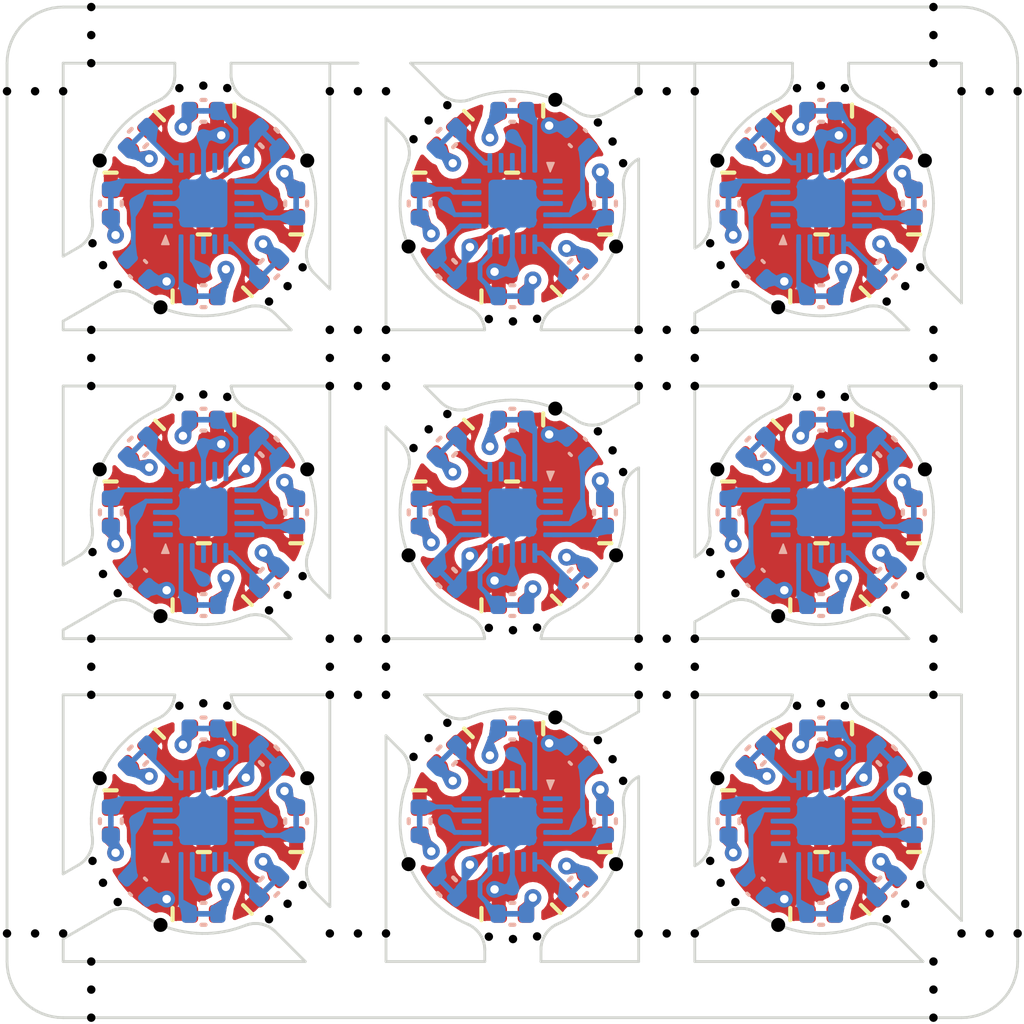
<source format=kicad_pcb>
(kicad_pcb (version 20240108) (generator "pcbnew") (generator_version "8.0")
  (layers (0 "F.Cu" signal) (31 "B.Cu" signal) (34 "B.Paste" user) (35 "F.Paste" user) (36 "B.SilkS" user "B.Silkscreen") (37 "F.SilkS" user "F.Silkscreen") (38 "B.Mask" user) (39 "F.Mask" user) (44 "Edge.Cuts" user))
  (net 0 "")
  (net 1 "Board_0-+5V")
  (net 2 "Board_0-/Serial")
  (net 3 "Board_0-/UPDI")
  (net 4 "Board_0-GND")
  (net 5 "Board_0-Net-(D1-A)")
  (net 6 "Board_0-Net-(D2-A)")
  (net 7 "Board_0-Net-(D3-A)")
  (net 8 "Board_0-Net-(D4-A)")
  (net 9 "Board_0-Net-(D5-A)")
  (net 10 "Board_0-Net-(D6-A)")
  (net 11 "Board_0-Net-(D7-A)")
  (net 12 "Board_0-Net-(U1-PA1)")
  (net 13 "Board_0-Net-(U1-PA4)")
  (net 14 "Board_0-Net-(U1-PA5)")
  (net 15 "Board_0-Net-(U1-PB0)")
  (net 16 "Board_0-Net-(U1-PB3)")
  (net 17 "Board_0-Net-(U1-PB4)")
  (net 18 "Board_0-Net-(U1-PC1)")
  (net 19 "Board_0-unconnected-(U1-PA2-Pad1)")
  (net 20 "Board_0-unconnected-(U1-PA3-Pad2)")
  (net 21 "Board_0-unconnected-(U1-PA6-Pad7)")
  (net 22 "Board_0-unconnected-(U1-PB1-Pad13)")
  (net 23 "Board_0-unconnected-(U1-PB5-Pad9)")
  (net 24 "Board_0-unconnected-(U1-PC0-Pad15)")
  (net 25 "Board_0-unconnected-(U1-PC2-Pad17)")
  (net 26 "Board_0-unconnected-(U1-PC3-Pad18)")
  (net 27 "Board_1-+5V")
  (net 28 "Board_1-/Serial")
  (net 29 "Board_1-/UPDI")
  (net 30 "Board_1-GND")
  (net 31 "Board_1-Net-(D1-A)")
  (net 32 "Board_1-Net-(D2-A)")
  (net 33 "Board_1-Net-(D3-A)")
  (net 34 "Board_1-Net-(D4-A)")
  (net 35 "Board_1-Net-(D5-A)")
  (net 36 "Board_1-Net-(D6-A)")
  (net 37 "Board_1-Net-(D7-A)")
  (net 38 "Board_1-Net-(U1-PA1)")
  (net 39 "Board_1-Net-(U1-PA4)")
  (net 40 "Board_1-Net-(U1-PA5)")
  (net 41 "Board_1-Net-(U1-PB0)")
  (net 42 "Board_1-Net-(U1-PB3)")
  (net 43 "Board_1-Net-(U1-PB4)")
  (net 44 "Board_1-Net-(U1-PC1)")
  (net 45 "Board_1-unconnected-(U1-PA2-Pad1)")
  (net 46 "Board_1-unconnected-(U1-PA3-Pad2)")
  (net 47 "Board_1-unconnected-(U1-PA6-Pad7)")
  (net 48 "Board_1-unconnected-(U1-PB1-Pad13)")
  (net 49 "Board_1-unconnected-(U1-PB5-Pad9)")
  (net 50 "Board_1-unconnected-(U1-PC0-Pad15)")
  (net 51 "Board_1-unconnected-(U1-PC2-Pad17)")
  (net 52 "Board_1-unconnected-(U1-PC3-Pad18)")
  (net 53 "Board_2-+5V")
  (net 54 "Board_2-/Serial")
  (net 55 "Board_2-/UPDI")
  (net 56 "Board_2-GND")
  (net 57 "Board_2-Net-(D1-A)")
  (net 58 "Board_2-Net-(D2-A)")
  (net 59 "Board_2-Net-(D3-A)")
  (net 60 "Board_2-Net-(D4-A)")
  (net 61 "Board_2-Net-(D5-A)")
  (net 62 "Board_2-Net-(D6-A)")
  (net 63 "Board_2-Net-(D7-A)")
  (net 64 "Board_2-Net-(U1-PA1)")
  (net 65 "Board_2-Net-(U1-PA4)")
  (net 66 "Board_2-Net-(U1-PA5)")
  (net 67 "Board_2-Net-(U1-PB0)")
  (net 68 "Board_2-Net-(U1-PB3)")
  (net 69 "Board_2-Net-(U1-PB4)")
  (net 70 "Board_2-Net-(U1-PC1)")
  (net 71 "Board_2-unconnected-(U1-PA2-Pad1)")
  (net 72 "Board_2-unconnected-(U1-PA3-Pad2)")
  (net 73 "Board_2-unconnected-(U1-PA6-Pad7)")
  (net 74 "Board_2-unconnected-(U1-PB1-Pad13)")
  (net 75 "Board_2-unconnected-(U1-PB5-Pad9)")
  (net 76 "Board_2-unconnected-(U1-PC0-Pad15)")
  (net 77 "Board_2-unconnected-(U1-PC2-Pad17)")
  (net 78 "Board_2-unconnected-(U1-PC3-Pad18)")
  (net 79 "Board_3-+5V")
  (net 80 "Board_3-/Serial")
  (net 81 "Board_3-/UPDI")
  (net 82 "Board_3-GND")
  (net 83 "Board_3-Net-(D1-A)")
  (net 84 "Board_3-Net-(D2-A)")
  (net 85 "Board_3-Net-(D3-A)")
  (net 86 "Board_3-Net-(D4-A)")
  (net 87 "Board_3-Net-(D5-A)")
  (net 88 "Board_3-Net-(D6-A)")
  (net 89 "Board_3-Net-(D7-A)")
  (net 90 "Board_3-Net-(U1-PA1)")
  (net 91 "Board_3-Net-(U1-PA4)")
  (net 92 "Board_3-Net-(U1-PA5)")
  (net 93 "Board_3-Net-(U1-PB0)")
  (net 94 "Board_3-Net-(U1-PB3)")
  (net 95 "Board_3-Net-(U1-PB4)")
  (net 96 "Board_3-Net-(U1-PC1)")
  (net 97 "Board_3-unconnected-(U1-PA2-Pad1)")
  (net 98 "Board_3-unconnected-(U1-PA3-Pad2)")
  (net 99 "Board_3-unconnected-(U1-PA6-Pad7)")
  (net 100 "Board_3-unconnected-(U1-PB1-Pad13)")
  (net 101 "Board_3-unconnected-(U1-PB5-Pad9)")
  (net 102 "Board_3-unconnected-(U1-PC0-Pad15)")
  (net 103 "Board_3-unconnected-(U1-PC2-Pad17)")
  (net 104 "Board_3-unconnected-(U1-PC3-Pad18)")
  (net 105 "Board_4-+5V")
  (net 106 "Board_4-/Serial")
  (net 107 "Board_4-/UPDI")
  (net 108 "Board_4-GND")
  (net 109 "Board_4-Net-(D1-A)")
  (net 110 "Board_4-Net-(D2-A)")
  (net 111 "Board_4-Net-(D3-A)")
  (net 112 "Board_4-Net-(D4-A)")
  (net 113 "Board_4-Net-(D5-A)")
  (net 114 "Board_4-Net-(D6-A)")
  (net 115 "Board_4-Net-(D7-A)")
  (net 116 "Board_4-Net-(U1-PA1)")
  (net 117 "Board_4-Net-(U1-PA4)")
  (net 118 "Board_4-Net-(U1-PA5)")
  (net 119 "Board_4-Net-(U1-PB0)")
  (net 120 "Board_4-Net-(U1-PB3)")
  (net 121 "Board_4-Net-(U1-PB4)")
  (net 122 "Board_4-Net-(U1-PC1)")
  (net 123 "Board_4-unconnected-(U1-PA2-Pad1)")
  (net 124 "Board_4-unconnected-(U1-PA3-Pad2)")
  (net 125 "Board_4-unconnected-(U1-PA6-Pad7)")
  (net 126 "Board_4-unconnected-(U1-PB1-Pad13)")
  (net 127 "Board_4-unconnected-(U1-PB5-Pad9)")
  (net 128 "Board_4-unconnected-(U1-PC0-Pad15)")
  (net 129 "Board_4-unconnected-(U1-PC2-Pad17)")
  (net 130 "Board_4-unconnected-(U1-PC3-Pad18)")
  (net 131 "Board_5-+5V")
  (net 132 "Board_5-/Serial")
  (net 133 "Board_5-/UPDI")
  (net 134 "Board_5-GND")
  (net 135 "Board_5-Net-(D1-A)")
  (net 136 "Board_5-Net-(D2-A)")
  (net 137 "Board_5-Net-(D3-A)")
  (net 138 "Board_5-Net-(D4-A)")
  (net 139 "Board_5-Net-(D5-A)")
  (net 140 "Board_5-Net-(D6-A)")
  (net 141 "Board_5-Net-(D7-A)")
  (net 142 "Board_5-Net-(U1-PA1)")
  (net 143 "Board_5-Net-(U1-PA4)")
  (net 144 "Board_5-Net-(U1-PA5)")
  (net 145 "Board_5-Net-(U1-PB0)")
  (net 146 "Board_5-Net-(U1-PB3)")
  (net 147 "Board_5-Net-(U1-PB4)")
  (net 148 "Board_5-Net-(U1-PC1)")
  (net 149 "Board_5-unconnected-(U1-PA2-Pad1)")
  (net 150 "Board_5-unconnected-(U1-PA3-Pad2)")
  (net 151 "Board_5-unconnected-(U1-PA6-Pad7)")
  (net 152 "Board_5-unconnected-(U1-PB1-Pad13)")
  (net 153 "Board_5-unconnected-(U1-PB5-Pad9)")
  (net 154 "Board_5-unconnected-(U1-PC0-Pad15)")
  (net 155 "Board_5-unconnected-(U1-PC2-Pad17)")
  (net 156 "Board_5-unconnected-(U1-PC3-Pad18)")
  (net 157 "Board_6-+5V")
  (net 158 "Board_6-/Serial")
  (net 159 "Board_6-/UPDI")
  (net 160 "Board_6-GND")
  (net 161 "Board_6-Net-(D1-A)")
  (net 162 "Board_6-Net-(D2-A)")
  (net 163 "Board_6-Net-(D3-A)")
  (net 164 "Board_6-Net-(D4-A)")
  (net 165 "Board_6-Net-(D5-A)")
  (net 166 "Board_6-Net-(D6-A)")
  (net 167 "Board_6-Net-(D7-A)")
  (net 168 "Board_6-Net-(U1-PA1)")
  (net 169 "Board_6-Net-(U1-PA4)")
  (net 170 "Board_6-Net-(U1-PA5)")
  (net 171 "Board_6-Net-(U1-PB0)")
  (net 172 "Board_6-Net-(U1-PB3)")
  (net 173 "Board_6-Net-(U1-PB4)")
  (net 174 "Board_6-Net-(U1-PC1)")
  (net 175 "Board_6-unconnected-(U1-PA2-Pad1)")
  (net 176 "Board_6-unconnected-(U1-PA3-Pad2)")
  (net 177 "Board_6-unconnected-(U1-PA6-Pad7)")
  (net 178 "Board_6-unconnected-(U1-PB1-Pad13)")
  (net 179 "Board_6-unconnected-(U1-PB5-Pad9)")
  (net 180 "Board_6-unconnected-(U1-PC0-Pad15)")
  (net 181 "Board_6-unconnected-(U1-PC2-Pad17)")
  (net 182 "Board_6-unconnected-(U1-PC3-Pad18)")
  (net 183 "Board_7-+5V")
  (net 184 "Board_7-/Serial")
  (net 185 "Board_7-/UPDI")
  (net 186 "Board_7-GND")
  (net 187 "Board_7-Net-(D1-A)")
  (net 188 "Board_7-Net-(D2-A)")
  (net 189 "Board_7-Net-(D3-A)")
  (net 190 "Board_7-Net-(D4-A)")
  (net 191 "Board_7-Net-(D5-A)")
  (net 192 "Board_7-Net-(D6-A)")
  (net 193 "Board_7-Net-(D7-A)")
  (net 194 "Board_7-Net-(U1-PA1)")
  (net 195 "Board_7-Net-(U1-PA4)")
  (net 196 "Board_7-Net-(U1-PA5)")
  (net 197 "Board_7-Net-(U1-PB0)")
  (net 198 "Board_7-Net-(U1-PB3)")
  (net 199 "Board_7-Net-(U1-PB4)")
  (net 200 "Board_7-Net-(U1-PC1)")
  (net 201 "Board_7-unconnected-(U1-PA2-Pad1)")
  (net 202 "Board_7-unconnected-(U1-PA3-Pad2)")
  (net 203 "Board_7-unconnected-(U1-PA6-Pad7)")
  (net 204 "Board_7-unconnected-(U1-PB1-Pad13)")
  (net 205 "Board_7-unconnected-(U1-PB5-Pad9)")
  (net 206 "Board_7-unconnected-(U1-PC0-Pad15)")
  (net 207 "Board_7-unconnected-(U1-PC2-Pad17)")
  (net 208 "Board_7-unconnected-(U1-PC3-Pad18)")
  (net 209 "Board_8-+5V")
  (net 210 "Board_8-/Serial")
  (net 211 "Board_8-/UPDI")
  (net 212 "Board_8-GND")
  (net 213 "Board_8-Net-(D1-A)")
  (net 214 "Board_8-Net-(D2-A)")
  (net 215 "Board_8-Net-(D3-A)")
  (net 216 "Board_8-Net-(D4-A)")
  (net 217 "Board_8-Net-(D5-A)")
  (net 218 "Board_8-Net-(D6-A)")
  (net 219 "Board_8-Net-(D7-A)")
  (net 220 "Board_8-Net-(U1-PA1)")
  (net 221 "Board_8-Net-(U1-PA4)")
  (net 222 "Board_8-Net-(U1-PA5)")
  (net 223 "Board_8-Net-(U1-PB0)")
  (net 224 "Board_8-Net-(U1-PB3)")
  (net 225 "Board_8-Net-(U1-PB4)")
  (net 226 "Board_8-Net-(U1-PC1)")
  (net 227 "Board_8-unconnected-(U1-PA2-Pad1)")
  (net 228 "Board_8-unconnected-(U1-PA3-Pad2)")
  (net 229 "Board_8-unconnected-(U1-PA6-Pad7)")
  (net 230 "Board_8-unconnected-(U1-PB1-Pad13)")
  (net 231 "Board_8-unconnected-(U1-PB5-Pad9)")
  (net 232 "Board_8-unconnected-(U1-PC0-Pad15)")
  (net 233 "Board_8-unconnected-(U1-PC2-Pad17)")
  (net 234 "Board_8-unconnected-(U1-PC3-Pad18)")
  (footprint "JSK:LED_0402_1005Metric" (layer "F.Cu") (at 137.499388 30.299694)
    (property "Reference" "D5" (hide yes))
    (property "Value" "LED_Small_Filled" (hide yes))
  )
  (footprint "JSK:0.5 npth" (layer "F.Cu") (at 157.968654 41.695213 90)
    (property "Reference" "H2" (hide yes))
    (property "Value" "MountingHole" (hide yes))
  )
  (footprint "NPTH" (layer "F.Cu") (at 141.030609 51.271136)
    (property "Reference" "KiKit_MB_20_2" (hide yes))
    (property "Value" "NPTH" (hide yes))
  )
  (footprint "JSK:LED_0402_1005Metric" (layer "F.Cu") (at 159.499388 41.299694)
    (property "Reference" "D5" (hide yes))
    (property "Value" "LED_Small_Filled" (hide yes))
  )
  (footprint "NPTH" (layer "F.Cu") (at 133.546316 28.414605)
    (property "Reference" "KiKit_MB_1_4" (hide yes))
    (property "Value" "NPTH" (hide yes))
  )
  (footprint "NPTH" (layer "F.Cu") (at 164.499388 23)
    (property "Reference" "KiKit_MB_58_1" (hide yes))
    (property "Value" "NPTH" (hide yes))
  )
  (footprint "NPTH" (layer "F.Cu") (at 162.494692 29.942303)
    (property "Reference" "KiKit_MB_8_3" (hide yes))
    (property "Value" "NPTH" (hide yes))
  )
  (footprint "JSK:LED_0402_1005Metric" (layer "F.Cu") (at 159.499388 34.699694 180)
    (property "Reference" "D1" (hide yes))
    (property "Value" "LED_Small_Filled" (hide yes))
  )
  (footprint "JSK:LED_0402_1005Metric" (layer "F.Cu") (at 146.165936 46.639694 -135)
    (property "Reference" "D6" (hide yes))
    (property "Value" "LED_Small_Filled" (hide yes))
  )
  (footprint "JSK:LED_0402_1005Metric" (layer "F.Cu") (at 161.83284 29.359694 45)
    (property "Reference" "D6" (hide yes))
    (property "Value" "LED_Small_Filled" (hide yes))
  )
  (footprint "JSK:LED_0402_1005Metric" (layer "F.Cu") (at 134.199388 48.999694 -90)
    (property "Reference" "D3" (hide yes))
    (property "Value" "LED_Small_Filled" (hide yes))
  )
  (footprint "NPTH" (layer "F.Cu") (at 163.499387 53.999388)
    (property "Reference" "KiKit_MB_55_1" (hide yes))
    (property "Value" "NPTH" (hide yes))
  )
  (footprint "NPTH" (layer "F.Cu") (at 140.494692 29.942303)
    (property "Reference" "KiKit_MB_2_3" (hide yes))
    (property "Value" "NPTH" (hide yes))
  )
  (footprint "NPTH" (layer "F.Cu") (at 132.500612 52.999387)
    (property "Reference" "KiKit_MB_57_3" (hide yes))
    (property "Value" "NPTH" (hide yes))
  )
  (footprint "JSK:LED_0402_1005Metric" (layer "F.Cu") (at 156.199388 26.999694 -90)
    (property "Reference" "D3" (hide yes))
    (property "Value" "LED_Small_Filled" (hide yes))
  )
  (footprint "NPTH" (layer "F.Cu") (at 160.345121 33.886937)
    (property "Reference" "KiKit_MB_18_4" (hide yes))
    (property "Value" "NPTH" (hide yes))
  )
  (footprint "NPTH" (layer "F.Cu") (at 141.999999 44.499694)
    (property "Reference" "KiKit_MB_29_3" (hide yes))
    (property "Value" "NPTH" (hide yes))
  )
  (footprint "JSK:0.5 npth" (layer "F.Cu") (at 141.194906 47.468961 90)
    (property "Reference" "H3" (hide yes))
    (property "Value" "MountingHole" (hide yes))
  )
  (footprint "JSK:0.5 npth" (layer "F.Cu") (at 141.194906 25.468961 90)
    (property "Reference" "H3" (hide yes))
    (property "Value" "MountingHole" (hide yes))
  )
  (footprint "NPTH" (layer "F.Cu") (at 158.639468 22.889223)
    (property "Reference" "KiKit_MB_9_2" (hide yes))
    (property "Value" "NPTH" (hide yes))
  )
  (footprint "NPTH" (layer "F.Cu") (at 143.999999 42.499694)
    (property "Reference" "KiKit_MB_47_1" (hide yes))
    (property "Value" "NPTH" (hide yes))
  )
  (footprint "NPTH" (layer "F.Cu") (at 133.500612 44.499694)
    (property "Reference" "KiKit_MB_28_3" (hide yes))
    (property "Value" "NPTH" (hide yes))
  )
  (footprint "NPTH" (layer "F.Cu") (at 142.999999 31.499694)
    (property "Reference" "KiKit_MB_43_2" (hide yes))
    (property "Value" "NPTH" (hide yes))
  )
  (footprint "NPTH" (layer "F.Cu") (at 146.184518 34.496787)
    (property "Reference" "KiKit_MB_14_4" (hide yes))
    (property "Value" "NPTH" (hide yes))
  )
  (footprint "NPTH" (layer "F.Cu") (at 152.999999 42.499694)
    (property "Reference" "KiKit_MB_33_1" (hide yes))
    (property "Value" "NPTH" (hide yes))
  )
  (footprint "NPTH" (layer "F.Cu") (at 155.546315 28.414605)
    (property "Reference" "KiKit_MB_7_4" (hide yes))
    (property "Value" "NPTH" (hide yes))
  )
  (footprint "JSK:0.5 npth" (layer "F.Cu") (at 133.803869 25.468961 90)
    (property "Reference" "H1" (hide yes))
    (property "Value" "MountingHole" (hide yes))
  )
  (footprint "JSK:LED_0402_1005Metric" (layer "F.Cu") (at 159.499388 30.299694)
    (property "Reference" "D5" (hide yes))
    (property "Value" "LED_Small_Filled" (hide yes))
  )
  (footprint "JSK:0.5 npth" (layer "F.Cu") (at 155.803869 25.468961 90)
    (property "Reference" "H1" (hide yes))
    (property "Value" "MountingHole" (hide yes))
  )
  (footprint "NPTH" (layer "F.Cu") (at 140.494692 40.942303)
    (property "Reference" "KiKit_MB_11_3" (hide yes))
    (property "Value" "NPTH" (hide yes))
  )
  (footprint "NPTH" (layer "F.Cu") (at 133.500612 22)
    (property "Reference" "KiKit_MB_52_3" (hide yes))
    (property "Value" "NPTH" (hide yes))
  )
  (footprint "NPTH" (layer "F.Cu") (at 145.52001 35.040961)
    (property "Reference" "KiKit_MB_14_3" (hide yes))
    (property "Value" "NPTH" (hide yes))
  )
  (footprint "NPTH" (layer "F.Cu") (at 143.999999 33.499694)
    (property "Reference" "KiKit_MB_30_1" (hide yes))
    (property "Value" "NPTH" (hide yes))
  )
  (footprint "NPTH" (layer "F.Cu") (at 161.833501 52.490576)
    (property "Reference" "KiKit_MB_26_4" (hide yes))
    (property "Value" "NPTH" (hide yes))
  )
  (footprint "NPTH" (layer "F.Cu") (at 144.979936 46.708885)
    (property "Reference" "KiKit_MB_23_2" (hide yes))
    (property "Value" "NPTH" (hide yes))
  )
  (footprint "JSK:LED_0402_1005Metric" (layer "F.Cu") (at 156.199388 48.999694 -90)
    (property "Reference" "D3" (hide yes))
    (property "Value" "LED_Small_Filled" (hide yes))
  )
  (footprint "NPTH" (layer "F.Cu") (at 152.445764 36.563551)
    (property "Reference" "KiKit_MB_13_4" (hide yes))
    (property "Value" "NPTH" (hide yes))
  )
  (footprint "NPTH" (layer "F.Cu") (at 133.500612 55.999388)
    (property "Reference" "KiKit_MB_54_3" (hide yes))
    (property "Value" "NPTH" (hide yes))
  )
  (footprint "JSK:LED_0402_1005Metric" (layer "F.Cu") (at 148.499388 34.699694 180)
    (property "Reference" "D5" (hide yes))
    (property "Value" "LED_Small_Filled" (hide yes))
  )
  (footprint "JSK:LED_0402_1005Metric" (layer "F.Cu") (at 137.499388 37.999694 90)
    (property "Reference" "D4" (hide yes))
    (property "Value" "LED_Small_Filled" (hide yes))
  )
  (footprint "NPTH" (layer "F.Cu") (at 155.546315 50.414605)
    (property "Reference" "KiKit_MB_25_4" (hide yes))
    (property "Value" "NPTH" (hide yes))
  )
  (footprint "NPTH" (layer "F.Cu") (at 136.639474 33.889247)
    (property "Reference" "KiKit_MB_12_2" (hide yes))
    (property "Value" "NPTH" (hide yes))
  )
  (footprint "NPTH" (layer "F.Cu") (at 144.979936 35.708885)
    (property "Reference" "KiKit_MB_14_2" (hide yes))
    (property "Value" "NPTH" (hide yes))
  )
  (footprint "NPTH" (layer "F.Cu") (at 147.662574 53.114682)
    (property "Reference" "KiKit_MB_24_4" (hide yes))
    (property "Value" "NPTH" (hide yes))
  )
  (footprint "NPTH" (layer "F.Cu") (at 160.345121 44.886937)
    (property "Reference" "KiKit_MB_27_4" (hide yes))
    (property "Value" "NPTH" (hide yes))
  )
  (footprint "NPTH" (layer "F.Cu") (at 154.999999 52.999388)
    (property "Reference" "KiKit_MB_49_1" (hide yes))
    (property "Value" "NPTH" (hide yes))
  )
  (footprint "NPTH" (layer "F.Cu") (at 163.499388 33.499694)
    (property "Reference" "KiKit_MB_35_3" (hide yes))
    (property "Value" "NPTH" (hide yes))
  )
  (footprint "NPTH" (layer "F.Cu") (at 160.345121 22.886938)
    (property "Reference" "KiKit_MB_9_4" (hide yes))
    (property "Value" "NPTH" (hide yes))
  )
  (footprint "JSK:0.5 npth" (layer "F.Cu") (at 155.803869 36.468961 90)
    (property "Reference" "H1" (hide yes))
    (property "Value" "MountingHole" (hide yes))
  )
  (footprint "JSK:0.5 npth" (layer "F.Cu") (at 133.803869 47.468961 90)
    (property "Reference" "H1" (hide yes))
    (property "Value" "MountingHole" (hide yes))
  )
  (footprint "NPTH" (layer "F.Cu") (at 133.919712 51.194112)
    (property "Reference" "KiKit_MB_19_3" (hide yes))
    (property "Value" "NPTH" (hide yes))
  )
  (footprint "NPTH" (layer "F.Cu") (at 145.52001 24.040962)
    (property "Reference" "KiKit_MB_5_3" (hide yes))
    (property "Value" "NPTH" (hide yes))
  )
  (footprint "NPTH" (layer "F.Cu") (at 133.500612 43.499694)
    (property "Reference" "KiKit_MB_28_2" (hide yes))
    (property "Value" "NPTH" (hide yes))
  )
  (footprint "NPTH" (layer "F.Cu") (at 142.999999 52.999388)
    (property "Reference" "KiKit_MB_51_2" (hide yes))
    (property "Value" "NPTH" (hide yes))
  )
  (footprint "JSK:0.5 npth" (layer "F.Cu") (at 133.803869 36.468961 90)
    (property "Reference" "H1" (hide yes))
    (property "Value" "MountingHole" (hide yes))
  )
  (footprint "NPTH" (layer "F.Cu") (at 152.445746 47.563557)
    (property "Reference" "KiKit_MB_22_4" (hide yes))
    (property "Value" "NPTH" (hide yes))
  )
  (footprint "JSK:LED_0402_1005Metric" (layer "F.Cu") (at 137.499388 34.699694 180)
    (property "Reference" "D1" (hide yes))
    (property "Value" "LED_Small_Filled" (hide yes))
  )
  (footprint "NPTH" (layer "F.Cu") (at 159.49221 22.800555)
    (property "Reference" "KiKit_MB_9_3" (hide yes))
    (property "Value" "NPTH" (hide yes))
  )
  (footprint "JSK:LED_0402_1005Metric" (layer "F.Cu") (at 137.499388 26.999694 90)
    (property "Reference" "D4" (hide yes))
    (property "Value" "LED_Small_Filled" (hide yes))
  )
  (footprint "JSK:LED_0402_1005Metric" (layer "F.Cu") (at 134.199388 37.999694 -90)
    (property "Reference" "D3" (hide yes))
    (property "Value" "LED_Small_Filled" (hide yes))
  )
  (footprint "NPTH" (layer "F.Cu") (at 154.999999 31.499694)
    (property "Reference" "KiKit_MB_41_1" (hide yes))
    (property "Value" "NPTH" (hide yes))
  )
  (footprint "NPTH" (layer "F.Cu") (at 161.833501 41.490576)
    (property "Reference" "KiKit_MB_17_4" (hide yes))
    (property "Value" "NPTH" (hide yes))
  )
  (footprint "NPTH" (layer "F.Cu") (at 162.494692 40.942303)
    (property "Reference" "KiKit_MB_17_3" (hide yes))
    (property "Value" "NPTH" (hide yes))
  )
  (footprint "JSK:LED_0402_1005Metric" (layer "F.Cu") (at 159.499388 26.999694 90)
    (property "Reference" "D4" (hide yes))
    (property "Value" "LED_Small_Filled" (hide yes))
  )
  (footprint "JSK:0.5 npth" (layer "F.Cu") (at 144.80387 50.530427 -90)
    (property "Reference" "H3" (hide yes))
    (property "Value" "MountingHole" (hide yes))
  )
  (footprint "JSK:LED_0402_1005Metric" (layer "F.Cu") (at 134.199388 26.999694 -90)
    (property "Reference" "D3" (hide yes))
    (property "Value" "LED_Small_Filled" (hide yes))
  )
  (footprint "JSK:LED_0402_1005Metric" (layer "F.Cu") (at 151.799388 48.999694 90)
    (property "Reference" "D3" (hide yes))
    (property "Value" "LED_Small_Filled" (hide yes))
  )
  (footprint "NPTH" (layer "F.Cu") (at 141.999999 31.499694)
    (property "Reference" "KiKit_MB_39_1" (hide yes))
    (property "Value" "NPTH" (hide yes))
  )
  (footprint "NPTH" (layer "F.Cu") (at 154.999999 32.499694)
    (property "Reference" "KiKit_MB_34_2" (hide yes))
    (property "Value" "NPTH" (hide yes))
  )
  (footprint "JSK:LED_0402_1005Metric" (layer "F.Cu") (at 161.83284 51.359694 45)
    (property "Reference" "D6" (hide yes))
    (property "Value" "LED_Small_Filled" (hide yes))
  )
  (footprint "NPTH" (layer "F.Cu") (at 149.3812 53.104706)
    (property "Reference" "KiKit_MB_24_2" (hide yes))
    (property "Value" "NPTH" (hide yes))
  )
  (footprint "JSK:LED_0402_1005Metric" (layer "F.Cu") (at 135.165935 24.666242 -135)
    (property "Reference" "D2" (hide yes))
    (property "Value" "LED_Small_Filled" (hide yes))
  )
  (footprint "JSK:0.5 npth" (layer "F.Cu") (at 144.80387 39.530427 -90)
    (property "Reference" "H3" (hide yes))
    (property "Value" "MountingHole" (hide yes))
  )
  (footprint "NPTH" (layer "F.Cu") (at 133.500612 42.499694)
    (property "Reference" "KiKit_MB_28_1" (hide yes))
    (property "Value" "NPTH" (hide yes))
  )
  (footprint "NPTH" (layer "F.Cu") (at 133.919712 40.194112)
    (property "Reference" "KiKit_MB_10_3" (hide yes))
    (property "Value" "NPTH" (hide yes))
  )
  (footprint "JSK:LED_0402_1005Metric" (layer "F.Cu") (at 140.799388 48.999694 90)
    (property "Reference" "D7" (hide yes))
    (property "Value" "LED_Small_Filled" (hide yes))
  )
  (footprint "NPTH" (layer "F.Cu") (at 141.030609 40.271136)
    (property "Reference" "KiKit_MB_11_2" (hide yes))
    (property "Value" "NPTH" (hide yes))
  )
  (footprint "JSK:LED_0402_1005Metric" (layer "F.Cu") (at 145.199388 48.999694 -90)
    (property "Reference" "D7" (hide yes))
    (property "Value" "LED_Small_Filled" (hide yes))
  )
  (footprint "NPTH" (layer "F.Cu") (at 152.999999 42.499694)
    (property "Reference" "KiKit_MB_45_3" (hide yes))
    (property "Value" "NPTH" (hide yes))
  )
  (footprint "NPTH" (layer "F.Cu") (at 155.919711 40.194112)
    (property "Reference" "KiKit_MB_16_3" (hide yes))
    (property "Value" "NPTH" (hide yes))
  )
  (footprint "NPTH" (layer "F.Cu") (at 138.345121 44.886937)
    (property "Reference" "KiKit_MB_21_4" (hide yes))
    (property "Value" "NPTH" (hide yes))
  )
  (footprint "JSK:LED_0402_1005Metric" (layer "F.Cu") (at 148.499388 41.299694)
    (property "Reference" "D1" (hide yes))
    (property "Value" "LED_Small_Filled" (hide yes))
  )
  (footprint "NPTH" (layer "F.Cu") (at 154.999999 23)
    (property "Reference" "KiKit_MB_40_1" (hide yes))
    (property "Value" "NPTH" (hide yes))
  )
  (footprint "JSK:LED_0402_1005Metric" (layer "F.Cu") (at 157.165935 35.666242 -135)
    (property "Reference" "D2" (hide yes))
    (property "Value" "LED_Small_Filled" (hide yes))
  )
  (footprint "JSK:0.5 npth" (layer "F.Cu") (at 135.968654 30.695213 90)
    (property "Reference" "H2" (hide yes))
    (property "Value" "MountingHole" (hide yes))
  )
  (footprint "NPTH" (layer "F.Cu") (at 143.999999 23)
    (property "Reference" "KiKit_MB_42_1" (hide yes))
    (property "Value" "NPTH" (hide yes))
  )
  (footprint "NPTH" (layer "F.Cu") (at 158.639468 44.889222)
    (property "Reference" "KiKit_MB_27_2" (hide yes))
    (property "Value" "NPTH" (hide yes))
  )
  (footprint "JSK:LED_0402_1005Metric" (layer "F.Cu") (at 137.499388 45.699694 180)
    (property "Reference" "D1" (hide yes))
    (property "Value" "LED_Small_Filled" (hide yes))
  )
  (footprint "NPTH" (layer "F.Cu") (at 163.030609 51.271136)
    (property "Reference" "KiKit_MB_26_2" (hide yes))
    (property "Value" "NPTH" (hide yes))
  )
  (footprint "JSK:LED_0402_1005Metric" (layer "F.Cu") (at 148.499388 26.999694 -90)
    (property "Reference" "D4" (hide yes))
    (property "Value" "LED_Small_Filled" (hide yes))
  )
  (footprint "NPTH" (layer "F.Cu") (at 163.499387 20)
    (property "Reference" "KiKit_MB_53_1" (hide yes))
    (property "Value" "NPTH" (hide yes))
  )
  (footprint "NPTH" (layer "F.Cu") (at 141.999999 31.499694)
    (property "Reference" "KiKit_MB_43_3" (hide yes))
    (property "Value" "NPTH" (hide yes))
  )
  (footprint "NPTH" (layer "F.Cu") (at 141.999999 32.499694)
    (property "Reference" "KiKit_MB_39_2" (hide yes))
    (property "Value" "NPTH" (hide yes))
  )
  (footprint "NPTH" (layer "F.Cu") (at 134.444606 51.880858)
    (property "Reference" "KiKit_MB_19_2" (hide yes))
    (property "Value" "NPTH" (hide yes))
  )
  (footprint "NPTH" (layer "F.Cu") (at 143.999999 44.499694)
    (property "Reference" "KiKit_MB_32_1" (hide yes))
    (property "Value" "NPTH" (hide yes))
  )
  (footprint "NPTH" (layer "F.Cu") (at 148.522429 53.198423)
    (property "Reference" "KiKit_MB_24_3" (hide yes))
    (property "Value" "NPTH" (hide yes))
  )
  (footprint "NPTH" (layer "F.Cu") (at 153.999999 52.999388)
    (property "Reference" "KiKit_MB_49_2" (hide yes))
    (property "Value" "NPTH" (hide yes))
  )
  (footprint "NPTH" (layer "F.Cu") (at 152.071304 46.791771)
    (property "Reference" "KiKit_MB_22_3" (hide yes))
    (property "Value" "NPTH" (hide yes))
  )
  (footprint "NPTH" (layer "F.Cu") (at 142.999999 44.499694)
    (property "Reference" "KiKit_MB_50_2" (hide yes))
    (property "Value" "NPTH" (hide yes))
  )
  (footprint "JSK:LED_0402_1005Metric" (layer "F.Cu") (at 162.799388 48.999694 90)
    (property "Reference" "D7" (hide yes))
    (property "Value" "LED_Small_Filled" (hide yes))
  )
  (footprint "JSK:LED_0402_1005Metric" (layer "F.Cu") (at 162.799388 37.999694 90)
    (property "Reference" "D7" (hide yes))
    (property "Value" "LED_Small_Filled" (hide yes))
  )
  (footprint "NPTH" (layer "F.Cu") (at 147.662574 42.114682)
    (property "Reference" "KiKit_MB_15_4" (hide yes))
    (property "Value" "NPTH" (hide yes))
  )
  (footprint "NPTH" (layer "F.Cu") (at 151.547849 24.112261)
    (property "Reference" "KiKit_MB_4_2" (hide yes))
    (property "Value" "NPTH" (hide yes))
  )
  (footprint "NPTH" (layer "F.Cu") (at 140.494692 51.942303)
    (property "Reference" "KiKit_MB_20_3" (hide yes))
    (property "Value" "NPTH" (hide yes))
  )
  (footprint "NPTH" (layer "F.Cu") (at 165.499388 23)
    (property "Reference" "KiKit_MB_58_2" (hide yes))
    (property "Value" "NPTH" (hide yes))
  )
  (footprint "NPTH" (layer "F.Cu") (at 151.547849 46.11226)
    (property "Reference" "KiKit_MB_22_2" (hide yes))
    (property "Value" "NPTH" (hide yes))
  )
  (footprint "NPTH" (layer "F.Cu") (at 152.999999 31.499694)
    (property "Reference" "KiKit_MB_31_1" (hide yes))
    (property "Value" "NPTH" (hide yes))
  )
  (footprint "NPTH" (layer "F.Cu") (at 141.999999 33.499694)
    (property "Reference" "KiKit_MB_46_1" (hide yes))
    (property "Value" "NPTH" (hide yes))
  )
  (footprint "NPTH" (layer "F.Cu") (at 164.499388 52.999387)
    (property "Reference" "KiKit_MB_59_1" (hide yes))
    (property "Value" "NPTH" (hide yes))
  )
  (footprint "JSK:LED_0402_1005Metric" (layer "F.Cu") (at 146.165936 35.639694 -135)
    (property "Reference" "D6" (hide yes))
    (property "Value" "LED_Small_Filled" (hide yes))
  )
  (footprint "NPTH" (layer "F.Cu") (at 149.3812 42.104706)
    (property "Reference" "KiKit_MB_15_2" (hide yes))
    (property "Value" "NPTH" (hide yes))
  )
  (footprint "NPTH" (layer "F.Cu") (at 166.499388 52.999387)
    (property "Reference" "KiKit_MB_59_3" (hide yes))
    (property "Value" "NPTH" (hide yes))
  )
  (footprint "JSK:LED_0402_1005Metric" (layer "F.Cu") (at 148.499388 45.699694 180)
    (property "Reference" "D5" (hide yes))
    (property "Value" "LED_Small_Filled" (hide yes))
  )
  (footprint "JSK:LED_0402_1005Metric" (layer "F.Cu") (at 148.499388 48.999694 -90)
    (property "Reference" "D4" (hide yes))
    (property "Value" "LED_Small_Filled" (hide yes))
  )
  (footprint "NPTH" (layer "F.Cu") (at 163.499387 54.999388)
    (property "Reference" "KiKit_MB_55_2" (hide yes))
    (property "Value" "NPTH" (hide yes))
  )
  (footprint "NPTH" (layer "F.Cu") (at 154.999999 33.499694)
    (property "Reference" "KiKit_MB_34_1" (hide yes))
    (property "Value" "NPTH" (hide yes))
  )
  (footprint "JSK:0.5 npth" (layer "F.Cu") (at 141.194906 36.468961 90)
    (property "Reference" "H3" (hide yes))
    (property "Value" "MountingHole" (hide yes))
  )
  (footprint "NPTH" (layer "F.Cu") (at 163.030609 29.271136)
    (property "Reference" "KiKit_MB_8_2" (hide yes))
    (property "Value" "NPTH" (hide yes))
  )
  (footprint "NPTH" (layer "F.Cu") (at 152.999999 44.499694)
    (property "Reference" "KiKit_MB_33_3" (hide yes))
    (property "Value" "NPTH" (hide yes))
  )
  (footprint "JSK:0.5 npth" (layer "F.Cu") (at 150.030122 45.304175 -90)
    (property "Reference" "H2" (hide yes))
    (property "Value" "MountingHole" (hide yes))
  )
  (footprint "NPTH" (layer "F.Cu") (at 141.999999 52.999388)
    (property "Reference" "KiKit_MB_51_3" (hide yes))
    (property "Value" "NPTH" (hide yes))
  )
  (footprint "NPTH" (layer "F.Cu") (at 133.500612 32.499694)
    (property "Reference" "KiKit_MB_38_2" (hide yes))
    (property "Value" "NPTH" (hide yes))
  )
  (footprint "JSK:0.5 npth" (layer "F.Cu") (at 135.968654 41.695213 90)
    (property "Reference" "H2" (hide yes))
    (property "Value" "MountingHole" (hide yes))
  )
  (footprint "NPTH" (layer "F.Cu") (at 138.345121 33.886937)
    (property "Reference" "KiKit_MB_12_4" (hide yes))
    (property "Value" "NPTH" (hide yes))
  )
  (footprint "JSK:LED_0402_1005Metric" (layer "F.Cu") (at 151.799388 26.999694 90)
    (property "Reference" "D3" (hide yes))
    (property "Value" "LED_Small_Filled" (hide yes))
  )
  (footprint "NPTH" (layer "F.Cu") (at 151.547849 35.11226)
    (property "Reference" "KiKit_MB_13_2" (hide yes))
    (property "Value" "NPTH" (hide yes))
  )
  (footprint "NPTH" (layer "F.Cu") (at 152.071304 35.791771)
    (property "Reference" "KiKit_MB_13_3" (hide yes))
    (property "Value" "NPTH" (hide yes))
  )
  (footprint "NPTH" (layer "F.Cu") (at 133.500612 20)
    (property "Reference" "KiKit_MB_52_1" (hide yes))
    (property "Value" "NPTH" (hide yes))
  )
  (footprint "JSK:LED_0402_1005Metric" (layer "F.Cu") (at 146.165936 24.639694 -135)
    (property "Reference" "D6" (hide yes))
    (property "Value" "LED_Small_Filled" (hide yes))
  )
  (footprint "JSK:LED_0402_1005Metric" (layer "F.Cu") (at 145.199388 26.999694 -90)
    (property "Reference" "D7" (hide yes))
    (property "Value" "LED_Small_Filled" (hide yes))
  )
  (footprint "JSK:LED_0402_1005Metric" (layer "F.Cu") (at 151.799388 37.999694 90)
    (property "Reference" "D3" (hide yes))
    (property "Value" "LED_Small_Filled" (hide yes))
  )
  (footprint "NPTH" (layer "F.Cu") (at 163.499388 31.499694)
    (property "Reference" "KiKit_MB_35_1" (hide yes))
    (property "Value" "NPTH" (hide yes))
  )
  (footprint "JSK:LED_0402_1005Metric" (layer "F.Cu") (at 140.799388 37.999694 90)
    (property "Reference" "D7" (hide yes))
    (property "Value" "LED_Small_Filled" (hide yes))
  )
  (footprint "NPTH" (layer "F.Cu") (at 152.445764 25.563552)
    (property "Reference" "KiKit_MB_4_4" (hide yes))
    (property "Value" "NPTH" (hide yes))
  )
  (footprint "JSK:LED_0402_1005Metric" (layer "F.Cu") (at 159.499388 45.699694 180)
    (property "Reference" "D1" (hide yes))
    (property "Value" "LED_Small_Filled" (hide yes))
  )
  (footprint "JSK:0.5 npth" (layer "F.Cu") (at 157.968654 30.695213 90)
    (property "Reference" "H2" (hide yes))
    (property "Value" "MountingHole" (hide yes))
  )
  (footprint "NPTH" (layer "F.Cu") (at 134.444606 40.880858)
    (property "Reference" "KiKit_MB_10_2" (hide yes))
    (property "Value" "NPTH" (hide yes))
  )
  (footprint "NPTH" (layer "F.Cu") (at 153.999999 44.499694)
    (property "Reference" "KiKit_MB_48_2" (hide yes))
    (property "Value" "NPTH" (hide yes))
  )
  (footprint "NPTH" (layer "F.Cu") (at 153.999999 42.499694)
    (property "Reference" "KiKit_MB_45_2" (hide yes))
    (property "Value" "NPTH" (hide yes))
  )
  (footprint "NPTH" (layer "F.Cu") (at 141.999999 33.499694)
    (property "Reference" "KiKit_MB_39_3" (hide yes))
    (property "Value" "NPTH" (hide yes))
  )
  (footprint "NPTH" (layer "F.Cu") (at 153.999999 33.499694)
    (property "Reference" "KiKit_MB_44_2" (hide yes))
    (property "Value" "NPTH" (hide yes))
  )
  (footprint "NPTH" (layer "F.Cu") (at 163.499388 43.499694)
    (property "Reference" "KiKit_MB_37_2" (hide yes))
    (property "Value" "NPTH" (hide yes))
  )
  (footprint "NPTH" (layer "F.Cu") (at 155.546315 39.414605)
    (property "Reference" "KiKit_MB_16_4" (hide yes))
    (property "Value" "NPTH" (hide yes))
  )
  (footprint "NPTH" (layer "F.Cu") (at 152.999999 33.499694)
    (property "Reference" "KiKit_MB_31_3" (hide yes))
    (property "Value" "NPTH" (hide yes))
  )
  (footprint "NPTH" (layer "F.Cu") (at 154.999999 43.499694)
    (property "Reference" "KiKit_MB_36_2" (hide yes))
    (property "Value" "NPTH" (hide yes))
  )
  (footprint "JSK:LED_0402_1005Metric" (layer "F.Cu") (at 135.165935 35.666242 -135)
    (property "Reference" "D2" (hide yes))
    (property "Value" "LED_Small_Filled" (hide yes))
  )
  (footprint "NPTH" (layer "F.Cu") (at 136.639474 22.889248)
    (property "Reference" "KiKit_MB_3_2" (hide yes))
    (property "Value" "NPTH" (hide yes))
  )
  (footprint "NPTH" (layer "F.Cu") (at 133.546316 50.414605)
    (property "Reference" "KiKit_MB_19_4" (hide yes))
    (property "Value" "NPTH" (hide yes))
  )
  (footprint "JSK:LED_0402_1005Metric" (layer "F.Cu") (at 139.83284 51.359694 45)
    (property "Reference" "D6" (hide yes))
    (property "Value" "LED_Small_Filled" (hide yes))
  )
  (footprint "NPTH" (layer "F.Cu") (at 133.500612 53.999388)
    (property "Reference" "KiKit_MB_54_1" (hide yes))
    (property "Value" "NPTH" (hide yes))
  )
  (footprint "JSK:0.5 npth" (layer "F.Cu") (at 152.194907 28.530427 -90)
    (property "Reference" "H1" (hide yes))
    (property "Value" "MountingHole" (hide yes))
  )
  (footprint "JSK:LED_0402_1005Metric" (layer "F.Cu") (at 137.499388 52.299694)
    (property "Reference" "D5" (hide yes))
    (property "Value" "LED_Small_Filled" (hide yes))
  )
  (footprint "NPTH" (layer "F.Cu") (at 155.919711 51.194112)
    (property "Reference" "KiKit_MB_25_3" (hide yes))
    (property "Value" "NPTH" (hide yes))
  )
  (footprint "NPTH" (layer "F.Cu") (at 159.49221 33.800554)
    (property "Reference" "KiKit_MB_18_3" (hide yes))
    (property "Value" "NPTH" (hide yes))
  )
  (footprint "NPTH" (layer "F.Cu") (at 146.184518 45.496787)
    (property "Reference" "KiKit_MB_23_4" (hide yes))
    (property "Value" "NPTH" (hide yes))
  )
  (footprint "NPTH" (layer "F.Cu") (at 155.919711 29.194112)
    (property "Reference" "KiKit_MB_7_3" (hide yes))
    (property "Value" "NPTH" (hide yes))
  )
  (footprint "JSK:0.5 npth" (layer "F.Cu") (at 152.194907 39.530427 -90)
    (property "Reference" "H1" (hide yes))
    (property "Value" "MountingHole" (hide yes))
  )
  (footprint "NPTH" (layer "F.Cu") (at 154.999999 42.499694)
    (property "Reference" "KiKit_MB_45_1" (hide yes))
    (property "Value" "NPTH" (hide yes))
  )
  (footprint "NPTH" (layer "F.Cu") (at 137.492211 33.800554)
    (property "Reference" "KiKit_MB_12_3" (hide yes))
    (property "Value" "NPTH" (hide yes))
  )
  (footprint "NPTH" (layer "F.Cu") (at 143.999999 33.499694)
    (property "Reference" "KiKit_MB_46_3" (hide yes))
    (property "Value" "NPTH" (hide yes))
  )
  (footprint "NPTH" (layer "F.Cu") (at 139.833501 41.490576)
    (property "Reference" "KiKit_MB_11_4" (hide yes))
    (property "Value" "NPTH" (hide yes))
  )
  (footprint "NPTH" (layer "F.Cu") (at 131.500612 52.999387)
    (property "Reference" "KiKit_MB_57_2" (hide yes))
    (property "Value" "NPTH" (hide yes))
  )
  (footprint "JSK:LED_0402_1005Metric" (layer "F.Cu") (at 156.199388 37.999694 -90)
    (property "Reference" "D3" (hide yes))
    (property "Value" "LED_Small_Filled" (hide yes))
  )
  (footprint "NPTH" (layer "F.Cu") (at 141.999999 44.499694)
    (property "Reference" "KiKit_MB_50_1" (hide yes))
    (property "Value" "NPTH" (hide yes))
  )
  (footprint "NPTH" (layer "F.Cu") (at 148.522429 31.198423)
    (property "Reference" "KiKit_MB_6_3" (hide yes))
    (property "Value" "NPTH" (hide yes))
  )
  (footprint "NPTH" (layer "F.Cu") (at 152.999999 44.499694)
    (property "Reference" "KiKit_MB_48_1" (hide yes))
    (property "Value" "NPTH" (hide yes))
  )
  (footprint "NPTH" (layer "F.Cu") (at 152.999999 31.499694)
    (property "Reference" "KiKit_MB_41_3" (hide yes))
    (property "Value" "NPTH" (hide yes))
  )
  (footprint "NPTH" (layer "F.Cu") (at 142.999999 33.499694)
    (property "Reference" "KiKit_MB_46_2" (hide yes))
    (property "Value" "NPTH" (hide yes))
  )
  (footprint "JSK:0.5 npth" (layer "F.Cu") (at 144.80387 28.530427 -90)
    (property "Reference" "H3" (hide yes))
    (property "Value" "MountingHole" (hide yes))
  )
  (footprint "JSK:LED_0402_1005Metric" (layer "F.Cu") (at 157.165935 46.666242 -135)
    (property "Reference" "D2" (hide yes))
    (property "Value" "LED_Small_Filled" (hide yes))
  )
  (footprint "JSK:LED_0402_1005Metric" (layer "F.Cu") (at 139.83284 29.359694 45)
    (property "Reference" "D6" (hide yes))
    (property "Value" "LED_Small_Filled" (hide yes))
  )
  (footprint "NPTH" (layer "F.Cu") (at 133.500612 31.499694)
    (property "Reference" "KiKit_MB_38_1" (hide yes))
    (property "Value" "NPTH" (hide yes))
  )
  (footprint "JSK:0.5 npth" (layer "F.Cu") (at 163.194906 36.468961 90)
    (property "Reference" "H3" (hide yes))
    (property "Value" "MountingHole" (hide yes))
  )
  (footprint "NPTH" (layer "F.Cu") (at 139.833501 30.490576)
    (property "Reference" "KiKit_MB_2_4" (hide yes))
    (property "Value" "NPTH" (hide yes))
  )
  (footprint "JSK:0.5 npth" (layer "F.Cu") (at 157.968654 52.695213 90)
    (property "Reference" "H2" (hide yes))
    (property "Value" "MountingHole" (hide yes))
  )
  (footprint "NPTH" (layer "F.Cu") (at 163.030609 40.271136)
    (property "Reference" "KiKit_MB_17_2" (hide yes))
    (property "Value" "NPTH" (hide yes))
  )
  (footprint "NPTH" (layer "F.Cu") (at 133.919712 29.194112)
    (property "Reference" "KiKit_MB_1_3" (hide yes))
    (property "Value" "NPTH" (hide yes))
  )
  (footprint "NPTH" (layer "F.Cu") (at 130.500612 52.999387)
    (property "Reference" "KiKit_MB_57_1" (hide yes))
    (property "Value" "NPTH" (hide yes))
  )
  (footprint "JSK:LED_0402_1005Metric" (layer "F.Cu") (at 150.832841 40.333146 45)
    (property "Reference" "D2" (hide yes))
    (property "Value" "LED_Small_Filled" (hide yes))
  )
  (footprint "NPTH" (layer "F.Cu") (at 152.071304 24.791772)
    (property "Reference" "KiKit_MB_4_3" (hide yes))
    (property "Value" "NPTH" (hide yes))
  )
  (footprint "JSK:LED_0402_1005Metric" (layer "F.Cu") (at 159.499388 48.999694 90)
    (property "Reference" "D4" (hide yes))
    (property "Value" "LED_Small_Filled" (hide yes))
  )
  (footprint "JSK:LED_0402_1005Metric" (layer "F.Cu") (at 137.499388 48.999694 90)
    (property "Reference" "D4" (hide yes))
    (property "Value" "LED_Small_Filled" (hide yes))
  )
  (footprint "NPTH" (layer "F.Cu") (at 156.444605 51.880858)
    (property "Reference" "KiKit_MB_25_2" (hide yes))
    (property "Value" "NPTH" (hide yes))
  )
  (footprint "NPTH" (layer "F.Cu") (at 161.833501 30.490576)
    (property "Reference" "KiKit_MB_8_4" (hide yes))
    (property "Value" "NPTH" (hide yes))
  )
  (footprint "JSK:0.5 npth" (layer "F.Cu") (at 150.030122 23.304175 -90)
    (property "Reference" "H2" (hide yes))
    (property "Value" "MountingHole" (hide yes))
  )
  (footprint "NPTH" (layer "F.Cu") (at 143.999999 42.499694)
    (property "Reference" "KiKit_MB_32_3" (hide yes))
    (property "Value" "NPTH" (hide yes))
  )
  (footprint "NPTH" (layer "F.Cu") (at 141.030609 29.271136)
    (property "Reference" "KiKit_MB_2_2" (hide yes))
    (property "Value" "NPTH" (hide yes))
  )
  (footprint "NPTH" (layer "F.Cu") (at 166.499388 23)
    (property "Reference" "KiKit_MB_58_3" (hide yes))
    (property "Value" "NPTH" (hide yes))
  )
  (footprint "NPTH" (layer "F.Cu") (at 163.499387 21)
    (property "Reference" "KiKit_MB_53_2" (hide yes))
    (property "Value" "NPTH" (hide yes))
  )
  (footprint "JSK:0.5 npth" (layer "F.Cu") (at 152.194907 50.530427 -90)
    (property "Reference" "H1" (hide yes))
    (property "Value" "MountingHole" (hide yes))
  )
  (footprint "JSK:LED_0402_1005Metric" (layer "F.Cu") (at 159.499388 52.299694)
    (property "Reference" "D5" (hide yes))
    (property "Value" "LED_Small_Filled" (hide yes))
  )
  (footprint "JSK:LED_0402_1005Metric" (layer "F.Cu") (at 137.499388 41.299694)
    (property "Reference" "D5" (hide yes))
    (property "Value" "LED_Small_Filled" (hide yes))
  )
  (footprint "NPTH" (layer "F.Cu") (at 149.3812 31.104706)
    (property "Reference" "KiKit_MB_6_2" (hide yes))
    (property "Value" "NPTH" (hide yes))
  )
  (footprint "JSK:LED_0402_1005Metric" (layer "F.Cu") (at 140.799388 26.999694 90)
    (property "Reference" "D7" (hide yes))
    (property "Value" "LED_Small_Filled" (hide yes))
  )
  (footprint "JSK:LED_0402_1005Metric" (layer "F.Cu") (at 162.799388 26.999694 90)
    (property "Reference" "D7" (hide yes))
    (property "Value" "LED_Small_Filled" (hide yes))
  )
  (footprint "NPTH" (layer "F.Cu") (at 139.833501 52.490576)
    (property "Reference" "KiKit_MB_20_4" (hide yes))
    (property "Value" "NPTH" (hide yes))
  )
  (footprint "NPTH" (layer "F.Cu") (at 141.999999 43.499694)
    (property "Reference" "KiKit_MB_29_2" (hide yes))
    (property "Value" "NPTH" (hide yes))
  )
  (footprint "NPTH" (layer "F.Cu") (at 143.999999 44.499694)
    (property "Reference" "KiKit_MB_50_3" (hide yes))
    (property "Value" "NPTH" (hide yes))
  )
  (footprint "NPTH" (layer "F.Cu") (at 158.639468 33.889222)
    (property "Reference" "KiKit_MB_18_2" (hide yes))
    (property "Value" "NPTH" (hide yes))
  )
  (footprint "NPTH" (layer "F.Cu") (at 154.999999 44.499694)
    (property "Reference" "KiKit_MB_48_3" (hide yes))
    (property "Value" "NPTH" (hide yes))
  )
  (footprint "NPTH" (layer "F.Cu") (at 154.999999 31.499694)
    (property "Reference" "KiKit_MB_34_3" (hide yes))
    (property "Value" "NPTH" (hide yes))
  )
  (footprint "NPTH" (layer "F.Cu") (at 148.522429 42.198423)
    (property "Reference" "KiKit_MB_15_3" (hide yes))
    (property "Value" "NPTH" (hide yes))
  )
  (footprint "NPTH" (layer "F.Cu") (at 130.500612 23)
    (property "Reference" "KiKit_MB_56_1" (hide yes))
    (property "Value" "NPTH" (hide yes))
  )
  (footprint "NPTH" (layer "F.Cu") (at 152.999999 32.499694)
    (property "Reference" "KiKit_MB_31_2" (hide yes))
    (property "Value" "NPTH" (hide yes))
  )
  (footprint "NPTH" (layer "F.Cu") (at 141.999999 42.499694)
    (property "Reference" "KiKit_MB_29_1" (hide yes))
    (property "Value" "NPTH" (hide yes))
  )
  (footprint "NPTH" (layer "F.Cu") (at 154.999999 44.499694)
    (property "Reference" "KiKit_MB_36_1" (hide yes))
    (property "Value" "NPTH" (hide yes))
  )
  (footprint "NPTH" (layer "F.Cu") (at 141.999999 23)
    (property "Reference" "KiKit_MB_42_3" (hide yes))
    (property "Value" "NPTH" (hide yes))
  )
  (footprint "NPTH" (layer "F.Cu") (at 143.999999 52.999388)
    (property "Reference" "KiKit_MB_51_1" (hide yes))
    (property "Value" "NPTH" (hide yes))
  )
  (footprint "NPTH" (layer "F.Cu") (at 136.639469 44.889222)
    (property "Reference" "KiKit_MB_21_2" (hide yes))
    (property "Value" "NPTH" (hide yes))
  )
  (footprint "NPTH" (layer "F.Cu") (at 156.444605 29.880858)
    (property "Reference" "KiKit_MB_7_2" (hide yes))
    (property "Value" "NPTH" (hide yes))
  )
  (footprint "JSK:0.5 npth" (layer "F.Cu") (at 150.030122 34.304175 -90)
    (property "Reference" "H2" (hide yes))
    (property "Value" "MountingHole" (hide yes))
  )
  (footprint "JSK:LED_0402_1005Metric" (layer "F.Cu") (at 139.83284 40.359694 45)
    (property "Reference" "D6" (hide yes))
    (property "Value" "LED_Small_Filled" (hide yes))
  )
  (footprint "NPTH" (layer "F.Cu") (at 153.999999 31.499694)
    (property "Reference" "KiKit_MB_41_2" (hide yes))
    (property "Value" "NPTH" (hide yes))
  )
  (footprint "JSK:0.5 npth" (layer "F.Cu") (at 163.194906 47.468961 90)
    (property "Reference" "H3" (hide yes))
    (property "Value" "MountingHole" (hide yes))
  )
  (footprint "NPTH" (layer "F.Cu") (at 152.999999 33.499694)
    (property "Reference" "KiKit_MB_44_1" (hide yes))
    (property "Value" "NPTH" (hide yes))
  )
  (footprint "JSK:0.5 npth" (layer "F.Cu") (at 135.968654 52.695213 90)
    (property "Reference" "H2" (hide yes))
    (property "Value" "MountingHole" (hide yes))
  )
  (footprint "NPTH" (layer "F.Cu") (at 152.999999 52.999388)
    (property "Reference" "KiKit_MB_49_3" (hide yes))
    (property "Value" "NPTH" (hide yes))
  )
  (footprint "JSK:0.5 npth" (layer "F.Cu") (at 163.194906 25.468961 90)
    (property "Reference" "H3" (hide yes))
    (property "Value" "MountingHole" (hide yes))
  )
  (footprint "JSK:LED_0402_1005Metric" (layer "F.Cu") (at 159.499388 23.699694 180)
    (property "Reference" "D1" (hide yes))
    (property "Value" "LED_Small_Filled" (hide yes))
  )
  (footprint "JSK:LED_0402_1005Metric" (layer "F.Cu") (at 137.499388 23.699694 180)
    (property "Reference" "D1" (hide yes))
    (property "Value" "LED_Small_Filled" (hide yes))
  )
  (footprint "NPTH" (layer "F.Cu") (at 141.999999 42.499694)
    (property "Reference" "KiKit_MB_47_3" (hide yes))
    (property "Value" "NPTH" (hide yes))
  )
  (footprint "NPTH" (layer "F.Cu") (at 163.499388 44.499694)
    (property "Reference" "KiKit_MB_37_3" (hide yes))
    (property "Value" "NPTH" (hide yes))
  )
  (footprint "JSK:LED_0402_1005Metric" (layer "F.Cu") (at 157.165935 24.666242 -135)
    (property "Reference" "D2" (hide yes))
    (property "Value" "LED_Small_Filled" (hide yes))
  )
  (footprint "NPTH" (layer "F.Cu") (at 163.499387 22)
    (property "Reference" "KiKit_MB_53_3" (hide yes))
    (property "Value" "NPTH" (hide yes))
  )
  (footprint "NPTH" (layer "F.Cu") (at 145.52001 46.040961)
    (property "Reference" "KiKit_MB_23_3" (hide yes))
    (property "Value" "NPTH" (hide yes))
  )
  (footprint "JSK:0.5 npth" (layer "F.Cu") (at 155.803869 47.468961 90)
    (property "Reference" "H1" (hide yes))
    (property "Value" "MountingHole" (hide yes))
  )
  (footprint "JSK:LED_0402_1005Metric" (layer "F.Cu") (at 148.499388 30.299694)
    (property "Reference" "D1" (hide yes))
    (property "Value" "LED_Small_Filled" (hide yes))
  )
  (footprint "NPTH" (layer "F.Cu") (at 133.546316 39.414605)
    (property "Reference" "KiKit_MB_10_4" (hide yes))
    (property "Value" "NPTH" (hide yes))
  )
  (footprint "NPTH" (layer "F.Cu") (at 156.444605 40.880858)
    (property "Reference" "KiKit_MB_16_2" (hide yes))
    (property "Value" "NPTH" (hide yes))
  )
  (footprint "NPTH" (layer "F.Cu") (at 143.999999 32.499694)
    (property "Reference" "KiKit_MB_30_2" (hide yes))
    (property "Value" "NPTH" (hide yes))
  )
  (footprint "NPTH" (layer "F.Cu") (at 133.500612 54.999388)
    (property "Reference" "KiKit_MB_54_2" (hide yes))
    (property "Value" "NPTH" (hide yes))
  )
  (footprint "JSK:LED_0402_1005Metric" (layer "F.Cu") (at 135.165935 46.666242 -135)
    (property "Reference" "D2" (hide yes))
    (property "Value" "LED_Small_Filled" (hide yes))
  )
  (footprint "NPTH" (layer "F.Cu") (at 134.444606 29.880858)
    (property "Reference" "KiKit_MB_1_2" (hide yes))
    (property "Value" "NPTH" (hide yes))
  )
  (footprint "NPTH" (layer "F.Cu") (at 163.499388 42.499694)
    (property "Reference" "KiKit_MB_37_1" (hide yes))
    (property "Value" "NPTH" (hide yes))
  )
  (footprint "NPTH" (layer "F.Cu") (at 154.999999 42.499694)
    (property "Reference" "KiKit_MB_36_3" (hide yes))
    (property "Value" "NPTH" (hide yes))
  )
  (footprint "NPTH" (layer "F.Cu") (at 138.345121 22.886938)
    (property "Reference" "KiKit_MB_3_4" (hide yes))
    (property "Value" "NPTH" (hide yes))
  )
  (footprint "NPTH" (layer "F.Cu") (at 147.662574 31.114682)
    (property "Reference" "KiKit_MB_6_4" (hide yes))
    (property "Value" "NPTH" (hide yes))
  )
  (footprint "NPTH" (layer "F.Cu") (at 162.494692 51.942303)
    (property "Reference" "KiKit_MB_26_3" (hide yes))
    (property "Value" "NPTH" (hide yes))
  )
  (footprint "JSK:LED_0402_1005Metric" (layer "F.Cu") (at 148.499388 52.299694)
    (property "Reference" "D1" (hide yes))
    (property "Value" "LED_Small_Filled" (hide yes))
  )
  (footprint "JSK:LED_0402_1005Metric" (layer "F.Cu") (at 150.832841 51.333146 45)
    (property "Reference" "D2" (hide yes))
    (property "Value" "LED_Small_Filled" (hide yes))
  )
  (footprint "NPTH" (layer "F.Cu") (at 152.999999 23)
    (property "Reference" "KiKit_MB_40_3" (hide yes))
    (property "Value" "NPTH" (hide yes))
  )
  (footprint "NPTH" (layer "F.Cu") (at 159.49221 44.800554)
    (property "Reference" "KiKit_MB_27_3" (hide yes))
    (property "Value" "NPTH" (hide yes))
  )
  (footprint "JSK:LED_0402_1005Metric" (layer "F.Cu") (at 161.83284 40.359694 45)
    (property "Reference" "D6" (hide yes))
    (property "Value" "LED_Small_Filled" (hide yes))
  )
  (footprint "JSK:LED_0402_1005Metric" (layer "F.Cu") (at 148.499388 37.999694 -90)
    (property "Reference" "D4" (hide yes))
    (property "Value" "LED_Small_Filled" (hide yes))
  )
  (footprint "JSK:LED_0402_1005Metric" (layer "F.Cu") (at 159.499388 37.999694 90)
    (property "Reference" "D4" (hide yes))
    (property "Value" "LED_Small_Filled" (hide yes))
  )
  (footprint "NPTH" (layer "F.Cu") (at 131.500612 23)
    (property "Reference" "KiKit_MB_56_2" (hide yes))
    (property "Value" "NPTH" (hide yes))
  )
  (footprint "NPTH" (layer "F.Cu") (at 152.999999 43.499694)
    (property "Reference" "KiKit_MB_33_2" (hide yes))
    (property "Value" "NPTH" (hide yes))
  )
  (footprint "NPTH" (layer "F.Cu") (at 143.999999 31.499694)
    (property "Reference" "KiKit_MB_43_1" (hide yes))
    (property "Value" "NPTH" (hide yes))
  )
  (footprint "NPTH" (layer "F.Cu") (at 137.492211 22.800555)
    (property "Reference" "KiKit_MB_3_3" (hide yes))
    (property "Value" "NPTH" (hide yes))
  )
  (footprint "NPTH" (layer "F.Cu") (at 132.500612 23)
    (property "Reference" "KiKit_MB_56_3" (hide yes))
    (property "Value" "NPTH" (hide yes))
  )
  (footprint "NPTH" (layer "F.Cu") (at 153.999999 23)
    (property "Reference" "KiKit_MB_40_2" (hide yes))
    (property "Value" "NPTH" (hide yes))
  )
  (footprint "NPTH" (layer "F.Cu") (at 142.999999 42.499694)
    (property "Reference" "KiKit_MB_47_2" (hide yes))
    (property "Value" "NPTH" (hide yes))
  )
  (footprint "NPTH" (layer "F.Cu") (at 146.184518 23.496788)
    (property "Reference" "KiKit_MB_5_4" (hide yes))
    (property "Value" "NPTH" (hide yes))
  )
  (footprint "JSK:LED_0402_1005Metric" (layer "F.Cu") (at 145.199388 37.999694 -90)
    (property "Reference" "D7" (hide yes))
    (property "Value" "LED_Small_Filled" (hide yes))
  )
  (footprint "NPTH" (layer "F.Cu") (at 163.499387 55.999388)
    (property "Reference" "KiKit_MB_55_3" (hide yes))
    (property "Value" "NPTH" (hide yes))
  )
  (footprint "JSK:LED_0402_1005Metric" (layer "F.Cu") (at 148.499388 23.699694 180)
    (property "Reference" "D5" (hide yes))
    (property "Value" "LED_Small_Filled" (hide yes))
  )
  (footprint "NPTH" (layer "F.Cu") (at 143.999999 43.499694)
    (property "Reference" "KiKit_MB_32_2" (hide yes))
    (property "Value" "NPTH" (hide yes))
  )
  (footprint "NPTH" (layer "F.Cu") (at 142.999999 23)
    (property "Reference" "KiKit_MB_42_2" (hide yes))
    (property "Value" "NPTH" (hide yes))
  )
  (footprint "JSK:LED_0402_1005Metric" (layer "F.Cu") (at 150.832841 29.333146 45)
    (property "Reference" "D2" (hide yes))
    (property "Value" "LED_Small_Filled" (hide yes))
  )
  (footprint "NPTH" (layer "F.Cu") (at 144.979936 24.708886)
    (property "Reference" "KiKit_MB_5_2" (hide yes))
    (property "Value" "NPTH" (hide yes))
  )
  (footprint "NPTH" (layer "F.Cu") (at 137.492211 44.800554)
    (property "Reference" "KiKit_MB_21_3" (hide yes))
    (property "Value" "NPTH" (hide yes))
  )
  (footprint "NPTH" (layer "F.Cu") (at 163.499388 32.499694)
    (property "Reference" "KiKit_MB_35_2" (hide yes))
    (property "Value" "NPTH" (hide yes))
  )
  (footprint "NPTH" (layer "F.Cu") (at 143.999999 31.499694)
    (property "Reference" "KiKit_MB_30_3" (hide yes))
    (property "Value" "NPTH" (hide yes))
  )
  (footprint "NPTH" (layer "F.Cu") (at 165.499388 52.999387)
    (property "Reference" "KiKit_MB_59_2" (hide yes))
    (property "Value" "NPTH" (hide yes))
  )
  (footprint "NPTH" (layer "F.Cu") (at 133.500612 21)
    (property "Reference" "KiKit_MB_52_2" (hide yes))
    (property "Value" "NPTH" (hide yes))
  )
  (footprint "NPTH" (layer "F.Cu") (at 133.500612 33.499694)
    (property "Reference" "KiKit_MB_38_3" (hide yes))
    (property "Value" "NPTH" (hide yes))
  )
  (footprint "NPTH" (layer "F.Cu") (at 154.999999 33.499694)
    (property "Reference" "KiKit_MB_44_3" (hide yes))
    (property "Value" "NPTH" (hide yes))
  )
  (footprint "JSK:Jumpered_R_0402_1005Metric" (layer "B.Cu") (at 159.499388 45.699694 180)
    (property "Reference" "R1" (hide yes))
    (property "Value" "0" (hide yes))
  )
  (footprint "JSK:R_0402_1005Metric_short_lines" (layer "B.Cu") (at 157.165935 40.333147 -45)
    (property "Reference" "C1" (hide yes))
    (property "Value" "0.1μF" (hide yes))
  )
  (footprint "JSK:Jumpered_R_0402_1005Metric" (layer "B.Cu") (at 161.83284 51.333147 45)
    (property "Reference" "R6" (hide yes))
    (property "Value" "0" (hide yes))
  )
  (footprint "JSK:0.5mm-pogo-pad" (layer "B.Cu") (at 148.499388 35.599694 -90)
    (property "Reference" "TP4" (hide yes))
    (property "Value" "TestPoint" (hide yes))
  )
  (footprint "JSK:Jumpered_R_0402_1005Metric" (layer "B.Cu") (at 161.83284 46.666242 135)
    (property "Reference" "R4" (hide yes))
    (property "Value" "0" (hide yes))
  )
  (footprint "JSK:Jumpered_R_0402_1005Metric" (layer "B.Cu") (at 150.832841 40.333146 45)
    (property "Reference" "R2" (hide yes))
    (property "Value" "0" (hide yes))
  )
  (footprint "JSK:0.5mm-pogo-pad" (layer "B.Cu") (at 157.099388 37.999694 90)
    (property "Reference" "TP2" (hide yes))
    (property "Value" "TestPoint" (hide yes))
  )
  (footprint "JSK:Jumpered_R_0402_1005Metric" (layer "B.Cu") (at 139.83284 24.666242 135)
    (property "Reference" "R4" (hide yes))
    (property "Value" "0" (hide yes))
  )
  (footprint "JSK:Jumpered_R_0402_1005Metric" (layer "B.Cu") (at 162.799388 48.999694 90)
    (property "Reference" "R7" (hide yes))
    (property "Value" "0" (hide yes))
  )
  (footprint "JSK:extra_clearence_VQFN-20-1EP_3x3mm_P0.4mm_EP1.7x1.7mm" (layer "B.Cu") (at 159.499388 26.999694)
    (property "Reference" "U1" (hide yes))
    (property "Value" "ATtiny406-M" (hide yes))
  )
  (footprint "JSK:0.5mm-pogo-pad" (layer "B.Cu") (at 150.899388 26.999694 -90)
    (property "Reference" "TP2" (hide yes))
    (property "Value" "TestPoint" (hide yes))
  )
  (footprint "JSK:0.5mm-pogo-pad" (layer "B.Cu") (at 137.499388 40.399694 90)
    (property "Reference" "TP4" (hide yes))
    (property "Value" "TestPoint" (hide yes))
  )
  (footprint "JSK:0.5mm-pogo-pad" (layer "B.Cu") (at 148.499388 40.399694 -90)
    (property "Reference" "TP1" (hide yes))
    (property "Value" "TestPoint" (hide yes))
  )
  (footprint "JSK:Jumpered_R_0402_1005Metric" (layer "B.Cu") (at 159.499388 23.699694 180)
    (property "Reference" "R1" (hide yes))
    (property "Value" "0" (hide yes))
  )
  (footprint "JSK:Jumpered_R_0402_1005Metric" (layer "B.Cu") (at 135.165935 24.666242 -135)
    (property "Reference" "R2" (hide yes))
    (property "Value" "0" (hide yes))
  )
  (footprint "JSK:extra_clearence_VQFN-20-1EP_3x3mm_P0.4mm_EP1.7x1.7mm" (layer "B.Cu") (at 159.499388 37.999694)
    (property "Reference" "U1" (hide yes))
    (property "Value" "ATtiny406-M" (hide yes))
  )
  (footprint "JSK:0.5mm-pogo-pad" (layer "B.Cu") (at 159.499388 46.599694 90)
    (property "Reference" "TP1" (hide yes))
    (property "Value" "TestPoint" (hide yes))
  )
  (footprint "JSK:extra_clearence_VQFN-20-1EP_3x3mm_P0.4mm_EP1.7x1.7mm" (layer "B.Cu") (at 148.499388 48.999694 180)
    (property "Reference" "U1" (hide yes))
    (property "Value" "ATtiny406-M" (hide yes))
  )
  (footprint "JSK:Jumpered_R_0402_1005Metric" (layer "B.Cu") (at 148.499388 34.699694 180)
    (property "Reference" "R5" (hide yes))
    (property "Value" "0" (hide yes))
  )
  (footprint "JSK:Jumpered_R_0402_1005Metric" (layer "B.Cu") (at 140.799388 37.999694 90)
    (property "Reference" "R7" (hide yes))
    (property "Value" "0" (hide yes))
  )
  (footprint "JSK:Jumpered_R_0402_1005Metric" (layer "B.Cu") (at 151.799388 26.999694 90)
    (property "Reference" "R3" (hide yes))
    (property "Value" "0" (hide yes))
  )
  (footprint "JSK:0.5mm-pogo-pad" (layer "B.Cu") (at 148.499388 24.599694 -90)
    (property "Reference" "TP4" (hide yes))
    (property "Value" "TestPoint" (hide yes))
  )
  (footprint "JSK:Jumpered_R_0402_1005Metric" (layer "B.Cu") (at 161.83284 35.666242 135)
    (property "Reference" "R4" (hide yes))
    (property "Value" "0" (hide yes))
  )
  (footprint "JSK:0.5mm-pogo-pad" (layer "B.Cu") (at 137.499388 35.599694 90)
    (property "Reference" "TP1" (hide yes))
    (property "Value" "TestPoint" (hide yes))
  )
  (footprint "JSK:Jumpered_R_0402_1005Metric" (layer "B.Cu") (at 161.83284 24.666242 135)
    (property "Reference" "R4" (hide yes))
    (property "Value" "0" (hide yes))
  )
  (footprint "JSK:Jumpered_R_0402_1005Metric" (layer "B.Cu") (at 159.499388 34.699694 180)
    (property "Reference" "R1" (hide yes))
    (property "Value" "0" (hide yes))
  )
  (footprint "JSK:Jumpered_R_0402_1005Metric" (layer "B.Cu") (at 159.499388 52.299694)
    (property "Reference" "R5" (hide yes))
    (property "Value" "0" (hide yes))
  )
  (footprint "JSK:R_0402_1005Metric_short_lines" (layer "B.Cu") (at 150.832841 35.666241 135)
    (property "Reference" "C1" (hide yes))
    (property "Value" "0.1μF" (hide yes))
  )
  (footprint "JSK:Jumpered_R_0402_1005Metric" (layer "B.Cu") (at 148.499388 52.299694)
    (property "Reference" "R1" (hide yes))
    (property "Value" "0" (hide yes))
  )
  (footprint "JSK:Jumpered_R_0402_1005Metric" (layer "B.Cu") (at 139.83284 46.666242 135)
    (property "Reference" "R4" (hide yes))
    (property "Value" "0" (hide yes))
  )
  (footprint "JSK:Jumpered_R_0402_1005Metric" (layer "B.Cu") (at 137.499388 34.699694 180)
    (property "Reference" "R1" (hide yes))
    (property "Value" "0" (hide yes))
  )
  (footprint "JSK:Jumpered_R_0402_1005Metric" (layer "B.Cu") (at 157.165935 46.666242 -135)
    (property "Reference" "R2" (hide yes))
    (property "Value" "0" (hide yes))
  )
  (footprint "JSK:Jumpered_R_0402_1005Metric" (layer "B.Cu") (at 145.199388 48.999694 -90)
    (property "Reference" "R7" (hide yes))
    (property "Value" "0" (hide yes))
  )
  (footprint "JSK:Jumpered_R_0402_1005Metric" (layer "B.Cu") (at 151.799388 48.999694 90)
    (property "Reference" "R3" (hide yes))
    (property "Value" "0" (hide yes))
  )
  (footprint "JSK:Jumpered_R_0402_1005Metric" (layer "B.Cu") (at 137.499388 23.699694 180)
    (property "Reference" "R1" (hide yes))
    (property "Value" "0" (hide yes))
  )
  (footprint "JSK:Jumpered_R_0402_1005Metric" (layer "B.Cu") (at 137.499388 45.699694 180)
    (property "Reference" "R1" (hide yes))
    (property "Value" "0" (hide yes))
  )
  (footprint "JSK:0.5mm-pogo-pad" (layer "B.Cu") (at 135.099388 26.999694 90)
    (property "Reference" "TP2" (hide yes))
    (property "Value" "TestPoint" (hide yes))
  )
  (footprint "JSK:Jumpered_R_0402_1005Metric" (layer "B.Cu") (at 146.165936 24.666241 -135)
    (property "Reference" "R6" (hide yes))
    (property "Value" "0" (hide yes))
  )
  (footprint "JSK:Jumpered_R_0402_1005Metric" (layer "B.Cu") (at 146.165936 51.333146 -45)
    (property "Reference" "R4" (hide yes))
    (property "Value" "0" (hide yes))
  )
  (footprint "JSK:Jumpered_R_0402_1005Metric" (layer "B.Cu") (at 159.499388 30.299694)
    (property "Reference" "R5" (hide yes))
    (property "Value" "0" (hide yes))
  )
  (footprint "JSK:Jumpered_R_0402_1005Metric" (layer "B.Cu") (at 159.499388 41.299694)
    (property "Reference" "R5" (hide yes))
    (property "Value" "0" (hide yes))
  )
  (footprint "JSK:0.5mm-pogo-pad" (layer "B.Cu") (at 135.099388 37.999694 90)
    (property "Reference" "TP2" (hide yes))
    (property "Value" "TestPoint" (hide yes))
  )
  (footprint "JSK:Jumpered_R_0402_1005Metric" (layer "B.Cu") (at 161.83284 40.333147 45)
    (property "Reference" "R6" (hide yes))
    (property "Value" "0" (hide yes))
  )
  (footprint "JSK:Jumpered_R_0402_1005Metric" (layer "B.Cu") (at 145.199388 37.999694 -90)
    (property "Reference" "R7" (hide yes))
    (property "Value" "0" (hide yes))
  )
  (footprint "JSK:Jumpered_R_0402_1005Metric" (layer "B.Cu") (at 137.499388 52.299694)
    (property "Reference" "R5" (hide yes))
    (property "Value" "0" (hide yes))
  )
  (footprint "JSK:0.5mm-pogo-pad" (layer "B.Cu") (at 161.899388 26.999694 90)
    (property "Reference" "TP3" (hide yes))
    (property "Value" "TestPoint" (hide yes))
  )
  (footprint "JSK:0.5mm-pogo-pad" (layer "B.Cu") (at 146.099388 26.999694 -90)
    (property "Reference" "TP3" (hide yes))
    (property "Value" "TestPoint" (hide yes))
  )
  (footprint "JSK:Jumpered_R_0402_1005Metric" (layer "B.Cu") (at 135.165935 46.666242 -135)
    (property "Reference" "R2" (hide yes))
    (property "Value" "0" (hide yes))
  )
  (footprint "JSK:extra_clearence_VQFN-20-1EP_3x3mm_P0.4mm_EP1.7x1.7mm" (layer "B.Cu") (at 159.499388 48.999694)
    (property "Reference" "U1" (hide yes))
    (property "Value" "ATtiny406-M" (hide yes))
  )
  (footprint "JSK:0.5mm-pogo-pad" (layer "B.Cu") (at 148.499388 29.399694 -90)
    (property "Reference" "TP1" (hide yes))
    (property "Value" "TestPoint" (hide yes))
  )
  (footprint "JSK:Jumpered_R_0402_1005Metric" (layer "B.Cu") (at 134.199388 26.999694 -90)
    (property "Reference" "R3" (hide yes))
    (property "Value" "0" (hide yes))
  )
  (footprint "JSK:Jumpered_R_0402_1005Metric" (layer "B.Cu") (at 137.499388 30.299694)
    (property "Reference" "R5" (hide yes))
    (property "Value" "0" (hide yes))
  )
  (footprint "JSK:Jumpered_R_0402_1005Metric" (layer "B.Cu") (at 162.799388 26.999694 90)
    (property "Reference" "R7" (hide yes))
    (property "Value" "0" (hide yes))
  )
  (footprint "JSK:0.5mm-pogo-pad" (layer "B.Cu") (at 148.499388 51.399694 -90)
    (property "Reference" "TP1" (hide yes))
    (property "Value" "TestPoint" (hide yes))
  )
  (footprint "JSK:0.5mm-pogo-pad" (layer "B.Cu") (at 161.899388 37.999694 90)
    (property "Reference" "TP3" (hide yes))
    (property "Value" "TestPoint" (hide yes))
  )
  (footprint "JSK:Jumpered_R_0402_1005Metric" (layer "B.Cu") (at 162.799388 37.999694 90)
    (property "Reference" "R7" (hide yes))
    (property "Value" "0" (hide yes))
  )
  (footprint "JSK:Jumpered_R_0402_1005Metric" (layer "B.Cu") (at 150.832841 29.333146 45)
    (property "Reference" "R2" (hide yes))
    (property "Value" "0" (hide yes))
  )
  (footprint "JSK:R_0402_1005Metric_short_lines" (layer "B.Cu") (at 150.832841 46.666241 135)
    (property "Reference" "C1" (hide yes))
    (property "Value" "0.1μF" (hide yes))
  )
  (footprint "JSK:R_0402_1005Metric_short_lines" (layer "B.Cu") (at 157.165935 51.333147 -45)
    (property "Reference" "C1" (hide yes))
    (property "Value" "0.1μF" (hide yes))
  )
  (footprint "JSK:0.5mm-pogo-pad" (layer "B.Cu") (at 159.499388 35.599694 90)
    (property "Reference" "TP1" (hide yes))
    (property "Value" "TestPoint" (hide yes))
  )
  (footprint "JSK:Jumpered_R_0402_1005Metric" (layer "B.Cu") (at 139.83284 35.666242 135)
    (property "Reference" "R4" (hide yes))
    (property "Value" "0" (hide yes))
  )
  (footprint "JSK:Jumpered_R_0402_1005Metric" (layer "B.Cu") (at 161.83284 29.333147 45)
    (property "Reference" "R6" (hide yes))
    (property "Value" "0" (hide yes))
  )
  (footprint "JSK:0.5mm-pogo-pad" (layer "B.Cu") (at 161.899388 48.999694 90)
    (property "Reference" "TP3" (hide yes))
    (property "Value" "TestPoint" (hide yes))
  )
  (footprint "JSK:R_0402_1005Metric_short_lines" (layer "B.Cu") (at 135.165935 29.333147 -45)
    (property "Reference" "C1" (hide yes))
    (property "Value" "0.1μF" (hide yes))
  )
  (footprint "JSK:extra_clearence_VQFN-20-1EP_3x3mm_P0.4mm_EP1.7x1.7mm" (layer "B.Cu") (at 148.499388 37.999694 180)
    (property "Reference" "U1" (hide yes))
    (property "Value" "ATtiny406-M" (hide yes))
  )
  (footprint "JSK:R_0402_1005Metric_short_lines" (layer "B.Cu") (at 135.165935 40.333147 -45)
    (property "Reference" "C1" (hide yes))
    (property "Value" "0.1μF" (hide yes))
  )
  (footprint "JSK:0.5mm-pogo-pad" (layer "B.Cu") (at 159.499388 51.399694 90)
    (property "Reference" "TP4" (hide yes))
    (property "Value" "TestPoint" (hide yes))
  )
  (footprint "JSK:Jumpered_R_0402_1005Metric" (layer "B.Cu") (at 156.199388 26.999694 -90)
    (property "Reference" "R3" (hide yes))
    (property "Value" "0" (hide yes))
  )
  (footprint "JSK:extra_clearence_VQFN-20-1EP_3x3mm_P0.4mm_EP1.7x1.7mm" (layer "B.Cu") (at 137.499388 26.999694)
    (property "Reference" "U1" (hide yes))
    (property "Value" "ATtiny406-M" (hide yes))
  )
  (footprint "JSK:0.5mm-pogo-pad" (layer "B.Cu") (at 150.899388 37.999694 -90)
    (property "Reference" "TP2" (hide yes))
    (property "Value" "TestPoint" (hide yes))
  )
  (footprint "JSK:0.5mm-pogo-pad" (layer "B.Cu") (at 135.099388 48.999694 90)
    (property "Reference" "TP2" (hide yes))
    (property "Value" "TestPoint" (hide yes))
  )
  (footprint "JSK:0.5mm-pogo-pad" (layer "B.Cu") (at 139.899388 37.999694 90)
    (property "Reference" "TP3" (hide yes))
    (property "Value" "TestPoint" (hide yes))
  )
  (footprint "JSK:Jumpered_R_0402_1005Metric" (layer "B.Cu") (at 146.165936 46.666241 -135)
    (property "Reference" "R6" (hide yes))
    (property "Value" "0" (hide yes))
  )
  (footprint "JSK:R_0402_1005Metric_short_lines" (layer "B.Cu") (at 135.165935 51.333147 -45)
    (property "Reference" "C1" (hide yes))
    (property "Value" "0.1μF" (hide yes))
  )
  (footprint "JSK:Jumpered_R_0402_1005Metric" (layer "B.Cu") (at 137.499388 41.299694)
    (property "Reference" "R5" (hide yes))
    (property "Value" "0" (hide yes))
  )
  (footprint "JSK:Jumpered_R_0402_1005Metric" (layer "B.Cu") (at 148.499388 45.699694 180)
    (property "Reference" "R5" (hide yes))
    (property "Value" "0" (hide yes))
  )
  (footprint "JSK:Jumpered_R_0402_1005Metric" (layer "B.Cu") (at 140.799388 26.999694 90)
    (property "Reference" "R7" (hide yes))
    (property "Value" "0" (hide yes))
  )
  (footprint "JSK:0.5mm-pogo-pad" (layer "B.Cu") (at 157.099388 48.999694 90)
    (property "Reference" "TP2" (hide yes))
    (property "Value" "TestPoint" (hide yes))
  )
  (footprint "JSK:Jumpered_R_0402_1005Metric" (layer "B.Cu") (at 148.499388 41.299694)
    (property "Reference" "R1" (hide yes))
    (property "Value" "0" (hide yes))
  )
  (footprint "JSK:Jumpered_R_0402_1005Metric" (layer "B.Cu") (at 148.499388 23.699694 180)
    (property "Reference" "R5" (hide yes))
    (property "Value" "0" (hide yes))
  )
  (footprint "JSK:0.5mm-pogo-pad" (layer "B.Cu") (at 139.899388 26.999694 90)
    (property "Reference" "TP3" (hide yes))
    (property "Value" "TestPoint" (hide yes))
  )
  (footprint "JSK:0.5mm-pogo-pad" (layer "B.Cu") (at 146.099388 48.999694 -90)
    (property "Reference" "TP3" (hide yes))
    (property "Value" "TestPoint" (hide yes))
  )
  (footprint "JSK:0.5mm-pogo-pad" (layer "B.Cu") (at 146.099388 37.999694 -90)
    (property "Reference" "TP3" (hide yes))
    (property "Value" "TestPoint" (hide yes))
  )
  (footprint "JSK:Jumpered_R_0402_1005Metric" (layer "B.Cu") (at 156.199388 37.999694 -90)
    (property "Reference" "R3" (hide yes))
    (property "Value" "0" (hide yes))
  )
  (footprint "JSK:R_0402_1005Metric_short_lines" (layer "B.Cu") (at 150.832841 24.666241 135)
    (property "Reference" "C1" (hide yes))
    (property "Value" "0.1μF" (hide yes))
  )
  (footprint "JSK:R_0402_1005Metric_short_lines" (layer "B.Cu") (at 157.165935 29.333147 -45)
    (property "Reference" "C1" (hide yes))
    (property "Value" "0.1μF" (hide yes))
  )
  (footprint "JSK:Jumpered_R_0402_1005Metric" (layer "B.Cu") (at 134.199388 48.999694 -90)
    (property "Reference" "R3" (hide yes))
    (property "Value" "0" (hide yes))
  )
  (footprint "JSK:extra_clearence_VQFN-20-1EP_3x3mm_P0.4mm_EP1.7x1.7mm" (layer "B.Cu") (at 137.499388 37.999694)
    (property "Reference" "U1" (hide yes))
    (property "Value" "ATtiny406-M" (hide yes))
  )
  (footprint "JSK:Jumpered_R_0402_1005Metric" (layer "B.Cu") (at 139.83284 51.333147 45)
    (property "Reference" "R6" (hide yes))
    (property "Value" "0" (hide yes))
  )
  (footprint "JSK:Jumpered_R_0402_1005Metric" (layer "B.Cu") (at 146.165936 29.333146 -45)
    (property "Reference" "R4" (hide yes))
    (property "Value" "0" (hide yes))
  )
  (footprint "JSK:Jumpered_R_0402_1005Metric" (layer "B.Cu") (at 140.799388 48.999694 90)
    (property "Reference" "R7" (hide yes))
    (property "Value" "0" (hide yes))
  )
  (footprint "JSK:Jumpered_R_0402_1005Metric" (layer "B.Cu") (at 146.165936 40.333146 -45)
    (property "Reference" "R4" (hide yes))
    (property "Value" "0" (hide yes))
  )
  (footprint "JSK:extra_clearence_VQFN-20-1EP_3x3mm_P0.4mm_EP1.7x1.7mm" (layer "B.Cu") (at 148.499388 26.999694 180)
    (property "Reference" "U1" (hide yes))
    (property "Value" "ATtiny406-M" (hide yes))
  )
  (footprint "JSK:0.5mm-pogo-pad" (layer "B.Cu") (at 148.499388 46.599694 -90)
    (property "Reference" "TP4" (hide yes))
    (property "Value" "TestPoint" (hide yes))
  )
  (footprint "JSK:0.5mm-pogo-pad" (layer "B.Cu") (at 159.499388 40.399694 90)
    (property "Reference" "TP4" (hide yes))
    (property "Value" "TestPoint" (hide yes))
  )
  (footprint "JSK:Jumpered_R_0402_1005Metric" (layer "B.Cu") (at 146.165936 35.666241 -135)
    (property "Reference" "R6" (hide yes))
    (property "Value" "0" (hide yes))
  )
  (footprint "JSK:Jumpered_R_0402_1005Metric" (layer "B.Cu") (at 139.83284 29.333147 45)
    (property "Reference" "R6" (hide yes))
    (property "Value" "0" (hide yes))
  )
  (footprint "JSK:Jumpered_R_0402_1005Metric" (layer "B.Cu") (at 145.199388 26.999694 -90)
    (property "Reference" "R7" (hide yes))
    (property "Value" "0" (hide yes))
  )
  (footprint "JSK:Jumpered_R_0402_1005Metric" (layer "B.Cu") (at 157.165935 24.666242 -135)
    (property "Reference" "R2" (hide yes))
    (property "Value" "0" (hide yes))
  )
  (footprint "JSK:0.5mm-pogo-pad" (layer "B.Cu") (at 137.499388 51.399694 90)
    (property "Reference" "TP4" (hide yes))
    (property "Value" "TestPoint" (hide yes))
  )
  (footprint "JSK:0.5mm-pogo-pad" (layer "B.Cu") (at 139.899388 48.999694 90)
    (property "Reference" "TP3" (hide yes))
    (property "Value" "TestPoint" (hide yes))
  )
  (footprint "JSK:0.5mm-pogo-pad" (layer "B.Cu") (at 137.499388 46.599694 90)
    (property "Reference" "TP1" (hide yes))
    (property "Value" "TestPoint" (hide yes))
  )
  (footprint "JSK:0.5mm-pogo-pad" (layer "B.Cu") (at 137.499388 29.399694 90)
    (property "Reference" "TP4" (hide yes))
    (property "Value" "TestPoint" (hide yes))
  )
  (footprint "JSK:0.5mm-pogo-pad" (layer "B.Cu") (at 150.899388 48.999694 -90)
    (property "Reference" "TP2" (hide yes))
    (property "Value" "TestPoint" (hide yes))
  )
  (footprint "JSK:Jumpered_R_0402_1005Metric" (layer "B.Cu") (at 134.199388 37.999694 -90)
    (property "Reference" "R3" (hide yes))
    (property "Value" "0" (hide yes))
  )
  (footprint "JSK:Jumpered_R_0402_1005Metric" (layer "B.Cu") (at 157.165935 35.666242 -135)
    (property "Reference" "R2" (hide yes))
    (property "Value" "0" (hide yes))
  )
  (footprint "JSK:0.5mm-pogo-pad" (layer "B.Cu") (at 137.499388 24.599694 90)
    (property "Reference" "TP1" (hide yes))
    (property "Value" "TestPoint" (hide yes))
  )
  (footprint "JSK:0.5mm-pogo-pad" (layer "B.Cu") (at 157.099388 26.999694 90)
    (property "Reference" "TP2" (hide yes))
    (property "Value" "TestPoint" (hide yes))
  )
  (footprint "JSK:0.5mm-pogo-pad" (layer "B.Cu") (at 159.499388 24.599694 90)
    (property "Reference" "TP1" (hide yes))
    (property "Value" "TestPoint" (hide yes))
  )
  (footprint "JSK:Jumpered_R_0402_1005Metric" (layer "B.Cu") (at 148.499388 30.299694)
    (property "Reference" "R1" (hide yes))
    (property "Value" "0" (hide yes))
  )
  (footprint "JSK:Jumpered_R_0402_1005Metric" (layer "B.Cu") (at 151.799388 37.999694 90)
    (property "Reference" "R3" (hide yes))
    (property "Value" "0" (hide yes))
  )
  (footprint "JSK:Jumpered_R_0402_1005Metric" (layer "B.Cu") (at 135.165935 35.666242 -135)
    (property "Reference" "R2" (hide yes))
    (property "Value" "0" (hide yes))
  )
  (footprint "JSK:0.5mm-pogo-pad" (layer "B.Cu") (at 159.499388 29.399694 90)
    (property "Reference" "TP4" (hide yes))
    (property "Value" "TestPoint" (hide yes))
  )
  (footprint "JSK:Jumpered_R_0402_1005Metric" (layer "B.Cu") (at 139.83284 40.333147 45)
    (property "Reference" "R6" (hide yes))
    (property "Value" "0" (hide yes))
  )
  (footprint "JSK:extra_clearence_VQFN-20-1EP_3x3mm_P0.4mm_EP1.7x1.7mm" (layer "B.Cu") (at 137.499388 48.999694)
    (property "Reference" "U1" (hide yes))
    (property "Value" "ATtiny406-M" (hide yes))
  )
  (footprint "JSK:Jumpered_R_0402_1005Metric" (layer "B.Cu") (at 150.832841 51.333146 45)
    (property "Reference" "R2" (hide yes))
    (property "Value" "0" (hide yes))
  )
  (footprint "JSK:Jumpered_R_0402_1005Metric" (layer "B.Cu") (at 156.199388 48.999694 -90)
    (property "Reference" "R3" (hide yes))
    (property "Value" "0" (hide yes))
  )
  (gr_line (start 146.917935 41.674903) (end 146.926987 41.678816) (stroke (width 0.1)) (layer "Edge.Cuts"))
  (gr_line (start 139.968444 41.855042) (end 139.987638 41.870396) (stroke (width 0.1)) (layer "Edge.Cuts"))
  (gr_line (start 154.999999 52.999388) (end 154.999999 52.899336) (stroke (width 0.1)) (layer "Edge.Cuts"))
  (gr_line (start 136.263728 45.045167) (end 136.248184 45.064378) (stroke (width 0.1)) (layer "Edge.Cuts"))
  (gr_line (start 139.888064 52.798485) (end 139.908675 52.811878) (stroke (width 0.1)) (layer "Edge.Cuts"))
  (gr_line (start 163.175821 39.941133) (end 163.172552 39.916771) (stroke (width 0.1)) (layer "Edge.Cuts"))
  (gr_line (start 156.706454 41.106827) (end 156.730795 41.108657) (stroke (width 0.1)) (layer "Edge.Cuts"))
  (gr_line (start 158.419076 44.765546) (end 158.410401 44.788685) (stroke (width 0.1)) (layer "Edge.Cuts"))
  (gr_line (start 141.271551 29.24458) (end 141.260788 29.222482) (stroke (width 0.1)) (layer "Edge.Cuts"))
  (gr_line (start 163.165244 50.794162) (end 163.165595 50.769585) (stroke (width 0.1)) (layer "Edge.Cuts"))
  (gr_line (start 149.664708 31.055091) (end 149.677763 31.034109) (stroke (width 0.1)) (layer "Edge.Cuts"))
  (gr_line (start 136.427176 44.7422) (end 136.419076 44.765546) (stroke (width 0.1)) (layer "Edge.Cuts"))
  (gr_line (start 139.376677 41.644046) (end 139.401242 41.644904) (stroke (width 0.1)) (layer "Edge.Cuts"))
  (gr_line (start 163.479822 27.394839) (end 163.494493 27.197508) (stroke (width 0.1)) (layer "Edge.Cuts"))
  (gr_line (start 141.240909 29.177524) (end 141.231805 29.154692) (stroke (width 0.1)) (layer "Edge.Cuts"))
  (gr_line (start 150.078003 52.676114) (end 150.100305 52.665471) (stroke (width 0.1)) (layer "Edge.Cuts"))
  (gr_line (start 136.334067 33.943677) (end 136.321012 33.964659) (stroke (width 0.1)) (layer "Edge.Cuts"))
  (gr_line (start 161.177395 23.368676) (end 161.083384 23.328021) (stroke (width 0.1)) (layer "Edge.Cuts"))
  (gr_line (start 160.577794 44.840038) (end 160.567427 44.817606) (stroke (width 0.1)) (layer "Edge.Cuts"))
  (gr_line (start 136.145397 45.171052) (end 136.126776 45.187298) (stroke (width 0.1)) (layer "Edge.Cuts"))
  (gr_line (start 141.109374 36.276905) (end 141.019758 36.100486) (stroke (width 0.1)) (layer "Edge.Cuts"))
  (gr_line (start 147.475595 42.301626) (end 147.482388 42.325118) (stroke (width 0.1)) (layer "Edge.Cuts"))
  (gr_line (start 138.726605 45.06652) (end 138.710591 45.0477) (stroke (width 0.1)) (layer "Edge.Cuts"))
  (gr_line (start 139.695892 34.656736) (end 139.527883 34.552201) (stroke (width 0.1)) (layer "Edge.Cuts"))
  (gr_line (start 138.430763 30.88975) (end 138.622002 30.83893) (stroke (width 0.1)) (layer "Edge.Cuts"))
  (gr_line (start 138.588712 44.862207) (end 138.577794 44.840038) (stroke (width 0.1)) (layer "Edge.Cuts"))
  (gr_line (start 136.858995 52.948098) (end 137.055041 52.974936) (stroke (width 0.1)) (layer "Edge.Cuts"))
  (gr_line (start 156.945798 30.151619) (end 156.968974 30.159284) (stroke (width 0.1)) (layer "Edge.Cuts"))
  (gr_line (start 136.410401 22.788685) (end 136.401157 22.811603) (stroke (width 0.1)) (layer "Edge.Cuts"))
  (gr_line (start 146.215915 45.259303) (end 146.194082 45.248576) (stroke (width 0.1)) (layer "Edge.Cuts"))
  (gr_line (start 158.427176 22.7422) (end 158.419076 22.765546) (stroke (width 0.1)) (layer "Edge.Cuts"))
  (gr_line (start 133.545111 49.619459) (end 133.546646 49.643786) (stroke (width 0.1)) (layer "Edge.Cuts"))
  (gr_line (start 150.055971 52.687306) (end 150.078003 52.676114) (stroke (width 0.1)) (layer "Edge.Cuts"))
  (gr_line (start 152.792443 25.552753) (end 152.810978 25.536932) (stroke (width 0.1)) (layer "Edge.Cuts"))
  (gr_line (start 160.795165 23.137673) (end 160.77737 23.120526) (stroke (width 0.1)) (layer "Edge.Cuts"))
  (gr_line (start 149.766605 30.915569) (end 149.783079 30.89715) (stroke (width 0.1)) (layer "Edge.Cuts"))
  (gr_line (start 141.173036 50.671583) (end 141.176401 50.647235) (stroke (width 0.1)) (layer "Edge.Cuts"))
  (gr_line (start 152.999999 22.000499) (end 152.999999 22.999999) (stroke (width 0.1)) (layer "Edge.Cuts"))
  (gr_line (start 161.523343 41.658235) (end 161.547515 41.662698) (stroke (width 0.1)) (layer "Edge.Cuts"))
  (gr_line (start 161.845886 52.773239) (end 161.86713 52.785602) (stroke (width 0.1)) (layer "Edge.Cuts"))
  (gr_line (start 152.474839 37.088741) (end 152.480395 37.065014) (stroke (width 0.1)) (layer "Edge.Cuts"))
  (gr_line (start 147.019218 34.283834) (end 146.996538 34.292663) (stroke (width 0.1)) (layer "Edge.Cuts"))
  (gr_line (start 149.719984 52.97319) (end 149.735047 52.9536) (stroke (width 0.1)) (layer "Edge.Cuts"))
  (gr_line (start 141.209049 28.503546) (end 141.216536 28.480134) (stroke (width 0.1)) (layer "Edge.Cuts"))
  (gr_line (start 145.759757 29.914213) (end 145.907243 30.046132) (stroke (width 0.1)) (layer "Edge.Cuts"))
  (gr_line (start 134.759757 24.085174) (end 134.618975 24.224225) (stroke (width 0.1)) (layer "Edge.Cuts"))
  (gr_line (start 141.440676 40.48494) (end 141.423949 40.46693) (stroke (width 0.1)) (layer "Edge.Cuts"))
  (gr_line (start 149.237246 45.068337) (end 149.041923 45.036657) (stroke (width 0.1)) (layer "Edge.Cuts"))
  (gr_line (start 138.495327 44.581894) (end 138.491371 44.557501) (stroke (width 0.1)) (layer "Edge.Cuts"))
  (gr_line (start 157.081666 30.205963) (end 157.103473 30.216931) (stroke (width 0.1)) (layer "Edge.Cuts"))
  (gr_line (start 130.500612 22) (end 130.500612 53.999388) (stroke (width 0.1)) (layer "Edge.Cuts"))
  (gr_line (start 162.042876 52.919224) (end 162.060474 52.936394) (stroke (width 0.1)) (layer "Edge.Cuts"))
  (gr_line (start 144.704439 50.263959) (end 144.771605 50.450086) (stroke (width 0.1)) (layer "Edge.Cuts"))
  (gr_line (start 149.800005 41.879145) (end 149.81737 41.861563) (stroke (width 0.1)) (layer "Edge.Cuts"))
  (gr_line (start 144.82612 36.317362) (end 144.823029 36.341482) (stroke (width 0.1)) (layer "Edge.Cuts"))
  (gr_line (start 163.195813 39.550887) (end 163.202139 39.527135) (stroke (width 0.1)) (layer "Edge.Cuts"))
  (gr_line (start 164.496463 52.541155) (end 163.457846 51.502538) (stroke (width 0.1)) (layer "Edge.Cuts"))
  (gr_line (start 133.598109 48.116502) (end 133.559206 48.310515) (stroke (width 0.1)) (layer "Edge.Cuts"))
  (gr_line (start 161.038071 41.695085) (end 161.061482 41.687597) (stroke (width 0.1)) (layer "Edge.Cuts"))
  (gr_line (start 156.240214 46.680687) (end 156.129519 46.844703) (stroke (width 0.1)) (layer "Edge.Cuts"))
  (gr_line (start 156.321775 52.158156) (end 156.344977 52.150572) (stroke (width 0.1)) (layer "Edge.Cuts"))
  (gr_line (start 150.35491 23.456102) (end 150.177395 23.368676) (stroke (width 0.1)) (layer "Edge.Cuts"))
  (gr_line (start 151.447568 40.703067) (end 151.577653 40.553961) (stroke (width 0.1)) (layer "Edge.Cuts"))
  (gr_line (start 141.194852 51.037556) (end 141.189206 51.013633) (stroke (width 0.1)) (layer "Edge.Cuts"))
  (gr_line (start 161.73546 30.719457) (end 161.758061 30.72912) (stroke (width 0.1)) (layer "Edge.Cuts"))
  (gr_line (start 155.529944 49.493172) (end 155.537794 49.545668) (stroke (width 0.1)) (layer "Edge.Cuts"))
  (gr_line (start 160.831999 23.170619) (end 160.813378 23.154374) (stroke (width 0.1)) (layer "Edge.Cuts"))
  (gr_line (start 155.206769 39.44637) (end 155.18823 39.462195) (stroke (width 0.1)) (layer "Edge.Cuts"))
  (gr_line (start 156.463382 52.121269) (end 156.487443 52.117156) (stroke (width 0.1)) (layer "Edge.Cuts"))
  (gr_line (start 155.540754 27.814106) (end 155.537541 27.838269) (stroke (width 0.1)) (layer "Edge.Cuts"))
  (gr_line (start 146.917935 30.674903) (end 146.926987 30.678816) (stroke (width 0.1)) (layer "Edge.Cuts"))
  (gr_line (start 134.298765 52.166304) (end 134.321775 52.158156) (stroke (width 0.1)) (layer "Edge.Cuts"))
  (gr_line (start 147.376985 42.078508) (end 147.38927 42.099653) (stroke (width 0.1)) (layer "Edge.Cuts"))
  (gr_line (start 155.529944 26.506215) (end 155.510397 26.703122) (stroke (width 0.1)) (layer "Edge.Cuts"))
  (gr_line (start 138.600175 33.884099) (end 138.588712 33.862207) (stroke (width 0.1)) (layer "Edge.Cuts"))
  (gr_line (start 163.479822 38.394839) (end 163.494493 38.197508) (stroke (width 0.1)) (layer "Edge.Cuts"))
  (gr_line (start 150.868195 45.769076) (end 150.846907 45.756884) (stroke (width 0.1)) (layer "Edge.Cuts"))
  (gr_line (start 155.545406 38.765582) (end 155.543376 38.789873) (stroke (width 0.1)) (layer "Edge.Cuts"))
  (gr_line (start 151.766239 34.806116) (end 151.74377 34.815965) (stroke (width 0.1)) (layer "Edge.Cuts"))
  (gr_line (start 155.546646 49.643786) (end 155.547587 49.668142) (stroke (width 0.1)) (layer "Edge.Cuts"))
  (gr_line (start 134.14421 30.238706) (end 134.165503 30.226757) (stroke (width 0.1)) (layer "Edge.Cuts"))
  (gr_line (start 147.507631 31.44468) (end 147.510914 31.468913) (stroke (width 0.1)) (layer "Edge.Cuts"))
  (gr_line (start 139.278429 30.646658) (end 139.302959 30.645098) (stroke (width 0.1)) (layer "Edge.Cuts"))
  (gr_line (start 135.964553 34.299728) (end 135.942804 34.311462) (stroke (width 0.1)) (layer "Edge.Cuts"))
  (gr_line (start 158.858995 41.948098) (end 159.055041 41.974936) (stroke (width 0.1)) (layer "Edge.Cuts"))
  (gr_line (start 161.132724 52.66862) (end 161.156758 52.663469) (stroke (width 0.1)) (layer "Edge.Cuts"))
  (gr_line (start 154.999999 30.899336) (end 156.14421 30.238706) (stroke (width 0.1)) (layer "Edge.Cuts"))
  (gr_line (start 155.408455 50.203678) (end 155.395777 50.224497) (stroke (width 0.1)) (layer "Edge.Cuts"))
  (gr_line (start 135.059597 52.195531) (end 135.081666 52.205963) (stroke (width 0.1)) (layer "Edge.Cuts"))
  (gr_line (start 149.525274 53.47363) (end 149.528019 53.449071) (stroke (width 0.1)) (layer "Edge.Cuts"))
  (gr_line (start 141.361617 51.390941) (end 141.347226 51.371014) (stroke (width 0.1)) (layer "Edge.Cuts"))
  (gr_line (start 147.518088 53.566429) (end 147.518388 53.590888) (stroke (width 0.1)) (layer "Edge.Cuts"))
  (gr_line (start 149.719984 30.97319) (end 149.735047 30.9536) (stroke (width 0.1)) (layer "Edge.Cuts"))
  (gr_line (start 138.488019 22.533018) (end 138.485274 22.508459) (stroke (width 0.1)) (layer "Edge.Cuts"))
  (gr_line (start 136.181405 34.137204) (end 136.16361 34.154351) (stroke (width 0.1)) (layer "Edge.Cuts"))
  (gr_line (start 141.232659 39.432604) (end 141.261904 39.357438) (stroke (width 0.1)) (layer "Edge.Cuts"))
  (gr_line (start 152.555855 36.859555) (end 152.566977 36.837873) (stroke (width 0.1)) (layer "Edge.Cuts"))
  (gr_line (start 151.484167 45.886626) (end 151.459806 45.889525) (stroke (width 0.1)) (layer "Edge.Cuts"))
  (gr_line (start 138.890193 45.216524) (end 138.870418 45.201704) (stroke (width 0.1)) (layer "Edge.Cuts"))
  (gr_line (start 146.13024 23.213253) (end 146.109554 23.200454) (stroke (width 0.1)) (layer "Edge.Cuts"))
  (gr_line (start 152.465472 37.136564) (end 152.469864 37.112595) (stroke (width 0.1)) (layer "Edge.Cuts"))
  (gr_line (start 151.69814 23.833993) (end 151.675007 23.842161) (stroke (width 0.1)) (layer "Edge.Cuts"))
  (gr_line (start 163.499388 26.999694) (end 163.494493 26.801879) (stroke (width 0.1)) (layer "Edge.Cuts"))
  (gr_line (start 133.150021 28.492467) (end 133.130375 28.506894) (stroke (width 0.1)) (layer "Edge.Cuts"))
  (gr_line (start 147.135879 52.804791) (end 147.154936 52.820116) (stroke (width 0.1)) (layer "Edge.Cuts"))
  (gr_line (start 138.951629 34.257988) (end 138.93081 34.244675) (stroke (width 0.1)) (layer "Edge.Cuts"))
  (gr_line (start 144.540144 46.496065) (end 144.557133 46.513472) (stroke (width 0.1)) (layer "Edge.Cuts"))
  (gr_line (start 158.458889 44.62286) (end 158.453732 44.647027) (stroke (width 0.1)) (layer "Edge.Cuts"))
  (gr_line (start 163.169885 50.892336) (end 163.167819 50.867843) (stroke (width 0.1)) (layer "Edge.Cuts"))
  (gr_line (start 158.401157 22.811603) (end 158.391348 22.834284) (stroke (width 0.1)) (layer "Edge.Cuts"))
  (gr_line (start 142.998359 22.000499) (end 141.999999 22.000499) (stroke (width 0.1)) (layer "Edge.Cuts"))
  (gr_line (start 149.910418 30.780385) (end 149.930193 30.765565) (stroke (width 0.1)) (layer "Edge.Cuts"))
  (gr_line (start 139.038003 23.305975) (end 139.015971 23.294783) (stroke (width 0.1)) (layer "Edge.Cuts"))
  (gr_line (start 133.547934 38.692515) (end 133.547686 38.716889) (stroke (width 0.1)) (layer "Edge.Cuts"))
  (gr_line (start 141.421317 48.213268) (end 141.377627 48.020276) (stroke (width 0.1)) (layer "Edge.Cuts"))
  (gr_line (start 149.735047 30.9536) (end 149.750591 30.934389) (stroke (width 0.1)) (layer "Edge.Cuts"))
  (gr_line (start 139.108823 52.674361) (end 139.132724 52.66862) (stroke (width 0.1)) (layer "Edge.Cuts"))
  (gr_line (start 144.77743 25.530289) (end 144.770837 25.548548) (stroke (width 0.1)) (layer "Edge.Cuts"))
  (gr_line (start 141.173036 28.671583) (end 141.176401 28.647235) (stroke (width 0.1)) (layer "Edge.Cuts"))
  (gr_line (start 163.168109 39.720493) (end 163.170272 39.696008) (stroke (width 0.1)) (layer "Edge.Cuts"))
  (gr_line (start 138.910327 23.230851) (end 138.890193 23.216524) (stroke (width 0.1)) (layer "Edge.Cuts"))
  (gr_line (start 165.610528 20.33706) (end 165.442181 20.236157) (stroke (width 0.1)) (layer "Edge.Cuts"))
  (gr_line (start 147.451794 31.232247) (end 147.460293 31.255177) (stroke (width 0.1)) (layer "Edge.Cuts"))
  (gr_line (start 144.64656 47.92465) (end 144.598109 48.116502) (stroke (width 0.1)) (layer "Edge.Cuts"))
  (gr_line (start 133.048441 50.55969) (end 132.504518 50.873734) (stroke (width 0.1)) (layer "Edge.Cuts"))
  (gr_line (start 161.474707 30.6511) (end 161.499069 30.654369) (stroke (width 0.1)) (layer "Edge.Cuts"))
  (gr_line (start 150.695892 52.342651) (end 150.858526 52.229936) (stroke (width 0.1)) (layer "Edge.Cuts"))
  (gr_line (start 138.491371 44.557501) (end 138.488019 44.533018) (stroke (width 0.1)) (layer "Edge.Cuts"))
  (gr_line (start 137.647775 52.99694) (end 137.845272 52.984711) (stroke (width 0.1)) (layer "Edge.Cuts"))
  (gr_line (start 150.978771 23.822004) (end 150.956149 23.812511) (stroke (width 0.1)) (layer "Edge.Cuts"))
  (gr_line (start 144.755467 35.817194) (end 144.764572 35.839743) (stroke (width 0.1)) (layer "Edge.Cuts"))
  (gr_line (start 163.202139 28.527135) (end 163.209049 28.503546) (stroke (width 0.1)) (layer "Edge.Cuts"))
  (gr_line (start 133.420621 28.182556) (end 133.408455 28.203678) (stroke (width 0.1)) (layer "Edge.Cuts"))
  (gr_line (start 161.802516 30.750099) (end 161.824343 30.761402) (stroke (width 0.1)) (layer "Edge.Cuts"))
  (gr_line (start 134.657673 52.104953) (end 134.682075 52.105592) (stroke (width 0.1)) (layer "Edge.Cuts"))
  (gr_line (start 144.823029 36.341482) (end 144.819353 36.36552) (stroke (width 0.1)) (layer "Edge.Cuts"))
  (gr_line (start 132.500612 28.876053) (end 132.500612 22) (stroke (width 0.1)) (layer "Edge.Cuts"))
  (gr_line (start 135.732082 45.411291) (end 135.556784 45.503082) (stroke (width 0.1)) (layer "Edge.Cuts"))
  (gr_line (start 155.529353 49.886323) (end 155.524382 49.910186) (stroke (width 0.1)) (layer "Edge.Cuts"))
  (gr_line (start 156.560129 41.10836) (end 156.584476 41.106614) (stroke (width 0.1)) (layer "Edge.Cuts"))
  (gr_line (start 139.948877 41.840165) (end 139.968444 41.855042) (stroke (width 0.1)) (layer "Edge.Cuts"))
  (gr_line (start 137.647775 41.99694) (end 137.845272 41.984711) (stroke (width 0.1)) (layer "Edge.Cuts"))
  (gr_line (start 155.547587 49.668142) (end 155.547934 49.692515) (stroke (width 0.1)) (layer "Edge.Cuts"))
  (gr_line (start 141.324446 25.829681) (end 141.261904 25.641949) (stroke (width 0.1)) (layer "Edge.Cuts"))
  (gr_line (start 163.377627 38.979111) (end 163.421317 38.786119) (stroke (width 0.1)) (layer "Edge.Cuts"))
  (gr_line (start 160.890193 23.216524) (end 160.870418 23.201704) (stroke (width 0.1)) (layer "Edge.Cuts"))
  (gr_line (start 141.173036 39.671583) (end 141.176401 39.647235) (stroke (width 0.1)) (layer "Edge.Cuts"))
  (gr_line (start 133.498725 39.004212) (end 133.490887 39.027293) (stroke (width 0.1)) (layer "Edge.Cuts"))
  (gr_line (start 144.795425 35.931951) (end 144.801725 35.955438) (stroke (width 0.1)) (layer "Edge.Cuts"))
  (gr_line (start 150.978771 45.822004) (end 150.956149 45.812511) (stroke (width 0.1)) (layer "Edge.Cuts"))
  (gr_line (start 165.768174 55.545408) (end 165.913601 55.413601) (stroke (width 0.1)) (layer "Edge.Cuts"))
  (gr_line (start 138.480318 22) (end 142.998365 22) (stroke (width 0.1)) (layer "Edge.Cuts"))
  (gr_line (start 155.069406 50.547243) (end 155.048441 50.55969) (stroke (width 0.1)) (layer "Edge.Cuts"))
  (gr_line (start 130.586731 54.579957) (end 130.652852 54.764754) (stroke (width 0.1)) (layer "Edge.Cuts"))
  (gr_line (start 146.069147 23.173365) (end 146.04945 23.15909) (stroke (width 0.1)) (layer "Edge.Cuts"))
  (gr_line (start 138.622002 52.83893) (end 138.810492 52.778715) (stroke (width 0.1)) (layer "Edge.Cuts"))
  (gr_line (start 163.224598 28.456914) (end 163.233232 28.433887) (stroke (width 0.1)) (layer "Edge.Cuts"))
  (gr_line (start 134.240214 46.680687) (end 134.129519 46.844703) (stroke (width 0.1)) (layer "Edge.Cuts"))
  (gr_line (start 134.368358 41.143557) (end 134.391902 41.137116) (stroke (width 0.1)) (layer "Edge.Cuts"))
  (gr_line (start 145.93908 23.063772) (end 144.878732 22.003424) (stroke (width 0.1)) (layer "Edge.Cuts"))
  (gr_line (start 146.386241 41.395958) (end 146.556784 41.496305) (stroke (width 0.1)) (layer "Edge.Cuts"))
  (gr_line (start 150.35491 45.456102) (end 150.177395 45.368676) (stroke (width 0.1)) (layer "Edge.Cuts"))
  (gr_line (start 156.298765 41.166304) (end 156.321775 41.158156) (stroke (width 0.1)) (layer "Edge.Cuts"))
  (gr_line (start 155.545111 27.619459) (end 155.546646 27.643786) (stroke (width 0.1)) (layer "Edge.Cuts"))
  (gr_line (start 152.516751 47.9488) (end 152.525708 47.926138) (stroke (width 0.1)) (layer "Edge.Cuts"))
  (gr_line (start 152.469864 26.112595) (end 152.474839 26.088741) (stroke (width 0.1)) (layer "Edge.Cuts"))
  (gr_line (start 151.166719 45.877436) (end 151.142679 45.872542) (stroke (width 0.1)) (layer "Edge.Cuts"))
  (gr_line (start 162.042876 41.919224) (end 162.060474 41.936394) (stroke (width 0.1)) (layer "Edge.Cuts"))
  (gr_line (start 138.870418 23.201704) (end 138.851017 23.186399) (stroke (width 0.1)) (layer "Edge.Cuts"))
  (gr_line (start 141.180363 50.622976) (end 141.184921 50.598822) (stroke (width 0.1)) (layer "Edge.Cuts"))
  (gr_line (start 144.7249 35.750971) (end 144.735626 35.772795) (stroke (width 0.1)) (layer "Edge.Cuts"))
  (gr_line (start 148.252176 45.00734) (end 148.055041 45.024451) (stroke (width 0.1)) (layer "Edge.Cuts"))
  (gr_line (start 134.633263 52.10491) (end 134.657673 52.104953) (stroke (width 0.1)) (layer "Edge.Cuts"))
  (gr_line (start 136.095212 30.745129) (end 136.282156 30.809988) (stroke (width 0.1)) (layer "Edge.Cuts"))
  (gr_line (start 139.205171 41.654949) (end 139.22952 41.651584) (stroke (width 0.1)) (layer "Edge.Cuts"))
  (gr_line (start 151.118767 45.867059) (end 151.094997 45.86099) (stroke (width 0.1)) (layer "Edge.Cuts"))
  (gr_line (start 138.77737 23.120526) (end 138.760005 23.102945) (stroke (width 0.1)) (layer "Edge.Cuts"))
  (gr_line (start 133.543376 49.789873) (end 133.540754 49.814106) (stroke (width 0.1)) (layer "Edge.Cuts"))
  (gr_line (start 161.642885 30.686449) (end 161.666326 30.693845) (stroke (width 0.1)) (layer "Edge.Cuts"))
  (gr_line (start 152.454035 37.379379) (end 152.452508 37.355059) (stroke (width 0.1)) (layer "Edge.Cuts"))
  (gr_line (start 163.319936 40.330128) (end 163.307054 40.309194) (stroke (width 0.1)) (layer "Edge.Cuts"))
  (gr_line (start 149.539886 53.375908) (end 149.545043 53.351741) (stroke (width 0.1)) (layer "Edge.Cuts"))
  (gr_line (start 146.996538 34.292663) (end 146.973662 34.300934) (stroke (width 0.1)) (layer "Edge.Cuts"))
  (gr_line (start 155.51883 49.93392) (end 155.512701 49.957512) (stroke (width 0.1)) (layer "Edge.Cuts"))
  (gr_line (start 156.633263 30.10491) (end 156.657673 30.104953) (stroke (width 0.1)) (layer "Edge.Cuts"))
  (gr_line (start 144.831231 25.14742) (end 144.832275 25.171715) (stroke (width 0.1)) (layer "Edge.Cuts"))
  (gr_line (start 141.307054 40.309194) (end 141.294691 40.287949) (stroke (width 0.1)) (layer "Edge.Cuts"))
  (gr_line (start 158.181405 23.137204) (end 158.16361 23.154351) (stroke (width 0.1)) (layer "Edge.Cuts"))
  (gr_line (start 161.038071 52.695085) (end 161.061482 52.687597) (stroke (width 0.1)) (layer "Edge.Cuts"))
  (gr_line (start 134.633263 30.10491) (end 134.657673 30.104953) (stroke (width 0.1)) (layer "Edge.Cuts"))
  (gr_line (start 136.19877 45.119623) (end 136.181405 45.137204) (stroke (width 0.1)) (layer "Edge.Cuts"))
  (gr_line (start 160.495327 33.581894) (end 160.491371 33.557501) (stroke (width 0.1)) (layer "Edge.Cuts"))
  (gr_line (start 163.180363 28.622976) (end 163.184921 28.598822) (stroke (width 0.1)) (layer "Edge.Cuts"))
  (gr_line (start 134.02707 36.013992) (end 133.933118 36.188141) (stroke (width 0.1)) (layer "Edge.Cuts"))
  (gr_line (start 161.450272 41.648433) (end 161.474707 41.6511) (stroke (width 0.1)) (layer "Edge.Cuts"))
  (gr_line (start 147.451794 53.232247) (end 147.460293 53.255177) (stroke (width 0.1)) (layer "Edge.Cuts"))
  (gr_line (start 149.617794 53.142051) (end 149.628712 53.119883) (stroke (width 0.1)) (layer "Edge.Cuts"))
  (gr_line (start 149.622002 23.160457) (end 149.430763 23.109637) (stroke (width 0.1)) (layer "Edge.Cuts"))
  (gr_line (start 139.908675 41.811878) (end 139.92895 41.825774) (stroke (width 0.1)) (layer "Edge.Cuts"))
  (gr_line (start 152.451575 26.330708) (end 152.451236 26.306343) (stroke (width 0.1)) (layer "Edge.Cuts"))
  (gr_line (start 139.858526 34.769451) (end 139.695892 34.656736) (stroke (width 0.1)) (layer "Edge.Cuts"))
  (gr_line (start 161.401242 30.644904) (end 161.425779 30.646367) (stroke (width 0.1)) (layer "Edge.Cuts"))
  (gr_line (start 158.401157 44.811603) (end 158.391348 44.834284) (stroke (width 0.1)) (layer "Edge.Cuts"))
  (gr_line (start 152.849176 25.506671) (end 152.868818 25.492248) (stroke (width 0.1)) (layer "Edge.Cuts"))
  (gr_line (start 152.461666 26.160634) (end 152.465472 26.136564) (stroke (width 0.1)) (layer "Edge.Cuts"))
  (gr_line (start 131.735245 20.15224) (end 131.557818 20.236157) (stroke (width 0.1)) (layer "Edge.Cuts"))
  (gr_line (start 151.556721 34.874357) (end 151.532639 34.879041) (stroke (width 0.1)) (layer "Edge.Cuts"))
  (gr_line (start 144.529944 49.493172) (end 144.559206 49.688872) (stroke (width 0.1)) (layer "Edge.Cuts"))
  (gr_line (start 163.201085 51.061333) (end 163.194852 51.037556) (stroke (width 0.1)) (layer "Edge.Cuts"))
  (gr_line (start 152.451575 37.330708) (end 152.451236 37.306343) (stroke (width 0.1)) (layer "Edge.Cuts"))
  (gr_line (start 135.556784 23.503082) (end 135.386241 23.603429) (stroke (width 0.1)) (layer "Edge.Cuts"))
  (gr_line (start 141.261904 39.357438) (end 141.324446 39.169706) (stroke (width 0.1)) (layer "Edge.Cuts"))
  (gr_line (start 156.391902 30.137116) (end 156.415598 30.131252) (stroke (width 0.1)) (layer "Edge.Cuts"))
  (gr_line (start 150.956149 23.812511) (end 150.933767 23.802466) (stroke (width 0.1)) (layer "Edge.Cuts"))
  (gr_line (start 140.447568 46.29632) (end 140.310269 46.153829) (stroke (width 0.1)) (layer "Edge.Cuts"))
  (gr_line (start 144.81025 36.413291) (end 144.804829 36.436997) (stroke (width 0.1)) (layer "Edge.Cuts"))
  (gr_line (start 152.722326 25.620409) (end 152.739231 25.602859) (stroke (width 0.1)) (layer "Edge.Cuts"))
  (gr_line (start 163.261904 50.357438) (end 163.324446 50.169706) (stroke (width 0.1)) (layer "Edge.Cuts"))
  (gr_line (start 152.453784 48.233297) (end 152.45582 48.209014) (stroke (width 0.1)) (layer "Edge.Cuts"))
  (gr_line (start 152.739231 36.602859) (end 152.756559 36.585726) (stroke (width 0.1)) (layer "Edge.Cuts"))
  (gr_line (start 157.146251 52.240449) (end 157.167196 52.252985) (stroke (width 0.1)) (layer "Edge.Cuts"))
  (gr_line (start 130.954591 20.731213) (end 130.837672 20.888859) (stroke (width 0.1)) (layer "Edge.Cuts"))
  (gr_line (start 138.531599 22.725522) (end 138.524079 22.701982) (stroke (width 0.1)) (layer "Edge.Cuts"))
  (gr_line (start 133.16931 39.477564) (end 133.150021 39.492467) (stroke (width 0.1)) (layer "Edge.Cuts"))
  (gr_line (start 135.014728 30.1763) (end 135.03728 30.185642) (stroke (width 0.1)) (layer "Edge.Cuts"))
  (gr_line (start 139.695892 23.656736) (end 139.527883 23.552201) (stroke (width 0.1)) (layer "Edge.Cuts"))
  (gr_line (start 147.173611 52.835903) (end 147.191894 52.852143) (stroke (width 0.1)) (layer "Edge.Cuts"))
  (gr_line (start 155.559206 48.310515) (end 155.529944 48.506215) (stroke (width 0.1)) (layer "Edge.Cuts"))
  (gr_line (start 147.858995 23.051289) (end 147.664515 23.08779) (stroke (width 0.1)) (layer "Edge.Cuts"))
  (gr_line (start 138.810492 41.778715) (end 138.99522 41.70946) (stroke (width 0.1)) (layer "Edge.Cuts"))
  (gr_line (start 152.456154 26.403655) (end 152.454035 26.379379) (stroke (width 0.1)) (layer "Edge.Cuts"))
  (gr_line (start 144.529944 48.506215) (end 144.510397 48.703122) (stroke (width 0.1)) (layer "Edge.Cuts"))
  (gr_line (start 136.282156 30.809988) (end 136.472078 30.865523) (stroke (width 0.1)) (layer "Edge.Cuts"))
  (gr_line (start 161.01485 52.703146) (end 161.038071 52.695085) (stroke (width 0.1)) (layer "Edge.Cuts"))
  (gr_line (start 147.282156 23.189399) (end 147.095212 23.254258) (stroke (width 0.1)) (layer "Edge.Cuts"))
  (gr_line (start 150.858526 30.229936) (end 151.015387 30.109315) (stroke (width 0.1)) (layer "Edge.Cuts"))
  (gr_line (start 155.44339 50.139453) (end 155.432268 50.161144) (stroke (width 0.1)) (layer "Edge.Cuts"))
  (gr_line (start 163.324446 39.169706) (end 163.377627 38.979111) (stroke (width 0.1)) (layer "Edge.Cuts"))
  (gr_line (start 158.380981 33.856716) (end 158.370063 33.878885) (stroke (width 0.1)) (layer "Edge.Cuts"))
  (gr_line (start 158.088357 34.218382) (end 158.068582 34.233203) (stroke (width 0.1)) (layer "Edge.Cuts"))
  (gr_line (start 134.875245 52.132053) (end 134.89892 52.138) (stroke (width 0.1)) (layer "Edge.Cuts"))
  (gr_line (start 155.540263 38.570954) (end 155.542983 38.595177) (stroke (width 0.1)) (layer "Edge.Cuts"))
  (gr_line (start 147.472078 23.133864) (end 147.282156 23.189399) (stroke (width 0.1)) (layer "Edge.Cuts"))
  (gr_line (start 146.172517 34.237321) (end 146.151232 34.225545) (stroke (width 0.1)) (layer "Edge.Cuts"))
  (gr_line (start 160.665409 33.988943) (end 160.651333 33.968633) (stroke (width 0.1)) (layer "Edge.Cuts"))
  (gr_line (start 163.189206 51.013633) (end 163.18415 50.989579) (stroke (width 0.1)) (layer "Edge.Cuts"))
  (gr_line (start 132.304577 55.989757) (end 132.500612 55.999388) (stroke (width 0.1)) (layer "Edge.Cuts"))
  (gr_line (start 160.539699 44.748868) (end 160.531599 44.725522) (stroke (width 0.1)) (layer "Edge.Cuts"))
  (gr_line (start 141.190155 47.45754) (end 141.109374 47.276905) (stroke (width 0.1)) (layer "Edge.Cuts"))
  (gr_line (start 158.126776 23.187298) (end 158.107758 23.203078) (stroke (width 0.1)) (layer "Edge.Cuts"))
  (gr_line (start 133.453978 50.117498) (end 133.44339 50.139453) (stroke (width 0.1)) (layer "Edge.Cuts"))
  (gr_line (start 160.851017 34.186399) (end 160.831999 34.170619) (stroke (width 0.1)) (layer "Edge.Cuts"))
  (gr_line (start 144.500611 37.900756) (end 144.500611 38.098631) (stroke (width 0.1)) (layer "Edge.Cuts"))
  (gr_line (start 147.076541 41.761676) (end 147.09667 41.775562) (stroke (width 0.1)) (layer "Edge.Cuts"))
  (gr_line (start 149.750591 30.934389) (end 149.766605 30.915569) (stroke (width 0.1)) (layer "Edge.Cuts"))
  (gr_line (start 151.832102 45.773303) (end 151.810418 45.784779) (stroke (width 0.1)) (layer "Edge.Cuts"))
  (gr_line (start 135.220869 41.287299) (end 135.386241 41.395958) (stroke (width 0.1)) (layer "Edge.Cuts"))
  (gr_line (start 155.382595 50.245) (end 155.368917 50.265175) (stroke (width 0.1)) (layer "Edge.Cuts"))
  (gr_line (start 146.220869 30.287299) (end 146.386241 30.395958) (stroke (width 0.1)) (layer "Edge.Cuts"))
  (gr_line (start 155.547934 49.692515) (end 155.547686 49.716889) (stroke (width 0.1)) (layer "Edge.Cuts"))
  (gr_line (start 162.024866 52.902497) (end 162.042876 52.919224) (stroke (width 0.1)) (layer "Edge.Cuts"))
  (gr_line (start 146.282889 34.28825) (end 146.260331 34.279145) (stroke (width 0.1)) (layer "Edge.Cuts"))
  (gr_line (start 150.177395 52.630711) (end 150.35491 52.543285) (stroke (width 0.1)) (layer "Edge.Cuts"))
  (gr_line (start 141.250572 40.200125) (end 141.240909 40.177524) (stroke (width 0.1)) (layer "Edge.Cuts"))
  (gr_line (start 157.187829 30.266029) (end 157.208142 30.279576) (stroke (width 0.1)) (layer "Edge.Cuts"))
  (gr_line (start 136.248184 45.064378) (end 136.23217 45.083199) (stroke (width 0.1)) (layer "Edge.Cuts"))
  (gr_line (start 141.261904 50.357438) (end 141.324446 50.169706) (stroke (width 0.1)) (layer "Edge.Cuts"))
  (gr_line (start 146.109554 45.200454) (end 146.089186 45.187155) (stroke (width 0.1)) (layer "Edge.Cuts"))
  (gr_line (start 163.207901 40.084949) (end 163.201085 40.061333) (stroke (width 0.1)) (layer "Edge.Cuts"))
  (gr_line (start 152.92977 25.451913) (end 152.950728 25.439469) (stroke (width 0.1)) (layer "Edge.Cuts"))
  (gr_line (start 151.74377 34.815965) (end 151.721066 34.825259) (stroke (width 0.1)) (layer "Edge.Cuts"))
  (gr_line (start 164.499388 41.544152) (end 164.496472 41.541163) (stroke (width 0.1)) (layer "Edge.Cuts"))
  (gr_line (start 148.055041 23.024451) (end 147.858995 23.051289) (stroke (width 0.1)) (layer "Edge.Cuts"))
  (gr_line (start 137.845272 30.984711) (end 138.041923 30.96273) (stroke (width 0.1)) (layer "Edge.Cuts"))
  (gr_line (start 150.783534 45.717477) (end 150.695892 45.656736) (stroke (width 0.1)) (layer "Edge.Cuts"))
  (gr_line (start 133.545406 27.765582) (end 133.543376 27.789873) (stroke (width 0.1)) (layer "Edge.Cuts"))
  (gr_line (start 141.324446 39.169706) (end 141.377627 38.979111) (stroke (width 0.1)) (layer "Edge.Cuts"))
  (gr_line (start 146.712234 34.354144) (end 146.687945 34.355474) (stroke (width 0.1)) (layer "Edge.Cuts"))
  (gr_line (start 144.764572 46.839743) (end 144.773125 46.862507) (stroke (width 0.1)) (layer "Edge.Cuts"))
  (gr_line (start 161.015971 34.294783) (end 160.994222 34.28305) (stroke (width 0.1)) (layer "Edge.Cuts"))
  (gr_line (start 139.547515 41.662698) (end 139.571569 41.667754) (stroke (width 0.1)) (layer "Edge.Cuts"))
  (gr_line (start 152.493234 48.018003) (end 152.50051 47.994747) (stroke (width 0.1)) (layer "Edge.Cuts"))
  (gr_line (start 161.499069 30.654369) (end 161.523343 30.658235) (stroke (width 0.1)) (layer "Edge.Cuts"))
  (gr_line (start 163.421317 48.213268) (end 163.377627 48.020276) (stroke (width 0.1)) (layer "Edge.Cuts"))
  (gr_line (start 134.907243 34.953255) (end 134.759757 35.085174) (stroke (width 0.1)) (layer "Edge.Cuts"))
  (gr_line (start 144.713647 46.729414) (end 144.7249 46.750971) (stroke (width 0.1)) (layer "Edge.Cuts"))
  (gr_line (start 155.18823 39.462195) (end 155.16931 39.477564) (stroke (width 0.1)) (layer "Edge.Cuts"))
  (gr_line (start 152.950728 36.439469) (end 152.999999 36.411021) (stroke (width 0.1)) (layer "Edge.Cuts"))
  (gr_line (start 152.999999 52.999388) (end 152.999999 53.999388) (stroke (width 0.1)) (layer "Edge.Cuts"))
  (gr_line (start 160.237246 52.93105) (end 160.430763 52.88975) (stroke (width 0.1)) (layer "Edge.Cuts"))
  (gr_line (start 147.209775 41.868825) (end 147.227242 41.88594) (stroke (width 0.1)) (layer "Edge.Cuts"))
  (gr_line (start 133.490887 28.027293) (end 133.482488 28.050175) (stroke (width 0.1)) (layer "Edge.Cuts"))
  (gr_line (start 133.500611 33.499694) (end 136.475689 33.499694) (stroke (width 0.1)) (layer "Edge.Cuts"))
  (gr_line (start 136.419076 33.765546) (end 136.410401 33.788685) (stroke (width 0.1)) (layer "Edge.Cuts"))
  (gr_line (start 155.598109 48.116502) (end 155.559206 48.310515) (stroke (width 0.1)) (layer "Edge.Cuts"))
  (gr_line (start 152.451236 37.306343) (end 152.451491 37.281976) (stroke (width 0.1)) (layer "Edge.Cuts"))
  (gr_line (start 152.525708 25.926138) (end 152.535215 25.903701) (stroke (width 0.1)) (layer "Edge.Cuts"))
  (gr_line (start 149.871999 30.81147) (end 149.891017 30.79569) (stroke (width 0.1)) (layer "Edge.Cuts"))
  (gr_line (start 138.679984 45.008899) (end 138.665409 44.988943) (stroke (width 0.1)) (layer "Edge.Cuts"))
  (gr_line (start 146.808851 45.342928) (end 146.784807 45.346614) (stroke (width 0.1)) (layer "Edge.Cuts"))
  (gr_line (start 156.129519 24.844703) (end 156.02707 25.013992) (stroke (width 0.1)) (layer "Edge.Cuts"))
  (gr_line (start 151.853502 34.761295) (end 151.832102 34.773303) (stroke (width 0.1)) (layer "Edge.Cuts"))
  (gr_line (start 149.622002 34.160457) (end 149.430763 34.109637) (stroke (width 0.1)) (layer "Edge.Cuts"))
  (gr_line (start 160.695047 23.028489) (end 160.679984 23.008899) (stroke (width 0.1)) (layer "Edge.Cuts"))
  (gr_line (start 152.421317 49.786119) (end 152.45541 49.591203) (stroke (width 0.1)) (layer "Edge.Cuts"))
  (gr_line (start 133.069406 28.547243) (end 133.048441 28.55969) (stroke (width 0.1)) (layer "Edge.Cuts"))
  (gr_line (start 133.505998 38.980948) (end 133.498725 39.004212) (stroke (width 0.1)) (layer "Edge.Cuts"))
  (gr_line (start 157.964553 45.299728) (end 157.942804 45.311462) (stroke (width 0.1)) (layer "Edge.Cuts"))
  (gr_line (start 145.907243 41.046132) (end 146.061072 41.170595) (stroke (width 0.1)) (layer "Edge.Cuts"))
  (gr_line (start 136.16361 34.154351) (end 136.145397 34.171052) (stroke (width 0.1)) (layer "Edge.Cuts"))
  (gr_line (start 151.700204 51.398604) (end 151.814923 51.237376) (stroke (width 0.1)) (layer "Edge.Cuts"))
  (gr_line (start 160.910327 23.230851) (end 160.890193 23.216524) (stroke (width 0.1)) (layer "Edge.Cuts"))
  (gr_line (start 141.361617 29.390941) (end 141.347226 29.371014) (stroke (width 0.1)) (layer "Edge.Cuts"))
  (gr_line (start 133.704439 36.735428) (end 133.64656 36.92465) (stroke (width 0.1)) (layer "Edge.Cuts"))
  (gr_line (start 134.231026 41.194087) (end 134.253377 41.184275) (stroke (width 0.1)) (layer "Edge.Cuts"))
  (gr_line (start 148.252176 23.00734) (end 148.055041 23.024451) (stroke (width 0.1)) (layer "Edge.Cuts"))
  (gr_line (start 136.858995 41.948098) (end 137.055041 41.974936) (stroke (width 0.1)) (layer "Edge.Cuts"))
  (gr_line (start 163.45541 26.408184) (end 163.421317 26.213268) (stroke (width 0.1)) (layer "Edge.Cuts"))
  (gr_line (start 160.972771 34.270783) (end 160.951629 34.257988) (stroke (width 0.1)) (layer "Edge.Cuts"))
  (gr_line (start 148.647775 45.002447) (end 148.449915 44.999999) (stroke (width 0.1)) (layer "Edge.Cuts"))
  (gr_line (start 138.612176 44.9057) (end 138.600175 44.884099) (stroke (width 0.1)) (layer "Edge.Cuts"))
  (gr_line (start 158.664515 30.911597) (end 158.858995 30.948098) (stroke (width 0.1)) (layer "Edge.Cuts"))
  (gr_line (start 152.999999 36.411021) (end 152.999999 42.499694) (stroke (width 0.1)) (layer "Edge.Cuts"))
  (gr_line (start 134.321775 30.158156) (end 134.344977 30.150572) (stroke (width 0.1)) (layer "Edge.Cuts"))
  (gr_line (start 135.187829 30.266029) (end 135.208142 30.279576) (stroke (width 0.1)) (layer "Edge.Cuts"))
  (gr_line (start 152.545266 36.881502) (end 152.555855 36.859555) (stroke (width 0.1)) (layer "Edge.Cuts"))
  (gr_line (start 139.908675 52.811878) (end 139.92895 52.825774) (stroke (width 0.1)) (layer "Edge.Cuts"))
  (gr_line (start 163.307054 29.309194) (end 163.294691 29.287949) (stroke (width 0.1)) (layer "Edge.Cuts"))
  (gr_line (start 149.766605 41.915569) (end 149.783079 41.89715) (stroke (width 0.1)) (layer "Edge.Cuts"))
  (gr_line (start 152.45582 48.209014) (end 152.458448 48.184788) (stroke (width 0.1)) (layer "Edge.Cuts"))
  (gr_line (start 138.524079 44.701982) (end 138.517144 44.678264) (stroke (width 0.1)) (layer "Edge.Cuts"))
  (gr_line (start 152.566977 36.837873) (end 152.578624 36.816469) (stroke (width 0.1)) (layer "Edge.Cuts"))
  (gr_line (start 158.215696 45.101617) (end 158.19877 45.119623) (stroke (width 0.1)) (layer "Edge.Cuts"))
  (gr_line (start 134.991955 52.167513) (end 135.014728 52.1763) (stroke (width 0.1)) (layer "Edge.Cuts"))
  (gr_line (start 138.622002 41.83893) (end 138.810492 41.778715) (stroke (width 0.1)) (layer "Edge.Cuts"))
  (gr_line (start 147.364187 31.05767) (end 147.376985 31.078508) (stroke (width 0.1)) (layer "Edge.Cuts"))
  (gr_line (start 146.351797 34.312232) (end 146.328635 34.304798) (stroke (width 0.1)) (layer "Edge.Cuts"))
  (gr_line (start 147.260893 41.921426) (end 147.277057 41.939776) (stroke (width 0.1)) (layer "Edge.Cuts"))
  (gr_line (start 141.271551 40.24458) (end 141.260788 40.222482) (stroke (width 0.1)) (layer "Edge.Cuts"))
  (gr_line (start 152.45582 37.209014) (end 152.458448 37.184788) (stroke (width 0.1)) (layer "Edge.Cuts"))
  (gr_line (start 133.473533 50.072846) (end 133.464028 50.095291) (stroke (width 0.1)) (layer "Edge.Cuts"))
  (gr_line (start 160.488019 22.533018) (end 160.485274 22.508459) (stroke (width 0.1)) (layer "Edge.Cuts"))
  (gr_line (start 157.220869 34.712088) (end 157.061072 34.828792) (stroke (width 0.1)) (layer "Edge.Cuts"))
  (gr_line (start 139.108823 30.674361) (end 139.132724 30.66862) (stroke (width 0.1)) (layer "Edge.Cuts"))
  (gr_line (start 146.375133 34.319099) (end 146.351797 34.312232) (stroke (width 0.1)) (layer "Edge.Cuts"))
  (gr_line (start 149.677763 42.034109) (end 149.691333 42.013456) (stroke (width 0.1)) (layer "Edge.Cuts"))
  (gr_line (start 144.510397 27.296265) (end 144.529944 27.493172) (stroke (width 0.1)) (layer "Edge.Cuts"))
  (gr_line (start 133.090055 39.53429) (end 133.069406 39.547243) (stroke (width 0.1)) (layer "Edge.Cuts"))
  (gr_line (start 138.600175 44.884099) (end 138.588712 44.862207) (stroke (width 0.1)) (layer "Edge.Cuts"))
  (gr_line (start 152.453784 37.233297) (end 152.45582 37.209014) (stroke (width 0.1)) (layer "Edge.Cuts"))
  (gr_line (start 141.423949 51.46693) (end 141.407669 51.448514) (stroke (width 0.1)) (layer "Edge.Cuts"))
  (gr_line (start 155.130375 39.506894) (end 155.110382 39.520838) (stroke (width 0.1)) (layer "Edge.Cuts"))
  (gr_line (start 156.633263 52.10491) (end 156.657673 52.104953) (stroke (width 0.1)) (layer "Edge.Cuts"))
  (gr_line (start 140.00645 52.886217) (end 140.024866 52.902497) (stroke (width 0.1)) (layer "Edge.Cuts"))
  (gr_line (start 138.237246 52.93105) (end 138.430763 52.88975) (stroke (width 0.1)) (layer "Edge.Cuts"))
  (gr_line (start 161.376677 30.644046) (end 161.401242 30.644904) (stroke (width 0.1)) (layer "Edge.Cuts"))
  (gr_line (start 133.500611 48.900756) (end 133.500611 49.098631) (stroke (width 0.1)) (layer "Edge.Cuts"))
  (gr_line (start 144.788556 24.908624) (end 144.795425 24.931951) (stroke (width 0.1)) (layer "Edge.Cuts"))
  (gr_line (start 146.949189 30.689066) (end 146.971134 30.699856) (stroke (width 0.1)) (layer "Edge.Cuts"))
  (gr_line (start 161.302959 52.645098) (end 161.327521 52.644143) (stroke (width 0.1)) (layer "Edge.Cuts"))
  (gr_line (start 146.56641 23.353242) (end 146.542187 23.351021) (stroke (width 0.1)) (layer "Edge.Cuts"))
  (gr_line (start 163.176401 39.647235) (end 163.180363 39.622976) (stroke (width 0.1)) (layer "Edge.Cuts"))
  (gr_line (start 134.89892 30.138) (end 134.922442 30.144523) (stroke (width 0.1)) (layer "Edge.Cuts"))
  (gr_line (start 152.888805 36.478309) (end 152.909127 36.464861) (stroke (width 0.1)) (layer "Edge.Cuts"))
  (gr_line (start 146.56641 45.353242) (end 146.542187 45.351021) (stroke (width 0.1)) (layer "Edge.Cuts"))
  (gr_line (start 150.527883 41.447186) (end 150.695892 41.342651) (stroke (width 0.1)) (layer "Edge.Cuts"))
  (gr_line (start 147.515695 53.517583) (end 147.51719 53.541992) (stroke (width 0.1)) (layer "Edge.Cuts"))
  (gr_line (start 163.215296 40.10839) (end 163.207901 40.084949) (stroke (width 0.1)) (layer "Edge.Cuts"))
  (gr_line (start 160.524079 22.701982) (end 160.517144 22.678264) (stroke (width 0.1)) (layer "Edge.Cuts"))
  (gr_line (start 158.027965 34.261353) (end 158.007146 34.274667) (stroke (width 0.1)) (layer "Edge.Cuts"))
  (gr_line (start 149.539886 42.375908) (end 149.545043 42.351741) (stroke (width 0.1)) (layer "Edge.Cuts"))
  (gr_line (start 134.344977 41.150572) (end 134.368358 41.143557) (stroke (width 0.1)) (layer "Edge.Cuts"))
  (gr_line (start 147.482388 53.325118) (end 147.488605 53.348769) (stroke (width 0.1)) (layer "Edge.Cuts"))
  (gr_line (start 151.02468 23.839309) (end 151.001619 23.830938) (stroke (width 0.1)) (layer "Edge.Cuts"))
  (gr_line (start 152.480395 48.065014) (end 152.486528 48.041431) (stroke (width 0.1)) (layer "Edge.Cuts"))
  (gr_line (start 162.447568 35.29632) (end 162.310269 35.153829) (stroke (width 0.1)) (layer "Edge.Cuts"))
  (gr_line (start 146.04945 23.15909) (end 146.030107 23.14434) (stroke (width 0.1)) (layer "Edge.Cuts"))
  (gr_line (start 156.968974 41.159284) (end 156.991955 41.167513) (stroke (width 0.1)) (layer "Edge.Cuts"))
  (gr_line (start 163.407669 40.448514) (end 163.391848 40.429702) (stroke (width 0.1)) (layer "Edge.Cuts"))
  (gr_line (start 146.880348 23.328376) (end 146.856636 23.333806) (stroke (width 0.1)) (layer "Edge.Cuts"))
  (gr_line (start 147.364187 42.05767) (end 147.376985 42.078508) (stroke (width 0.1)) (layer "Edge.Cuts"))
  (gr_line (start 144.933118 28.811246) (end 145.02707 28.985395) (stroke (width 0.1)) (layer "Edge.Cuts"))
  (gr_line (start 144.663491 24.646116) (end 144.676787 24.666476) (stroke (width 0.1)) (layer "Edge.Cuts"))
  (gr_line (start 156.907243 23.953255) (end 156.759757 24.085174) (stroke (width 0.1)) (layer "Edge.Cuts"))
  (gr_line (start 160.695047 45.028489) (end 160.679984 45.008899) (stroke (width 0.1)) (layer "Edge.Cuts"))
  (gr_line (start 134.755084 41.111082) (end 134.779307 41.114099) (stroke (width 0.1)) (layer "Edge.Cuts"))
  (gr_line (start 144.801725 24.955438) (end 144.807451 24.979072) (stroke (width 0.1)) (layer "Edge.Cuts"))
  (gr_line (start 138.237246 30.93105) (end 138.430763 30.88975) (stroke (width 0.1)) (layer "Edge.Cuts"))
  (gr_line (start 163.209049 39.503546) (end 163.216536 39.480134) (stroke (width 0.1)) (layer "Edge.Cuts"))
  (gr_line (start 156.298765 52.166304) (end 156.321775 52.158156) (stroke (width 0.1)) (layer "Edge.Cuts"))
  (gr_line (start 163.172552 50.916771) (end 163.169885 50.892336) (stroke (width 0.1)) (layer "Edge.Cuts"))
  (gr_line (start 147.422967 42.164801) (end 147.433126 42.187046) (stroke (width 0.1)) (layer "Edge.Cuts"))
  (gr_line (start 133.482488 50.050175) (end 133.473533 50.072846) (stroke (width 0.1)) (layer "Edge.Cuts"))
  (gr_line (start 150.055971 30.687306) (end 150.078003 30.676114) (stroke (width 0.1)) (layer "Edge.Cuts"))
  (gr_line (start 158.478388 22.005635) (end 158.478388 22.426444) (stroke (width 0.1)) (layer "Edge.Cuts"))
  (gr_line (start 144.500611 38.098631) (end 144.510397 38.296265) (stroke (width 0.1)) (layer "Edge.Cuts"))
  (gr_line (start 149.640175 31.097991) (end 149.652176 31.076389) (stroke (width 0.1)) (layer "Edge.Cuts"))
  (gr_line (start 134.439429 52.125968) (end 134.463382 52.121269) (stroke (width 0.1)) (layer "Edge.Cuts"))
  (gr_line (start 138.567427 44.817606) (end 138.557618 44.794924) (stroke (width 0.1)) (layer "Edge.Cuts"))
  (gr_line (start 141.167819 39.867843) (end 141.166356 39.843306) (stroke (width 0.1)) (layer "Edge.Cuts"))
  (gr_line (start 141.179687 39.965407) (end 141.175821 39.941133) (stroke (width 0.1)) (layer "Edge.Cuts"))
  (gr_line (start 138.485274 22.508459) (end 138.483137 22.48384) (stroke (width 0.1)) (layer "Edge.Cuts"))
  (gr_line (start 136.478457 22) (end 136.478388 22.005623) (stroke (width 0.1)) (layer "Edge.Cuts"))
  (gr_line (start 163.167819 39.867843) (end 163.166356 39.843306) (stroke (width 0.1)) (layer "Edge.Cuts"))
  (gr_line (start 140.015387 34.890072) (end 139.858526 34.769451) (stroke (width 0.1)) (layer "Edge.Cuts"))
  (gr_line (start 156.487443 41.117156) (end 156.511598 41.113632) (stroke (width 0.1)) (layer "Edge.Cuts"))
  (gr_line (start 141.499388 26.999694) (end 141.494493 26.801879) (stroke (width 0.1)) (layer "Edge.Cuts"))
  (gr_line (start 134.487443 30.117156) (end 134.511598 30.113632) (stroke (width 0.1)) (layer "Edge.Cuts"))
  (gr_line (start 152.64449 25.714052) (end 152.659134 25.694575) (stroke (width 0.1)) (layer "Edge.Cuts"))
  (gr_line (start 163.45541 49.591203) (end 163.479822 49.394839) (stroke (width 0.1)) (layer "Edge.Cuts"))
  (gr_line (start 133.547934 49.692515) (end 133.547686 49.716889) (stroke (width 0.1)) (layer "Edge.Cuts"))
  (gr_line (start 162.700204 35.600783) (end 162.577653 35.445426) (stroke (width 0.1)) (layer "Edge.Cuts"))
  (gr_line (start 162.577653 24.445426) (end 162.447568 24.29632) (stroke (width 0.1)) (layer "Edge.Cuts"))
  (gr_line (start 163.232659 28.432604) (end 163.261904 28.357438) (stroke (width 0.1)) (layer "Edge.Cuts"))
  (gr_line (start 134.129519 35.844703) (end 134.02707 36.013992) (stroke (width 0.1)) (layer "Edge.Cuts"))
  (gr_line (start 155.529944 48.506215) (end 155.510397 48.703122) (stroke (width 0.1)) (layer "Edge.Cuts"))
  (gr_line (start 161.450272 52.648433) (end 161.474707 52.6511) (stroke (width 0.1)) (layer "Edge.Cuts"))
  (gr_line (start 163.240909 40.177524) (end 163.231805 40.154692) (stroke (width 0.1)) (layer "Edge.Cuts"))
  (gr_line (start 147.475595 31.301626) (end 147.482388 31.325118) (stroke (width 0.1)) (layer "Edge.Cuts"))
  (gr_line (start 141.190072 39.574788) (end 141.195813 39.550887) (stroke (width 0.1)) (layer "Edge.Cuts"))
  (gr_line (start 132.500612 44.499694) (end 133.500611 44.499694) (stroke (width 0.1)) (layer "Edge.Cuts"))
  (gr_line (start 152.109374 50.722482) (end 152.190155 50.541847) (stroke (width 0.1)) (layer "Edge.Cuts"))
  (gr_line (start 162.310269 46.153829) (end 162.166091 46.018303) (stroke (width 0.1)) (layer "Edge.Cuts"))
  (gr_line (start 146.422271 45.33112) (end 146.398629 45.325397) (stroke (width 0.1)) (layer "Edge.Cuts"))
  (gr_line (start 158.19877 34.119623) (end 158.181405 34.137204) (stroke (width 0.1)) (layer "Edge.Cuts"))
  (gr_line (start 156.231026 52.194087) (end 156.253377 52.184275) (stroke (width 0.1)) (layer "Edge.Cuts"))
  (gr_line (start 133.598109 26.116502) (end 133.559206 26.310515) (stroke (width 0.1)) (layer "Edge.Cuts"))
  (gr_line (start 146.880348 34.328376) (end 146.856636 34.333806) (stroke (width 0.1)) (layer "Edge.Cuts"))
  (gr_line (start 141.175821 39.941133) (end 141.172552 39.916771) (stroke (width 0.1)) (layer "Edge.Cuts"))
  (gr_line (start 139.523343 41.658235) (end 139.547515 41.662698) (stroke (width 0.1)) (layer "Edge.Cuts"))
  (gr_line (start 141.999999 52.044691) (end 141.457846 51.502538) (stroke (width 0.1)) (layer "Edge.Cuts"))
  (gr_line (start 149.535327 31.400195) (end 149.539886 31.375908) (stroke (width 0.1)) (layer "Edge.Cuts"))
  (gr_line (start 133.482488 28.050175) (end 133.473533 28.072846) (stroke (width 0.1)) (layer "Edge.Cuts"))
  (gr_line (start 165.610528 55.662327) (end 165.768174 55.545408) (stroke (width 0.1)) (layer "Edge.Cuts"))
  (gr_line (start 147.014199 30.723032) (end 147.035293 30.735403) (stroke (width 0.1)) (layer "Edge.Cuts"))
  (gr_line (start 138.491371 33.557501) (end 138.488019 33.533018) (stroke (width 0.1)) (layer "Edge.Cuts"))
  (gr_line (start 144.81025 47.413291) (end 144.804829 47.436997) (stroke (width 0.1)) (layer "Edge.Cuts"))
  (gr_line (start 138.622002 30.83893) (end 138.810492 30.778715) (stroke (width 0.1)) (layer "Edge.Cuts"))
  (gr_line (start 160.495327 44.581894) (end 160.491371 44.557501) (stroke (width 0.1)) (layer "Edge.Cuts"))
  (gr_line (start 160.505043 22.630349) (end 160.499886 22.606181) (stroke (width 0.1)) (layer "Edge.Cuts"))
  (gr_line (start 141.176401 39.647235) (end 141.180363 39.622976) (stroke (width 0.1)) (layer "Edge.Cuts"))
  (gr_line (start 163.120551 53.996472) (end 163.12354 53.999388) (stroke (width 0.1)) (layer "Edge.Cuts"))
  (gr_line (start 163.494493 26.801879) (end 163.479822 26.604548) (stroke (width 0.1)) (layer "Edge.Cuts"))
  (gr_line (start 144.689583 35.687154) (end 144.701872 35.708138) (stroke (width 0.1)) (layer "Edge.Cuts"))
  (gr_line (start 135.942804 23.311462) (end 135.920772 23.322653) (stroke (width 0.1)) (layer "Edge.Cuts"))
  (gr_line (start 158.441631 33.694942) (end 158.434696 33.71866) (stroke (width 0.1)) (layer "Edge.Cuts"))
  (gr_line (start 138.484513 44.499694) (end 141.999999 44.499694) (stroke (width 0.1)) (layer "Edge.Cuts"))
  (gr_line (start 144.745817 35.794874) (end 144.755467 35.817194) (stroke (width 0.1)) (layer "Edge.Cuts"))
  (gr_line (start 139.86713 52.785602) (end 139.888064 52.798485) (stroke (width 0.1)) (layer "Edge.Cuts"))
  (gr_line (start 161.425779 52.646367) (end 161.450272 52.648433) (stroke (width 0.1)) (layer "Edge.Cuts"))
  (gr_line (start 136.434696 22.71866) (end 136.427176 22.7422) (stroke (width 0.1)) (layer "Edge.Cuts"))
  (gr_line (start 144.529944 26.506215) (end 144.510397 26.703122) (stroke (width 0.1)) (layer "Edge.Cuts"))
  (gr_line (start 141.440676 51.48494) (end 141.423949 51.46693) (stroke (width 0.1)) (layer "Edge.Cuts"))
  (gr_line (start 163.16655 28.745023) (end 163.168109 28.720493) (stroke (width 0.1)) (layer "Edge.Cuts"))
  (gr_line (start 135.897982 34.334624) (end 135.732082 34.411291) (stroke (width 0.1)) (layer "Edge.Cuts"))
  (gr_line (start 161.695892 23.656736) (end 161.527883 23.552201) (stroke (width 0.1)) (layer "Edge.Cuts"))
  (gr_line (start 156.851432 30.126687) (end 156.875245 30.132053) (stroke (width 0.1)) (layer "Edge.Cuts"))
  (gr_line (start 150.177395 34.368676) (end 149.995775 34.290135) (stroke (width 0.1)) (layer "Edge.Cuts"))
  (gr_line (start 161.015971 23.294783) (end 160.994222 23.28305) (stroke (width 0.1)) (layer "Edge.Cuts"))
  (gr_line (start 133.53374 27.862346) (end 133.529353 27.886323) (stroke (width 0.1)) (layer "Edge.Cuts"))
  (gr_line (start 158.391348 22.834284) (end 158.380981 22.856716) (stroke (width 0.1)) (layer "Edge.Cuts"))
  (gr_line (start 152.479822 27.394839) (end 152.494493 27.197508) (stroke (width 0.1)) (layer "Edge.Cuts"))
  (gr_line (start 133.64656 47.92465) (end 133.598109 48.116502) (stroke (width 0.1)) (layer "Edge.Cuts"))
  (gr_line (start 149.041923 34.036657) (end 148.845272 34.014676) (stroke (width 0.1)) (layer "Edge.Cuts"))
  (gr_line (start 160.743079 23.084939) (end 160.726605 23.06652) (stroke (width 0.1)) (layer "Edge.Cuts"))
  (gr_line (start 149.571599 42.256567) (end 149.579699 42.233221) (stroke (width 0.1)) (layer "Edge.Cuts"))
  (gr_line (start 141.407669 51.448514) (end 141.391848 51.429702) (stroke (width 0.1)) (layer "Edge.Cuts"))
  (gr_line (start 155.510397 48.703122) (end 155.500611 48.900756) (stroke (width 0.1)) (layer "Edge.Cuts"))
  (gr_line (start 160.810492 41.778715) (end 160.99522 41.70946) (stroke (width 0.1)) (layer "Edge.Cuts"))
  (gr_line (start 145.974311 34.097327) (end 145.956493 34.080766) (stroke (width 0.1)) (layer "Edge.Cuts"))
  (gr_line (start 155.529944 37.506215) (end 155.510397 37.703122) (stroke (width 0.1)) (layer "Edge.Cuts"))
  (gr_line (start 150.889777 45.780742) (end 150.868195 45.769076) (stroke (width 0.1)) (layer "Edge.Cuts"))
  (gr_line (start 160.813378 23.154374) (end 160.795165 23.137673) (stroke (width 0.1)) (layer "Edge.Cuts"))
  (gr_line (start 156.682075 30.105592) (end 156.706454 30.106827) (stroke (width 0.1)) (layer "Edge.Cuts"))
  (gr_line (start 163.170272 28.696008) (end 163.173036 28.671583) (stroke (width 0.1)) (layer "Edge.Cuts"))
  (gr_line (start 156.487443 30.117156) (end 156.511598 30.113632) (stroke (width 0.1)) (layer "Edge.Cuts"))
  (gr_line (start 141.494493 37.801879) (end 141.479822 37.604548) (stroke (width 0.1)) (layer "Edge.Cuts"))
  (gr_line (start 155.44339 39.139453) (end 155.432268 39.161144) (stroke (width 0.1)) (layer "Edge.Cuts"))
  (gr_line (start 144.689583 24.687154) (end 144.701872 24.708138) (stroke (width 0.1)) (layer "Edge.Cuts"))
  (gr_line (start 139.908675 30.811878) (end 139.92895 30.825774) (stroke (width 0.1)) (layer "Edge.Cuts"))
  (gr_line (start 151.58068 23.869084) (end 151.556721 23.874357) (stroke (width 0.1)) (layer "Edge.Cuts"))
  (gr_line (start 157.187829 52.266029) (end 157.208142 52.279576) (stroke (width 0.1)) (layer "Edge.Cuts"))
  (gr_line (start 161.92895 52.825774) (end 161.948877 52.840165) (stroke (width 0.1)) (layer "Edge.Cuts"))
  (gr_line (start 149.81737 30.861563) (end 149.835165 30.844417) (stroke (width 0.1)) (layer "Edge.Cuts"))
  (gr_line (start 138.695047 23.028489) (end 138.679984 23.008899) (stroke (width 0.1)) (layer "Edge.Cuts"))
  (gr_line (start 152.451491 37.281976) (end 152.45234 37.257622) (stroke (width 0.1)) (layer "Edge.Cuts"))
  (gr_line (start 158.346599 44.922379) (end 158.334067 44.943677) (stroke (width 0.1)) (layer "Edge.Cuts"))
  (gr_line (start 139.278429 52.646658) (end 139.302959 52.645098) (stroke (width 0.1)) (layer "Edge.Cuts"))
  (gr_line (start 162.015387 34.890072) (end 161.858526 34.769451) (stroke (width 0.1)) (layer "Edge.Cuts"))
  (gr_line (start 151.386399 23.894619) (end 151.361872 23.895114) (stroke (width 0.1)) (layer "Edge.Cuts"))
  (gr_line (start 146.90392 45.32237) (end 146.880348 45.328376) (stroke (width 0.1)) (layer "Edge.Cuts"))
  (gr_line (start 138.910327 45.230851) (end 138.890193 45.216524) (stroke (width 0.1)) (layer "Edge.Cuts"))
  (gr_line (start 149.991629 30.724101) (end 150.012771 30.711306) (stroke (width 0.1)) (layer "Edge.Cuts"))
  (gr_line (start 145.240214 40.3187) (end 145.358886 40.47704) (stroke (width 0.1)) (layer "Edge.Cuts"))
  (gr_line (start 146.260331 45.279145) (end 146.238002 45.269495) (stroke (width 0.1)) (layer "Edge.Cuts"))
  (gr_line (start 151.721066 45.825259) (end 151.69814 45.833993) (stroke (width 0.1)) (layer "Edge.Cuts"))
  (gr_line (start 161.595492 52.6734) (end 161.619269 52.679633) (stroke (width 0.1)) (layer "Edge.Cuts"))
  (gr_line (start 155.529353 27.886323) (end 155.524382 27.910186) (stroke (width 0.1)) (layer "Edge.Cuts"))
  (gr_line (start 161.987638 30.870396) (end 162.00645 30.886217) (stroke (width 0.1)) (layer "Edge.Cuts"))
  (gr_line (start 138.651333 33.968633) (end 138.637763 33.94798) (stroke (width 0.1)) (layer "Edge.Cuts"))
  (gr_line (start 145.907243 52.046132) (end 146.061072 52.170595) (stroke (width 0.1)) (layer "Edge.Cuts"))
  (gr_line (start 152.739231 47.602859) (end 152.756559 47.585726) (stroke (width 0.1)) (layer "Edge.Cuts"))
  (gr_line (start 151.410908 45.893522) (end 151.386399 45.894619) (stroke (width 0.1)) (layer "Edge.Cuts"))
  (gr_line (start 135.986004 45.287461) (end 135.964553 45.299728) (stroke (width 0.1)) (layer "Edge.Cuts"))
  (gr_line (start 158.248184 45.064378) (end 158.23217 45.083199) (stroke (width 0.1)) (layer "Edge.Cuts"))
  (gr_line (start 154.999999 22.999999) (end 154.999999 22.000499) (stroke (width 0.1)) (layer "Edge.Cuts"))
  (gr_line (start 161.108823 41.674361) (end 161.132724 41.66862) (stroke (width 0.1)) (layer "Edge.Cuts"))
  (gr_line (start 162.060474 41.936394) (end 162.623773 42.499694) (stroke (width 0.1)) (layer "Edge.Cuts"))
  (gr_line (start 139.642885 30.686449) (end 139.666326 30.693845) (stroke (width 0.1)) (layer "Edge.Cuts"))
  (gr_line (start 139.01485 41.703146) (end 139.038071 41.695085) (stroke (width 0.1)) (layer "Edge.Cuts"))
  (gr_line (start 149.853378 52.827715) (end 149.871999 52.81147) (stroke (width 0.1)) (layer "Edge.Cuts"))
  (gr_line (start 150.034222 52.699039) (end 150.055971 52.687306) (stroke (width 0.1)) (layer "Edge.Cuts"))
  (gr_line (start 133.44339 28.139453) (end 133.432268 28.161144) (stroke (width 0.1)) (layer "Edge.Cuts"))
  (gr_line (start 151.071382 45.854339) (end 151.047939 45.847111) (stroke (width 0.1)) (layer "Edge.Cuts"))
  (gr_line (start 158.346599 33.922379) (end 158.334067 33.943677) (stroke (width 0.1)) (layer "Edge.Cuts"))
  (gr_line (start 141.999999 41.044691) (end 141.457846 40.502538) (stroke (width 0.1)) (layer "Edge.Cuts"))
  (gr_line (start 134.560129 52.10836) (end 134.584476 52.106614) (stroke (width 0.1)) (layer "Edge.Cuts"))
  (gr_line (start 163.347226 40.371014) (end 163.33333 40.350739) (stroke (width 0.1)) (layer "Edge.Cuts"))
  (gr_line (start 146.542187 23.351021) (end 146.518024 23.348212) (stroke (width 0.1)) (layer "Edge.Cuts"))
  (gr_line (start 150.078003 30.676114) (end 150.100305 30.665471) (stroke (width 0.1)) (layer "Edge.Cuts"))
  (gr_line (start 147.514158 31.499694) (end 143.999999 31.499694) (stroke (width 0.1)) (layer "Edge.Cuts"))
  (gr_line (start 151.628174 23.856781) (end 151.604503 23.863224) (stroke (width 0.1)) (layer "Edge.Cuts"))
  (gr_line (start 146.913208 30.672789) (end 146.917923 30.674898) (stroke (width 0.1)) (layer "Edge.Cuts"))
  (gr_line (start 138.77737 45.120526) (end 138.760005 45.102945) (stroke (width 0.1)) (layer "Edge.Cuts"))
  (gr_line (start 134.535831 52.110699) (end 134.560129 52.10836) (stroke (width 0.1)) (layer "Edge.Cuts"))
  (gr_line (start 158.282156 41.809988) (end 158.472078 41.865523) (stroke (width 0.1)) (layer "Edge.Cuts"))
  (gr_line (start 146.172517 45.237321) (end 146.151232 45.225545) (stroke (width 0.1)) (layer "Edge.Cuts"))
  (gr_line (start 141.33333 40.350739) (end 141.319936 40.330128) (stroke (width 0.1)) (layer "Edge.Cuts"))
  (gr_line (start 152.45234 37.257622) (end 152.453784 37.233297) (stroke (width 0.1)) (layer "Edge.Cuts"))
  (gr_line (start 151.310269 51.845558) (end 151.447568 51.703067) (stroke (width 0.1)) (layer "Edge.Cuts"))
  (gr_line (start 162.814923 35.762011) (end 162.700204 35.600783) (stroke (width 0.1)) (layer "Edge.Cuts"))
  (gr_line (start 136.321012 22.964659) (end 136.307442 22.985311) (stroke (width 0.1)) (layer "Edge.Cuts"))
  (gr_line (start 152.486528 37.041431) (end 152.493234 37.018003) (stroke (width 0.1)) (layer "Edge.Cuts"))
  (gr_line (start 150.911639 23.791874) (end 150.889777 23.780742) (stroke (width 0.1)) (layer "Edge.Cuts"))
  (gr_line (start 163.16655 39.745023) (end 163.168109 39.720493) (stroke (width 0.1)) (layer "Edge.Cuts"))
  (gr_line (start 139.132724 30.66862) (end 139.156758 30.663469) (stroke (width 0.1)) (layer "Edge.Cuts"))
  (gr_line (start 151.74377 23.815965) (end 151.721066 23.825259) (stroke (width 0.1)) (layer "Edge.Cuts"))
  (gr_line (start 138.651333 44.968633) (end 138.637763 44.94798) (stroke (width 0.1)) (layer "Edge.Cuts"))
  (gr_line (start 147.056077 41.748287) (end 147.076541 41.761676) (stroke (width 0.1)) (layer "Edge.Cuts"))
  (gr_line (start 134.358886 46.522347) (end 134.240214 46.680687) (stroke (width 0.1)) (layer "Edge.Cuts"))
  (gr_line (start 147.33708 31.016965) (end 147.350883 31.037152) (stroke (width 0.1)) (layer "Edge.Cuts"))
  (gr_line (start 155.293376 39.360724) (end 155.276901 39.378688) (stroke (width 0.1)) (layer "Edge.Cuts"))
  (gr_line (start 152.7743 36.56902) (end 152.792443 36.552753) (stroke (width 0.1)) (layer "Edge.Cuts"))
  (gr_line (start 149.523048 31.499694) (end 149.523137 31.498249) (stroke (width 0.1)) (layer "Edge.Cuts"))
  (gr_line (start 166.413268 54.579957) (end 166.460958 54.389568) (stroke (width 0.1)) (layer "Edge.Cuts"))
  (gr_line (start 156.657673 30.104953) (end 156.682075 30.105592) (stroke (width 0.1)) (layer "Edge.Cuts"))
  (gr_line (start 136.007146 23.274667) (end 135.986004 23.287461) (stroke (width 0.1)) (layer "Edge.Cuts"))
  (gr_line (start 155.420621 50.182556) (end 155.408455 50.203678) (stroke (width 0.1)) (layer "Edge.Cuts"))
  (gr_line (start 146.328635 34.304798) (end 146.305661 34.296802) (stroke (width 0.1)) (layer "Edge.Cuts"))
  (gr_line (start 139.86713 41.785602) (end 139.888064 41.798485) (stroke (width 0.1)) (layer "Edge.Cuts"))
  (gr_line (start 155.64656 25.92465) (end 155.598109 26.116502) (stroke (width 0.1)) (layer "Edge.Cuts"))
  (gr_line (start 138.499886 22.606181) (end 138.495327 22.581894) (stroke (width 0.1)) (layer "Edge.Cuts"))
  (gr_line (start 144.815092 36.389461) (end 144.81025 36.413291) (stroke (width 0.1)) (layer "Edge.Cuts"))
  (gr_line (start 149.557144 53.303825) (end 149.564079 53.280107) (stroke (width 0.1)) (layer "Edge.Cuts"))
  (gr_line (start 145.974311 45.097327) (end 145.956493 45.080766) (stroke (width 0.1)) (layer "Edge.Cuts"))
  (gr_line (start 162.623773 42.499694) (end 154.999999 42.499694) (stroke (width 0.1)) (layer "Edge.Cuts"))
  (gr_line (start 161.712628 30.710354) (end 161.73546 30.719457) (stroke (width 0.1)) (layer "Edge.Cuts"))
  (gr_line (start 152.999999 47.411021) (end 152.999999 52.999388) (stroke (width 0.1)) (layer "Edge.Cuts"))
  (gr_line (start 152.868818 25.492248) (end 152.888805 25.478309) (stroke (width 0.1)) (layer "Edge.Cuts"))
  (gr_line (start 138.972771 34.270783) (end 138.951629 34.257988) (stroke (width 0.1)) (layer "Edge.Cuts"))
  (gr_line (start 133.069406 50.547243) (end 133.048441 50.55969) (stroke (width 0.1)) (layer "Edge.Cuts"))
  (gr_line (start 163.479822 37.604548) (end 163.45541 37.408184) (stroke (width 0.1)) (layer "Edge.Cuts"))
  (gr_line (start 134.165503 52.226757) (end 134.187076 52.215334) (stroke (width 0.1)) (layer "Edge.Cuts"))
  (gr_line (start 156.129519 46.844703) (end 156.02707 47.013992) (stroke (width 0.1)) (layer "Edge.Cuts"))
  (gr_line (start 158.334067 44.943677) (end 158.321012 44.964659) (stroke (width 0.1)) (layer "Edge.Cuts"))
  (gr_line (start 138.679984 23.008899) (end 138.665409 22.988943) (stroke (width 0.1)) (layer "Edge.Cuts"))
  (gr_line (start 151.215122 23.885447) (end 151.190871 23.881739) (stroke (width 0.1)) (layer "Edge.Cuts"))
  (gr_line (start 141.999999 30.044691) (end 141.457846 29.502538) (stroke (width 0.1)) (layer "Edge.Cuts"))
  (gr_line (start 137.055041 41.974936) (end 137.252176 41.992047) (stroke (width 0.1)) (layer "Edge.Cuts"))
  (gr_line (start 150.846907 45.756884) (end 150.825924 45.744173) (stroke (width 0.1)) (layer "Edge.Cuts"))
  (gr_line (start 133.420621 50.182556) (end 133.408455 50.203678) (stroke (width 0.1)) (layer "Edge.Cuts"))
  (gr_line (start 138.810492 52.778715) (end 138.99522 52.70946) (stroke (width 0.1)) (layer "Edge.Cuts"))
  (gr_line (start 152.50051 25.994747) (end 152.50835 25.971675) (stroke (width 0.1)) (layer "Edge.Cuts"))
  (gr_line (start 151.78846 45.795719) (end 151.766239 45.806116) (stroke (width 0.1)) (layer "Edge.Cuts"))
  (gr_line (start 163.457846 51.502538) (end 163.440676 51.48494) (stroke (width 0.1)) (layer "Edge.Cuts"))
  (gr_line (start 160.831999 45.170619) (end 160.813378 45.154374) (stroke (width 0.1)) (layer "Edge.Cuts"))
  (gr_line (start 163.109374 25.276905) (end 163.019758 25.100486) (stroke (width 0.1)) (layer "Edge.Cuts"))
  (gr_line (start 133.309408 28.342363) (end 133.293376 28.360724) (stroke (width 0.1)) (layer "Edge.Cuts"))
  (gr_line (start 138.557618 44.794924) (end 138.548374 44.772007) (stroke (width 0.1)) (layer "Edge.Cuts"))
  (gr_line (start 156.485242 24.370068) (end 156.358886 24.522347) (stroke (width 0.1)) (layer "Edge.Cuts"))
  (gr_line (start 133.473533 28.072846) (end 133.464028 28.095291) (stroke (width 0.1)) (layer "Edge.Cuts"))
  (gr_line (start 163.019758 47.100486) (end 162.921528 46.928714) (stroke (width 0.1)) (layer "Edge.Cuts"))
  (gr_line (start 161.619269 52.679633) (end 161.642885 52.686449) (stroke (width 0.1)) (layer "Edge.Cuts"))
  (gr_line (start 152.479822 48.604548) (end 152.457997 48.428987) (stroke (width 0.1)) (layer "Edge.Cuts"))
  (gr_line (start 163.18415 50.989579) (end 163.179687 50.965407) (stroke (width 0.1)) (layer "Edge.Cuts"))
  (gr_line (start 151.58068 45.869084) (end 151.556721 45.874357) (stroke (width 0.1)) (layer "Edge.Cuts"))
  (gr_line (start 147.014199 52.723032) (end 147.035293 52.735403) (stroke (width 0.1)) (layer "Edge.Cuts"))
  (gr_line (start 133.464028 39.095291) (end 133.453978 39.117498) (stroke (width 0.1)) (layer "Edge.Cuts"))
  (gr_line (start 158.027965 23.261353) (end 158.007146 23.274667) (stroke (width 0.1)) (layer "Edge.Cuts"))
  (gr_line (start 161.666326 52.693845) (end 161.689579 52.701814) (stroke (width 0.1)) (layer "Edge.Cuts"))
  (gr_line (start 138.795165 34.137673) (end 138.77737 34.120526) (stroke (width 0.1)) (layer "Edge.Cuts"))
  (gr_line (start 146.971134 30.699856) (end 146.992808 30.711181) (stroke (width 0.1)) (layer "Edge.Cuts"))
  (gr_line (start 156.755084 30.111082) (end 156.779307 30.114099) (stroke (width 0.1)) (layer "Edge.Cuts"))
  (gr_line (start 163.457846 40.502538) (end 163.440676 40.48494) (stroke (width 0.1)) (layer "Edge.Cuts"))
  (gr_line (start 160.485274 33.508459) (end 160.484513 33.499694) (stroke (width 0.1)) (layer "Edge.Cuts"))
  (gr_line (start 141.224598 28.456914) (end 141.233232 28.433887) (stroke (width 0.1)) (layer "Edge.Cuts"))
  (gr_line (start 151.810418 23.784779) (end 151.78846 23.795719) (stroke (width 0.1)) (layer "Edge.Cuts"))
  (gr_line (start 152.909127 25.464861) (end 152.92977 25.451913) (stroke (width 0.1)) (layer "Edge.Cuts"))
  (gr_line (start 156.511598 30.113632) (end 156.535831 30.110699) (stroke (width 0.1)) (layer "Edge.Cuts"))
  (gr_line (start 160.480693 22.434481) (end 160.480388 22.409765) (stroke (width 0.1)) (layer "Edge.Cuts"))
  (gr_line (start 152.689825 47.656721) (end 152.705854 47.638367) (stroke (width 0.1)) (layer "Edge.Cuts"))
  (gr_line (start 156.827496 52.121904) (end 156.851432 52.126687) (stroke (width 0.1)) (layer "Edge.Cuts"))
  (gr_line (start 146.992808 30.711181) (end 147.014199 30.723032) (stroke (width 0.1)) (layer "Edge.Cuts"))
  (gr_line (start 141.172552 39.916771) (end 141.169885 39.892336) (stroke (width 0.1)) (layer "Edge.Cuts"))
  (gr_line (start 151.50845 23.883131) (end 151.484167 23.886626) (stroke (width 0.1)) (layer "Edge.Cuts"))
  (gr_line (start 133.559206 37.310515) (end 133.529944 37.506215) (stroke (width 0.1)) (layer "Edge.Cuts"))
  (gr_line (start 149.520325 53.999388) (end 149.520387 53.994264) (stroke (width 0.1)) (layer "Edge.Cuts"))
  (gr_line (start 152.603467 25.774544) (end 152.616648 25.754048) (stroke (width 0.1)) (layer "Edge.Cuts"))
  (gr_line (start 160.77737 34.120526) (end 160.760005 34.102945) (stroke (width 0.1)) (layer "Edge.Cuts"))
  (gr_line (start 147.019218 45.283834) (end 146.996538 45.292663) (stroke (width 0.1)) (layer "Edge.Cuts"))
  (gr_line (start 134.487443 52.117156) (end 134.511598 52.113632) (stroke (width 0.1)) (layer "Edge.Cuts"))
  (gr_line (start 164.499388 20) (end 132.500612 20) (stroke (width 0.1)) (layer "Edge.Cuts"))
  (gr_line (start 141.45541 49.591203) (end 141.479822 49.394839) (stroke (width 0.1)) (layer "Edge.Cuts"))
  (gr_line (start 161.253944 30.64882) (end 161.278429 30.646658) (stroke (width 0.1)) (layer "Edge.Cuts"))
  (gr_line (start 140.310269 24.153829) (end 140.166091 24.018303) (stroke (width 0.1)) (layer "Edge.Cuts"))
  (gr_line (start 160.851017 45.186399) (end 160.831999 45.170619) (stroke (width 0.1)) (layer "Edge.Cuts"))
  (gr_line (start 156.907243 34.953255) (end 156.759757 35.085174) (stroke (width 0.1)) (layer "Edge.Cuts"))
  (gr_line (start 157.920772 34.322653) (end 157.898459 34.333302) (stroke (width 0.1)) (layer "Edge.Cuts"))
  (gr_line (start 133.500611 27.098631) (end 133.510397 27.296265) (stroke (width 0.1)) (layer "Edge.Cuts"))
  (gr_line (start 158.278791 23.025578) (end 158.263728 23.045167) (stroke (width 0.1)) (layer "Edge.Cuts"))
  (gr_line (start 147.095212 34.254258) (end 147.020508 34.284392) (stroke (width 0.1)) (layer "Edge.Cuts"))
  (gr_line (start 161.642885 52.686449) (end 161.666326 52.693845) (stroke (width 0.1)) (layer "Edge.Cuts"))
  (gr_line (start 147.173611 41.835903) (end 147.191894 41.852143) (stroke (width 0.1)) (layer "Edge.Cuts"))
  (gr_line (start 152.454035 48.379379) (end 152.452508 48.355059) (stroke (width 0.1)) (layer "Edge.Cuts"))
  (gr_line (start 147.244284 41.903477) (end 147.260893 41.921426) (stroke (width 0.1)) (layer "Edge.Cuts"))
  (gr_line (start 138.485274 33.508459) (end 138.484513 33.499694) (stroke (width 0.1)) (layer "Edge.Cuts"))
  (gr_line (start 138.831999 45.170619) (end 138.813378 45.154374) (stroke (width 0.1)) (layer "Edge.Cuts"))
  (gr_line (start 144.933118 50.811246) (end 145.02707 50.985395) (stroke (width 0.1)) (layer "Edge.Cuts"))
  (gr_line (start 158.370063 44.878885) (end 158.3586 44.900777) (stroke (width 0.1)) (layer "Edge.Cuts"))
  (gr_line (start 141.999999 44.499694) (end 141.999999 52.044691) (stroke (width 0.1)) (layer "Edge.Cuts"))
  (gr_line (start 149.539886 31.375908) (end 149.545043 31.351741) (stroke (width 0.1)) (layer "Edge.Cuts"))
  (gr_line (start 166.162327 20.888859) (end 166.045408 20.731213) (stroke (width 0.1)) (layer "Edge.Cuts"))
  (gr_line (start 130.539041 54.389568) (end 130.586731 54.579957) (stroke (width 0.1)) (layer "Edge.Cuts"))
  (gr_line (start 140.814923 46.762011) (end 140.700204 46.600783) (stroke (width 0.1)) (layer "Edge.Cuts"))
  (gr_line (start 163.179687 39.965407) (end 163.175821 39.941133) (stroke (width 0.1)) (layer "Edge.Cuts"))
  (gr_line (start 141.440676 29.48494) (end 141.423949 29.46693) (stroke (width 0.1)) (layer "Edge.Cuts"))
  (gr_line (start 141.169885 50.892336) (end 141.167819 50.867843) (stroke (width 0.1)) (layer "Edge.Cuts"))
  (gr_line (start 155.473533 50.072846) (end 155.464028 50.095291) (stroke (width 0.1)) (layer "Edge.Cuts"))
  (gr_line (start 163.165498 50.818741) (end 163.165244 50.794162) (stroke (width 0.1)) (layer "Edge.Cuts"))
  (gr_line (start 152.480395 37.065014) (end 152.486528 37.041431) (stroke (width 0.1)) (layer "Edge.Cuts"))
  (gr_line (start 147.322787 30.997123) (end 147.33708 31.016965) (stroke (width 0.1)) (layer "Edge.Cuts"))
  (gr_line (start 133.368917 50.265175) (end 133.354751 50.285011) (stroke (width 0.1)) (layer "Edge.Cuts"))
  (gr_line (start 144.529944 38.493172) (end 144.559206 38.688872) (stroke (width 0.1)) (layer "Edge.Cuts"))
  (gr_line (start 160.484513 33.499694) (end 163.499388 33.499694) (stroke (width 0.1)) (layer "Edge.Cuts"))
  (gr_line (start 160.588712 44.862207) (end 160.577794 44.840038) (stroke (width 0.1)) (layer "Edge.Cuts"))
  (gr_line (start 160.567427 33.817606) (end 160.557618 33.794924) (stroke (width 0.1)) (layer "Edge.Cuts"))
  (gr_line (start 165.913601 55.413601) (end 166.045408 55.268174) (stroke (width 0.1)) (layer "Edge.Cuts"))
  (gr_line (start 163.170272 50.696008) (end 163.173036 50.671583) (stroke (width 0.1)) (layer "Edge.Cuts"))
  (gr_line (start 144.807451 46.979072) (end 144.812599 47.002838) (stroke (width 0.1)) (layer "Edge.Cuts"))
  (gr_line (start 157.942804 34.311462) (end 157.920772 34.322653) (stroke (width 0.1)) (layer "Edge.Cuts"))
  (gr_line (start 163.391848 51.429702) (end 163.376494 51.410507) (stroke (width 0.1)) (layer "Edge.Cuts"))
  (gr_line (start 146.089186 23.187155) (end 146.069147 23.173365) (stroke (width 0.1)) (layer "Edge.Cuts"))
  (gr_line (start 158.391348 33.834284) (end 158.380981 33.856716) (stroke (width 0.1)) (layer "Edge.Cuts"))
  (gr_line (start 156.730795 52.108657) (end 156.755084 52.111082) (stroke (width 0.1)) (layer "Edge.Cuts"))
  (gr_line (start 133.510397 26.703122) (end 133.500611 26.900756) (stroke (width 0.1)) (layer "Edge.Cuts"))
  (gr_line (start 138.813378 45.154374) (end 138.795165 45.137673) (stroke (width 0.1)) (layer "Edge.Cuts"))
  (gr_line (start 139.180912 41.658911) (end 139.205171 41.654949) (stroke (width 0.1)) (layer "Edge.Cuts"))
  (gr_line (start 151.215122 34.885447) (end 151.190871 34.881739) (stroke (width 0.1)) (layer "Edge.Cuts"))
  (gr_line (start 161.352098 52.643792) (end 161.376677 52.644046) (stroke (width 0.1)) (layer "Edge.Cuts"))
  (gr_line (start 134.02707 25.013992) (end 133.933118 25.188141) (stroke (width 0.1)) (layer "Edge.Cuts"))
  (gr_line (start 157.216836 52.284354) (end 157.220869 52.287299) (stroke (width 0.1)) (layer "Edge.Cuts"))
  (gr_line (start 138.996499 30.710027) (end 139.01485 30.703146) (stroke (width 0.1)) (layer "Edge.Cuts"))
  (gr_line (start 156.129519 35.844703) (end 156.02707 36.013992) (stroke (width 0.1)) (layer "Edge.Cuts"))
  (gr_line (start 144.829596 25.123157) (end 144.831231 25.14742) (stroke (width 0.1)) (layer "Edge.Cuts"))
  (gr_line (start 141.179687 50.965407) (end 141.175821 50.941133) (stroke (width 0.1)) (layer "Edge.Cuts"))
  (gr_line (start 151.166091 51.981084) (end 151.310269 51.845558) (stroke (width 0.1)) (layer "Edge.Cuts"))
  (gr_line (start 164.889568 55.960958) (end 165.079957 55.913268) (stroke (width 0.1)) (layer "Edge.Cuts"))
  (gr_line (start 146.732082 41.588096) (end 146.911704 41.671105) (stroke (width 0.1)) (layer "Edge.Cuts"))
  (gr_line (start 155.771605 47.549301) (end 155.704439 47.735428) (stroke (width 0.1)) (layer "Edge.Cuts"))
  (gr_line (start 155.559206 37.310515) (end 155.529944 37.506215) (stroke (width 0.1)) (layer "Edge.Cuts"))
  (gr_line (start 149.783079 30.89715) (end 149.800005 30.879145) (stroke (width 0.1)) (layer "Edge.Cuts"))
  (gr_line (start 144.589806 46.549492) (end 144.605475 46.568087) (stroke (width 0.1)) (layer "Edge.Cuts"))
  (gr_line (start 160.557618 44.794924) (end 160.548374 44.772007) (stroke (width 0.1)) (layer "Edge.Cuts"))
  (gr_line (start 161.061482 41.687597) (end 161.085072 41.680688) (stroke (width 0.1)) (layer "Edge.Cuts"))
  (gr_line (start 147.056077 30.748287) (end 147.076541 30.761676) (stroke (width 0.1)) (layer "Edge.Cuts"))
  (gr_line (start 156.755084 41.111082) (end 156.779307 41.114099) (stroke (width 0.1)) (layer "Edge.Cuts"))
  (gr_line (start 131.086398 55.413601) (end 131.231825 55.545408) (stroke (width 0.1)) (layer "Edge.Cuts"))
  (gr_line (start 161.180912 52.658911) (end 161.205171 52.654949) (stroke (width 0.1)) (layer "Edge.Cuts"))
  (gr_line (start 140.700204 35.600783) (end 140.577653 35.445426) (stroke (width 0.1)) (layer "Edge.Cuts"))
  (gr_line (start 152.545266 25.881502) (end 152.555855 25.859555) (stroke (width 0.1)) (layer "Edge.Cuts"))
  (gr_line (start 131.231825 55.545408) (end 131.389471 55.662327) (stroke (width 0.1)) (layer "Edge.Cuts"))
  (gr_line (start 155.510397 26.703122) (end 155.500611 26.900756) (stroke (width 0.1)) (layer "Edge.Cuts"))
  (gr_line (start 133.259993 50.396246) (end 133.242661 50.413385) (stroke (width 0.1)) (layer "Edge.Cuts"))
  (gr_line (start 162.310269 24.153829) (end 162.166091 24.018303) (stroke (width 0.1)) (layer "Edge.Cuts"))
  (gr_line (start 147.518388 53.994264) (end 147.51845 53.999388) (stroke (width 0.1)) (layer "Edge.Cuts"))
  (gr_line (start 144.847894 50.632664) (end 144.933118 50.811246) (stroke (width 0.1)) (layer "Edge.Cuts"))
  (gr_line (start 156.415598 30.131252) (end 156.439429 30.125968) (stroke (width 0.1)) (layer "Edge.Cuts"))
  (gr_line (start 136.248184 34.064378) (end 136.23217 34.083199) (stroke (width 0.1)) (layer "Edge.Cuts"))
  (gr_line (start 139.474707 30.6511) (end 139.499069 30.654369) (stroke (width 0.1)) (layer "Edge.Cuts"))
  (gr_line (start 144.704439 39.263959) (end 144.771605 39.450086) (stroke (width 0.1)) (layer "Edge.Cuts"))
  (gr_line (start 156.991955 41.167513) (end 157.014728 41.1763) (stroke (width 0.1)) (layer "Edge.Cuts"))
  (gr_line (start 156.875245 52.132053) (end 156.89892 52.138) (stroke (width 0.1)) (layer "Edge.Cuts"))
  (gr_line (start 141.294691 51.287949) (end 141.282854 51.266407) (stroke (width 0.1)) (layer "Edge.Cuts"))
  (gr_line (start 133.543376 27.789873) (end 133.540754 27.814106) (stroke (width 0.1)) (layer "Edge.Cuts"))
  (gr_line (start 135.556784 30.496305) (end 135.732082 30.588096) (stroke (width 0.1)) (layer "Edge.Cuts"))
  (gr_line (start 147.468228 42.278308) (end 147.475595 42.301626) (stroke (width 0.1)) (layer "Edge.Cuts"))
  (gr_line (start 157.732082 52.588096) (end 157.911704 52.671105) (stroke (width 0.1)) (layer "Edge.Cuts"))
  (gr_line (start 155.53374 27.862346) (end 155.529353 27.886323) (stroke (width 0.1)) (layer "Edge.Cuts"))
  (gr_line (start 152.45541 27.591203) (end 152.479822 27.394839) (stroke (width 0.1)) (layer "Edge.Cuts"))
  (gr_line (start 157.556784 23.503082) (end 157.386241 23.603429) (stroke (width 0.1)) (layer "Edge.Cuts"))
  (gr_line (start 136.215696 34.101617) (end 136.19877 34.119623) (stroke (width 0.1)) (layer "Edge.Cuts"))
  (gr_line (start 155.259993 28.396246) (end 155.242661 28.413385) (stroke (width 0.1)) (layer "Edge.Cuts"))
  (gr_line (start 161.695892 34.656736) (end 161.527883 34.552201) (stroke (width 0.1)) (layer "Edge.Cuts"))
  (gr_line (start 154.999999 44.499694) (end 158.475689 44.499694) (stroke (width 0.1)) (layer "Edge.Cuts"))
  (gr_line (start 134.368358 30.143557) (end 134.391902 30.137116) (stroke (width 0.1)) (layer "Edge.Cuts"))
  (gr_line (start 152.458867 26.427883) (end 152.456154 26.403655) (stroke (width 0.1)) (layer "Edge.Cuts"))
  (gr_line (start 151.047939 45.847111) (end 151.02468 45.839309) (stroke (width 0.1)) (layer "Edge.Cuts"))
  (gr_line (start 163.165595 28.769585) (end 163.16655 28.745023) (stroke (width 0.1)) (layer "Edge.Cuts"))
  (gr_line (start 149.520388 53.572324) (end 149.520693 53.547608) (stroke (width 0.1)) (layer "Edge.Cuts"))
  (gr_line (start 146.375133 45.319099) (end 146.351797 45.312232) (stroke (width 0.1)) (layer "Edge.Cuts"))
  (gr_line (start 160.524079 44.701982) (end 160.517144 44.678264) (stroke (width 0.1)) (layer "Edge.Cuts"))
  (gr_line (start 130.539041 21.609819) (end 130.510242 21.803965) (stroke (width 0.1)) (layer "Edge.Cuts"))
  (gr_line (start 156.991955 30.167513) (end 157.014728 30.1763) (stroke (width 0.1)) (layer "Edge.Cuts"))
  (gr_line (start 162.024866 30.902497) (end 162.042876 30.919224) (stroke (width 0.1)) (layer "Edge.Cuts"))
  (gr_line (start 151.166719 23.877436) (end 151.142679 23.872542) (stroke (width 0.1)) (layer "Edge.Cuts"))
  (gr_line (start 136.19877 34.119623) (end 136.181405 34.137204) (stroke (width 0.1)) (layer "Edge.Cuts"))
  (gr_line (start 136.321012 44.964659) (end 136.307442 44.985311) (stroke (width 0.1)) (layer "Edge.Cuts"))
  (gr_line (start 155.524382 27.910186) (end 155.51883 27.93392) (stroke (width 0.1)) (layer "Edge.Cuts"))
  (gr_line (start 155.498725 39.004212) (end 155.490887 39.027293) (stroke (width 0.1)) (layer "Edge.Cuts"))
  (gr_line (start 141.231805 51.154692) (end 141.223266 51.131643) (stroke (width 0.1)) (layer "Edge.Cuts"))
  (gr_line (start 140.166091 35.018303) (end 140.015387 34.890072) (stroke (width 0.1)) (layer "Edge.Cuts"))
  (gr_line (start 134.584476 52.106614) (end 134.608859 52.105464) (stroke (width 0.1)) (layer "Edge.Cuts"))
  (gr_line (start 135.146251 52.240449) (end 135.167196 52.252985) (stroke (width 0.1)) (layer "Edge.Cuts"))
  (gr_line (start 149.719984 41.97319) (end 149.735047 41.9536) (stroke (width 0.1)) (layer "Edge.Cuts"))
  (gr_line (start 135.103473 30.216931) (end 135.125006 30.228429) (stroke (width 0.1)) (layer "Edge.Cuts"))
  (gr_line (start 151.921528 29.070673) (end 152.019758 28.898901) (stroke (width 0.1)) (layer "Edge.Cuts"))
  (gr_line (start 141.377627 26.020276) (end 141.324446 25.829681) (stroke (width 0.1)) (layer "Edge.Cuts"))
  (gr_line (start 151.577653 51.553961) (end 151.700204 51.398604) (stroke (width 0.1)) (layer "Edge.Cuts"))
  (gr_line (start 146.784807 34.346614) (end 146.76068 34.349712) (stroke (width 0.1)) (layer "Edge.Cuts"))
  (gr_line (start 144.819353 47.36552) (end 144.815092 47.389461) (stroke (width 0.1)) (layer "Edge.Cuts"))
  (gr_line (start 152.999999 42.499694) (end 149.523048 42.499694) (stroke (width 0.1)) (layer "Edge.Cuts"))
  (gr_line (start 149.810492 34.220672) (end 149.622002 34.160457) (stroke (width 0.1)) (layer "Edge.Cuts"))
  (gr_line (start 136.307442 22.985311) (end 136.293366 23.005622) (stroke (width 0.1)) (layer "Edge.Cuts"))
  (gr_line (start 162.700204 46.600783) (end 162.577653 46.445426) (stroke (width 0.1)) (layer "Edge.Cuts"))
  (gr_line (start 158.181405 45.137204) (end 158.16361 45.154351) (stroke (width 0.1)) (layer "Edge.Cuts"))
  (gr_line (start 138.695047 34.028489) (end 138.679984 34.008899) (stroke (width 0.1)) (layer "Edge.Cuts"))
  (gr_line (start 160.624708 33.926999) (end 160.612176 33.9057) (stroke (width 0.1)) (layer "Edge.Cuts"))
  (gr_line (start 144.819353 36.36552) (end 144.815092 36.389461) (stroke (width 0.1)) (layer "Edge.Cuts"))
  (gr_line (start 158.410401 44.788685) (end 158.401157 44.811603) (stroke (width 0.1)) (layer "Edge.Cuts"))
  (gr_line (start 140.060474 30.936394) (end 140.623773 31.499694) (stroke (width 0.1)) (layer "Edge.Cuts"))
  (gr_line (start 150.123384 41.654068) (end 150.177395 41.630711) (stroke (width 0.1)) (layer "Edge.Cuts"))
  (gr_line (start 144.529944 27.493172) (end 144.559206 27.688872) (stroke (width 0.1)) (layer "Edge.Cuts"))
  (gr_line (start 161.73546 52.719457) (end 161.758061 52.72912) (stroke (width 0.1)) (layer "Edge.Cuts"))
  (gr_line (start 132.110431 20.038429) (end 131.920042 20.086119) (stroke (width 0.1)) (layer "Edge.Cuts"))
  (gr_line (start 146.971134 41.699856) (end 146.992808 41.711181) (stroke (width 0.1)) (layer "Edge.Cuts"))
  (gr_line (start 155.512701 49.957512) (end 155.505998 49.980948) (stroke (width 0.1)) (layer "Edge.Cuts"))
  (gr_line (start 134.485242 35.370068) (end 134.358886 35.522347) (stroke (width 0.1)) (layer "Edge.Cuts"))
  (gr_line (start 138.93081 45.244675) (end 138.910327 45.230851) (stroke (width 0.1)) (layer "Edge.Cuts"))
  (gr_line (start 155.543376 38.789873) (end 155.540754 38.814106) (stroke (width 0.1)) (layer "Edge.Cuts"))
  (gr_line (start 138.567427 33.817606) (end 138.557618 33.794924) (stroke (width 0.1)) (layer "Edge.Cuts"))
  (gr_line (start 134.618975 24.224225) (end 134.485242 24.370068) (stroke (width 0.1)) (layer "Edge.Cuts"))
  (gr_line (start 151.459806 45.889525) (end 151.435382 45.891823) (stroke (width 0.1)) (layer "Edge.Cuts"))
  (gr_line (start 151.361872 34.895114) (end 151.337339 34.895006) (stroke (width 0.1)) (layer "Edge.Cuts"))
  (gr_line (start 133.354751 50.285011) (end 133.340104 50.304495) (stroke (width 0.1)) (layer "Edge.Cuts"))
  (gr_line (start 134.759757 35.085174) (end 134.618975 35.224225) (stroke (width 0.1)) (layer "Edge.Cuts"))
  (gr_line (start 160.539699 33.748868) (end 160.531599 33.725522) (stroke (width 0.1)) (layer "Edge.Cuts"))
  (gr_line (start 137.252176 41.992047) (end 137.449915 41.999388) (stroke (width 0.1)) (layer "Edge.Cuts"))
  (gr_line (start 149.571599 53.256567) (end 149.579699 53.233221) (stroke (width 0.1)) (layer "Edge.Cuts"))
  (gr_line (start 145.956493 34.080766) (end 145.93908 34.063772) (stroke (width 0.1)) (layer "Edge.Cuts"))
  (gr_line (start 139.780418 30.739336) (end 139.802516 30.750099) (stroke (width 0.1)) (layer "Edge.Cuts"))
  (gr_line (start 163.190072 28.574788) (end 163.195813 28.550887) (stroke (width 0.1)) (layer "Edge.Cuts"))
  (gr_line (start 163.261904 39.357438) (end 163.324446 39.169706) (stroke (width 0.1)) (layer "Edge.Cuts"))
  (gr_line (start 144.735626 24.772795) (end 144.745817 24.794874) (stroke (width 0.1)) (layer "Edge.Cuts"))
  (gr_line (start 151.142679 45.872542) (end 151.118767 45.867059) (stroke (width 0.1)) (layer "Edge.Cuts"))
  (gr_line (start 149.525274 31.47363) (end 149.528019 31.449071) (stroke (width 0.1)) (layer "Edge.Cuts"))
  (gr_line (start 146.913208 52.672789) (end 146.917923 52.674898) (stroke (width 0.1)) (layer "Edge.Cuts"))
  (gr_line (start 146.446046 45.336266) (end 146.422271 45.33112) (stroke (width 0.1)) (layer "Edge.Cuts"))
  (gr_line (start 138.480693 22.434481) (end 138.480388 22.409765) (stroke (width 0.1)) (layer "Edge.Cuts"))
  (gr_line (start 133.150021 50.492467) (end 133.130375 50.506894) (stroke (width 0.1)) (layer "Edge.Cuts"))
  (gr_line (start 163.224598 39.456914) (end 163.233232 39.433887) (stroke (width 0.1)) (layer "Edge.Cuts"))
  (gr_line (start 134.439429 30.125968) (end 134.463382 30.121269) (stroke (width 0.1)) (layer "Edge.Cuts"))
  (gr_line (start 151.312816 45.894296) (end 151.288319 45.892984) (stroke (width 0.1)) (layer "Edge.Cuts"))
  (gr_line (start 135.208142 30.279576) (end 135.215464 30.284589) (stroke (width 0.1)) (layer "Edge.Cuts"))
  (gr_line (start 165.442181 55.76323) (end 165.610528 55.662327) (stroke (width 0.1)) (layer "Edge.Cuts"))
  (gr_line (start 156.907243 45.953255) (end 156.759757 46.085174) (stroke (width 0.1)) (layer "Edge.Cuts"))
  (gr_line (start 160.480388 22.409765) (end 160.480388 22.005635) (stroke (width 0.1)) (layer "Edge.Cuts"))
  (gr_line (start 157.125006 30.228429) (end 157.146251 30.240449) (stroke (width 0.1)) (layer "Edge.Cuts"))
  (gr_line (start 156.851432 52.126687) (end 156.875245 52.132053) (stroke (width 0.1)) (layer "Edge.Cuts"))
  (gr_line (start 151.263861 34.891071) (end 151.239457 34.888558) (stroke (width 0.1)) (layer "Edge.Cuts"))
  (gr_line (start 151.435382 34.891823) (end 151.410908 34.893522) (stroke (width 0.1)) (layer "Edge.Cuts"))
  (gr_line (start 158.419076 33.765546) (end 158.410401 33.788685) (stroke (width 0.1)) (layer "Edge.Cuts"))
  (gr_line (start 150.100305 30.665471) (end 150.122875 30.655378) (stroke (width 0.1)) (layer "Edge.Cuts"))
  (gr_line (start 141.190155 25.45754) (end 141.109374 25.276905) (stroke (width 0.1)) (layer "Edge.Cuts"))
  (gr_line (start 141.207901 40.084949) (end 141.201085 40.061333) (stroke (width 0.1)) (layer "Edge.Cuts"))
  (gr_line (start 163.423949 29.46693) (end 163.407669 29.448514) (stroke (width 0.1)) (layer "Edge.Cuts"))
  (gr_line (start 151.577653 40.553961) (end 151.700204 40.398604) (stroke (width 0.1)) (layer "Edge.Cuts"))
  (gr_line (start 157.942804 23.311462) (end 157.920772 23.322653) (stroke (width 0.1)) (layer "Edge.Cuts"))
  (gr_line (start 149.835165 41.844417) (end 149.853378 41.827715) (stroke (width 0.1)) (layer "Edge.Cuts"))
  (gr_line (start 161.758061 30.72912) (end 161.780418 30.739336) (stroke (width 0.1)) (layer "Edge.Cuts"))
  (gr_line (start 143.999999 45.95592) (end 144.540144 46.496065) (stroke (width 0.1)) (layer "Edge.Cuts"))
  (gr_line (start 146.061072 52.170595) (end 146.220869 52.287299) (stroke (width 0.1)) (layer "Edge.Cuts"))
  (gr_line (start 150.527883 34.552201) (end 150.35491 34.456102) (stroke (width 0.1)) (layer "Edge.Cuts"))
  (gr_line (start 165.079957 20.086119) (end 164.889568 20.038429) (stroke (width 0.1)) (layer "Edge.Cuts"))
  (gr_line (start 152.452508 48.355059) (end 152.451575 48.330708) (stroke (width 0.1)) (layer "Edge.Cuts"))
  (gr_line (start 151.447568 29.703067) (end 151.577653 29.553961) (stroke (width 0.1)) (layer "Edge.Cuts"))
  (gr_line (start 151.832102 23.773303) (end 151.810418 23.784779) (stroke (width 0.1)) (layer "Edge.Cuts"))
  (gr_line (start 160.996499 30.710027) (end 161.01485 30.703146) (stroke (width 0.1)) (layer "Edge.Cuts"))
  (gr_line (start 133.324987 50.323617) (end 133.309408 50.342363) (stroke (width 0.1)) (layer "Edge.Cuts"))
  (gr_line (start 136.458889 44.62286) (end 136.453732 44.647027) (stroke (width 0.1)) (layer "Edge.Cuts"))
  (gr_line (start 141.184921 28.598822) (end 141.190072 28.574788) (stroke (width 0.1)) (layer "Edge.Cuts"))
  (gr_line (start 157.03728 41.185642) (end 157.059597 41.195531) (stroke (width 0.1)) (layer "Edge.Cuts"))
  (gr_line (start 158.470756 44.549696) (end 158.467404 44.574179) (stroke (width 0.1)) (layer "Edge.Cuts"))
  (gr_line (start 144.830535 36.268932) (end 144.828622 36.293174) (stroke (width 0.1)) (layer "Edge.Cuts"))
  (gr_line (start 151.288319 23.892984) (end 151.263861 23.891071) (stroke (width 0.1)) (layer "Edge.Cuts"))
  (gr_line (start 144.598109 37.116502) (end 144.559206 37.310515) (stroke (width 0.1)) (layer "Edge.Cuts"))
  (gr_line (start 158.470756 33.549696) (end 158.467404 33.574179) (stroke (width 0.1)) (layer "Edge.Cuts"))
  (gr_line (start 141.307054 29.309194) (end 141.294691 29.287949) (stroke (width 0.1)) (layer "Edge.Cuts"))
  (gr_line (start 160.93081 45.244675) (end 160.910327 45.230851) (stroke (width 0.1)) (layer "Edge.Cuts"))
  (gr_line (start 145.992526 45.11345) (end 145.974311 45.097327) (stroke (width 0.1)) (layer "Edge.Cuts"))
  (gr_line (start 163.33333 40.350739) (end 163.319936 40.330128) (stroke (width 0.1)) (layer "Edge.Cuts"))
  (gr_line (start 136.334067 22.943677) (end 136.321012 22.964659) (stroke (width 0.1)) (layer "Edge.Cuts"))
  (gr_line (start 144.832728 25.196028) (end 144.832589 25.220344) (stroke (width 0.1)) (layer "Edge.Cuts"))
  (gr_line (start 149.545043 31.351741) (end 149.550797 31.327708) (stroke (width 0.1)) (layer "Edge.Cuts"))
  (gr_line (start 131.389471 55.662327) (end 131.557818 55.76323) (stroke (width 0.1)) (layer "Edge.Cuts"))
  (gr_line (start 134.391902 30.137116) (end 134.415598 30.131252) (stroke (width 0.1)) (layer "Edge.Cuts"))
  (gr_line (start 147.227242 30.88594) (end 147.244284 30.903477) (stroke (width 0.1)) (layer "Edge.Cuts"))
  (gr_line (start 161.695892 45.656736) (end 161.527883 45.552201) (stroke (width 0.1)) (layer "Edge.Cuts"))
  (gr_line (start 159.252176 52.992047) (end 159.449915 52.999388) (stroke (width 0.1)) (layer "Edge.Cuts"))
  (gr_line (start 141.347226 40.371014) (end 141.33333 40.350739) (stroke (width 0.1)) (layer "Edge.Cuts"))
  (gr_line (start 133.529944 27.493172) (end 133.537794 27.545668) (stroke (width 0.1)) (layer "Edge.Cuts"))
  (gr_line (start 158.473501 33.525137) (end 158.470756 33.549696) (stroke (width 0.1)) (layer "Edge.Cuts"))
  (gr_line (start 155.150021 50.492467) (end 155.130375 50.506894) (stroke (width 0.1)) (layer "Edge.Cuts"))
  (gr_line (start 163.407669 29.448514) (end 163.391848 29.429702) (stroke (width 0.1)) (layer "Edge.Cuts"))
  (gr_line (start 156.511598 52.113632) (end 156.535831 52.110699) (stroke (width 0.1)) (layer "Edge.Cuts"))
  (gr_line (start 135.081666 52.205963) (end 135.103473 52.216931) (stroke (width 0.1)) (layer "Edge.Cuts"))
  (gr_line (start 156.560129 52.10836) (end 156.584476 52.106614) (stroke (width 0.1)) (layer "Edge.Cuts"))
  (gr_line (start 141.261904 25.641949) (end 141.190155 25.45754) (stroke (width 0.1)) (layer "Edge.Cuts"))
  (gr_line (start 144.7249 46.750971) (end 144.735626 46.772795) (stroke (width 0.1)) (layer "Edge.Cuts"))
  (gr_line (start 133.536951 27.546792) (end 133.540263 27.570954) (stroke (width 0.1)) (layer "Edge.Cuts"))
  (gr_line (start 133.559206 48.310515) (end 133.529944 48.506215) (stroke (width 0.1)) (layer "Edge.Cuts"))
  (gr_line (start 144.735626 35.772795) (end 144.745817 35.794874) (stroke (width 0.1)) (layer "Edge.Cuts"))
  (gr_line (start 154.999999 52.899336) (end 156.14421 52.238706) (stroke (width 0.1)) (layer "Edge.Cuts"))
  (gr_line (start 132.504507 50.87374) (end 132.500612 50.876053) (stroke (width 0.1)) (layer "Edge.Cuts"))
  (gr_line (start 133.224916 50.430096) (end 133.206769 50.44637) (stroke (width 0.1)) (layer "Edge.Cuts"))
  (gr_line (start 134.463382 41.121269) (end 134.487443 41.117156) (stroke (width 0.1)) (layer "Edge.Cuts"))
  (gr_line (start 152.45541 38.591203) (end 152.479822 38.394839) (stroke (width 0.1)) (layer "Edge.Cuts"))
  (gr_line (start 139.082875 23.326711) (end 139.060305 23.316618) (stroke (width 0.1)) (layer "Edge.Cuts"))
  (gr_line (start 163.201085 29.061333) (end 163.194852 29.037556) (stroke (width 0.1)) (layer "Edge.Cuts"))
  (gr_line (start 146.996538 45.292663) (end 146.973662 45.300934) (stroke (width 0.1)) (layer "Edge.Cuts"))
  (gr_line (start 152.480395 26.065014) (end 152.486528 26.041431) (stroke (width 0.1)) (layer "Edge.Cuts"))
  (gr_line (start 151.001619 34.830938) (end 150.978771 34.822004) (stroke (width 0.1)) (layer "Edge.Cuts"))
  (gr_line (start 163.216536 50.480134) (end 163.224598 50.456914) (stroke (width 0.1)) (layer "Edge.Cuts"))
  (gr_line (start 135.897982 45.334624) (end 135.732082 45.411291) (stroke (width 0.1)) (layer "Edge.Cuts"))
  (gr_line (start 149.579699 31.233221) (end 149.588374 31.210082) (stroke (width 0.1)) (layer "Edge.Cuts"))
  (gr_line (start 147.227242 41.88594) (end 147.244284 41.903477) (stroke (width 0.1)) (layer "Edge.Cuts"))
  (gr_line (start 163.499388 48.999694) (end 163.494493 48.801879) (stroke (width 0.1)) (layer "Edge.Cuts"))
  (gr_line (start 139.666326 30.693845) (end 139.689579 30.701814) (stroke (width 0.1)) (layer "Edge.Cuts"))
  (gr_line (start 157.556784 34.503082) (end 157.386241 34.603429) (stroke (width 0.1)) (layer "Edge.Cuts"))
  (gr_line (start 146.46994 34.340832) (end 146.446046 34.336266) (stroke (width 0.1)) (layer "Edge.Cuts"))
  (gr_line (start 156.779307 52.114099) (end 156.803449 52.117707) (stroke (width 0.1)) (layer "Edge.Cuts"))
  (gr_line (start 135.920772 34.322653) (end 135.898459 34.333302) (stroke (width 0.1)) (layer "Edge.Cuts"))
  (gr_line (start 155.529353 38.886323) (end 155.524382 38.910186) (stroke (width 0.1)) (layer "Edge.Cuts"))
  (gr_line (start 155.704439 25.735428) (end 155.64656 25.92465) (stroke (width 0.1)) (layer "Edge.Cuts"))
  (gr_line (start 166.347147 21.234633) (end 166.26323 21.057206) (stroke (width 0.1)) (layer "Edge.Cuts"))
  (gr_line (start 161.060305 23.316618) (end 161.038003 23.305975) (stroke (width 0.1)) (layer "Edge.Cuts"))
  (gr_line (start 158.307442 44.985311) (end 158.293366 45.005622) (stroke (width 0.1)) (layer "Edge.Cuts"))
  (gr_line (start 133.453978 28.117498) (end 133.44339 28.139453) (stroke (width 0.1)) (layer "Edge.Cuts"))
  (gr_line (start 156.803449 52.117707) (end 156.827496 52.121904) (stroke (width 0.1)) (layer "Edge.Cuts"))
  (gr_line (start 147.282156 34.189399) (end 147.095212 34.254258) (stroke (width 0.1)) (layer "Edge.Cuts"))
  (gr_line (start 163.376494 40.410507) (end 163.361617 40.390941) (stroke (width 0.1)) (layer "Edge.Cuts"))
  (gr_line (start 130.837672 20.888859) (end 130.736769 21.057206) (stroke (width 0.1)) (layer "Edge.Cuts"))
  (gr_line (start 133.432268 28.161144) (end 133.420621 28.182556) (stroke (width 0.1)) (layer "Edge.Cuts"))
  (gr_line (start 155.546646 27.643786) (end 155.547587 27.668142) (stroke (width 0.1)) (layer "Edge.Cuts"))
  (gr_line (start 151.386399 45.894619) (end 151.361872 45.895114) (stroke (width 0.1)) (layer "Edge.Cuts"))
  (gr_line (start 136.478082 22.451159) (end 136.477165 22.475854) (stroke (width 0.1)) (layer "Edge.Cuts"))
  (gr_line (start 163.440676 40.48494) (end 163.423949 40.46693) (stroke (width 0.1)) (layer "Edge.Cuts"))
  (gr_line (start 147.191894 52.852143) (end 147.209775 52.868825) (stroke (width 0.1)) (layer "Edge.Cuts"))
  (gr_line (start 163.223266 51.131643) (end 163.215296 51.10839) (stroke (width 0.1)) (layer "Edge.Cuts"))
  (gr_line (start 163.172552 39.916771) (end 163.169885 39.892336) (stroke (width 0.1)) (layer "Edge.Cuts"))
  (gr_line (start 134.439429 41.125968) (end 134.463382 41.121269) (stroke (width 0.1)) (layer "Edge.Cuts"))
  (gr_line (start 147.350883 42.037152) (end 147.364187 42.05767) (stroke (width 0.1)) (layer "Edge.Cuts"))
  (gr_line (start 154.999999 28.587659) (end 154.999999 22.999999) (stroke (width 0.1)) (layer "Edge.Cuts"))
  (gr_line (start 146.556784 52.496305) (end 146.732082 52.588096) (stroke (width 0.1)) (layer "Edge.Cuts"))
  (gr_line (start 141.168109 50.720493) (end 141.170272 50.696008) (stroke (width 0.1)) (layer "Edge.Cuts"))
  (gr_line (start 163.207901 51.084949) (end 163.201085 51.061333) (stroke (width 0.1)) (layer "Edge.Cuts"))
  (gr_line (start 147.191894 41.852143) (end 147.209775 41.868825) (stroke (width 0.1)) (layer "Edge.Cuts"))
  (gr_line (start 135.386241 30.395958) (end 135.556784 30.496305) (stroke (width 0.1)) (layer "Edge.Cuts"))
  (gr_line (start 147.09667 41.775562) (end 147.116454 41.789936) (stroke (width 0.1)) (layer "Edge.Cuts"))
  (gr_line (start 146.784807 23.346614) (end 146.76068 23.349712) (stroke (width 0.1)) (layer "Edge.Cuts"))
  (gr_line (start 146.687945 23.355474) (end 146.663631 23.356212) (stroke (width 0.1)) (layer "Edge.Cuts"))
  (gr_line (start 136.321012 33.964659) (end 136.307442 33.985311) (stroke (width 0.1)) (layer "Edge.Cuts"))
  (gr_line (start 150.868195 23.769076) (end 150.846907 23.756884) (stroke (width 0.1)) (layer "Edge.Cuts"))
  (gr_line (start 132.500612 53.187585) (end 132.505569 53.184803) (stroke (width 0.1)) (layer "Edge.Cuts"))
  (gr_line (start 133.505998 27.980948) (end 133.498725 28.004212) (stroke (width 0.1)) (layer "Edge.Cuts"))
  (gr_line (start 133.524382 27.910186) (end 133.51883 27.93392) (stroke (width 0.1)) (layer "Edge.Cuts"))
  (gr_line (start 138.485274 44.508459) (end 138.484513 44.499694) (stroke (width 0.1)) (layer "Edge.Cuts"))
  (gr_line (start 135.146251 41.240449) (end 135.167196 41.252985) (stroke (width 0.1)) (layer "Edge.Cuts"))
  (gr_line (start 157.942804 45.311462) (end 157.920772 45.322653) (stroke (width 0.1)) (layer "Edge.Cuts"))
  (gr_line (start 157.03728 52.185642) (end 157.059597 52.195531) (stroke (width 0.1)) (layer "Edge.Cuts"))
  (gr_line (start 138.994222 23.28305) (end 138.972771 23.270783) (stroke (width 0.1)) (layer "Edge.Cuts"))
  (gr_line (start 161.327521 30.644143) (end 161.352098 30.643792) (stroke (width 0.1)) (layer "Edge.Cuts"))
  (gr_line (start 158.477165 22.475854) (end 158.475638 22.500518) (stroke (width 0.1)) (layer "Edge.Cuts"))
  (gr_line (start 163.173036 50.671583) (end 163.176401 50.647235) (stroke (width 0.1)) (layer "Edge.Cuts"))
  (gr_line (start 149.677763 31.034109) (end 149.691333 31.013456) (stroke (width 0.1)) (layer "Edge.Cuts"))
  (gr_line (start 146.832799 34.338658) (end 146.808851 34.342928) (stroke (width 0.1)) (layer "Edge.Cuts"))
  (gr_line (start 139.22952 41.651584) (end 139.253944 41.64882) (stroke (width 0.1)) (layer "Edge.Cuts"))
  (gr_line (start 141.499388 37.999694) (end 141.494493 37.801879) (stroke (width 0.1)) (layer "Edge.Cuts"))
  (gr_line (start 160.637763 44.94798) (end 160.624708 44.926999) (stroke (width 0.1)) (layer "Edge.Cuts"))
  (gr_line (start 155.500611 27.098631) (end 155.510397 27.296265) (stroke (width 0.1)) (layer "Edge.Cuts"))
  (gr_line (start 141.170272 28.696008) (end 141.173036 28.671583) (stroke (width 0.1)) (layer "Edge.Cuts"))
  (gr_line (start 158.401157 33.811603) (end 158.391348 33.834284) (stroke (width 0.1)) (layer "Edge.Cuts"))
  (gr_line (start 161.302959 30.645098) (end 161.327521 30.644143) (stroke (width 0.1)) (layer "Edge.Cuts"))
  (gr_line (start 140.577653 24.445426) (end 140.447568 24.29632) (stroke (width 0.1)) (layer "Edge.Cuts"))
  (gr_line (start 155.110382 50.520838) (end 155.090055 50.53429) (stroke (width 0.1)) (layer "Edge.Cuts"))
  (gr_line (start 156.779307 41.114099) (end 156.803449 41.117707) (stroke (width 0.1)) (layer "Edge.Cuts"))
  (gr_line (start 149.664708 42.055091) (end 149.677763 42.034109) (stroke (width 0.1)) (layer "Edge.Cuts"))
  (gr_line (start 144.815092 25.389461) (end 144.81025 25.413291) (stroke (width 0.1)) (layer "Edge.Cuts"))
  (gr_line (start 133.546646 49.643786) (end 133.547587 49.668142) (stroke (width 0.1)) (layer "Edge.Cuts"))
  (gr_line (start 152.603467 47.774544) (end 152.616648 47.754048) (stroke (width 0.1)) (layer "Edge.Cuts"))
  (gr_line (start 161.038071 30.695085) (end 161.061482 30.687597) (stroke (width 0.1)) (layer "Edge.Cuts"))
  (gr_line (start 136.23217 45.083199) (end 136.215696 45.101617) (stroke (width 0.1)) (layer "Edge.Cuts"))
  (gr_line (start 139.060305 23.316618) (end 139.038003 23.305975) (stroke (width 0.1)) (layer "Edge.Cuts"))
  (gr_line (start 134.618975 35.224225) (end 134.485242 35.370068) (stroke (width 0.1)) (layer "Edge.Cuts"))
  (gr_line (start 141.166356 39.843306) (end 141.165498 39.818741) (stroke (width 0.1)) (layer "Edge.Cuts"))
  (gr_line (start 133.206769 28.44637) (end 133.18823 28.462195) (stroke (width 0.1)) (layer "Edge.Cuts"))
  (gr_line (start 138.851017 45.186399) (end 138.831999 45.170619) (stroke (width 0.1)) (layer "Edge.Cuts"))
  (gr_line (start 141.223266 40.131643) (end 141.215296 40.10839) (stroke (width 0.1)) (layer "Edge.Cuts"))
  (gr_line (start 160.726605 45.06652) (end 160.710591 45.0477) (stroke (width 0.1)) (layer "Edge.Cuts"))
  (gr_line (start 155.542983 38.595177) (end 155.545111 38.619459) (stroke (width 0.1)) (layer "Edge.Cuts"))
  (gr_line (start 160.665409 22.988943) (end 160.651333 22.968633) (stroke (width 0.1)) (layer "Edge.Cuts"))
  (gr_line (start 161.824343 30.761402) (end 161.845886 30.773239) (stroke (width 0.1)) (layer "Edge.Cuts"))
  (gr_line (start 140.042876 30.919224) (end 140.060474 30.936394) (stroke (width 0.1)) (layer "Edge.Cuts"))
  (gr_line (start 146.011128 34.129124) (end 145.992526 34.11345) (stroke (width 0.1)) (layer "Edge.Cuts"))
  (gr_line (start 139.968444 30.855042) (end 139.987638 30.870396) (stroke (width 0.1)) (layer "Edge.Cuts"))
  (gr_line (start 155.704439 47.735428) (end 155.64656 47.92465) (stroke (width 0.1)) (layer "Edge.Cuts"))
  (gr_line (start 144.781121 35.885471) (end 144.788556 35.908624) (stroke (width 0.1)) (layer "Edge.Cuts"))
  (gr_line (start 160.910327 45.230851) (end 160.890193 45.216524) (stroke (width 0.1)) (layer "Edge.Cuts"))
  (gr_line (start 160.510797 44.654381) (end 160.505043 44.630349) (stroke (width 0.1)) (layer "Edge.Cuts"))
  (gr_line (start 139.108823 41.674361) (end 139.132724 41.66862) (stroke (width 0.1)) (layer "Edge.Cuts"))
  (gr_line (start 136.263728 23.045167) (end 136.248184 23.064378) (stroke (width 0.1)) (layer "Edge.Cuts"))
  (gr_line (start 134.657673 30.104953) (end 134.682075 30.105592) (stroke (width 0.1)) (layer "Edge.Cuts"))
  (gr_line (start 155.482488 50.050175) (end 155.473533 50.072846) (stroke (width 0.1)) (layer "Edge.Cuts"))
  (gr_line (start 133.512701 49.957512) (end 133.505998 49.980948) (stroke (width 0.1)) (layer "Edge.Cuts"))
  (gr_line (start 161.758061 41.72912) (end 161.780418 41.739336) (stroke (width 0.1)) (layer "Edge.Cuts"))
  (gr_line (start 141.999999 22.000499) (end 141.999999 22.999999) (stroke (width 0.1)) (layer "Edge.Cuts"))
  (gr_line (start 136.473501 44.525137) (end 136.470756 44.549696) (stroke (width 0.1)) (layer "Edge.Cuts"))
  (gr_line (start 141.216536 28.480134) (end 141.224598 28.456914) (stroke (width 0.1)) (layer "Edge.Cuts"))
  (gr_line (start 155.432268 28.161144) (end 155.420621 28.182556) (stroke (width 0.1)) (layer "Edge.Cuts"))
  (gr_line (start 135.220869 34.712088) (end 135.061072 34.828792) (stroke (width 0.1)) (layer "Edge.Cuts"))
  (gr_line (start 135.03728 30.185642) (end 135.059597 30.195531) (stroke (width 0.1)) (layer "Edge.Cuts"))
  (gr_line (start 136.453732 22.647027) (end 136.447978 22.671059) (stroke (width 0.1)) (layer "Edge.Cuts"))
  (gr_line (start 133.110382 39.520838) (end 133.090055 39.53429) (stroke (width 0.1)) (layer "Edge.Cuts"))
  (gr_line (start 155.324987 39.323617) (end 155.309408 39.342363) (stroke (width 0.1)) (layer "Edge.Cuts"))
  (gr_line (start 146.194082 45.248576) (end 146.172517 45.237321) (stroke (width 0.1)) (layer "Edge.Cuts"))
  (gr_line (start 144.540144 35.496065) (end 144.557133 35.513472) (stroke (width 0.1)) (layer "Edge.Cuts"))
  (gr_line (start 152.190155 39.541847) (end 152.261904 39.357438) (stroke (width 0.1)) (layer "Edge.Cuts"))
  (gr_line (start 160.505043 44.630349) (end 160.499886 44.606181) (stroke (width 0.1)) (layer "Edge.Cuts"))
  (gr_line (start 136.16361 45.154351) (end 136.145397 45.171052) (stroke (width 0.1)) (layer "Edge.Cuts"))
  (gr_line (start 155.536951 49.546792) (end 155.540263 49.570954) (stroke (width 0.1)) (layer "Edge.Cuts"))
  (gr_line (start 139.015971 45.294783) (end 138.994222 45.28305) (stroke (width 0.1)) (layer "Edge.Cuts"))
  (gr_line (start 133.547587 38.668142) (end 133.547934 38.692515) (stroke (width 0.1)) (layer "Edge.Cuts"))
  (gr_line (start 151.435382 45.891823) (end 151.410908 45.893522) (stroke (width 0.1)) (layer "Edge.Cuts"))
  (gr_line (start 147.292767 30.958517) (end 147.308013 30.977636) (stroke (width 0.1)) (layer "Edge.Cuts"))
  (gr_line (start 141.190072 28.574788) (end 141.195813 28.550887) (stroke (width 0.1)) (layer "Edge.Cuts"))
  (gr_line (start 151.814923 29.237376) (end 151.921528 29.070673) (stroke (width 0.1)) (layer "Edge.Cuts"))
  (gr_line (start 134.275961 41.175013) (end 134.298765 41.166304) (stroke (width 0.1)) (layer "Edge.Cuts"))
  (gr_line (start 139.802516 52.750099) (end 139.824343 52.761402) (stroke (width 0.1)) (layer "Edge.Cuts"))
  (gr_line (start 156.968974 52.159284) (end 156.991955 52.167513) (stroke (width 0.1)) (layer "Edge.Cuts"))
  (gr_line (start 141.019758 25.100486) (end 140.921528 24.928714) (stroke (width 0.1)) (layer "Edge.Cuts"))
  (gr_line (start 161.527883 34.552201) (end 161.35491 34.456102) (stroke (width 0.1)) (layer "Edge.Cuts"))
  (gr_line (start 148.449915 44.999999) (end 148.252176 45.00734) (stroke (width 0.1)) (layer "Edge.Cuts"))
  (gr_line (start 133.512701 38.957512) (end 133.505998 38.980948) (stroke (width 0.1)) (layer "Edge.Cuts"))
  (gr_line (start 141.176401 50.647235) (end 141.180363 50.622976) (stroke (width 0.1)) (layer "Edge.Cuts"))
  (gr_line (start 140.024866 52.902497) (end 140.042876 52.919224) (stroke (width 0.1)) (layer "Edge.Cuts"))
  (gr_line (start 147.38927 42.099653) (end 147.401033 42.121092) (stroke (width 0.1)) (layer "Edge.Cuts"))
  (gr_line (start 151.337339 45.895006) (end 151.312816 45.894296) (stroke (width 0.1)) (layer "Edge.Cuts"))
  (gr_line (start 139.038003 45.305975) (end 139.015971 45.294783) (stroke (width 0.1)) (layer "Edge.Cuts"))
  (gr_line (start 141.282854 40.266407) (end 141.271551 40.24458) (stroke (width 0.1)) (layer "Edge.Cuts"))
  (gr_line (start 163.190155 36.45754) (end 163.109374 36.276905) (stroke (width 0.1)) (layer "Edge.Cuts"))
  (gr_line (start 152.493234 37.018003) (end 152.50051 36.994747) (stroke (width 0.1)) (layer "Edge.Cuts"))
  (gr_line (start 139.666326 52.693845) (end 139.689579 52.701814) (stroke (width 0.1)) (layer "Edge.Cuts"))
  (gr_line (start 138.041923 52.96273) (end 138.237246 52.93105) (stroke (width 0.1)) (layer "Edge.Cuts"))
  (gr_line (start 154.999999 42.499694) (end 154.999999 41.899336) (stroke (width 0.1)) (layer "Edge.Cuts"))
  (gr_line (start 147.401033 42.121092) (end 147.412268 42.142812) (stroke (width 0.1)) (layer "Edge.Cuts"))
  (gr_line (start 135.920772 23.322653) (end 135.898459 23.333302) (stroke (width 0.1)) (layer "Edge.Cuts"))
  (gr_line (start 155.771605 25.549301) (end 155.704439 25.735428) (stroke (width 0.1)) (layer "Edge.Cuts"))
  (gr_line (start 133.546843 38.74125) (end 133.545406 38.765582) (stroke (width 0.1)) (layer "Edge.Cuts"))
  (gr_line (start 150.078003 41.676114) (end 150.100305 41.665471) (stroke (width 0.1)) (layer "Edge.Cuts"))
  (gr_line (start 141.271551 51.24458) (end 141.260788 51.222482) (stroke (width 0.1)) (layer "Edge.Cuts"))
  (gr_line (start 166.489757 21.803965) (end 166.460958 21.609819) (stroke (width 0.1)) (layer "Edge.Cuts"))
  (gr_line (start 163.190155 25.45754) (end 163.109374 25.276905) (stroke (width 0.1)) (layer "Edge.Cuts"))
  (gr_line (start 138.760005 45.102945) (end 138.743079 45.084939) (stroke (width 0.1)) (layer "Edge.Cuts"))
  (gr_line (start 145.992526 34.11345) (end 145.974311 34.097327) (stroke (width 0.1)) (layer "Edge.Cuts"))
  (gr_line (start 144.815092 47.389461) (end 144.81025 47.413291) (stroke (width 0.1)) (layer "Edge.Cuts"))
  (gr_line (start 163.457846 29.502538) (end 163.440676 29.48494) (stroke (width 0.1)) (layer "Edge.Cuts"))
  (gr_line (start 160.430763 52.88975) (end 160.622002 52.83893) (stroke (width 0.1)) (layer "Edge.Cuts"))
  (gr_line (start 141.169885 39.892336) (end 141.167819 39.867843) (stroke (width 0.1)) (layer "Edge.Cuts"))
  (gr_line (start 136.475638 44.500518) (end 136.473501 44.525137) (stroke (width 0.1)) (layer "Edge.Cuts"))
  (gr_line (start 160.710591 34.0477) (end 160.695047 34.028489) (stroke (width 0.1)) (layer "Edge.Cuts"))
  (gr_line (start 160.577794 22.840038) (end 160.567427 22.817606) (stroke (width 0.1)) (layer "Edge.Cuts"))
  (gr_line (start 158.278791 34.025578) (end 158.263728 34.045167) (stroke (width 0.1)) (layer "Edge.Cuts"))
  (gr_line (start 135.897982 23.334624) (end 135.732082 23.411291) (stroke (width 0.1)) (layer "Edge.Cuts"))
  (gr_line (start 134.14421 52.238706) (end 134.165503 52.226757) (stroke (width 0.1)) (layer "Edge.Cuts"))
  (gr_line (start 149.617794 42.142051) (end 149.628712 42.119883) (stroke (width 0.1)) (layer "Edge.Cuts"))
  (gr_line (start 136.470756 22.549696) (end 136.467404 22.574179) (stroke (width 0.1)) (layer "Edge.Cuts"))
  (gr_line (start 163.019758 25.100486) (end 162.921528 24.928714) (stroke (width 0.1)) (layer "Edge.Cuts"))
  (gr_line (start 161.527883 23.552201) (end 161.35491 23.456102) (stroke (width 0.1)) (layer "Edge.Cuts"))
  (gr_line (start 138.588712 33.862207) (end 138.577794 33.840038) (stroke (width 0.1)) (layer "Edge.Cuts"))
  (gr_line (start 147.513602 53.493219) (end 147.515695 53.517583) (stroke (width 0.1)) (layer "Edge.Cuts"))
  (gr_line (start 141.33333 51.350739) (end 141.319936 51.330128) (stroke (width 0.1)) (layer "Edge.Cuts"))
  (gr_line (start 133.598109 37.116502) (end 133.559206 37.310515) (stroke (width 0.1)) (layer "Edge.Cuts"))
  (gr_line (start 163.324446 50.169706) (end 163.377627 49.979111) (stroke (width 0.1)) (layer "Edge.Cuts"))
  (gr_line (start 138.548374 33.772007) (end 138.539699 33.748868) (stroke (width 0.1)) (layer "Edge.Cuts"))
  (gr_line (start 152.722326 47.620409) (end 152.739231 47.602859) (stroke (width 0.1)) (layer "Edge.Cuts"))
  (gr_line (start 149.597618 42.187165) (end 149.607427 42.164483) (stroke (width 0.1)) (layer "Edge.Cuts"))
  (gr_line (start 161.666326 41.693845) (end 161.689579 41.701814) (stroke (width 0.1)) (layer "Edge.Cuts"))
  (gr_line (start 155.547587 38.668142) (end 155.547934 38.692515) (stroke (width 0.1)) (layer "Edge.Cuts"))
  (gr_line (start 134.779307 52.114099) (end 134.803449 52.117707) (stroke (width 0.1)) (layer "Edge.Cuts"))
  (gr_line (start 144.704439 28.263959) (end 144.771605 28.450086) (stroke (width 0.1)) (layer "Edge.Cuts"))
  (gr_line (start 152.535215 47.903701) (end 152.545266 47.881502) (stroke (width 0.1)) (layer "Edge.Cuts"))
  (gr_line (start 139.595492 41.6734) (end 139.619269 41.679633) (stroke (width 0.1)) (layer "Edge.Cuts"))
  (gr_line (start 136.19877 23.119623) (end 136.181405 23.137204) (stroke (width 0.1)) (layer "Edge.Cuts"))
  (gr_line (start 141.019758 36.100486) (end 140.921528 35.928714) (stroke (width 0.1)) (layer "Edge.Cuts"))
  (gr_line (start 133.206769 39.44637) (end 133.18823 39.462195) (stroke (width 0.1)) (layer "Edge.Cuts"))
  (gr_line (start 133.340104 50.304495) (end 133.324987 50.323617) (stroke (width 0.1)) (layer "Edge.Cuts"))
  (gr_line (start 166.413268 21.41943) (end 166.347147 21.234633) (stroke (width 0.1)) (layer "Edge.Cuts"))
  (gr_line (start 133.537541 38.838269) (end 133.53374 38.862346) (stroke (width 0.1)) (layer "Edge.Cuts"))
  (gr_line (start 152.456154 48.403655) (end 152.454035 48.379379) (stroke (width 0.1)) (layer "Edge.Cuts"))
  (gr_line (start 147.468228 31.278308) (end 147.475595 31.301626) (stroke (width 0.1)) (layer "Edge.Cuts"))
  (gr_line (start 147.482388 42.325118) (end 147.488605 42.348769) (stroke (width 0.1)) (layer "Edge.Cuts"))
  (gr_line (start 155.309408 50.342363) (end 155.293376 50.360724) (stroke (width 0.1)) (layer "Edge.Cuts"))
  (gr_line (start 133.529944 49.493172) (end 133.537794 49.545668) (stroke (width 0.1)) (layer "Edge.Cuts"))
  (gr_line (start 133.408455 39.203678) (end 133.395777 39.224497) (stroke (width 0.1)) (layer "Edge.Cuts"))
  (gr_line (start 136.346599 33.922379) (end 136.334067 33.943677) (stroke (width 0.1)) (layer "Edge.Cuts"))
  (gr_line (start 141.407669 40.448514) (end 141.391848 40.429702) (stroke (width 0.1)) (layer "Edge.Cuts"))
  (gr_line (start 152.999999 22.999999) (end 152.999999 23.099345) (stroke (width 0.1)) (layer "Edge.Cuts"))
  (gr_line (start 139.689579 52.701814) (end 139.712628 52.710354) (stroke (width 0.1)) (layer "Edge.Cuts"))
  (gr_line (start 151.001619 45.830938) (end 150.978771 45.822004) (stroke (width 0.1)) (layer "Edge.Cuts"))
  (gr_line (start 139.92895 52.825774) (end 139.948877 52.840165) (stroke (width 0.1)) (layer "Edge.Cuts"))
  (gr_line (start 136.3586 22.900777) (end 136.346599 22.922379) (stroke (width 0.1)) (layer "Edge.Cuts"))
  (gr_line (start 158.463448 44.598572) (end 158.458889 44.62286) (stroke (width 0.1)) (layer "Edge.Cuts"))
  (gr_line (start 160.810492 30.778715) (end 160.99522 30.70946) (stroke (width 0.1)) (layer "Edge.Cuts"))
  (gr_line (start 157.061072 45.828792) (end 156.907243 45.953255) (stroke (width 0.1)) (layer "Edge.Cuts"))
  (gr_line (start 136.458889 22.62286) (end 136.453732 22.647027) (stroke (width 0.1)) (layer "Edge.Cuts"))
  (gr_line (start 157.386241 30.395958) (end 157.556784 30.496305) (stroke (width 0.1)) (layer "Edge.Cuts"))
  (gr_line (start 157.556784 30.496305) (end 157.732082 30.588096) (stroke (width 0.1)) (layer "Edge.Cuts"))
  (gr_line (start 151.118767 23.867059) (end 151.094997 23.86099) (stroke (width 0.1)) (layer "Edge.Cuts"))
  (gr_line (start 134.730795 52.108657) (end 134.755084 52.111082) (stroke (width 0.1)) (layer "Edge.Cuts"))
  (gr_line (start 139.327521 30.644143) (end 139.352098 30.643792) (stroke (width 0.1)) (layer "Edge.Cuts"))
  (gr_line (start 130.510242 21.803965) (end 130.500612 22) (stroke (width 0.1)) (layer "Edge.Cuts"))
  (gr_line (start 136.126776 23.187298) (end 136.107758 23.203078) (stroke (width 0.1)) (layer "Edge.Cuts"))
  (gr_line (start 141.457846 29.502538) (end 141.440676 29.48494) (stroke (width 0.1)) (layer "Edge.Cuts"))
  (gr_line (start 139.527883 34.552201) (end 139.35491 34.456102) (stroke (width 0.1)) (layer "Edge.Cuts"))
  (gr_line (start 150.034222 30.699039) (end 150.055971 30.687306) (stroke (width 0.1)) (layer "Edge.Cuts"))
  (gr_line (start 166.460958 21.609819) (end 166.413268 21.41943) (stroke (width 0.1)) (layer "Edge.Cuts"))
  (gr_line (start 144.812599 25.002838) (end 144.817168 25.026722) (stroke (width 0.1)) (layer "Edge.Cuts"))
  (gr_line (start 160.710591 23.0477) (end 160.695047 23.028489) (stroke (width 0.1)) (layer "Edge.Cuts"))
  (gr_line (start 133.529353 27.886323) (end 133.524382 27.910186) (stroke (width 0.1)) (layer "Edge.Cuts"))
  (gr_line (start 144.598109 49.882885) (end 144.64656 50.074737) (stroke (width 0.1)) (layer "Edge.Cuts"))
  (gr_line (start 146.56641 34.353242) (end 146.542187 34.351021) (stroke (width 0.1)) (layer "Edge.Cuts"))
  (gr_line (start 135.125006 52.228429) (end 135.146251 52.240449) (stroke (width 0.1)) (layer "Edge.Cuts"))
  (gr_line (start 155.529944 27.493172) (end 155.537794 27.545668) (stroke (width 0.1)) (layer "Edge.Cuts"))
  (gr_line (start 156.187076 30.215334) (end 156.208921 30.204442) (stroke (width 0.1)) (layer "Edge.Cuts"))
  (gr_line (start 136.215696 23.101617) (end 136.19877 23.119623) (stroke (width 0.1)) (layer "Edge.Cuts"))
  (gr_line (start 149.564079 53.280107) (end 149.571599 53.256567) (stroke (width 0.1)) (layer "Edge.Cuts"))
  (gr_line (start 146.011128 45.129124) (end 145.992526 45.11345) (stroke (width 0.1)) (layer "Edge.Cuts"))
  (gr_line (start 133.432268 39.161144) (end 133.420621 39.182556) (stroke (width 0.1)) (layer "Edge.Cuts"))
  (gr_line (start 133.559206 26.310515) (end 133.529944 26.506215) (stroke (width 0.1)) (layer "Edge.Cuts"))
  (gr_line (start 136.664515 30.911597) (end 136.858995 30.948098) (stroke (width 0.1)) (layer "Edge.Cuts"))
  (gr_line (start 163.209049 28.503546) (end 163.216536 28.480134) (stroke (width 0.1)) (layer "Edge.Cuts"))
  (gr_line (start 157.103473 41.216931) (end 157.125006 41.228429) (stroke (width 0.1)) (layer "Edge.Cuts"))
  (gr_line (start 143.999999 34.95592) (end 144.540144 35.496065) (stroke (width 0.1)) (layer "Edge.Cuts"))
  (gr_line (start 147.451794 42.232247) (end 147.460293 42.255177) (stroke (width 0.1)) (layer "Edge.Cuts"))
  (gr_line (start 133.368917 39.265175) (end 133.354751 39.285011) (stroke (width 0.1)) (layer "Edge.Cuts"))
  (gr_line (start 133.18823 39.462195) (end 133.16931 39.477564) (stroke (width 0.1)) (layer "Edge.Cuts"))
  (gr_line (start 146.880348 45.328376) (end 146.856636 45.333806) (stroke (width 0.1)) (layer "Edge.Cuts"))
  (gr_line (start 135.081666 41.205963) (end 135.103473 41.216931) (stroke (width 0.1)) (layer "Edge.Cuts"))
  (gr_line (start 151.410908 34.893522) (end 151.386399 34.894619) (stroke (width 0.1)) (layer "Edge.Cuts"))
  (gr_line (start 156.922442 52.144523) (end 156.945798 52.151619) (stroke (width 0.1)) (layer "Edge.Cuts"))
  (gr_line (start 141.479822 38.394839) (end 141.494493 38.197508) (stroke (width 0.1)) (layer "Edge.Cuts"))
  (gr_line (start 156.208921 52.204442) (end 156.231026 52.194087) (stroke (width 0.1)) (layer "Edge.Cuts"))
  (gr_line (start 146.422271 23.33112) (end 146.398629 23.325397) (stroke (width 0.1)) (layer "Edge.Cuts"))
  (gr_line (start 152.377627 38.979111) (end 152.421317 38.786119) (stroke (width 0.1)) (layer "Edge.Cuts"))
  (gr_line (start 151.921528 51.070673) (end 152.019758 50.898901) (stroke (width 0.1)) (layer "Edge.Cuts"))
  (gr_line (start 160.548374 33.772007) (end 160.539699 33.748868) (stroke (width 0.1)) (layer "Edge.Cuts"))
  (gr_line (start 144.878724 22.003415) (end 144.875223 22) (stroke (width 0.1)) (layer "Edge.Cuts"))
  (gr_line (start 145.375002 33.499694) (end 152.999999 33.499694) (stroke (width 0.1)) (layer "Edge.Cuts"))
  (gr_line (start 133.395777 39.224497) (end 133.382595 39.245) (stroke (width 0.1)) (layer "Edge.Cuts"))
  (gr_line (start 141.240909 51.177524) (end 141.231805 51.154692) (stroke (width 0.1)) (layer "Edge.Cuts"))
  (gr_line (start 157.732082 41.588096) (end 157.911704 41.671105) (stroke (width 0.1)) (layer "Edge.Cuts"))
  (gr_line (start 161.061482 30.687597) (end 161.085072 30.680688) (stroke (width 0.1)) (layer "Edge.Cuts"))
  (gr_line (start 151.675007 45.842161) (end 151.651681 45.849758) (stroke (width 0.1)) (layer "Edge.Cuts"))
  (gr_line (start 135.220869 52.287299) (end 135.386241 52.395958) (stroke (width 0.1)) (layer "Edge.Cuts"))
  (gr_line (start 138.483137 22.48384) (end 138.48161 22.459176) (stroke (width 0.1)) (layer "Edge.Cuts"))
  (gr_line (start 144.792266 36.483977) (end 144.78513 36.507223) (stroke (width 0.1)) (layer "Edge.Cuts"))
  (gr_line (start 139.038071 41.695085) (end 139.061482 41.687597) (stroke (width 0.1)) (layer "Edge.Cuts"))
  (gr_line (start 133.540754 49.814106) (end 133.537541 49.838269) (stroke (width 0.1)) (layer "Edge.Cuts"))
  (gr_line (start 147.433126 53.187046) (end 147.442737 53.209532) (stroke (width 0.1)) (layer "Edge.Cuts"))
  (gr_line (start 144.64656 28.074737) (end 144.704439 28.263959) (stroke (width 0.1)) (layer "Edge.Cuts"))
  (gr_line (start 149.579699 53.233221) (end 149.588374 53.210082) (stroke (width 0.1)) (layer "Edge.Cuts"))
  (gr_line (start 155.542983 49.595177) (end 155.545111 49.619459) (stroke (width 0.1)) (layer "Edge.Cuts"))
  (gr_line (start 144.831858 47.244651) (end 144.830535 47.268932) (stroke (width 0.1)) (layer "Edge.Cuts"))
  (gr_line (start 146.446046 34.336266) (end 146.422271 34.33112) (stroke (width 0.1)) (layer "Edge.Cuts"))
  (gr_line (start 163.282854 29.266407) (end 163.271551 29.24458) (stroke (width 0.1)) (layer "Edge.Cuts"))
  (gr_line (start 144.807451 35.979072) (end 144.812599 36.002838) (stroke (width 0.1)) (layer "Edge.Cuts"))
  (gr_line (start 157.911704 52.671105) (end 158.095212 52.745129) (stroke (width 0.1)) (layer "Edge.Cuts"))
  (gr_line (start 144.788556 46.908624) (end 144.795425 46.931951) (stroke (width 0.1)) (layer "Edge.Cuts"))
  (gr_line (start 136.346599 22.922379) (end 136.334067 22.943677) (stroke (width 0.1)) (layer "Edge.Cuts"))
  (gr_line (start 161.948877 41.840165) (end 161.968444 41.855042) (stroke (width 0.1)) (layer "Edge.Cuts"))
  (gr_line (start 146.687945 45.355474) (end 146.663631 45.356212) (stroke (width 0.1)) (layer "Edge.Cuts"))
  (gr_line (start 147.510914 31.468913) (end 147.513602 31.493219) (stroke (width 0.1)) (layer "Edge.Cuts"))
  (gr_line (start 163.166356 28.843306) (end 163.165498 28.818741) (stroke (width 0.1)) (layer "Edge.Cuts"))
  (gr_line (start 135.103473 41.216931) (end 135.125006 41.228429) (stroke (width 0.1)) (layer "Edge.Cuts"))
  (gr_line (start 140.577653 35.445426) (end 140.447568 35.29632) (stroke (width 0.1)) (layer "Edge.Cuts"))
  (gr_line (start 160.77737 23.120526) (end 160.760005 23.102945) (stroke (width 0.1)) (layer "Edge.Cuts"))
  (gr_line (start 139.845886 52.773239) (end 139.86713 52.785602) (stroke (width 0.1)) (layer "Edge.Cuts"))
  (gr_line (start 155.933118 25.188141) (end 155.847894 25.366723) (stroke (width 0.1)) (layer "Edge.Cuts"))
  (gr_line (start 157.059597 30.195531) (end 157.081666 30.205963) (stroke (width 0.1)) (layer "Edge.Cuts"))
  (gr_line (start 135.167196 41.252985) (end 135.187829 41.266029) (stroke (width 0.1)) (layer "Edge.Cuts"))
  (gr_line (start 155.547686 38.716889) (end 155.546843 38.74125) (stroke (width 0.1)) (layer "Edge.Cuts"))
  (gr_line (start 133.847894 47.366723) (end 133.771605 47.549301) (stroke (width 0.1)) (layer "Edge.Cuts"))
  (gr_line (start 144.804829 25.436997) (end 144.798833 25.460563) (stroke (width 0.1)) (layer "Edge.Cuts"))
  (gr_line (start 155.546646 38.643786) (end 155.547587 38.668142) (stroke (width 0.1)) (layer "Edge.Cuts"))
  (gr_line (start 138.972771 23.270783) (end 138.951629 23.257988) (stroke (width 0.1)) (layer "Edge.Cuts"))
  (gr_line (start 155.490887 39.027293) (end 155.482488 39.050175) (stroke (width 0.1)) (layer "Edge.Cuts"))
  (gr_line (start 130.586731 21.41943) (end 130.539041 21.609819) (stroke (width 0.1)) (layer "Edge.Cuts"))
  (gr_line (start 152.810978 25.536932) (end 152.829892 25.521569) (stroke (width 0.1)) (layer "Edge.Cuts"))
  (gr_line (start 144.812599 36.002838) (end 144.817168 36.026722) (stroke (width 0.1)) (layer "Edge.Cuts"))
  (gr_line (start 155.309408 28.342363) (end 155.293376 28.360724) (stroke (width 0.1)) (layer "Edge.Cuts"))
  (gr_line (start 141.209049 50.503546) (end 141.216536 50.480134) (stroke (width 0.1)) (layer "Edge.Cuts"))
  (gr_line (start 161.758061 52.72912) (end 161.780418 52.739336) (stroke (width 0.1)) (layer "Edge.Cuts"))
  (gr_line (start 139.085072 41.680688) (end 139.108823 41.674361) (stroke (width 0.1)) (layer "Edge.Cuts"))
  (gr_line (start 144.792266 25.483977) (end 144.78513 25.507223) (stroke (width 0.1)) (layer "Edge.Cuts"))
  (gr_line (start 149.810492 45.220672) (end 149.622002 45.160457) (stroke (width 0.1)) (layer "Edge.Cuts"))
  (gr_line (start 160.951629 23.257988) (end 160.93081 23.244675) (stroke (width 0.1)) (layer "Edge.Cuts"))
  (gr_line (start 155.505998 27.980948) (end 155.498725 28.004212) (stroke (width 0.1)) (layer "Edge.Cuts"))
  (gr_line (start 151.361872 23.895114) (end 151.337339 23.895006) (stroke (width 0.1)) (layer "Edge.Cuts"))
  (gr_line (start 139.450272 41.648433) (end 139.474707 41.6511) (stroke (width 0.1)) (layer "Edge.Cuts"))
  (gr_line (start 158.478457 22) (end 158.478388 22.005623) (stroke (width 0.1)) (layer "Edge.Cuts"))
  (gr_line (start 146.061072 30.170595) (end 146.220869 30.287299) (stroke (width 0.1)) (layer "Edge.Cuts"))
  (gr_line (start 160.637763 22.94798) (end 160.624708 22.926999) (stroke (width 0.1)) (layer "Edge.Cuts"))
  (gr_line (start 132.500612 50.876053) (end 132.500612 44.499694) (stroke (width 0.1)) (layer "Edge.Cuts"))
  (gr_line (start 139.327521 41.644143) (end 139.352098 41.643792) (stroke (width 0.1)) (layer "Edge.Cuts"))
  (gr_line (start 151.532639 34.879041) (end 151.50845 34.883131) (stroke (width 0.1)) (layer "Edge.Cuts"))
  (gr_line (start 161.547515 41.662698) (end 161.571569 41.667754) (stroke (width 0.1)) (layer "Edge.Cuts"))
  (gr_line (start 158.472078 52.865523) (end 158.664515 52.911597) (stroke (width 0.1)) (layer "Edge.Cuts"))
  (gr_line (start 149.607427 42.164483) (end 149.617794 42.142051) (stroke (width 0.1)) (layer "Edge.Cuts"))
  (gr_line (start 138.484513 33.499694) (end 141.999999 33.499694) (stroke (width 0.1)) (layer "Edge.Cuts"))
  (gr_line (start 141.169885 28.892336) (end 141.167819 28.867843) (stroke (width 0.1)) (layer "Edge.Cuts"))
  (gr_line (start 137.449915 30.999388) (end 137.647775 30.99694) (stroke (width 0.1)) (layer "Edge.Cuts"))
  (gr_line (start 158.346599 22.922379) (end 158.334067 22.943677) (stroke (width 0.1)) (layer "Edge.Cuts"))
  (gr_line (start 155.16931 50.477564) (end 155.150021 50.492467) (stroke (width 0.1)) (layer "Edge.Cuts"))
  (gr_line (start 136.048448 45.247529) (end 136.027965 45.261353) (stroke (width 0.1)) (layer "Edge.Cuts"))
  (gr_line (start 163.166356 50.843306) (end 163.165498 50.818741) (stroke (width 0.1)) (layer "Edge.Cuts"))
  (gr_line (start 152.458867 48.427883) (end 152.456154 48.403655) (stroke (width 0.1)) (layer "Edge.Cuts"))
  (gr_line (start 155.559206 26.310515) (end 155.529944 26.506215) (stroke (width 0.1)) (layer "Edge.Cuts"))
  (gr_line (start 158.458889 33.62286) (end 158.453732 33.647027) (stroke (width 0.1)) (layer "Edge.Cuts"))
  (gr_line (start 136.107758 34.203078) (end 136.088357 34.218382) (stroke (width 0.1)) (layer "Edge.Cuts"))
  (gr_line (start 161.302959 41.645098) (end 161.327521 41.644143) (stroke (width 0.1)) (layer "Edge.Cuts"))
  (gr_line (start 155.933118 47.188141) (end 155.847894 47.366723) (stroke (width 0.1)) (layer "Edge.Cuts"))
  (gr_line (start 148.845272 23.014676) (end 148.647775 23.002447) (stroke (width 0.1)) (layer "Edge.Cuts"))
  (gr_line (start 163.494493 27.197508) (end 163.499388 26.999694) (stroke (width 0.1)) (layer "Edge.Cuts"))
  (gr_line (start 147.282156 45.189399) (end 147.095212 45.254258) (stroke (width 0.1)) (layer "Edge.Cuts"))
  (gr_line (start 158.027965 45.261353) (end 158.007146 45.274667) (stroke (width 0.1)) (layer "Edge.Cuts"))
  (gr_line (start 152.190155 28.541847) (end 152.261904 28.357438) (stroke (width 0.1)) (layer "Edge.Cuts"))
  (gr_line (start 135.167196 52.252985) (end 135.187829 52.266029) (stroke (width 0.1)) (layer "Edge.Cuts"))
  (gr_line (start 141.494493 38.197508) (end 141.499388 37.999694) (stroke (width 0.1)) (layer "Edge.Cuts"))
  (gr_line (start 165.264754 20.15224) (end 165.079957 20.086119) (stroke (width 0.1)) (layer "Edge.Cuts"))
  (gr_line (start 160.588712 22.862207) (end 160.577794 22.840038) (stroke (width 0.1)) (layer "Edge.Cuts"))
  (gr_line (start 150.956149 34.812511) (end 150.933767 34.802466) (stroke (width 0.1)) (layer "Edge.Cuts"))
  (gr_line (start 134.945798 41.151619) (end 134.968974 41.159284) (stroke (width 0.1)) (layer "Edge.Cuts"))
  (gr_line (start 144.832728 36.196028) (end 144.832589 36.220344) (stroke (width 0.1)) (layer "Edge.Cuts"))
  (gr_line (start 147.173611 30.835903) (end 147.191894 30.852143) (stroke (width 0.1)) (layer "Edge.Cuts"))
  (gr_line (start 163.271551 40.24458) (end 163.260788 40.222482) (stroke (width 0.1)) (layer "Edge.Cuts"))
  (gr_line (start 160.851017 23.186399) (end 160.831999 23.170619) (stroke (width 0.1)) (layer "Edge.Cuts"))
  (gr_line (start 157.220869 45.712088) (end 157.061072 45.828792) (stroke (width 0.1)) (layer "Edge.Cuts"))
  (gr_line (start 141.232659 50.432604) (end 141.261904 50.357438) (stroke (width 0.1)) (layer "Edge.Cuts"))
  (gr_line (start 149.550797 42.327708) (end 149.557144 42.303825) (stroke (width 0.1)) (layer "Edge.Cuts"))
  (gr_line (start 156.485242 35.370068) (end 156.358886 35.522347) (stroke (width 0.1)) (layer "Edge.Cuts"))
  (gr_line (start 136.126776 34.187298) (end 136.107758 34.203078) (stroke (width 0.1)) (layer "Edge.Cuts"))
  (gr_line (start 151.310269 29.845558) (end 151.447568 29.703067) (stroke (width 0.1)) (layer "Edge.Cuts"))
  (gr_line (start 147.322787 52.997123) (end 147.33708 53.016965) (stroke (width 0.1)) (layer "Edge.Cuts"))
  (gr_line (start 136.107758 45.203078) (end 136.088357 45.218382) (stroke (width 0.1)) (layer "Edge.Cuts"))
  (gr_line (start 155.340104 50.304495) (end 155.324987 50.323617) (stroke (width 0.1)) (layer "Edge.Cuts"))
  (gr_line (start 152.630325 36.73388) (end 152.64449 36.714052) (stroke (width 0.1)) (layer "Edge.Cuts"))
  (gr_line (start 134.922442 41.144523) (end 134.945798 41.151619) (stroke (width 0.1)) (layer "Edge.Cuts"))
  (gr_line (start 139.73546 52.719457) (end 139.758061 52.72912) (stroke (width 0.1)) (layer "Edge.Cuts"))
  (gr_line (start 156.584476 30.106614) (end 156.608859 30.105464) (stroke (width 0.1)) (layer "Edge.Cuts"))
  (gr_line (start 141.190155 36.45754) (end 141.109374 36.276905) (stroke (width 0.1)) (layer "Edge.Cuts"))
  (gr_line (start 160.588712 33.862207) (end 160.577794 33.840038) (stroke (width 0.1)) (layer "Edge.Cuts"))
  (gr_line (start 162.921528 46.928714) (end 162.814923 46.762011) (stroke (width 0.1)) (layer "Edge.Cuts"))
  (gr_line (start 150.805259 34.73095) (end 150.784915 34.717218) (stroke (width 0.1)) (layer "Edge.Cuts"))
  (gr_line (start 141.165244 50.794162) (end 141.165595 50.769585) (stroke (width 0.1)) (layer "Edge.Cuts"))
  (gr_line (start 139.888064 30.798485) (end 139.908675 30.811878) (stroke (width 0.1)) (layer "Edge.Cuts"))
  (gr_line (start 150.858526 52.229936) (end 151.015387 52.109315) (stroke (width 0.1)) (layer "Edge.Cuts"))
  (gr_line (start 161.689579 30.701814) (end 161.712628 30.710354) (stroke (width 0.1)) (layer "Edge.Cuts"))
  (gr_line (start 155.259993 39.396246) (end 155.242661 39.413385) (stroke (width 0.1)) (layer "Edge.Cuts"))
  (gr_line (start 152.59079 47.795355) (end 152.603467 47.774544) (stroke (width 0.1)) (layer "Edge.Cuts"))
  (gr_line (start 134.706454 41.106827) (end 134.730795 41.108657) (stroke (width 0.1)) (layer "Edge.Cuts"))
  (gr_line (start 147.277057 30.939776) (end 147.292767 30.958517) (stroke (width 0.1)) (layer "Edge.Cuts"))
  (gr_line (start 161.845886 41.773239) (end 161.86713 41.785602) (stroke (width 0.1)) (layer "Edge.Cuts"))
  (gr_line (start 152.756559 47.585726) (end 152.7743 47.56902) (stroke (width 0.1)) (layer "Edge.Cuts"))
  (gr_line (start 163.494493 48.801879) (end 163.479822 48.604548) (stroke (width 0.1)) (layer "Edge.Cuts"))
  (gr_line (start 139.082875 34.326711) (end 139.060305 34.316618) (stroke (width 0.1)) (layer "Edge.Cuts"))
  (gr_line (start 152.486528 48.041431) (end 152.493234 48.018003) (stroke (width 0.1)) (layer "Edge.Cuts"))
  (gr_line (start 163.216536 39.480134) (end 163.224598 39.456914) (stroke (width 0.1)) (layer "Edge.Cuts"))
  (gr_line (start 149.531371 31.424588) (end 149.535327 31.400195) (stroke (width 0.1)) (layer "Edge.Cuts"))
  (gr_line (start 161.082875 34.326711) (end 161.060305 34.316618) (stroke (width 0.1)) (layer "Edge.Cuts"))
  (gr_line (start 160.483137 22.48384) (end 160.48161 22.459176) (stroke (width 0.1)) (layer "Edge.Cuts"))
  (gr_line (start 156.89892 52.138) (end 156.922442 52.144523) (stroke (width 0.1)) (layer "Edge.Cuts"))
  (gr_line (start 134.779307 30.114099) (end 134.803449 30.117707) (stroke (width 0.1)) (layer "Edge.Cuts"))
  (gr_line (start 134.02707 47.013992) (end 133.933118 47.188141) (stroke (width 0.1)) (layer "Edge.Cuts"))
  (gr_line (start 140.623773 42.499694) (end 133.500611 42.499694) (stroke (width 0.1)) (layer "Edge.Cuts"))
  (gr_line (start 146.556784 30.496305) (end 146.732082 30.588096) (stroke (width 0.1)) (layer "Edge.Cuts"))
  (gr_line (start 134.358886 35.522347) (end 134.240214 35.680687) (stroke (width 0.1)) (layer "Edge.Cuts"))
  (gr_line (start 163.33333 51.350739) (end 163.319936 51.330128) (stroke (width 0.1)) (layer "Edge.Cuts"))
  (gr_line (start 136.380981 22.856716) (end 136.370063 22.878885) (stroke (width 0.1)) (layer "Edge.Cuts"))
  (gr_line (start 136.027965 23.261353) (end 136.007146 23.274667) (stroke (width 0.1)) (layer "Edge.Cuts"))
  (gr_line (start 161.987638 41.870396) (end 162.00645 41.886217) (stroke (width 0.1)) (layer "Edge.Cuts"))
  (gr_line (start 133.933118 25.188141) (end 133.847894 25.366723) (stroke (width 0.1)) (layer "Edge.Cuts"))
  (gr_line (start 163.165498 28.818741) (end 163.165244 28.794162) (stroke (width 0.1)) (layer "Edge.Cuts"))
  (gr_line (start 132.500612 42.187585) (end 132.505569 42.184803) (stroke (width 0.1)) (layer "Edge.Cuts"))
  (gr_line (start 164.496463 30.541155) (end 163.457846 29.502538) (stroke (width 0.1)) (layer "Edge.Cuts"))
  (gr_line (start 151.094997 45.86099) (end 151.071382 45.854339) (stroke (width 0.1)) (layer "Edge.Cuts"))
  (gr_line (start 144.635433 35.606395) (end 144.649704 35.626085) (stroke (width 0.1)) (layer "Edge.Cuts"))
  (gr_line (start 158.664515 41.911597) (end 158.858995 41.948098) (stroke (width 0.1)) (layer "Edge.Cuts"))
  (gr_line (start 136.475638 33.500518) (end 136.473501 33.525137) (stroke (width 0.1)) (layer "Edge.Cuts"))
  (gr_line (start 138.491371 22.557501) (end 138.488019 22.533018) (stroke (width 0.1)) (layer "Edge.Cuts"))
  (gr_line (start 160.996499 52.710027) (end 161.01485 52.703146) (stroke (width 0.1)) (layer "Edge.Cuts"))
  (gr_line (start 157.897982 45.334624) (end 157.732082 45.411291) (stroke (width 0.1)) (layer "Edge.Cuts"))
  (gr_line (start 146.973662 34.300934) (end 146.950591 34.308644) (stroke (width 0.1)) (layer "Edge.Cuts"))
  (gr_line (start 139.824343 52.761402) (end 139.845886 52.773239) (stroke (width 0.1)) (layer "Edge.Cuts"))
  (gr_line (start 165.913601 20.585786) (end 165.768174 20.453979) (stroke (width 0.1)) (layer "Edge.Cuts"))
  (gr_line (start 150.527883 23.552201) (end 150.35491 23.456102) (stroke (width 0.1)) (layer "Edge.Cuts"))
  (gr_line (start 163.194852 40.037556) (end 163.189206 40.013633) (stroke (width 0.1)) (layer "Edge.Cuts"))
  (gr_line (start 149.52161 53.522913) (end 149.523137 53.498249) (stroke (width 0.1)) (layer "Edge.Cuts"))
  (gr_line (start 144.804829 47.436997) (end 144.798833 47.460563) (stroke (width 0.1)) (layer "Edge.Cuts"))
  (gr_line (start 159.647775 52.99694) (end 159.845272 52.984711) (stroke (width 0.1)) (layer "Edge.Cuts"))
  (gr_line (start 139.758061 52.72912) (end 139.780418 52.739336) (stroke (width 0.1)) (layer "Edge.Cuts"))
  (gr_line (start 155.542983 27.595177) (end 155.545111 27.619459) (stroke (width 0.1)) (layer "Edge.Cuts"))
  (gr_line (start 155.540263 49.570954) (end 155.542983 49.595177) (stroke (width 0.1)) (layer "Edge.Cuts"))
  (gr_line (start 156.358886 24.522347) (end 156.240214 24.680687) (stroke (width 0.1)) (layer "Edge.Cuts"))
  (gr_line (start 135.187829 41.266029) (end 135.208142 41.279576) (stroke (width 0.1)) (layer "Edge.Cuts"))
  (gr_line (start 144.771605 50.450086) (end 144.847894 50.632664) (stroke (width 0.1)) (layer "Edge.Cuts"))
  (gr_line (start 132.500612 20) (end 132.304577 20.00963) (stroke (width 0.1)) (layer "Edge.Cuts"))
  (gr_line (start 138.93081 34.244675) (end 138.910327 34.230851) (stroke (width 0.1)) (layer "Edge.Cuts"))
  (gr_line (start 158.467404 33.574179) (end 158.463448 33.598572) (stroke (width 0.1)) (layer "Edge.Cuts"))
  (gr_line (start 152.849176 36.506671) (end 152.868818 36.492248) (stroke (width 0.1)) (layer "Edge.Cuts"))
  (gr_line (start 133.18823 28.462195) (end 133.16931 28.477564) (stroke (width 0.1)) (layer "Edge.Cuts"))
  (gr_line (start 155.395777 50.224497) (end 155.382595 50.245) (stroke (width 0.1)) (layer "Edge.Cuts"))
  (gr_line (start 141.223266 51.131643) (end 141.215296 51.10839) (stroke (width 0.1)) (layer "Edge.Cuts"))
  (gr_line (start 146.305661 23.296802) (end 146.282889 23.28825) (stroke (width 0.1)) (layer "Edge.Cuts"))
  (gr_line (start 133.529353 38.886323) (end 133.524382 38.910186) (stroke (width 0.1)) (layer "Edge.Cuts"))
  (gr_line (start 163.179687 50.965407) (end 163.175821 50.941133) (stroke (width 0.1)) (layer "Edge.Cuts"))
  (gr_line (start 141.201085 29.061333) (end 141.194852 29.037556) (stroke (width 0.1)) (layer "Edge.Cuts"))
  (gr_line (start 133.545406 38.765582) (end 133.543376 38.789873) (stroke (width 0.1)) (layer "Edge.Cuts"))
  (gr_line (start 158.278791 45.025578) (end 158.263728 45.045167) (stroke (width 0.1)) (layer "Edge.Cuts"))
  (gr_line (start 146.992808 41.711181) (end 147.014199 41.723032) (stroke (width 0.1)) (layer "Edge.Cuts"))
  (gr_line (start 137.449915 41.999388) (end 137.647775 41.99694) (stroke (width 0.1)) (layer "Edge.Cuts"))
  (gr_line (start 160.622002 41.83893) (end 160.810492 41.778715) (stroke (width 0.1)) (layer "Edge.Cuts"))
  (gr_line (start 138.994222 45.28305) (end 138.972771 45.270783) (stroke (width 0.1)) (layer "Edge.Cuts"))
  (gr_line (start 141.170272 39.696008) (end 141.173036 39.671583) (stroke (width 0.1)) (layer "Edge.Cuts"))
  (gr_line (start 152.261904 50.357438) (end 152.324446 50.169706) (stroke (width 0.1)) (layer "Edge.Cuts"))
  (gr_line (start 163.307054 51.309194) (end 163.294691 51.287949) (stroke (width 0.1)) (layer "Edge.Cuts"))
  (gr_line (start 134.275961 30.175013) (end 134.298765 30.166304) (stroke (width 0.1)) (layer "Edge.Cuts"))
  (gr_line (start 147.135879 41.804791) (end 147.154936 41.820116) (stroke (width 0.1)) (layer "Edge.Cuts"))
  (gr_line (start 138.517144 33.678264) (end 138.510797 33.654381) (stroke (width 0.1)) (layer "Edge.Cuts"))
  (gr_line (start 132.500612 53.999388) (end 132.500612 53.187585) (stroke (width 0.1)) (layer "Edge.Cuts"))
  (gr_line (start 160.870418 34.201704) (end 160.851017 34.186399) (stroke (width 0.1)) (layer "Edge.Cuts"))
  (gr_line (start 151.50845 34.883131) (end 151.484167 34.886626) (stroke (width 0.1)) (layer "Edge.Cuts"))
  (gr_line (start 139.401242 41.644904) (end 139.425779 41.646367) (stroke (width 0.1)) (layer "Edge.Cuts"))
  (gr_line (start 147.154936 41.820116) (end 147.173611 41.835903) (stroke (width 0.1)) (layer "Edge.Cuts"))
  (gr_line (start 155.453978 28.117498) (end 155.44339 28.139453) (stroke (width 0.1)) (layer "Edge.Cuts"))
  (gr_line (start 135.964553 45.299728) (end 135.942804 45.311462) (stroke (width 0.1)) (layer "Edge.Cuts"))
  (gr_line (start 134.231026 52.194087) (end 134.253377 52.184275) (stroke (width 0.1)) (layer "Edge.Cuts"))
  (gr_line (start 154.999999 31.499694) (end 154.999999 30.899336) (stroke (width 0.1)) (layer "Edge.Cuts"))
  (gr_line (start 161.085072 41.680688) (end 161.108823 41.674361) (stroke (width 0.1)) (layer "Edge.Cuts"))
  (gr_line (start 158.472078 41.865523) (end 158.664515 41.911597) (stroke (width 0.1)) (layer "Edge.Cuts"))
  (gr_line (start 146.446046 23.336266) (end 146.422271 23.33112) (stroke (width 0.1)) (layer "Edge.Cuts"))
  (gr_line (start 133.44339 39.139453) (end 133.432268 39.161144) (stroke (width 0.1)) (layer "Edge.Cuts"))
  (gr_line (start 160.637763 33.94798) (end 160.624708 33.926999) (stroke (width 0.1)) (layer "Edge.Cuts"))
  (gr_line (start 161.86713 41.785602) (end 161.888064 41.798485) (stroke (width 0.1)) (layer "Edge.Cuts"))
  (gr_line (start 158.410401 33.788685) (end 158.401157 33.811603) (stroke (width 0.1)) (layer "Edge.Cuts"))
  (gr_line (start 146.590681 23.354872) (end 146.56641 23.353242) (stroke (width 0.1)) (layer "Edge.Cuts"))
  (gr_line (start 161.86713 52.785602) (end 161.888064 52.798485) (stroke (width 0.1)) (layer "Edge.Cuts"))
  (gr_line (start 132.504507 39.87374) (end 132.500612 39.876053) (stroke (width 0.1)) (layer "Edge.Cuts"))
  (gr_line (start 141.324446 47.829681) (end 141.261904 47.641949) (stroke (width 0.1)) (layer "Edge.Cuts"))
  (gr_line (start 158.391348 44.834284) (end 158.380981 44.856716) (stroke (width 0.1)) (layer "Edge.Cuts"))
  (gr_line (start 163.377627 26.020276) (end 163.324446 25.829681) (stroke (width 0.1)) (layer "Edge.Cuts"))
  (gr_line (start 138.637763 33.94798) (end 138.624708 33.926999) (stroke (width 0.1)) (layer "Edge.Cuts"))
  (gr_line (start 144.795425 46.931951) (end 144.801725 46.955438) (stroke (width 0.1)) (layer "Edge.Cuts"))
  (gr_line (start 149.97081 30.737414) (end 149.991629 30.724101) (stroke (width 0.1)) (layer "Edge.Cuts"))
  (gr_line (start 155.545406 49.765582) (end 155.543376 49.789873) (stroke (width 0.1)) (layer "Edge.Cuts"))
  (gr_line (start 141.172552 28.916771) (end 141.169885 28.892336) (stroke (width 0.1)) (layer "Edge.Cuts"))
  (gr_line (start 144.792266 47.483977) (end 144.78513 47.507223) (stroke (width 0.1)) (layer "Edge.Cuts"))
  (gr_line (start 146.220869 41.287299) (end 146.386241 41.395958) (stroke (width 0.1)) (layer "Edge.Cuts"))
  (gr_line (start 162.015387 45.890072) (end 161.858526 45.769451) (stroke (width 0.1)) (layer "Edge.Cuts"))
  (gr_line (start 136.453732 33.647027) (end 136.447978 33.671059) (stroke (width 0.1)) (layer "Edge.Cuts"))
  (gr_line (start 139.499069 52.654369) (end 139.523343 52.658235) (stroke (width 0.1)) (layer "Edge.Cuts"))
  (gr_line (start 146.375133 23.319099) (end 146.351797 23.312232) (stroke (width 0.1)) (layer "Edge.Cuts"))
  (gr_line (start 144.82737 47.098942) (end 144.829596 47.123157) (stroke (width 0.1)) (layer "Edge.Cuts"))
  (gr_line (start 136.181405 45.137204) (end 136.16361 45.154351) (stroke (width 0.1)) (layer "Edge.Cuts"))
  (gr_line (start 158.858995 52.948098) (end 159.055041 52.974936) (stroke (width 0.1)) (layer "Edge.Cuts"))
  (gr_line (start 161.595492 30.6734) (end 161.619269 30.679633) (stroke (width 0.1)) (layer "Edge.Cuts"))
  (gr_line (start 135.911704 52.671105) (end 136.095212 52.745129) (stroke (width 0.1)) (layer "Edge.Cuts"))
  (gr_line (start 163.184921 39.598822) (end 163.190072 39.574788) (stroke (width 0.1)) (layer "Edge.Cuts"))
  (gr_line (start 135.732082 52.588096) (end 135.911704 52.671105) (stroke (width 0.1)) (layer "Edge.Cuts"))
  (gr_line (start 144.795425 24.931951) (end 144.801725 24.955438) (stroke (width 0.1)) (layer "Edge.Cuts"))
  (gr_line (start 133.16931 28.477564) (end 133.150021 28.492467) (stroke (width 0.1)) (layer "Edge.Cuts"))
  (gr_line (start 133.529944 37.506215) (end 133.510397 37.703122) (stroke (width 0.1)) (layer "Edge.Cuts"))
  (gr_line (start 156.608859 41.105464) (end 156.633263 41.10491) (stroke (width 0.1)) (layer "Edge.Cuts"))
  (gr_line (start 155.324987 28.323617) (end 155.309408 28.342363) (stroke (width 0.1)) (layer "Edge.Cuts"))
  (gr_line (start 133.498725 28.004212) (end 133.490887 28.027293) (stroke (width 0.1)) (layer "Edge.Cuts"))
  (gr_line (start 157.014728 30.1763) (end 157.03728 30.185642) (stroke (width 0.1)) (layer "Edge.Cuts"))
  (gr_line (start 136.145397 34.171052) (end 136.126776 34.187298) (stroke (width 0.1)) (layer "Edge.Cuts"))
  (gr_line (start 160.622002 52.83893) (end 160.810492 52.778715) (stroke (width 0.1)) (layer "Edge.Cuts"))
  (gr_line (start 150.100305 52.665471) (end 150.122875 52.655378) (stroke (width 0.1)) (layer "Edge.Cuts"))
  (gr_line (start 149.523137 53.498249) (end 149.525274 53.47363) (stroke (width 0.1)) (layer "Edge.Cuts"))
  (gr_line (start 163.391848 29.429702) (end 163.376494 29.410507) (stroke (width 0.1)) (layer "Edge.Cuts"))
  (gr_line (start 141.167819 50.867843) (end 141.166356 50.843306) (stroke (width 0.1)) (layer "Edge.Cuts"))
  (gr_line (start 152.50051 47.994747) (end 152.50835 47.971675) (stroke (width 0.1)) (layer "Edge.Cuts"))
  (gr_line (start 138.93081 23.244675) (end 138.910327 23.230851) (stroke (width 0.1)) (layer "Edge.Cuts"))
  (gr_line (start 138.505043 44.630349) (end 138.499886 44.606181) (stroke (width 0.1)) (layer "Edge.Cuts"))
  (gr_line (start 134.755084 52.111082) (end 134.779307 52.114099) (stroke (width 0.1)) (layer "Edge.Cuts"))
  (gr_line (start 147.095212 45.254258) (end 147.020508 45.284392) (stroke (width 0.1)) (layer "Edge.Cuts"))
  (gr_line (start 161.619269 41.679633) (end 161.642885 41.686449) (stroke (width 0.1)) (layer "Edge.Cuts"))
  (gr_line (start 133.18823 50.462195) (end 133.16931 50.477564) (stroke (width 0.1)) (layer "Edge.Cuts"))
  (gr_line (start 139.205171 52.654949) (end 139.22952 52.651584) (stroke (width 0.1)) (layer "Edge.Cuts"))
  (gr_line (start 141.376494 40.410507) (end 141.361617 40.390941) (stroke (width 0.1)) (layer "Edge.Cuts"))
  (gr_line (start 148.449915 22.999999) (end 148.252176 23.00734) (stroke (width 0.1)) (layer "Edge.Cuts"))
  (gr_line (start 158.248184 23.064378) (end 158.23217 23.083199) (stroke (width 0.1)) (layer "Edge.Cuts"))
  (gr_line (start 147.488605 31.348769) (end 147.494241 31.372565) (stroke (width 0.1)) (layer "Edge.Cuts"))
  (gr_line (start 133.545406 49.765582) (end 133.543376 49.789873) (stroke (width 0.1)) (layer "Edge.Cuts"))
  (gr_line (start 158.453732 44.647027) (end 158.447978 44.671059) (stroke (width 0.1)) (layer "Edge.Cuts"))
  (gr_line (start 136.458889 33.62286) (end 136.453732 33.647027) (stroke (width 0.1)) (layer "Edge.Cuts"))
  (gr_line (start 160.531599 33.725522) (end 160.524079 33.701982) (stroke (width 0.1)) (layer "Edge.Cuts"))
  (gr_line (start 158.23217 34.083199) (end 158.215696 34.101617) (stroke (width 0.1)) (layer "Edge.Cuts"))
  (gr_line (start 147.056077 52.748287) (end 147.076541 52.761676) (stroke (width 0.1)) (layer "Edge.Cuts"))
  (gr_line (start 161.278429 30.646658) (end 161.302959 30.645098) (stroke (width 0.1)) (layer "Edge.Cuts"))
  (gr_line (start 136.278791 23.025578) (end 136.263728 23.045167) (stroke (width 0.1)) (layer "Edge.Cuts"))
  (gr_line (start 144.598109 27.882885) (end 144.64656 28.074737) (stroke (width 0.1)) (layer "Edge.Cuts"))
  (gr_line (start 149.766605 52.915569) (end 149.783079 52.89715) (stroke (width 0.1)) (layer "Edge.Cuts"))
  (gr_line (start 151.190871 34.881739) (end 151.166719 34.877436) (stroke (width 0.1)) (layer "Edge.Cuts"))
  (gr_line (start 144.704439 25.735428) (end 144.64656 25.92465) (stroke (width 0.1)) (layer "Edge.Cuts"))
  (gr_line (start 140.310269 46.153829) (end 140.166091 46.018303) (stroke (width 0.1)) (layer "Edge.Cuts"))
  (gr_line (start 138.951629 23.257988) (end 138.93081 23.244675) (stroke (width 0.1)) (layer "Edge.Cuts"))
  (gr_line (start 144.510397 38.296265) (end 144.529944 38.493172) (stroke (width 0.1)) (layer "Edge.Cuts"))
  (gr_line (start 145.240214 51.3187) (end 145.358886 51.47704) (stroke (width 0.1)) (layer "Edge.Cuts"))
  (gr_line (start 156.208921 30.204442) (end 156.231026 30.194087) (stroke (width 0.1)) (layer "Edge.Cuts"))
  (gr_line (start 163.190155 47.45754) (end 163.109374 47.276905) (stroke (width 0.1)) (layer "Edge.Cuts"))
  (gr_line (start 139.858526 23.769451) (end 139.695892 23.656736) (stroke (width 0.1)) (layer "Edge.Cuts"))
  (gr_line (start 136.088357 45.218382) (end 136.068582 45.233203) (stroke (width 0.1)) (layer "Edge.Cuts"))
  (gr_line (start 163.179687 28.965407) (end 163.175821 28.941133) (stroke (width 0.1)) (layer "Edge.Cuts"))
  (gr_line (start 166.460958 54.389568) (end 166.489757 54.195422) (stroke (width 0.1)) (layer "Edge.Cuts"))
  (gr_line (start 155.150021 28.492467) (end 155.130375 28.506894) (stroke (width 0.1)) (layer "Edge.Cuts"))
  (gr_line (start 138.77737 34.120526) (end 138.760005 34.102945) (stroke (width 0.1)) (layer "Edge.Cuts"))
  (gr_line (start 146.238002 34.269495) (end 146.215915 34.259303) (stroke (width 0.1)) (layer "Edge.Cuts"))
  (gr_line (start 147.858995 34.051289) (end 147.664515 34.08779) (stroke (width 0.1)) (layer "Edge.Cuts"))
  (gr_line (start 139.082875 45.326711) (end 139.060305 45.316618) (stroke (width 0.1)) (layer "Edge.Cuts"))
  (gr_line (start 163.184921 28.598822) (end 163.190072 28.574788) (stroke (width 0.1)) (layer "Edge.Cuts"))
  (gr_line (start 163.173036 39.671583) (end 163.176401 39.647235) (stroke (width 0.1)) (layer "Edge.Cuts"))
  (gr_line (start 151.556721 23.874357) (end 151.532639 23.879041) (stroke (width 0.1)) (layer "Edge.Cuts"))
  (gr_line (start 133.420621 39.182556) (end 133.408455 39.203678) (stroke (width 0.1)) (layer "Edge.Cuts"))
  (gr_line (start 133.130375 39.506894) (end 133.110382 39.520838) (stroke (width 0.1)) (layer "Edge.Cuts"))
  (gr_line (start 161.858526 34.769451) (end 161.695892 34.656736) (stroke (width 0.1)) (layer "Edge.Cuts"))
  (gr_line (start 150.123384 30.654068) (end 150.177395 30.630711) (stroke (width 0.1)) (layer "Edge.Cuts"))
  (gr_line (start 162.921528 35.928714) (end 162.814923 35.762011) (stroke (width 0.1)) (layer "Edge.Cuts"))
  (gr_line (start 156.344977 52.150572) (end 156.368358 52.143557) (stroke (width 0.1)) (layer "Edge.Cuts"))
  (gr_line (start 147.209775 30.868825) (end 147.227242 30.88594) (stroke (width 0.1)) (layer "Edge.Cuts"))
  (gr_line (start 141.45541 38.591203) (end 141.479822 38.394839) (stroke (width 0.1)) (layer "Edge.Cuts"))
  (gr_line (start 146.305661 34.296802) (end 146.282889 34.28825) (stroke (width 0.1)) (layer "Edge.Cuts"))
  (gr_line (start 164.499388 52.544152) (end 164.496472 52.541163) (stroke (width 0.1)) (layer "Edge.Cuts"))
  (gr_line (start 152.452508 26.355059) (end 152.451575 26.330708) (stroke (width 0.1)) (layer "Edge.Cuts"))
  (gr_line (start 155.536951 38.546792) (end 155.540263 38.570954) (stroke (width 0.1)) (layer "Edge.Cuts"))
  (gr_line (start 133.510397 49.296265) (end 133.529944 49.493172) (stroke (width 0.1)) (layer "Edge.Cuts"))
  (gr_line (start 148.647775 34.002447) (end 148.449915 33.999999) (stroke (width 0.1)) (layer "Edge.Cuts"))
  (gr_line (start 141.207901 29.084949) (end 141.201085 29.061333) (stroke (width 0.1)) (layer "Edge.Cuts"))
  (gr_line (start 149.571599 31.256567) (end 149.579699 31.233221) (stroke (width 0.1)) (layer "Edge.Cuts"))
  (gr_line (start 158.048448 45.247529) (end 158.027965 45.261353) (stroke (width 0.1)) (layer "Edge.Cuts"))
  (gr_line (start 155.51883 27.93392) (end 155.512701 27.957512) (stroke (width 0.1)) (layer "Edge.Cuts"))
  (gr_line (start 133.259993 28.396246) (end 133.242661 28.413385) (stroke (width 0.1)) (layer "Edge.Cuts"))
  (gr_line (start 134.253377 52.184275) (end 134.275961 52.175013) (stroke (width 0.1)) (layer "Edge.Cuts"))
  (gr_line (start 149.783079 52.89715) (end 149.800005 52.879145) (stroke (width 0.1)) (layer "Edge.Cuts"))
  (gr_line (start 147.401033 31.121092) (end 147.412268 31.142812) (stroke (width 0.1)) (layer "Edge.Cuts"))
  (gr_line (start 144.64656 50.074737) (end 144.704439 50.263959) (stroke (width 0.1)) (layer "Edge.Cuts"))
  (gr_line (start 136.293366 45.005622) (end 136.278791 45.025578) (stroke (width 0.1)) (layer "Edge.Cuts"))
  (gr_line (start 134.240214 24.680687) (end 134.129519 24.844703) (stroke (width 0.1)) (layer "Edge.Cuts"))
  (gr_line (start 152.421317 38.786119) (end 152.45541 38.591203) (stroke (width 0.1)) (layer "Edge.Cuts"))
  (gr_line (start 152.868818 36.492248) (end 152.888805 36.478309) (stroke (width 0.1)) (layer "Edge.Cuts"))
  (gr_line (start 152.705854 47.638367) (end 152.722326 47.620409) (stroke (width 0.1)) (layer "Edge.Cuts"))
  (gr_line (start 157.059597 41.195531) (end 157.081666 41.205963) (stroke (width 0.1)) (layer "Edge.Cuts"))
  (gr_line (start 133.500611 31.499694) (end 132.500612 31.499694) (stroke (width 0.1)) (layer "Edge.Cuts"))
  (gr_line (start 141.216536 50.480134) (end 141.224598 50.456914) (stroke (width 0.1)) (layer "Edge.Cuts"))
  (gr_line (start 146.282889 45.28825) (end 146.260331 45.279145) (stroke (width 0.1)) (layer "Edge.Cuts"))
  (gr_line (start 162.577653 35.445426) (end 162.447568 35.29632) (stroke (width 0.1)) (layer "Edge.Cuts"))
  (gr_line (start 151.015387 30.109315) (end 151.166091 29.981084) (stroke (width 0.1)) (layer "Edge.Cuts"))
  (gr_line (start 133.490887 50.027293) (end 133.482488 50.050175) (stroke (width 0.1)) (layer "Edge.Cuts"))
  (gr_line (start 147.019218 23.283834) (end 146.996538 23.292663) (stroke (width 0.1)) (layer "Edge.Cuts"))
  (gr_line (start 139.845886 30.773239) (end 139.86713 30.785602) (stroke (width 0.1)) (layer "Edge.Cuts"))
  (gr_line (start 146.518024 23.348212) (end 146.493937 23.344815) (stroke (width 0.1)) (layer "Edge.Cuts"))
  (gr_line (start 140.700204 24.600783) (end 140.577653 24.445426) (stroke (width 0.1)) (layer "Edge.Cuts"))
  (gr_line (start 134.803449 52.117707) (end 134.827496 52.121904) (stroke (width 0.1)) (layer "Edge.Cuts"))
  (gr_line (start 134.968974 41.159284) (end 134.991955 41.167513) (stroke (width 0.1)) (layer "Edge.Cuts"))
  (gr_line (start 152.888805 25.478309) (end 152.909127 25.464861) (stroke (width 0.1)) (layer "Edge.Cuts"))
  (gr_line (start 141.194852 29.037556) (end 141.189206 29.013633) (stroke (width 0.1)) (layer "Edge.Cuts"))
  (gr_line (start 155.368917 39.265175) (end 155.354751 39.285011) (stroke (width 0.1)) (layer "Edge.Cuts"))
  (gr_line (start 161.948877 52.840165) (end 161.968444 52.855042) (stroke (width 0.1)) (layer "Edge.Cuts"))
  (gr_line (start 159.252176 41.992047) (end 159.449915 41.999388) (stroke (width 0.1)) (layer "Edge.Cuts"))
  (gr_line (start 156.89892 41.138) (end 156.922442 41.144523) (stroke (width 0.1)) (layer "Edge.Cuts"))
  (gr_line (start 149.430763 45.109637) (end 149.237246 45.068337) (stroke (width 0.1)) (layer "Edge.Cuts"))
  (gr_line (start 135.386241 34.603429) (end 135.220869 34.712088) (stroke (width 0.1)) (layer "Edge.Cuts"))
  (gr_line (start 135.732082 41.588096) (end 135.911704 41.671105) (stroke (width 0.1)) (layer "Edge.Cuts"))
  (gr_line (start 135.986004 34.287461) (end 135.964553 34.299728) (stroke (width 0.1)) (layer "Edge.Cuts"))
  (gr_line (start 163.282854 40.266407) (end 163.271551 40.24458) (stroke (width 0.1)) (layer "Edge.Cuts"))
  (gr_line (start 144.81025 25.413291) (end 144.804829 25.436997) (stroke (width 0.1)) (layer "Edge.Cuts"))
  (gr_line (start 155.382595 28.245) (end 155.368917 28.265175) (stroke (width 0.1)) (layer "Edge.Cuts"))
  (gr_line (start 155.259993 50.396246) (end 155.242661 50.413385) (stroke (width 0.1)) (layer "Edge.Cuts"))
  (gr_line (start 136.463448 22.598572) (end 136.458889 22.62286) (stroke (width 0.1)) (layer "Edge.Cuts"))
  (gr_line (start 150.956149 45.812511) (end 150.933767 45.802466) (stroke (width 0.1)) (layer "Edge.Cuts"))
  (gr_line (start 163.165244 28.794162) (end 163.165595 28.769585) (stroke (width 0.1)) (layer "Edge.Cuts"))
  (gr_line (start 134.165503 41.226757) (end 134.187076 41.215334) (stroke (width 0.1)) (layer "Edge.Cuts"))
  (gr_line (start 146.808851 23.342928) (end 146.784807 23.346614) (stroke (width 0.1)) (layer "Edge.Cuts"))
  (gr_line (start 138.695047 45.028489) (end 138.679984 45.008899) (stroke (width 0.1)) (layer "Edge.Cuts"))
  (gr_line (start 161.547515 30.662698) (end 161.571569 30.667754) (stroke (width 0.1)) (layer "Edge.Cuts"))
  (gr_line (start 149.535327 53.400195) (end 149.539886 53.375908) (stroke (width 0.1)) (layer "Edge.Cuts"))
  (gr_line (start 133.524382 38.910186) (end 133.51883 38.93392) (stroke (width 0.1)) (layer "Edge.Cuts"))
  (gr_line (start 161.425779 30.646367) (end 161.450272 30.648433) (stroke (width 0.1)) (layer "Edge.Cuts"))
  (gr_line (start 141.16655 39.745023) (end 141.168109 39.720493) (stroke (width 0.1)) (layer "Edge.Cuts"))
  (gr_line (start 133.547587 27.668142) (end 133.547934 27.692515) (stroke (width 0.1)) (layer "Edge.Cuts"))
  (gr_line (start 146.927339 23.315791) (end 146.90392 23.32237) (stroke (width 0.1)) (layer "Edge.Cuts"))
  (gr_line (start 144.817168 36.026722) (end 144.821155 36.05071) (stroke (width 0.1)) (layer "Edge.Cuts"))
  (gr_line (start 158.334067 33.943677) (end 158.321012 33.964659) (stroke (width 0.1)) (layer "Edge.Cuts"))
  (gr_line (start 156.14421 30.238706) (end 156.165503 30.226757) (stroke (width 0.1)) (layer "Edge.Cuts"))
  (gr_line (start 139.527883 23.552201) (end 139.35491 23.456102) (stroke (width 0.1)) (layer "Edge.Cuts"))
  (gr_line (start 133.529353 49.886323) (end 133.524382 49.910186) (stroke (width 0.1)) (layer "Edge.Cuts"))
  (gr_line (start 161.085072 52.680688) (end 161.108823 52.674361) (stroke (width 0.1)) (layer "Edge.Cuts"))
  (gr_line (start 144.663491 35.646116) (end 144.676787 35.666476) (stroke (width 0.1)) (layer "Edge.Cuts"))
  (gr_line (start 158.441631 22.694942) (end 158.434696 22.71866) (stroke (width 0.1)) (layer "Edge.Cuts"))
  (gr_line (start 158.263728 34.045167) (end 158.248184 34.064378) (stroke (width 0.1)) (layer "Edge.Cuts"))
  (gr_line (start 157.167196 52.252985) (end 157.187829 52.266029) (stroke (width 0.1)) (layer "Edge.Cuts"))
  (gr_line (start 150.177395 23.368676) (end 149.995775 23.290135) (stroke (width 0.1)) (layer "Edge.Cuts"))
  (gr_line (start 162.921528 24.928714) (end 162.814923 24.762011) (stroke (width 0.1)) (layer "Edge.Cuts"))
  (gr_line (start 144.831858 25.244651) (end 144.830535 25.268932) (stroke (width 0.1)) (layer "Edge.Cuts"))
  (gr_line (start 137.055041 52.974936) (end 137.252176 52.992047) (stroke (width 0.1)) (layer "Edge.Cuts"))
  (gr_line (start 146.493937 23.344815) (end 146.46994 23.340832) (stroke (width 0.1)) (layer "Edge.Cuts"))
  (gr_line (start 149.97081 41.737414) (end 149.991629 41.724101) (stroke (width 0.1)) (layer "Edge.Cuts"))
  (gr_line (start 136.248184 23.064378) (end 136.23217 23.083199) (stroke (width 0.1)) (layer "Edge.Cuts"))
  (gr_line (start 152.261904 28.357438) (end 152.324446 28.169706) (stroke (width 0.1)) (layer "Edge.Cuts"))
  (gr_line (start 139.73546 30.719457) (end 139.758061 30.72912) (stroke (width 0.1)) (layer "Edge.Cuts"))
  (gr_line (start 134.759757 46.085174) (end 134.618975 46.224225) (stroke (width 0.1)) (layer "Edge.Cuts"))
  (gr_line (start 163.190072 50.574788) (end 163.195813 50.550887) (stroke (width 0.1)) (layer "Edge.Cuts"))
  (gr_line (start 149.588374 42.210082) (end 149.597618 42.187165) (stroke (width 0.1)) (layer "Edge.Cuts"))
  (gr_line (start 160.480387 22.005623) (end 160.480318 22) (stroke (width 0.1)) (layer "Edge.Cuts"))
  (gr_line (start 163.319936 51.330128) (end 163.307054 51.309194) (stroke (width 0.1)) (layer "Edge.Cuts"))
  (gr_line (start 136.23217 34.083199) (end 136.215696 34.101617) (stroke (width 0.1)) (layer "Edge.Cuts"))
  (gr_line (start 163.479822 26.604548) (end 163.45541 26.408184) (stroke (width 0.1)) (layer "Edge.Cuts"))
  (gr_line (start 133.090055 50.53429) (end 133.069406 50.547243) (stroke (width 0.1)) (layer "Edge.Cuts"))
  (gr_line (start 151.312816 34.894296) (end 151.288319 34.892984) (stroke (width 0.1)) (layer "Edge.Cuts"))
  (gr_line (start 158.145397 45.171052) (end 158.126776 45.187298) (stroke (width 0.1)) (layer "Edge.Cuts"))
  (gr_line (start 152.659134 25.694575) (end 152.674249 25.675461) (stroke (width 0.1)) (layer "Edge.Cuts"))
  (gr_line (start 146.639306 45.356357) (end 146.614985 45.355911) (stroke (width 0.1)) (layer "Edge.Cuts"))
  (gr_line (start 150.978771 34.822004) (end 150.956149 34.812511) (stroke (width 0.1)) (layer "Edge.Cuts"))
  (gr_line (start 149.991629 52.724101) (end 150.012771 52.711306) (stroke (width 0.1)) (layer "Edge.Cuts"))
  (gr_line (start 157.103473 52.216931) (end 157.125006 52.228429) (stroke (width 0.1)) (layer "Edge.Cuts"))
  (gr_line (start 158.370063 22.878885) (end 158.3586 22.900777) (stroke (width 0.1)) (layer "Edge.Cuts"))
  (gr_line (start 157.556784 52.496305) (end 157.732082 52.588096) (stroke (width 0.1)) (layer "Edge.Cuts"))
  (gr_line (start 150.695892 41.342651) (end 150.858526 41.229936) (stroke (width 0.1)) (layer "Edge.Cuts"))
  (gr_line (start 152.45234 26.257622) (end 152.453784 26.233297) (stroke (width 0.1)) (layer "Edge.Cuts"))
  (gr_line (start 146.90392 34.32237) (end 146.880348 34.328376) (stroke (width 0.1)) (layer "Edge.Cuts"))
  (gr_line (start 146.151232 45.225545) (end 146.13024 45.213253) (stroke (width 0.1)) (layer "Edge.Cuts"))
  (gr_line (start 144.812599 47.002838) (end 144.817168 47.026722) (stroke (width 0.1)) (layer "Edge.Cuts"))
  (gr_line (start 151.700204 40.398604) (end 151.814923 40.237376) (stroke (width 0.1)) (layer "Edge.Cuts"))
  (gr_line (start 152.324446 28.169706) (end 152.377627 27.979111) (stroke (width 0.1)) (layer "Edge.Cuts"))
  (gr_line (start 160.548374 22.772007) (end 160.539699 22.748868) (stroke (width 0.1)) (layer "Edge.Cuts"))
  (gr_line (start 141.45541 48.408184) (end 141.421317 48.213268) (stroke (width 0.1)) (layer "Edge.Cuts"))
  (gr_line (start 137.449915 52.999388) (end 137.647775 52.99694) (stroke (width 0.1)) (layer "Edge.Cuts"))
  (gr_line (start 158.307442 33.985311) (end 158.293366 34.005622) (stroke (width 0.1)) (layer "Edge.Cuts"))
  (gr_line (start 150.527883 45.552201) (end 150.35491 45.456102) (stroke (width 0.1)) (layer "Edge.Cuts"))
  (gr_line (start 152.849176 47.506671) (end 152.868818 47.492248) (stroke (width 0.1)) (layer "Edge.Cuts"))
  (gr_line (start 152.616648 36.754048) (end 152.630325 36.73388) (stroke (width 0.1)) (layer "Edge.Cuts"))
  (gr_line (start 156.253377 41.184275) (end 156.275961 41.175013) (stroke (width 0.1)) (layer "Edge.Cuts"))
  (gr_line (start 156.89892 30.138) (end 156.922442 30.144523) (stroke (width 0.1)) (layer "Edge.Cuts"))
  (gr_line (start 133.540754 27.814106) (end 133.537541 27.838269) (stroke (width 0.1)) (layer "Edge.Cuts"))
  (gr_line (start 163.189206 29.013633) (end 163.18415 28.989579) (stroke (width 0.1)) (layer "Edge.Cuts"))
  (gr_line (start 139.802516 41.750099) (end 139.824343 41.761402) (stroke (width 0.1)) (layer "Edge.Cuts"))
  (gr_line (start 136.370063 33.878885) (end 136.3586 33.900777) (stroke (width 0.1)) (layer "Edge.Cuts"))
  (gr_line (start 144.824556 47.074788) (end 144.82737 47.098942) (stroke (width 0.1)) (layer "Edge.Cuts"))
  (gr_line (start 138.710591 34.0477) (end 138.695047 34.028489) (stroke (width 0.1)) (layer "Edge.Cuts"))
  (gr_line (start 141.347226 29.371014) (end 141.33333 29.350739) (stroke (width 0.1)) (layer "Edge.Cuts"))
  (gr_line (start 149.891017 30.79569) (end 149.910418 30.780385) (stroke (width 0.1)) (layer "Edge.Cuts"))
  (gr_line (start 161.908675 30.811878) (end 161.92895 30.825774) (stroke (width 0.1)) (layer "Edge.Cuts"))
  (gr_line (start 147.442737 42.209532) (end 147.451794 42.232247) (stroke (width 0.1)) (layer "Edge.Cuts"))
  (gr_line (start 138.600175 22.884099) (end 138.588712 22.862207) (stroke (width 0.1)) (layer "Edge.Cuts"))
  (gr_line (start 151.74377 45.815965) (end 151.721066 45.825259) (stroke (width 0.1)) (layer "Edge.Cuts"))
  (gr_line (start 152.888805 47.478309) (end 152.909127 47.464861) (stroke (width 0.1)) (layer "Edge.Cuts"))
  (gr_line (start 141.184921 50.598822) (end 141.190072 50.574788) (stroke (width 0.1)) (layer "Edge.Cuts"))
  (gr_line (start 147.38927 31.099653) (end 147.401033 31.121092) (stroke (width 0.1)) (layer "Edge.Cuts"))
  (gr_line (start 141.45541 26.408184) (end 141.421317 26.213268) (stroke (width 0.1)) (layer "Edge.Cuts"))
  (gr_line (start 152.516751 36.9488) (end 152.525708 36.926138) (stroke (width 0.1)) (layer "Edge.Cuts"))
  (gr_line (start 144.598109 48.116502) (end 144.559206 48.310515) (stroke (width 0.1)) (layer "Edge.Cuts"))
  (gr_line (start 160.743079 45.084939) (end 160.726605 45.06652) (stroke (width 0.1)) (layer "Edge.Cuts"))
  (gr_line (start 133.512701 27.957512) (end 133.505998 27.980948) (stroke (width 0.1)) (layer "Edge.Cuts"))
  (gr_line (start 140.042876 41.919224) (end 140.060474 41.936394) (stroke (width 0.1)) (layer "Edge.Cuts"))
  (gr_line (start 132.500612 31.187585) (end 132.505569 31.184803) (stroke (width 0.1)) (layer "Edge.Cuts"))
  (gr_line (start 155.110382 39.520838) (end 155.090055 39.53429) (stroke (width 0.1)) (layer "Edge.Cuts"))
  (gr_line (start 155.276901 39.378688) (end 155.259993 39.396246) (stroke (width 0.1)) (layer "Edge.Cuts"))
  (gr_line (start 138.567427 22.817606) (end 138.557618 22.794924) (stroke (width 0.1)) (layer "Edge.Cuts"))
  (gr_line (start 144.755467 46.817194) (end 144.764572 46.839743) (stroke (width 0.1)) (layer "Edge.Cuts"))
  (gr_line (start 134.706454 52.106827) (end 134.730795 52.108657) (stroke (width 0.1)) (layer "Edge.Cuts"))
  (gr_line (start 147.09667 30.775562) (end 147.116454 30.789936) (stroke (width 0.1)) (layer "Edge.Cuts"))
  (gr_line (start 136.470756 44.549696) (end 136.467404 44.574179) (stroke (width 0.1)) (layer "Edge.Cuts"))
  (gr_line (start 133.293376 39.360724) (end 133.276901 39.378688) (stroke (width 0.1)) (layer "Edge.Cuts"))
  (gr_line (start 161.689579 41.701814) (end 161.712628 41.710354) (stroke (width 0.1)) (layer "Edge.Cuts"))
  (gr_line (start 132.500612 42.499694) (end 132.500612 42.187585) (stroke (width 0.1)) (layer "Edge.Cuts"))
  (gr_line (start 141.16655 50.745023) (end 141.168109 50.720493) (stroke (width 0.1)) (layer "Edge.Cuts"))
  (gr_line (start 163.407669 51.448514) (end 163.391848 51.429702) (stroke (width 0.1)) (layer "Edge.Cuts"))
  (gr_line (start 144.704439 47.735428) (end 144.64656 47.92465) (stroke (width 0.1)) (layer "Edge.Cuts"))
  (gr_line (start 158.3586 22.900777) (end 158.346599 22.922379) (stroke (width 0.1)) (layer "Edge.Cuts"))
  (gr_line (start 152.50835 25.971675) (end 152.516751 25.9488) (stroke (width 0.1)) (layer "Edge.Cuts"))
  (gr_line (start 143.999999 31.499694) (end 143.999999 23.95592) (stroke (width 0.1)) (layer "Edge.Cuts"))
  (gr_line (start 158.447978 44.671059) (end 158.441631 44.694942) (stroke (width 0.1)) (layer "Edge.Cuts"))
  (gr_line (start 161.499069 52.654369) (end 161.523343 52.658235) (stroke (width 0.1)) (layer "Edge.Cuts"))
  (gr_line (start 152.469864 48.112595) (end 152.474839 48.088741) (stroke (width 0.1)) (layer "Edge.Cuts"))
  (gr_line (start 144.559206 27.688872) (end 144.598109 27.882885) (stroke (width 0.1)) (layer "Edge.Cuts"))
  (gr_line (start 148.055041 45.024451) (end 147.858995 45.051289) (stroke (width 0.1)) (layer "Edge.Cuts"))
  (gr_line (start 161.01485 41.703146) (end 161.038071 41.695085) (stroke (width 0.1)) (layer "Edge.Cuts"))
  (gr_line (start 160.93081 23.244675) (end 160.910327 23.230851) (stroke (width 0.1)) (layer "Edge.Cuts"))
  (gr_line (start 149.991629 41.724101) (end 150.012771 41.711306) (stroke (width 0.1)) (layer "Edge.Cuts"))
  (gr_line (start 149.705409 30.993146) (end 149.719984 30.97319) (stroke (width 0.1)) (layer "Edge.Cuts"))
  (gr_line (start 136.282156 52.809988) (end 136.472078 52.865523) (stroke (width 0.1)) (layer "Edge.Cuts"))
  (gr_line (start 138.870418 34.201704) (end 138.851017 34.186399) (stroke (width 0.1)) (layer "Edge.Cuts"))
  (gr_line (start 155.540263 27.570954) (end 155.542983 27.595177) (stroke (width 0.1)) (layer "Edge.Cuts"))
  (gr_line (start 135.216836 41.284354) (end 135.220869 41.287299) (stroke (width 0.1)) (layer "Edge.Cuts"))
  (gr_line (start 157.732082 23.411291) (end 157.556784 23.503082) (stroke (width 0.1)) (layer "Edge.Cuts"))
  (gr_line (start 144.605475 24.568087) (end 144.620687 24.587059) (stroke (width 0.1)) (layer "Edge.Cuts"))
  (gr_line (start 139.712628 52.710354) (end 139.73546 52.719457) (stroke (width 0.1)) (layer "Edge.Cuts"))
  (gr_line (start 147.09667 52.775562) (end 147.116454 52.789936) (stroke (width 0.1)) (layer "Edge.Cuts"))
  (gr_line (start 144.713647 35.729414) (end 144.7249 35.750971) (stroke (width 0.1)) (layer "Edge.Cuts"))
  (gr_line (start 141.12354 53.999388) (end 132.500612 53.999388) (stroke (width 0.1)) (layer "Edge.Cuts"))
  (gr_line (start 163.194852 29.037556) (end 163.189206 29.013633) (stroke (width 0.1)) (layer "Edge.Cuts"))
  (gr_line (start 146.542187 45.351021) (end 146.518024 45.348212) (stroke (width 0.1)) (layer "Edge.Cuts"))
  (gr_line (start 135.911704 30.671105) (end 136.095212 30.745129) (stroke (width 0.1)) (layer "Edge.Cuts"))
  (gr_line (start 147.513602 31.493219) (end 147.514158 31.499694) (stroke (width 0.1)) (layer "Edge.Cuts"))
  (gr_line (start 161.888064 30.798485) (end 161.908675 30.811878) (stroke (width 0.1)) (layer "Edge.Cuts"))
  (gr_line (start 163.232659 50.432604) (end 163.261904 50.357438) (stroke (width 0.1)) (layer "Edge.Cuts"))
  (gr_line (start 144.78513 36.507223) (end 144.77743 36.530289) (stroke (width 0.1)) (layer "Edge.Cuts"))
  (gr_line (start 155.510397 49.296265) (end 155.529944 49.493172) (stroke (width 0.1)) (layer "Edge.Cuts"))
  (gr_line (start 160.813378 45.154374) (end 160.795165 45.137673) (stroke (width 0.1)) (layer "Edge.Cuts"))
  (gr_line (start 146.913208 41.672789) (end 146.917923 41.674898) (stroke (width 0.1)) (layer "Edge.Cuts"))
  (gr_line (start 159.055041 41.974936) (end 159.252176 41.992047) (stroke (width 0.1)) (layer "Edge.Cuts"))
  (gr_line (start 163.166356 39.843306) (end 163.165498 39.818741) (stroke (width 0.1)) (layer "Edge.Cuts"))
  (gr_line (start 162.166091 35.018303) (end 162.015387 34.890072) (stroke (width 0.1)) (layer "Edge.Cuts"))
  (gr_line (start 146.950591 45.308644) (end 146.927339 45.315791) (stroke (width 0.1)) (layer "Edge.Cuts"))
  (gr_line (start 160.651333 33.968633) (end 160.637763 33.94798) (stroke (width 0.1)) (layer "Edge.Cuts"))
  (gr_line (start 152.479822 38.394839) (end 152.494493 38.197508) (stroke (width 0.1)) (layer "Edge.Cuts"))
  (gr_line (start 144.649704 35.626085) (end 144.663491 35.646116) (stroke (width 0.1)) (layer "Edge.Cuts"))
  (gr_line (start 161.082875 23.326711) (end 161.060305 23.316618) (stroke (width 0.1)) (layer "Edge.Cuts"))
  (gr_line (start 144.735626 46.772795) (end 144.745817 46.794874) (stroke (width 0.1)) (layer "Edge.Cuts"))
  (gr_line (start 158.321012 44.964659) (end 158.307442 44.985311) (stroke (width 0.1)) (layer "Edge.Cuts"))
  (gr_line (start 141.494493 27.197508) (end 141.499388 26.999694) (stroke (width 0.1)) (layer "Edge.Cuts"))
  (gr_line (start 161.547515 52.662698) (end 161.571569 52.667754) (stroke (width 0.1)) (layer "Edge.Cuts"))
  (gr_line (start 147.51719 53.541992) (end 147.518088 53.566429) (stroke (width 0.1)) (layer "Edge.Cuts"))
  (gr_line (start 155.464028 39.095291) (end 155.453978 39.117498) (stroke (width 0.1)) (layer "Edge.Cuts"))
  (gr_line (start 138.041923 41.96273) (end 138.237246 41.93105) (stroke (width 0.1)) (layer "Edge.Cuts"))
  (gr_line (start 161.061482 52.687597) (end 161.085072 52.680688) (stroke (width 0.1)) (layer "Edge.Cuts"))
  (gr_line (start 152.109374 39.722482) (end 152.190155 39.541847) (stroke (width 0.1)) (layer "Edge.Cuts"))
  (gr_line (start 137.845272 52.984711) (end 138.041923 52.96273) (stroke (width 0.1)) (layer "Edge.Cuts"))
  (gr_line (start 157.386241 45.603429) (end 157.220869 45.712088) (stroke (width 0.1)) (layer "Edge.Cuts"))
  (gr_line (start 150.825924 34.744173) (end 150.805259 34.73095) (stroke (width 0.1)) (layer "Edge.Cuts"))
  (gr_line (start 146.950591 23.308644) (end 146.927339 23.315791) (stroke (width 0.1)) (layer "Edge.Cuts"))
  (gr_line (start 150.695892 45.656736) (end 150.527883 45.552201) (stroke (width 0.1)) (layer "Edge.Cuts"))
  (gr_line (start 133.547686 49.716889) (end 133.546843 49.74125) (stroke (width 0.1)) (layer "Edge.Cuts"))
  (gr_line (start 149.640175 42.097991) (end 149.652176 42.076389) (stroke (width 0.1)) (layer "Edge.Cuts"))
  (gr_line (start 160.910327 34.230851) (end 160.890193 34.216524) (stroke (width 0.1)) (layer "Edge.Cuts"))
  (gr_line (start 140.814923 24.762011) (end 140.700204 24.600783) (stroke (width 0.1)) (layer "Edge.Cuts"))
  (gr_line (start 157.556784 41.496305) (end 157.732082 41.588096) (stroke (width 0.1)) (layer "Edge.Cuts"))
  (gr_line (start 138.548374 44.772007) (end 138.539699 44.748868) (stroke (width 0.1)) (layer "Edge.Cuts"))
  (gr_line (start 155.224916 39.430096) (end 155.206769 39.44637) (stroke (width 0.1)) (layer "Edge.Cuts"))
  (gr_line (start 139.712628 30.710354) (end 139.73546 30.719457) (stroke (width 0.1)) (layer "Edge.Cuts"))
  (gr_line (start 139.156758 30.663469) (end 139.180912 30.658911) (stroke (width 0.1)) (layer "Edge.Cuts"))
  (gr_line (start 157.014728 41.1763) (end 157.03728 41.185642) (stroke (width 0.1)) (layer "Edge.Cuts"))
  (gr_line (start 155.704439 36.735428) (end 155.64656 36.92465) (stroke (width 0.1)) (layer "Edge.Cuts"))
  (gr_line (start 138.810492 30.778715) (end 138.99522 30.70946) (stroke (width 0.1)) (layer "Edge.Cuts"))
  (gr_line (start 133.500611 42.499694) (end 132.500612 42.499694) (stroke (width 0.1)) (layer "Edge.Cuts"))
  (gr_line (start 155.069406 28.547243) (end 155.048441 28.55969) (stroke (width 0.1)) (layer "Edge.Cuts"))
  (gr_line (start 150.177395 30.630711) (end 150.35491 30.543285) (stroke (width 0.1)) (layer "Edge.Cuts"))
  (gr_line (start 152.458448 48.184788) (end 152.461666 48.160634) (stroke (width 0.1)) (layer "Edge.Cuts"))
  (gr_line (start 155.150021 39.492467) (end 155.130375 39.506894) (stroke (width 0.1)) (layer "Edge.Cuts"))
  (gr_line (start 158.145397 34.171052) (end 158.126776 34.187298) (stroke (width 0.1)) (layer "Edge.Cuts"))
  (gr_line (start 146.328635 45.304798) (end 146.305661 45.296802) (stroke (width 0.1)) (layer "Edge.Cuts"))
  (gr_line (start 152.603467 36.774544) (end 152.616648 36.754048) (stroke (width 0.1)) (layer "Edge.Cuts"))
  (gr_line (start 149.995775 34.290135) (end 149.810492 34.220672) (stroke (width 0.1)) (layer "Edge.Cuts"))
  (gr_line (start 157.897982 34.334624) (end 157.732082 34.411291) (stroke (width 0.1)) (layer "Edge.Cuts"))
  (gr_line (start 134.187076 30.215334) (end 134.208921 30.204442) (stroke (width 0.1)) (layer "Edge.Cuts"))
  (gr_line (start 133.500611 26.900756) (end 133.500611 27.098631) (stroke (width 0.1)) (layer "Edge.Cuts"))
  (gr_line (start 144.82612 25.317362) (end 144.823029 25.341482) (stroke (width 0.1)) (layer "Edge.Cuts"))
  (gr_line (start 147.135879 30.804791) (end 147.154936 30.820116) (stroke (width 0.1)) (layer "Edge.Cuts"))
  (gr_line (start 163.33333 29.350739) (end 163.319936 29.330128) (stroke (width 0.1)) (layer "Edge.Cuts"))
  (gr_line (start 152.555855 25.859555) (end 152.566977 25.837873) (stroke (width 0.1)) (layer "Edge.Cuts"))
  (gr_line (start 157.220869 52.287299) (end 157.386241 52.395958) (stroke (width 0.1)) (layer "Edge.Cuts"))
  (gr_line (start 139.666326 41.693845) (end 139.689579 41.701814) (stroke (width 0.1)) (layer "Edge.Cuts"))
  (gr_line (start 136.401157 22.811603) (end 136.391348 22.834284) (stroke (width 0.1)) (layer "Edge.Cuts"))
  (gr_line (start 151.814923 51.237376) (end 151.921528 51.070673) (stroke (width 0.1)) (layer "Edge.Cuts"))
  (gr_line (start 144.832589 47.220344) (end 144.831858 47.244651) (stroke (width 0.1)) (layer "Edge.Cuts"))
  (gr_line (start 162.700204 24.600783) (end 162.577653 24.445426) (stroke (width 0.1)) (layer "Edge.Cuts"))
  (gr_line (start 146.76068 34.349712) (end 146.736484 34.352223) (stroke (width 0.1)) (layer "Edge.Cuts"))
  (gr_line (start 147.494241 31.372565) (end 147.499292 31.396491) (stroke (width 0.1)) (layer "Edge.Cuts"))
  (gr_line (start 139.619269 30.679633) (end 139.642885 30.686449) (stroke (width 0.1)) (layer "Edge.Cuts"))
  (gr_line (start 161.92895 30.825774) (end 161.948877 30.840165) (stroke (width 0.1)) (layer "Edge.Cuts"))
  (gr_line (start 139.499069 41.654369) (end 139.523343 41.658235) (stroke (width 0.1)) (layer "Edge.Cuts"))
  (gr_line (start 144.573689 35.531283) (end 144.589806 35.549492) (stroke (width 0.1)) (layer "Edge.Cuts"))
  (gr_line (start 146.687945 34.355474) (end 146.663631 34.356212) (stroke (width 0.1)) (layer "Edge.Cuts"))
  (gr_line (start 149.523048 42.499694) (end 149.523137 42.498249) (stroke (width 0.1)) (layer "Edge.Cuts"))
  (gr_line (start 156.439429 30.125968) (end 156.463382 30.121269) (stroke (width 0.1)) (layer "Edge.Cuts"))
  (gr_line (start 133.340104 28.304495) (end 133.324987 28.323617) (stroke (width 0.1)) (layer "Edge.Cuts"))
  (gr_line (start 138.517144 44.678264) (end 138.510797 44.654381) (stroke (width 0.1)) (layer "Edge.Cuts"))
  (gr_line (start 162.060474 30.936394) (end 162.623773 31.499694) (stroke (width 0.1)) (layer "Edge.Cuts"))
  (gr_line (start 156.439429 41.125968) (end 156.463382 41.121269) (stroke (width 0.1)) (layer "Edge.Cuts"))
  (gr_line (start 144.620687 35.587059) (end 144.635433 35.606395) (stroke (width 0.1)) (layer "Edge.Cuts"))
  (gr_line (start 152.109374 28.722482) (end 152.190155 28.541847) (stroke (width 0.1)) (layer "Edge.Cuts"))
  (gr_line (start 155.498725 50.004212) (end 155.490887 50.027293) (stroke (width 0.1)) (layer "Edge.Cuts"))
  (gr_line (start 135.732082 34.411291) (end 135.556784 34.503082) (stroke (width 0.1)) (layer "Edge.Cuts"))
  (gr_line (start 157.386241 23.603429) (end 157.220869 23.712088) (stroke (width 0.1)) (layer "Edge.Cuts"))
  (gr_line (start 138.665409 22.988943) (end 138.651333 22.968633) (stroke (width 0.1)) (layer "Edge.Cuts"))
  (gr_line (start 160.491371 22.557501) (end 160.488019 22.533018) (stroke (width 0.1)) (layer "Edge.Cuts"))
  (gr_line (start 149.871999 52.81147) (end 149.891017 52.79569) (stroke (width 0.1)) (layer "Edge.Cuts"))
  (gr_line (start 155.368917 28.265175) (end 155.354751 28.285011) (stroke (width 0.1)) (layer "Edge.Cuts"))
  (gr_line (start 146.238002 45.269495) (end 146.215915 45.259303) (stroke (width 0.1)) (layer "Edge.Cuts"))
  (gr_line (start 144.620687 46.587059) (end 144.635433 46.606395) (stroke (width 0.1)) (layer "Edge.Cuts"))
  (gr_line (start 157.986004 45.287461) (end 157.964553 45.299728) (stroke (width 0.1)) (layer "Edge.Cuts"))
  (gr_line (start 160.612176 33.9057) (end 160.600175 33.884099) (stroke (width 0.1)) (layer "Edge.Cuts"))
  (gr_line (start 161.401242 52.644904) (end 161.425779 52.646367) (stroke (width 0.1)) (layer "Edge.Cuts"))
  (gr_line (start 147.433126 42.187046) (end 147.442737 42.209532) (stroke (width 0.1)) (layer "Edge.Cuts"))
  (gr_line (start 132.110431 55.960958) (end 132.304577 55.989757) (stroke (width 0.1)) (layer "Edge.Cuts"))
  (gr_line (start 160.679984 23.008899) (end 160.665409 22.988943) (stroke (width 0.1)) (layer "Edge.Cuts"))
  (gr_line (start 144.510397 49.296265) (end 144.529944 49.493172) (stroke (width 0.1)) (layer "Edge.Cuts"))
  (gr_line (start 144.819353 25.36552) (end 144.815092 25.389461) (stroke (width 0.1)) (layer "Edge.Cuts"))
  (gr_line (start 133.408455 28.203678) (end 133.395777 28.224497) (stroke (width 0.1)) (layer "Edge.Cuts"))
  (gr_line (start 147.460293 31.255177) (end 147.468228 31.278308) (stroke (width 0.1)) (layer "Edge.Cuts"))
  (gr_line (start 163.189206 40.013633) (end 163.18415 39.989579) (stroke (width 0.1)) (layer "Edge.Cuts"))
  (gr_line (start 151.69814 34.833993) (end 151.675007 34.842161) (stroke (width 0.1)) (layer "Edge.Cuts"))
  (gr_line (start 162.042876 30.919224) (end 162.060474 30.936394) (stroke (width 0.1)) (layer "Edge.Cuts"))
  (gr_line (start 156.759757 35.085174) (end 156.618975 35.224225) (stroke (width 0.1)) (layer "Edge.Cuts"))
  (gr_line (start 163.324446 25.829681) (end 163.261904 25.641949) (stroke (width 0.1)) (layer "Edge.Cuts"))
  (gr_line (start 145.129519 40.154684) (end 145.240214 40.3187) (stroke (width 0.1)) (layer "Edge.Cuts"))
  (gr_line (start 163.019758 36.100486) (end 162.921528 35.928714) (stroke (width 0.1)) (layer "Edge.Cuts"))
  (gr_line (start 146.46994 23.340832) (end 146.446046 23.336266) (stroke (width 0.1)) (layer "Edge.Cuts"))
  (gr_line (start 161.352098 41.643792) (end 161.376677 41.644046) (stroke (width 0.1)) (layer "Edge.Cuts"))
  (gr_line (start 158.23217 23.083199) (end 158.215696 23.101617) (stroke (width 0.1)) (layer "Edge.Cuts"))
  (gr_line (start 144.798833 25.460563) (end 144.792266 25.483977) (stroke (width 0.1)) (layer "Edge.Cuts"))
  (gr_line (start 147.035293 41.735403) (end 147.056077 41.748287) (stroke (width 0.1)) (layer "Edge.Cuts"))
  (gr_line (start 151.853502 23.761295) (end 151.832102 23.773303) (stroke (width 0.1)) (layer "Edge.Cuts"))
  (gr_line (start 134.165503 30.226757) (end 134.187076 30.215334) (stroke (width 0.1)) (layer "Edge.Cuts"))
  (gr_line (start 151.239457 23.888558) (end 151.215122 23.885447) (stroke (width 0.1)) (layer "Edge.Cuts"))
  (gr_line (start 155.64656 36.92465) (end 155.598109 37.116502) (stroke (width 0.1)) (layer "Edge.Cuts"))
  (gr_line (start 152.909127 47.464861) (end 152.92977 47.451913) (stroke (width 0.1)) (layer "Edge.Cuts"))
  (gr_line (start 147.433126 31.187046) (end 147.442737 31.209532) (stroke (width 0.1)) (layer "Edge.Cuts"))
  (gr_line (start 160.484513 44.499694) (end 163.499388 44.499694) (stroke (width 0.1)) (layer "Edge.Cuts"))
  (gr_line (start 138.851017 23.186399) (end 138.831999 23.170619) (stroke (width 0.1)) (layer "Edge.Cuts"))
  (gr_line (start 146.351797 45.312232) (end 146.328635 45.304798) (stroke (width 0.1)) (layer "Edge.Cuts"))
  (gr_line (start 149.97081 52.737414) (end 149.991629 52.724101) (stroke (width 0.1)) (layer "Edge.Cuts"))
  (gr_line (start 164.499388 44.499694) (end 164.499388 52.544152) (stroke (width 0.1)) (layer "Edge.Cuts"))
  (gr_line (start 135.556784 52.496305) (end 135.732082 52.588096) (stroke (width 0.1)) (layer "Edge.Cuts"))
  (gr_line (start 152.999999 23.099345) (end 151.853502 23.761295) (stroke (width 0.1)) (layer "Edge.Cuts"))
  (gr_line (start 166.499388 53.999388) (end 166.499388 22) (stroke (width 0.1)) (layer "Edge.Cuts"))
  (gr_line (start 145.759757 51.914213) (end 145.907243 52.046132) (stroke (width 0.1)) (layer "Edge.Cuts"))
  (gr_line (start 140.700204 46.600783) (end 140.577653 46.445426) (stroke (width 0.1)) (layer "Edge.Cuts"))
  (gr_line (start 141.361617 40.390941) (end 141.347226 40.371014) (stroke (width 0.1)) (layer "Edge.Cuts"))
  (gr_line (start 147.499292 42.396491) (end 147.503757 42.420535) (stroke (width 0.1)) (layer "Edge.Cuts"))
  (gr_line (start 149.041923 45.036657) (end 148.845272 45.014676) (stroke (width 0.1)) (layer "Edge.Cuts"))
  (gr_line (start 144.689583 46.687154) (end 144.701872 46.708138) (stroke (width 0.1)) (layer "Edge.Cuts"))
  (gr_line (start 141.189206 40.013633) (end 141.18415 39.989579) (stroke (width 0.1)) (layer "Edge.Cuts"))
  (gr_line (start 149.930193 41.765565) (end 149.950327 41.751238) (stroke (width 0.1)) (layer "Edge.Cuts"))
  (gr_line (start 149.528019 42.449071) (end 149.531371 42.424588) (stroke (width 0.1)) (layer "Edge.Cuts"))
  (gr_line (start 145.129519 29.154684) (end 145.240214 29.3187) (stroke (width 0.1)) (layer "Edge.Cuts"))
  (gr_line (start 158.380981 22.856716) (end 158.370063 22.878885) (stroke (width 0.1)) (layer "Edge.Cuts"))
  (gr_line (start 138.430763 52.88975) (end 138.622002 52.83893) (stroke (width 0.1)) (layer "Edge.Cuts"))
  (gr_line (start 139.085072 52.680688) (end 139.108823 52.674361) (stroke (width 0.1)) (layer "Edge.Cuts"))
  (gr_line (start 146.386241 52.395958) (end 146.556784 52.496305) (stroke (width 0.1)) (layer "Edge.Cuts"))
  (gr_line (start 134.730795 30.108657) (end 134.755084 30.111082) (stroke (width 0.1)) (layer "Edge.Cuts"))
  (gr_line (start 147.322787 41.997123) (end 147.33708 42.016965) (stroke (width 0.1)) (layer "Edge.Cuts"))
  (gr_line (start 144.821155 36.05071) (end 144.824556 36.074788) (stroke (width 0.1)) (layer "Edge.Cuts"))
  (gr_line (start 133.354751 28.285011) (end 133.340104 28.304495) (stroke (width 0.1)) (layer "Edge.Cuts"))
  (gr_line (start 157.386241 34.603429) (end 157.220869 34.712088) (stroke (width 0.1)) (layer "Edge.Cuts"))
  (gr_line (start 163.294691 40.287949) (end 163.282854 40.266407) (stroke (width 0.1)) (layer "Edge.Cuts"))
  (gr_line (start 146.832799 45.338658) (end 146.808851 45.342928) (stroke (width 0.1)) (layer "Edge.Cuts"))
  (gr_line (start 137.055041 30.974936) (end 137.252176 30.992047) (stroke (width 0.1)) (layer "Edge.Cuts"))
  (gr_line (start 156.275961 30.175013) (end 156.298765 30.166304) (stroke (width 0.1)) (layer "Edge.Cuts"))
  (gr_line (start 166.489757 54.195422) (end 166.499388 53.999388) (stroke (width 0.1)) (layer "Edge.Cuts"))
  (gr_line (start 138.505043 33.630349) (end 138.499886 33.606181) (stroke (width 0.1)) (layer "Edge.Cuts"))
  (gr_line (start 133.395777 50.224497) (end 133.382595 50.245) (stroke (width 0.1)) (layer "Edge.Cuts"))
  (gr_line (start 155.130375 50.506894) (end 155.110382 50.520838) (stroke (width 0.1)) (layer "Edge.Cuts"))
  (gr_line (start 160.488019 33.533018) (end 160.485274 33.508459) (stroke (width 0.1)) (layer "Edge.Cuts"))
  (gr_line (start 136.181405 23.137204) (end 136.16361 23.154351) (stroke (width 0.1)) (layer "Edge.Cuts"))
  (gr_line (start 133.150021 39.492467) (end 133.130375 39.506894) (stroke (width 0.1)) (layer "Edge.Cuts"))
  (gr_line (start 134.755084 30.111082) (end 134.779307 30.114099) (stroke (width 0.1)) (layer "Edge.Cuts"))
  (gr_line (start 139.86713 30.785602) (end 139.888064 30.798485) (stroke (width 0.1)) (layer "Edge.Cuts"))
  (gr_line (start 147.308013 41.977636) (end 147.322787 41.997123) (stroke (width 0.1)) (layer "Edge.Cuts"))
  (gr_line (start 146.663631 45.356212) (end 146.639306 45.356357) (stroke (width 0.1)) (layer "Edge.Cuts"))
  (gr_line (start 146.194082 23.248576) (end 146.172517 23.237321) (stroke (width 0.1)) (layer "Edge.Cuts"))
  (gr_line (start 134.240214 35.680687) (end 134.129519 35.844703) (stroke (width 0.1)) (layer "Edge.Cuts"))
  (gr_line (start 161.156758 52.663469) (end 161.180912 52.658911) (stroke (width 0.1)) (layer "Edge.Cuts"))
  (gr_line (start 136.380981 44.856716) (end 136.370063 44.878885) (stroke (width 0.1)) (layer "Edge.Cuts"))
  (gr_line (start 139.156758 52.663469) (end 139.180912 52.658911) (stroke (width 0.1)) (layer "Edge.Cuts"))
  (gr_line (start 133.130375 28.506894) (end 133.110382 28.520838) (stroke (width 0.1)) (layer "Edge.Cuts"))
  (gr_line (start 139.302959 41.645098) (end 139.327521 41.644143) (stroke (width 0.1)) (layer "Edge.Cuts"))
  (gr_line (start 144.804829 36.436997) (end 144.798833 36.460563) (stroke (width 0.1)) (layer "Edge.Cuts"))
  (gr_line (start 141.376494 51.410507) (end 141.361617 51.390941) (stroke (width 0.1)) (layer "Edge.Cuts"))
  (gr_line (start 156.208921 41.204442) (end 156.231026 41.194087) (stroke (width 0.1)) (layer "Edge.Cuts"))
  (gr_line (start 146.614985 23.355911) (end 146.590681 23.354872) (stroke (width 0.1)) (layer "Edge.Cuts"))
  (gr_line (start 147.277057 41.939776) (end 147.292767 41.958517) (stroke (width 0.1)) (layer "Edge.Cuts"))
  (gr_line (start 156.779307 30.114099) (end 156.803449 30.117707) (stroke (width 0.1)) (layer "Edge.Cuts"))
  (gr_line (start 133.510397 38.296265) (end 133.529944 38.493172) (stroke (width 0.1)) (layer "Edge.Cuts"))
  (gr_line (start 139.712628 41.710354) (end 139.73546 41.719457) (stroke (width 0.1)) (layer "Edge.Cuts"))
  (gr_line (start 141.319936 40.330128) (end 141.307054 40.309194) (stroke (width 0.1)) (layer "Edge.Cuts"))
  (gr_line (start 134.129519 46.844703) (end 134.02707 47.013992) (stroke (width 0.1)) (layer "Edge.Cuts"))
  (gr_line (start 138.510797 44.654381) (end 138.505043 44.630349) (stroke (width 0.1)) (layer "Edge.Cuts"))
  (gr_line (start 146.328635 23.304798) (end 146.305661 23.296802) (stroke (width 0.1)) (layer "Edge.Cuts"))
  (gr_line (start 156.618975 24.224225) (end 156.485242 24.370068) (stroke (width 0.1)) (layer "Edge.Cuts"))
  (gr_line (start 144.773125 46.862507) (end 144.781121 46.885471) (stroke (width 0.1)) (layer "Edge.Cuts"))
  (gr_line (start 151.288319 34.892984) (end 151.263861 34.891071) (stroke (width 0.1)) (layer "Edge.Cuts"))
  (gr_line (start 157.911704 41.671105) (end 158.095212 41.745129) (stroke (width 0.1)) (layer "Edge.Cuts"))
  (gr_line (start 159.055041 30.974936) (end 159.252176 30.992047) (stroke (width 0.1)) (layer "Edge.Cuts"))
  (gr_line (start 139.523343 52.658235) (end 139.547515 52.662698) (stroke (width 0.1)) (layer "Edge.Cuts"))
  (gr_line (start 141.202139 50.527135) (end 141.209049 50.503546) (stroke (width 0.1)) (layer "Edge.Cuts"))
  (gr_line (start 161.92895 41.825774) (end 161.948877 41.840165) (stroke (width 0.1)) (layer "Edge.Cuts"))
  (gr_line (start 158.463448 22.598572) (end 158.458889 22.62286) (stroke (width 0.1)) (layer "Edge.Cuts"))
  (gr_line (start 156.759757 24.085174) (end 156.618975 24.224225) (stroke (width 0.1)) (layer "Edge.Cuts"))
  (gr_line (start 159.647775 30.99694) (end 159.845272 30.984711) (stroke (width 0.1)) (layer "Edge.Cuts"))
  (gr_line (start 136.472078 52.865523) (end 136.664515 52.911597) (stroke (width 0.1)) (layer "Edge.Cuts"))
  (gr_line (start 158.095212 41.745129) (end 158.282156 41.809988) (stroke (width 0.1)) (layer "Edge.Cuts"))
  (gr_line (start 161.376677 52.644046) (end 161.401242 52.644904) (stroke (width 0.1)) (layer "Edge.Cuts"))
  (gr_line (start 147.442737 53.209532) (end 147.451794 53.232247) (stroke (width 0.1)) (layer "Edge.Cuts"))
  (gr_line (start 141.165498 39.818741) (end 141.165244 39.794162) (stroke (width 0.1)) (layer "Edge.Cuts"))
  (gr_line (start 155.547686 27.716889) (end 155.546843 27.74125) (stroke (width 0.1)) (layer "Edge.Cuts"))
  (gr_line (start 130.652852 54.764754) (end 130.736769 54.942181) (stroke (width 0.1)) (layer "Edge.Cuts"))
  (gr_line (start 160.531599 22.725522) (end 160.524079 22.701982) (stroke (width 0.1)) (layer "Edge.Cuts"))
  (gr_line (start 145.618975 29.775162) (end 145.759757 29.914213) (stroke (width 0.1)) (layer "Edge.Cuts"))
  (gr_line (start 156.827496 41.121904) (end 156.851432 41.126687) (stroke (width 0.1)) (layer "Edge.Cuts"))
  (gr_line (start 161.038003 45.305975) (end 161.015971 45.294783) (stroke (width 0.1)) (layer "Edge.Cuts"))
  (gr_line (start 155.482488 28.050175) (end 155.473533 28.072846) (stroke (width 0.1)) (layer "Edge.Cuts"))
  (gr_line (start 165.264754 55.847147) (end 165.442181 55.76323) (stroke (width 0.1)) (layer "Edge.Cuts"))
  (gr_line (start 141.421317 49.786119) (end 141.45541 49.591203) (stroke (width 0.1)) (layer "Edge.Cuts"))
  (gr_line (start 147.472078 34.133864) (end 147.282156 34.189399) (stroke (width 0.1)) (layer "Edge.Cuts"))
  (gr_line (start 147.308013 30.977636) (end 147.322787 30.997123) (stroke (width 0.1)) (layer "Edge.Cuts"))
  (gr_line (start 144.540144 24.496065) (end 144.557133 24.513472) (stroke (width 0.1)) (layer "Edge.Cuts"))
  (gr_line (start 157.03728 30.185642) (end 157.059597 30.195531) (stroke (width 0.1)) (layer "Edge.Cuts"))
  (gr_line (start 151.651681 45.849758) (end 151.628174 45.856781) (stroke (width 0.1)) (layer "Edge.Cuts"))
  (gr_line (start 134.968974 52.159284) (end 134.991955 52.167513) (stroke (width 0.1)) (layer "Edge.Cuts"))
  (gr_line (start 150.911639 45.791874) (end 150.889777 45.780742) (stroke (width 0.1)) (layer "Edge.Cuts"))
  (gr_line (start 155.500611 48.900756) (end 155.500611 49.098631) (stroke (width 0.1)) (layer "Edge.Cuts"))
  (gr_line (start 158.107758 23.203078) (end 158.088357 23.218382) (stroke (width 0.1)) (layer "Edge.Cuts"))
  (gr_line (start 157.059597 52.195531) (end 157.081666 52.205963) (stroke (width 0.1)) (layer "Edge.Cuts"))
  (gr_line (start 130.510242 54.195422) (end 130.539041 54.389568) (stroke (width 0.1)) (layer "Edge.Cuts"))
  (gr_line (start 152.674249 47.675461) (end 152.689825 47.656721) (stroke (width 0.1)) (layer "Edge.Cuts"))
  (gr_line (start 151.721066 23.825259) (end 151.69814 23.833993) (stroke (width 0.1)) (layer "Edge.Cuts"))
  (gr_line (start 156.755084 52.111082) (end 156.779307 52.114099) (stroke (width 0.1)) (layer "Edge.Cuts"))
  (gr_line (start 141.109374 25.276905) (end 141.019758 25.100486) (stroke (width 0.1)) (layer "Edge.Cuts"))
  (gr_line (start 161.908675 41.811878) (end 161.92895 41.825774) (stroke (width 0.1)) (layer "Edge.Cuts"))
  (gr_line (start 152.458448 37.184788) (end 152.461666 37.160634) (stroke (width 0.1)) (layer "Edge.Cuts"))
  (gr_line (start 134.415598 41.131252) (end 134.439429 41.125968) (stroke (width 0.1)) (layer "Edge.Cuts"))
  (gr_line (start 152.377627 49.979111) (end 152.421317 49.786119) (stroke (width 0.1)) (layer "Edge.Cuts"))
  (gr_line (start 135.216836 30.284354) (end 135.220869 30.287299) (stroke (width 0.1)) (layer "Edge.Cuts"))
  (gr_line (start 150.889777 23.780742) (end 150.868195 23.769076) (stroke (width 0.1)) (layer "Edge.Cuts"))
  (gr_line (start 136.447978 44.671059) (end 136.441631 44.694942) (stroke (width 0.1)) (layer "Edge.Cuts"))
  (gr_line (start 152.50835 36.971675) (end 152.516751 36.9488) (stroke (width 0.1)) (layer "Edge.Cuts"))
  (gr_line (start 155.498725 28.004212) (end 155.490887 28.027293) (stroke (width 0.1)) (layer "Edge.Cuts"))
  (gr_line (start 150.805259 23.73095) (end 150.784915 23.717218) (stroke (width 0.1)) (layer "Edge.Cuts"))
  (gr_line (start 140.00645 41.886217) (end 140.024866 41.902497) (stroke (width 0.1)) (layer "Edge.Cuts"))
  (gr_line (start 136.441631 44.694942) (end 136.434696 44.71866) (stroke (width 0.1)) (layer "Edge.Cuts"))
  (gr_line (start 146.151232 23.225545) (end 146.13024 23.213253) (stroke (width 0.1)) (layer "Edge.Cuts"))
  (gr_line (start 158.107758 34.203078) (end 158.088357 34.218382) (stroke (width 0.1)) (layer "Edge.Cuts"))
  (gr_line (start 152.659134 36.694575) (end 152.674249 36.675461) (stroke (width 0.1)) (layer "Edge.Cuts"))
  (gr_line (start 156.02707 47.013992) (end 155.933118 47.188141) (stroke (width 0.1)) (layer "Edge.Cuts"))
  (gr_line (start 163.240909 51.177524) (end 163.231805 51.154692) (stroke (width 0.1)) (layer "Edge.Cuts"))
  (gr_line (start 163.170272 39.696008) (end 163.173036 39.671583) (stroke (width 0.1)) (layer "Edge.Cuts"))
  (gr_line (start 148.647775 23.002447) (end 148.449915 22.999999) (stroke (width 0.1)) (layer "Edge.Cuts"))
  (gr_line (start 155.537541 49.838269) (end 155.53374 49.862346) (stroke (width 0.1)) (layer "Edge.Cuts"))
  (gr_line (start 134.584476 30.106614) (end 134.608859 30.105464) (stroke (width 0.1)) (layer "Edge.Cuts"))
  (gr_line (start 147.412268 42.142812) (end 147.422967 42.164801) (stroke (width 0.1)) (layer "Edge.Cuts"))
  (gr_line (start 149.523137 31.498249) (end 149.525274 31.47363) (stroke (width 0.1)) (layer "Edge.Cuts"))
  (gr_line (start 160.517144 33.678264) (end 160.510797 33.654381) (stroke (width 0.1)) (layer "Edge.Cuts"))
  (gr_line (start 138.831999 34.170619) (end 138.813378 34.154374) (stroke (width 0.1)) (layer "Edge.Cuts"))
  (gr_line (start 135.03728 52.185642) (end 135.059597 52.195531) (stroke (width 0.1)) (layer "Edge.Cuts"))
  (gr_line (start 139.22952 52.651584) (end 139.253944 52.64882) (stroke (width 0.1)) (layer "Edge.Cuts"))
  (gr_line (start 141.18415 50.989579) (end 141.179687 50.965407) (stroke (width 0.1)) (layer "Edge.Cuts"))
  (gr_line (start 139.948877 30.840165) (end 139.968444 30.855042) (stroke (width 0.1)) (layer "Edge.Cuts"))
  (gr_line (start 156.231026 41.194087) (end 156.253377 41.184275) (stroke (width 0.1)) (layer "Edge.Cuts"))
  (gr_line (start 161.278429 52.646658) (end 161.302959 52.645098) (stroke (width 0.1)) (layer "Edge.Cuts"))
  (gr_line (start 156.240214 35.680687) (end 156.129519 35.844703) (stroke (width 0.1)) (layer "Edge.Cuts"))
  (gr_line (start 144.701872 35.708138) (end 144.713647 35.729414) (stroke (width 0.1)) (layer "Edge.Cuts"))
  (gr_line (start 149.81737 52.861563) (end 149.835165 52.844417) (stroke (width 0.1)) (layer "Edge.Cuts"))
  (gr_line (start 144.510397 37.703122) (end 144.500611 37.900756) (stroke (width 0.1)) (layer "Edge.Cuts"))
  (gr_line (start 135.125006 30.228429) (end 135.146251 30.240449) (stroke (width 0.1)) (layer "Edge.Cuts"))
  (gr_line (start 136.410401 33.788685) (end 136.401157 33.811603) (stroke (width 0.1)) (layer "Edge.Cuts"))
  (gr_line (start 132.50558 42.184797) (end 134.14421 41.238706) (stroke (width 0.1)) (layer "Edge.Cuts"))
  (gr_line (start 155.53374 38.862346) (end 155.529353 38.886323) (stroke (width 0.1)) (layer "Edge.Cuts"))
  (gr_line (start 152.756559 25.585726) (end 152.7743 25.56902) (stroke (width 0.1)) (layer "Edge.Cuts"))
  (gr_line (start 150.933767 45.802466) (end 150.911639 45.791874) (stroke (width 0.1)) (layer "Edge.Cuts"))
  (gr_line (start 143.999999 53.999388) (end 143.999999 52.999388) (stroke (width 0.1)) (layer "Edge.Cuts"))
  (gr_line (start 149.607427 31.164483) (end 149.617794 31.142051) (stroke (width 0.1)) (layer "Edge.Cuts"))
  (gr_line (start 163.169885 28.892336) (end 163.167819 28.867843) (stroke (width 0.1)) (layer "Edge.Cuts"))
  (gr_line (start 140.015387 45.890072) (end 139.858526 45.769451) (stroke (width 0.1)) (layer "Edge.Cuts"))
  (gr_line (start 141.179687 28.965407) (end 141.175821 28.941133) (stroke (width 0.1)) (layer "Edge.Cuts"))
  (gr_line (start 152.59079 36.795355) (end 152.603467 36.774544) (stroke (width 0.1)) (layer "Edge.Cuts"))
  (gr_line (start 141.294691 29.287949) (end 141.282854 29.266407) (stroke (width 0.1)) (layer "Edge.Cuts"))
  (gr_line (start 159.845272 30.984711) (end 160.041923 30.96273) (stroke (width 0.1)) (layer "Edge.Cuts"))
  (gr_line (start 155.464028 28.095291) (end 155.453978 28.117498) (stroke (width 0.1)) (layer "Edge.Cuts"))
  (gr_line (start 163.209049 50.503546) (end 163.216536 50.480134) (stroke (width 0.1)) (layer "Edge.Cuts"))
  (gr_line (start 134.253377 30.184275) (end 134.275961 30.175013) (stroke (width 0.1)) (layer "Edge.Cuts"))
  (gr_line (start 133.51883 38.93392) (end 133.512701 38.957512) (stroke (width 0.1)) (layer "Edge.Cuts"))
  (gr_line (start 147.350883 53.037152) (end 147.364187 53.05767) (stroke (width 0.1)) (layer "Edge.Cuts"))
  (gr_line (start 152.479822 26.604548) (end 152.457997 26.428987) (stroke (width 0.1)) (layer "Edge.Cuts"))
  (gr_line (start 145.759757 40.914213) (end 145.907243 41.046132) (stroke (width 0.1)) (layer "Edge.Cuts"))
  (gr_line (start 149.622002 45.160457) (end 149.430763 45.109637) (stroke (width 0.1)) (layer "Edge.Cuts"))
  (gr_line (start 163.479822 49.394839) (end 163.494493 49.197508) (stroke (width 0.1)) (layer "Edge.Cuts"))
  (gr_line (start 144.77743 47.530289) (end 144.770837 47.548548) (stroke (width 0.1)) (layer "Edge.Cuts"))
  (gr_line (start 163.347226 51.371014) (end 163.33333 51.350739) (stroke (width 0.1)) (layer "Edge.Cuts"))
  (gr_line (start 155.395777 39.224497) (end 155.382595 39.245) (stroke (width 0.1)) (layer "Edge.Cuts"))
  (gr_line (start 161.499069 41.654369) (end 161.523343 41.658235) (stroke (width 0.1)) (layer "Edge.Cuts"))
  (gr_line (start 141.168109 28.720493) (end 141.170272 28.696008) (stroke (width 0.1)) (layer "Edge.Cuts"))
  (gr_line (start 155.354751 50.285011) (end 155.340104 50.304495) (stroke (width 0.1)) (layer "Edge.Cuts"))
  (gr_line (start 134.875245 30.132053) (end 134.89892 30.138) (stroke (width 0.1)) (layer "Edge.Cuts"))
  (gr_line (start 146.215915 23.259303) (end 146.194082 23.248576) (stroke (width 0.1)) (layer "Edge.Cuts"))
  (gr_line (start 160.726605 34.06652) (end 160.710591 34.0477) (stroke (width 0.1)) (layer "Edge.Cuts"))
  (gr_line (start 147.422967 31.164801) (end 147.433126 31.187046) (stroke (width 0.1)) (layer "Edge.Cuts"))
  (gr_line (start 160.517144 22.678264) (end 160.510797 22.654381) (stroke (width 0.1)) (layer "Edge.Cuts"))
  (gr_line (start 146.220869 52.287299) (end 146.386241 52.395958) (stroke (width 0.1)) (layer "Edge.Cuts"))
  (gr_line (start 138.813378 23.154374) (end 138.795165 23.137673) (stroke (width 0.1)) (layer "Edge.Cuts"))
  (gr_line (start 133.536951 49.546792) (end 133.540263 49.570954) (stroke (width 0.1)) (layer "Edge.Cuts"))
  (gr_line (start 150.825924 45.744173) (end 150.805259 45.73095) (stroke (width 0.1)) (layer "Edge.Cuts"))
  (gr_line (start 160.760005 34.102945) (end 160.743079 34.084939) (stroke (width 0.1)) (layer "Edge.Cuts"))
  (gr_line (start 139.527883 45.552201) (end 139.35491 45.456102) (stroke (width 0.1)) (layer "Edge.Cuts"))
  (gr_line (start 151.071382 34.854339) (end 151.047939 34.847111) (stroke (width 0.1)) (layer "Edge.Cuts"))
  (gr_line (start 141.45541 37.408184) (end 141.421317 37.213268) (stroke (width 0.1)) (layer "Edge.Cuts"))
  (gr_line (start 147.510914 42.468913) (end 147.513602 42.493219) (stroke (width 0.1)) (layer "Edge.Cuts"))
  (gr_line (start 141.165498 28.818741) (end 141.165244 28.794162) (stroke (width 0.1)) (layer "Edge.Cuts"))
  (gr_line (start 146.590681 45.354872) (end 146.56641 45.353242) (stroke (width 0.1)) (layer "Edge.Cuts"))
  (gr_line (start 133.500611 37.900756) (end 133.500611 38.098631) (stroke (width 0.1)) (layer "Edge.Cuts"))
  (gr_line (start 135.220869 23.712088) (end 135.061072 23.828792) (stroke (width 0.1)) (layer "Edge.Cuts"))
  (gr_line (start 151.628174 34.856781) (end 151.604503 34.863224) (stroke (width 0.1)) (layer "Edge.Cuts"))
  (gr_line (start 155.18823 28.462195) (end 155.16931 28.477564) (stroke (width 0.1)) (layer "Edge.Cuts"))
  (gr_line (start 163.176401 50.647235) (end 163.180363 50.622976) (stroke (width 0.1)) (layer "Edge.Cuts"))
  (gr_line (start 140.447568 35.29632) (end 140.310269 35.153829) (stroke (width 0.1)) (layer "Edge.Cuts"))
  (gr_line (start 134.89892 41.138) (end 134.922442 41.144523) (stroke (width 0.1)) (layer "Edge.Cuts"))
  (gr_line (start 158.16361 34.154351) (end 158.145397 34.171052) (stroke (width 0.1)) (layer "Edge.Cuts"))
  (gr_line (start 166.045408 20.731213) (end 165.913601 20.585786) (stroke (width 0.1)) (layer "Edge.Cuts"))
  (gr_line (start 151.435382 23.891823) (end 151.410908 23.893522) (stroke (width 0.1)) (layer "Edge.Cuts"))
  (gr_line (start 139.824343 30.761402) (end 139.845886 30.773239) (stroke (width 0.1)) (layer "Edge.Cuts"))
  (gr_line (start 156.253377 30.184275) (end 156.275961 30.175013) (stroke (width 0.1)) (layer "Edge.Cuts"))
  (gr_line (start 136.307442 44.985311) (end 136.293366 45.005622) (stroke (width 0.1)) (layer "Edge.Cuts"))
  (gr_line (start 141.999999 33.499694) (end 141.999999 41.044691) (stroke (width 0.1)) (layer "Edge.Cuts"))
  (gr_line (start 133.524382 49.910186) (end 133.51883 49.93392) (stroke (width 0.1)) (layer "Edge.Cuts"))
  (gr_line (start 146.732082 30.588096) (end 146.911704 30.671105) (stroke (width 0.1)) (layer "Edge.Cuts"))
  (gr_line (start 155.340104 28.304495) (end 155.324987 28.323617) (stroke (width 0.1)) (layer "Edge.Cuts"))
  (gr_line (start 163.45541 37.408184) (end 163.421317 37.213268) (stroke (width 0.1)) (layer "Edge.Cuts"))
  (gr_line (start 155.537541 38.838269) (end 155.53374 38.862346) (stroke (width 0.1)) (layer "Edge.Cuts"))
  (gr_line (start 150.100305 41.665471) (end 150.122875 41.655378) (stroke (width 0.1)) (layer "Edge.Cuts"))
  (gr_line (start 152.792443 36.552753) (end 152.810978 36.536932) (stroke (width 0.1)) (layer "Edge.Cuts"))
  (gr_line (start 134.129519 24.844703) (end 134.02707 25.013992) (stroke (width 0.1)) (layer "Edge.Cuts"))
  (gr_line (start 133.536951 38.546792) (end 133.540263 38.570954) (stroke (width 0.1)) (layer "Edge.Cuts"))
  (gr_line (start 158.475638 33.500518) (end 158.473501 33.525137) (stroke (width 0.1)) (layer "Edge.Cuts"))
  (gr_line (start 144.559206 37.310515) (end 144.529944 37.506215) (stroke (width 0.1)) (layer "Edge.Cuts"))
  (gr_line (start 155.933118 36.188141) (end 155.847894 36.366723) (stroke (width 0.1)) (layer "Edge.Cuts"))
  (gr_line (start 135.942804 34.311462) (end 135.920772 34.322653) (stroke (width 0.1)) (layer "Edge.Cuts"))
  (gr_line (start 155.44339 28.139453) (end 155.432268 28.161144) (stroke (width 0.1)) (layer "Edge.Cuts"))
  (gr_line (start 163.168109 50.720493) (end 163.170272 50.696008) (stroke (width 0.1)) (layer "Edge.Cuts"))
  (gr_line (start 157.732082 34.411291) (end 157.556784 34.503082) (stroke (width 0.1)) (layer "Edge.Cuts"))
  (gr_line (start 161.858526 23.769451) (end 161.695892 23.656736) (stroke (width 0.1)) (layer "Edge.Cuts"))
  (gr_line (start 146.996538 23.292663) (end 146.973662 23.300934) (stroke (width 0.1)) (layer "Edge.Cuts"))
  (gr_line (start 149.835165 30.844417) (end 149.853378 30.827715) (stroke (width 0.1)) (layer "Edge.Cuts"))
  (gr_line (start 151.832102 34.773303) (end 151.810418 34.784779) (stroke (width 0.1)) (layer "Edge.Cuts"))
  (gr_line (start 155.048441 28.55969) (end 154.999999 28.587659) (stroke (width 0.1)) (layer "Edge.Cuts"))
  (gr_line (start 155.847894 36.366723) (end 155.771605 36.549301) (stroke (width 0.1)) (layer "Edge.Cuts"))
  (gr_line (start 139.01485 30.703146) (end 139.038071 30.695085) (stroke (width 0.1)) (layer "Edge.Cuts"))
  (gr_line (start 156.165503 52.226757) (end 156.187076 52.215334) (stroke (width 0.1)) (layer "Edge.Cuts"))
  (gr_line (start 135.220869 45.712088) (end 135.061072 45.828792) (stroke (width 0.1)) (layer "Edge.Cuts"))
  (gr_line (start 144.559206 48.310515) (end 144.529944 48.506215) (stroke (width 0.1)) (layer "Edge.Cuts"))
  (gr_line (start 158.434696 44.71866) (end 158.427176 44.7422) (stroke (width 0.1)) (layer "Edge.Cuts"))
  (gr_line (start 137.845272 41.984711) (end 138.041923 41.96273) (stroke (width 0.1)) (layer "Edge.Cuts"))
  (gr_line (start 139.987638 41.870396) (end 140.00645 41.886217) (stroke (width 0.1)) (layer "Edge.Cuts"))
  (gr_line (start 151.69814 45.833993) (end 151.675007 45.842161) (stroke (width 0.1)) (layer "Edge.Cuts"))
  (gr_line (start 156.535831 52.110699) (end 156.560129 52.10836) (stroke (width 0.1)) (layer "Edge.Cuts"))
  (gr_line (start 155.524382 49.910186) (end 155.51883 49.93392) (stroke (width 0.1)) (layer "Edge.Cuts"))
  (gr_line (start 156.706454 30.106827) (end 156.730795 30.108657) (stroke (width 0.1)) (layer "Edge.Cuts"))
  (gr_line (start 155.547587 27.668142) (end 155.547934 27.692515) (stroke (width 0.1)) (layer "Edge.Cuts"))
  (gr_line (start 135.920772 45.322653) (end 135.898459 45.333302) (stroke (width 0.1)) (layer "Edge.Cuts"))
  (gr_line (start 151.312816 23.894296) (end 151.288319 23.892984) (stroke (width 0.1)) (layer "Edge.Cuts"))
  (gr_line (start 161.038003 34.305975) (end 161.015971 34.294783) (stroke (width 0.1)) (layer "Edge.Cuts"))
  (gr_line (start 144.831231 36.14742) (end 144.832275 36.171715) (stroke (width 0.1)) (layer "Edge.Cuts"))
  (gr_line (start 140.623773 31.499694) (end 133.500611 31.499694) (stroke (width 0.1)) (layer "Edge.Cuts"))
  (gr_line (start 141.324446 36.829681) (end 141.261904 36.641949) (stroke (width 0.1)) (layer "Edge.Cuts"))
  (gr_line (start 149.995775 23.290135) (end 149.810492 23.220672) (stroke (width 0.1)) (layer "Edge.Cuts"))
  (gr_line (start 159.449915 41.999388) (end 159.647775 41.99694) (stroke (width 0.1)) (layer "Edge.Cuts"))
  (gr_line (start 150.846907 23.756884) (end 150.825924 23.744173) (stroke (width 0.1)) (layer "Edge.Cuts"))
  (gr_line (start 152.999999 31.499694) (end 149.523048 31.499694) (stroke (width 0.1)) (layer "Edge.Cuts"))
  (gr_line (start 139.060305 45.316618) (end 139.038003 45.305975) (stroke (width 0.1)) (layer "Edge.Cuts"))
  (gr_line (start 136.088357 34.218382) (end 136.068582 34.233203) (stroke (width 0.1)) (layer "Edge.Cuts"))
  (gr_line (start 160.695047 34.028489) (end 160.679984 34.008899) (stroke (width 0.1)) (layer "Edge.Cuts"))
  (gr_line (start 141.180363 28.622976) (end 141.184921 28.598822) (stroke (width 0.1)) (layer "Edge.Cuts"))
  (gr_line (start 152.999999 53.999388) (end 149.520325 53.999388) (stroke (width 0.1)) (layer "Edge.Cuts"))
  (gr_line (start 141.170272 50.696008) (end 141.173036 50.671583) (stroke (width 0.1)) (layer "Edge.Cuts"))
  (gr_line (start 157.897982 23.334624) (end 157.732082 23.411291) (stroke (width 0.1)) (layer "Edge.Cuts"))
  (gr_line (start 144.635433 24.606395) (end 144.649704 24.626085) (stroke (width 0.1)) (layer "Edge.Cuts"))
  (gr_line (start 159.845272 52.984711) (end 160.041923 52.96273) (stroke (width 0.1)) (layer "Edge.Cuts"))
  (gr_line (start 158.16361 45.154351) (end 158.145397 45.171052) (stroke (width 0.1)) (layer "Edge.Cuts"))
  (gr_line (start 158.478388 22.426444) (end 158.478082 22.451159) (stroke (width 0.1)) (layer "Edge.Cuts"))
  (gr_line (start 163.165595 39.769585) (end 163.16655 39.745023) (stroke (width 0.1)) (layer "Edge.Cuts"))
  (gr_line (start 152.453784 26.233297) (end 152.45582 26.209014) (stroke (width 0.1)) (layer "Edge.Cuts"))
  (gr_line (start 149.237246 23.068337) (end 149.041923 23.036657) (stroke (width 0.1)) (layer "Edge.Cuts"))
  (gr_line (start 163.168109 28.720493) (end 163.170272 28.696008) (stroke (width 0.1)) (layer "Edge.Cuts"))
  (gr_line (start 141.377627 49.979111) (end 141.421317 49.786119) (stroke (width 0.1)) (layer "Edge.Cuts"))
  (gr_line (start 164.499388 30.544152) (end 164.496472 30.541163) (stroke (width 0.1)) (layer "Edge.Cuts"))
  (gr_line (start 139.061482 41.687597) (end 139.085072 41.680688) (stroke (width 0.1)) (layer "Edge.Cuts"))
  (gr_line (start 138.480388 22.409765) (end 138.480388 22.005635) (stroke (width 0.1)) (layer "Edge.Cuts"))
  (gr_line (start 132.500612 33.499694) (end 133.500611 33.499694) (stroke (width 0.1)) (layer "Edge.Cuts"))
  (gr_line (start 156.682075 41.105592) (end 156.706454 41.106827) (stroke (width 0.1)) (layer "Edge.Cuts"))
  (gr_line (start 144.64656 39.074737) (end 144.704439 39.263959) (stroke (width 0.1)) (layer "Edge.Cuts"))
  (gr_line (start 134.803449 41.117707) (end 134.827496 41.121904) (stroke (width 0.1)) (layer "Edge.Cuts"))
  (gr_line (start 139.888064 41.798485) (end 139.908675 41.811878) (stroke (width 0.1)) (layer "Edge.Cuts"))
  (gr_line (start 138.994222 34.28305) (end 138.972771 34.270783) (stroke (width 0.1)) (layer "Edge.Cuts"))
  (gr_line (start 136.453732 44.647027) (end 136.447978 44.671059) (stroke (width 0.1)) (layer "Edge.Cuts"))
  (gr_line (start 133.069406 39.547243) (end 133.048441 39.55969) (stroke (width 0.1)) (layer "Edge.Cuts"))
  (gr_line (start 144.676787 35.666476) (end 144.689583 35.687154) (stroke (width 0.1)) (layer "Edge.Cuts"))
  (gr_line (start 143.999999 42.499694) (end 143.999999 34.95592) (stroke (width 0.1)) (layer "Edge.Cuts"))
  (gr_line (start 146.911704 30.671105) (end 146.91269 30.671502) (stroke (width 0.1)) (layer "Edge.Cuts"))
  (gr_line (start 149.691333 31.013456) (end 149.705409 30.993146) (stroke (width 0.1)) (layer "Edge.Cuts"))
  (gr_line (start 147.442737 31.209532) (end 147.451794 31.232247) (stroke (width 0.1)) (layer "Edge.Cuts"))
  (gr_line (start 164.499388 33.499694) (end 164.499388 41.544152) (stroke (width 0.1)) (layer "Edge.Cuts"))
  (gr_line (start 149.523137 42.498249) (end 149.525274 42.47363) (stroke (width 0.1)) (layer "Edge.Cuts"))
  (gr_line (start 158.467404 22.574179) (end 158.463448 22.598572) (stroke (width 0.1)) (layer "Edge.Cuts"))
  (gr_line (start 160.810492 52.778715) (end 160.99522 52.70946) (stroke (width 0.1)) (layer "Edge.Cuts"))
  (gr_line (start 152.019758 28.898901) (end 152.109374 28.722482) (stroke (width 0.1)) (layer "Edge.Cuts"))
  (gr_line (start 157.216836 41.284354) (end 157.220869 41.287299) (stroke (width 0.1)) (layer "Edge.Cuts"))
  (gr_line (start 140.577653 46.445426) (end 140.447568 46.29632) (stroke (width 0.1)) (layer "Edge.Cuts"))
  (gr_line (start 151.288319 45.892984) (end 151.263861 45.891071) (stroke (width 0.1)) (layer "Edge.Cuts"))
  (gr_line (start 162.00645 41.886217) (end 162.024866 41.902497) (stroke (width 0.1)) (layer "Edge.Cuts"))
  (gr_line (start 155.546843 27.74125) (end 155.545406 27.765582) (stroke (width 0.1)) (layer "Edge.Cuts"))
  (gr_line (start 158.475638 22.500518) (end 158.473501 22.525137) (stroke (width 0.1)) (layer "Edge.Cuts"))
  (gr_line (start 163.202139 39.527135) (end 163.209049 39.503546) (stroke (width 0.1)) (layer "Edge.Cuts"))
  (gr_line (start 140.024866 30.902497) (end 140.042876 30.919224) (stroke (width 0.1)) (layer "Edge.Cuts"))
  (gr_line (start 152.999999 44.499694) (end 152.999999 45.099345) (stroke (width 0.1)) (layer "Edge.Cuts"))
  (gr_line (start 135.061072 34.828792) (end 134.907243 34.953255) (stroke (width 0.1)) (layer "Edge.Cuts"))
  (gr_line (start 157.208142 30.279576) (end 157.215464 30.284589) (stroke (width 0.1)) (layer "Edge.Cuts"))
  (gr_line (start 155.64656 47.92465) (end 155.598109 48.116502) (stroke (width 0.1)) (layer "Edge.Cuts"))
  (gr_line (start 139.987638 52.870396) (end 140.00645 52.886217) (stroke (width 0.1)) (layer "Edge.Cuts"))
  (gr_line (start 155.473533 28.072846) (end 155.464028 28.095291) (stroke (width 0.1)) (layer "Edge.Cuts"))
  (gr_line (start 134.89892 52.138) (end 134.922442 52.144523) (stroke (width 0.1)) (layer "Edge.Cuts"))
  (gr_line (start 150.868195 34.769076) (end 150.846907 34.756884) (stroke (width 0.1)) (layer "Edge.Cuts"))
  (gr_line (start 151.310269 40.845558) (end 151.447568 40.703067) (stroke (width 0.1)) (layer "Edge.Cuts"))
  (gr_line (start 138.539699 44.748868) (end 138.531599 44.725522) (stroke (width 0.1)) (layer "Edge.Cuts"))
  (gr_line (start 155.293376 50.360724) (end 155.276901 50.378688) (stroke (width 0.1)) (layer "Edge.Cuts"))
  (gr_line (start 164.695422 20.00963) (end 164.499388 20) (stroke (width 0.1)) (layer "Edge.Cuts"))
  (gr_line (start 144.78513 25.507223) (end 144.77743 25.530289) (stroke (width 0.1)) (layer "Edge.Cuts"))
  (gr_line (start 136.027965 34.261353) (end 136.007146 34.274667) (stroke (width 0.1)) (layer "Edge.Cuts"))
  (gr_line (start 152.469864 37.112595) (end 152.474839 37.088741) (stroke (width 0.1)) (layer "Edge.Cuts"))
  (gr_line (start 138.488019 44.533018) (end 138.485274 44.508459) (stroke (width 0.1)) (layer "Edge.Cuts"))
  (gr_line (start 152.465472 26.136564) (end 152.469864 26.112595) (stroke (width 0.1)) (layer "Edge.Cuts"))
  (gr_line (start 163.194852 51.037556) (end 163.189206 51.013633) (stroke (width 0.1)) (layer "Edge.Cuts"))
  (gr_line (start 147.154936 52.820116) (end 147.173611 52.835903) (stroke (width 0.1)) (layer "Edge.Cuts"))
  (gr_line (start 133.547587 49.668142) (end 133.547934 49.692515) (stroke (width 0.1)) (layer "Edge.Cuts"))
  (gr_line (start 138.624708 22.926999) (end 138.612176 22.9057) (stroke (width 0.1)) (layer "Edge.Cuts"))
  (gr_line (start 133.542983 38.595177) (end 133.545111 38.619459) (stroke (width 0.1)) (layer "Edge.Cuts"))
  (gr_line (start 155.512701 27.957512) (end 155.505998 27.980948) (stroke (width 0.1)) (layer "Edge.Cuts"))
  (gr_line (start 161.908675 52.811878) (end 161.92895 52.825774) (stroke (width 0.1)) (layer "Edge.Cuts"))
  (gr_line (start 131.920042 20.086119) (end 131.735245 20.15224) (stroke (width 0.1)) (layer "Edge.Cuts"))
  (gr_line (start 144.829596 36.123157) (end 144.831231 36.14742) (stroke (width 0.1)) (layer "Edge.Cuts"))
  (gr_line (start 139.948877 52.840165) (end 139.968444 52.855042) (stroke (width 0.1)) (layer "Edge.Cuts"))
  (gr_line (start 152.705854 36.638367) (end 152.722326 36.620409) (stroke (width 0.1)) (layer "Edge.Cuts"))
  (gr_line (start 151.239457 34.888558) (end 151.215122 34.885447) (stroke (width 0.1)) (layer "Edge.Cuts"))
  (gr_line (start 156.298765 30.166304) (end 156.321775 30.158156) (stroke (width 0.1)) (layer "Edge.Cuts"))
  (gr_line (start 163.421317 49.786119) (end 163.45541 49.591203) (stroke (width 0.1)) (layer "Edge.Cuts"))
  (gr_line (start 144.832275 25.171715) (end 144.832728 25.196028) (stroke (width 0.1)) (layer "Edge.Cuts"))
  (gr_line (start 144.823029 47.341482) (end 144.819353 47.36552) (stroke (width 0.1)) (layer "Edge.Cuts"))
  (gr_line (start 149.691333 53.013456) (end 149.705409 52.993146) (stroke (width 0.1)) (layer "Edge.Cuts"))
  (gr_line (start 141.319936 51.330128) (end 141.307054 51.309194) (stroke (width 0.1)) (layer "Edge.Cuts"))
  (gr_line (start 134.321775 41.158156) (end 134.344977 41.150572) (stroke (width 0.1)) (layer "Edge.Cuts"))
  (gr_line (start 144.829596 47.123157) (end 144.831231 47.14742) (stroke (width 0.1)) (layer "Edge.Cuts"))
  (gr_line (start 149.652176 53.076389) (end 149.664708 53.055091) (stroke (width 0.1)) (layer "Edge.Cuts"))
  (gr_line (start 162.024866 41.902497) (end 162.042876 41.919224) (stroke (width 0.1)) (layer "Edge.Cuts"))
  (gr_line (start 157.146251 30.240449) (end 157.167196 30.252985) (stroke (width 0.1)) (layer "Edge.Cuts"))
  (gr_line (start 156.14421 41.238706) (end 156.165503 41.226757) (stroke (width 0.1)) (layer "Edge.Cuts"))
  (gr_line (start 160.510797 33.654381) (end 160.505043 33.630349) (stroke (width 0.1)) (layer "Edge.Cuts"))
  (gr_line (start 141.165244 28.794162) (end 141.165595 28.769585) (stroke (width 0.1)) (layer "Edge.Cuts"))
  (gr_line (start 138.760005 23.102945) (end 138.743079 23.084939) (stroke (width 0.1)) (layer "Edge.Cuts"))
  (gr_line (start 155.090055 50.53429) (end 155.069406 50.547243) (stroke (width 0.1)) (layer "Edge.Cuts"))
  (gr_line (start 141.261904 36.641949) (end 141.190155 36.45754) (stroke (width 0.1)) (layer "Edge.Cuts"))
  (gr_line (start 155.53374 49.862346) (end 155.529353 49.886323) (stroke (width 0.1)) (layer "Edge.Cuts"))
  (gr_line (start 133.529944 38.493172) (end 133.537794 38.545668) (stroke (width 0.1)) (layer "Edge.Cuts"))
  (gr_line (start 147.513602 42.493219) (end 147.514158 42.499694) (stroke (width 0.1)) (layer "Edge.Cuts"))
  (gr_line (start 152.7743 25.56902) (end 152.792443 25.552753) (stroke (width 0.1)) (layer "Edge.Cuts"))
  (gr_line (start 156.584476 52.106614) (end 156.608859 52.105464) (stroke (width 0.1)) (layer "Edge.Cuts"))
  (gr_line (start 132.500612 55.999388) (end 164.499388 55.999388) (stroke (width 0.1)) (layer "Edge.Cuts"))
  (gr_line (start 147.292767 52.958517) (end 147.308013 52.977636) (stroke (width 0.1)) (layer "Edge.Cuts"))
  (gr_line (start 141.18415 39.989579) (end 141.179687 39.965407) (stroke (width 0.1)) (layer "Edge.Cuts"))
  (gr_line (start 141.232659 28.432604) (end 141.261904 28.357438) (stroke (width 0.1)) (layer "Edge.Cuts"))
  (gr_line (start 136.007146 45.274667) (end 135.986004 45.287461) (stroke (width 0.1)) (layer "Edge.Cuts"))
  (gr_line (start 152.45582 26.209014) (end 152.458448 26.184788) (stroke (width 0.1)) (layer "Edge.Cuts"))
  (gr_line (start 161.642885 41.686449) (end 161.666326 41.693845) (stroke (width 0.1)) (layer "Edge.Cuts"))
  (gr_line (start 136.472078 30.865523) (end 136.664515 30.911597) (stroke (width 0.1)) (layer "Edge.Cuts"))
  (gr_line (start 146.13024 34.213253) (end 146.109554 34.200454) (stroke (width 0.1)) (layer "Edge.Cuts"))
  (gr_line (start 149.891017 41.79569) (end 149.910418 41.780385) (stroke (width 0.1)) (layer "Edge.Cuts"))
  (gr_line (start 138.557618 22.794924) (end 138.548374 22.772007) (stroke (width 0.1)) (layer "Edge.Cuts"))
  (gr_line (start 133.464028 50.095291) (end 133.453978 50.117498) (stroke (width 0.1)) (layer "Edge.Cuts"))
  (gr_line (start 155.545111 49.619459) (end 155.546646 49.643786) (stroke (width 0.1)) (layer "Edge.Cuts"))
  (gr_line (start 139.595492 52.6734) (end 139.619269 52.679633) (stroke (width 0.1)) (layer "Edge.Cuts"))
  (gr_line (start 139.35491 45.456102) (end 139.177395 45.368676) (stroke (width 0.1)) (layer "Edge.Cuts"))
  (gr_line (start 162.623773 31.499694) (end 154.999999 31.499694) (stroke (width 0.1)) (layer "Edge.Cuts"))
  (gr_line (start 138.665409 44.988943) (end 138.651333 44.968633) (stroke (width 0.1)) (layer "Edge.Cuts"))
  (gr_line (start 140.166091 24.018303) (end 140.015387 23.890072) (stroke (width 0.1)) (layer "Edge.Cuts"))
  (gr_line (start 152.566977 25.837873) (end 152.578624 25.816469) (stroke (width 0.1)) (layer "Edge.Cuts"))
  (gr_line (start 134.827496 41.121904) (end 134.851432 41.126687) (stroke (width 0.1)) (layer "Edge.Cuts"))
  (gr_line (start 134.584476 41.106614) (end 134.608859 41.105464) (stroke (width 0.1)) (layer "Edge.Cuts"))
  (gr_line (start 134.922442 30.144523) (end 134.945798 30.151619) (stroke (width 0.1)) (layer "Edge.Cuts"))
  (gr_line (start 140.310269 35.153829) (end 140.166091 35.018303) (stroke (width 0.1)) (layer "Edge.Cuts"))
  (gr_line (start 146.663631 23.356212) (end 146.639306 23.356357) (stroke (width 0.1)) (layer "Edge.Cuts"))
  (gr_line (start 163.45541 27.591203) (end 163.479822 27.394839) (stroke (width 0.1)) (layer "Edge.Cuts"))
  (gr_line (start 139.571569 30.667754) (end 139.595492 30.6734) (stroke (width 0.1)) (layer "Edge.Cuts"))
  (gr_line (start 163.165498 39.818741) (end 163.165244 39.794162) (stroke (width 0.1)) (layer "Edge.Cuts"))
  (gr_line (start 158.282156 30.809988) (end 158.472078 30.865523) (stroke (width 0.1)) (layer "Edge.Cuts"))
  (gr_line (start 136.145397 23.171052) (end 136.126776 23.187298) (stroke (width 0.1)) (layer "Edge.Cuts"))
  (gr_line (start 152.950728 47.439469) (end 152.999999 47.411021) (stroke (width 0.1)) (layer "Edge.Cuts"))
  (gr_line (start 139.015971 34.294783) (end 138.994222 34.28305) (stroke (width 0.1)) (layer "Edge.Cuts"))
  (gr_line (start 152.45541 49.591203) (end 152.479822 49.394839) (stroke (width 0.1)) (layer "Edge.Cuts"))
  (gr_line (start 141.260788 51.222482) (end 141.250572 51.200125) (stroke (width 0.1)) (layer "Edge.Cuts"))
  (gr_line (start 152.535215 36.903701) (end 152.545266 36.881502) (stroke (width 0.1)) (layer "Edge.Cuts"))
  (gr_line (start 140.015387 23.890072) (end 139.858526 23.769451) (stroke (width 0.1)) (layer "Edge.Cuts"))
  (gr_line (start 144.832275 36.171715) (end 144.832728 36.196028) (stroke (width 0.1)) (layer "Edge.Cuts"))
  (gr_line (start 141.261904 28.357438) (end 141.324446 28.169706) (stroke (width 0.1)) (layer "Edge.Cuts"))
  (gr_line (start 136.391348 44.834284) (end 136.380981 44.856716) (stroke (width 0.1)) (layer "Edge.Cuts"))
  (gr_line (start 164.695422 55.989757) (end 164.889568 55.960958) (stroke (width 0.1)) (layer "Edge.Cuts"))
  (gr_line (start 152.566977 47.837873) (end 152.578624 47.816469) (stroke (width 0.1)) (layer "Edge.Cuts"))
  (gr_line (start 133.224916 28.430096) (end 133.206769 28.44637) (stroke (width 0.1)) (layer "Edge.Cuts"))
  (gr_line (start 133.206769 50.44637) (end 133.18823 50.462195) (stroke (width 0.1)) (layer "Edge.Cuts"))
  (gr_line (start 139.352098 30.643792) (end 139.376677 30.644046) (stroke (width 0.1)) (layer "Edge.Cuts"))
  (gr_line (start 141.377627 38.979111) (end 141.421317 38.786119) (stroke (width 0.1)) (layer "Edge.Cuts"))
  (gr_line (start 160.491371 44.557501) (end 160.488019 44.533018) (stroke (width 0.1)) (layer "Edge.Cuts"))
  (gr_line (start 151.337339 34.895006) (end 151.312816 34.894296) (stroke (width 0.1)) (layer "Edge.Cuts"))
  (gr_line (start 165.079957 55.913268) (end 165.264754 55.847147) (stroke (width 0.1)) (layer "Edge.Cuts"))
  (gr_line (start 144.771418 36.549819) (end 144.704439 36.735428) (stroke (width 0.1)) (layer "Edge.Cuts"))
  (gr_line (start 160.951629 45.257988) (end 160.93081 45.244675) (stroke (width 0.1)) (layer "Edge.Cuts"))
  (gr_line (start 136.23217 23.083199) (end 136.215696 23.101617) (stroke (width 0.1)) (layer "Edge.Cuts"))
  (gr_line (start 145.956493 45.080766) (end 145.93908 45.063772) (stroke (width 0.1)) (layer "Edge.Cuts"))
  (gr_line (start 155.420621 28.182556) (end 155.408455 28.203678) (stroke (width 0.1)) (layer "Edge.Cuts"))
  (gr_line (start 152.810978 47.536932) (end 152.829892 47.521569) (stroke (width 0.1)) (layer "Edge.Cuts"))
  (gr_line (start 163.294691 29.287949) (end 163.282854 29.266407) (stroke (width 0.1)) (layer "Edge.Cuts"))
  (gr_line (start 147.51845 53.999388) (end 143.999999 53.999388) (stroke (width 0.1)) (layer "Edge.Cuts"))
  (gr_line (start 151.015387 52.109315) (end 151.166091 51.981084) (stroke (width 0.1)) (layer "Edge.Cuts"))
  (gr_line (start 150.695892 30.342651) (end 150.858526 30.229936) (stroke (width 0.1)) (layer "Edge.Cuts"))
  (gr_line (start 138.430763 41.88975) (end 138.622002 41.83893) (stroke (width 0.1)) (layer "Edge.Cuts"))
  (gr_line (start 133.546843 49.74125) (end 133.545406 49.765582) (stroke (width 0.1)) (layer "Edge.Cuts"))
  (gr_line (start 163.421317 37.213268) (end 163.377627 37.020276) (stroke (width 0.1)) (layer "Edge.Cuts"))
  (gr_line (start 163.479822 48.604548) (end 163.45541 48.408184) (stroke (width 0.1)) (layer "Edge.Cuts"))
  (gr_line (start 151.675007 23.842161) (end 151.651681 23.849758) (stroke (width 0.1)) (layer "Edge.Cuts"))
  (gr_line (start 157.220869 23.712088) (end 157.061072 23.828792) (stroke (width 0.1)) (layer "Edge.Cuts"))
  (gr_line (start 134.608859 30.105464) (end 134.633263 30.10491) (stroke (width 0.1)) (layer "Edge.Cuts"))
  (gr_line (start 145.907243 30.046132) (end 146.061072 30.170595) (stroke (width 0.1)) (layer "Edge.Cuts"))
  (gr_line (start 161.425779 41.646367) (end 161.450272 41.648433) (stroke (width 0.1)) (layer "Edge.Cuts"))
  (gr_line (start 163.173036 28.671583) (end 163.176401 28.647235) (stroke (width 0.1)) (layer "Edge.Cuts"))
  (gr_line (start 163.421317 26.213268) (end 163.377627 26.020276) (stroke (width 0.1)) (layer "Edge.Cuts"))
  (gr_line (start 150.055971 41.687306) (end 150.078003 41.676114) (stroke (width 0.1)) (layer "Edge.Cuts"))
  (gr_line (start 147.503757 31.420535) (end 147.507631 31.44468) (stroke (width 0.1)) (layer "Edge.Cuts"))
  (gr_line (start 141.421317 26.213268) (end 141.377627 26.020276) (stroke (width 0.1)) (layer "Edge.Cuts"))
  (gr_line (start 144.771605 28.450086) (end 144.847894 28.632664) (stroke (width 0.1)) (layer "Edge.Cuts"))
  (gr_line (start 138.890193 34.216524) (end 138.870418 34.201704) (stroke (width 0.1)) (layer "Edge.Cuts"))
  (gr_line (start 147.116454 41.789936) (end 147.135879 41.804791) (stroke (width 0.1)) (layer "Edge.Cuts"))
  (gr_line (start 141.195813 39.550887) (end 141.202139 39.527135) (stroke (width 0.1)) (layer "Edge.Cuts"))
  (gr_line (start 141.231805 40.154692) (end 141.223266 40.131643) (stroke (width 0.1)) (layer "Edge.Cuts"))
  (gr_line (start 144.830535 47.268932) (end 144.828622 47.293174) (stroke (width 0.1)) (layer "Edge.Cuts"))
  (gr_line (start 161.35491 34.456102) (end 161.177395 34.368676) (stroke (width 0.1)) (layer "Edge.Cuts"))
  (gr_line (start 137.647775 30.99694) (end 137.845272 30.984711) (stroke (width 0.1)) (layer "Edge.Cuts"))
  (gr_line (start 144.605475 46.568087) (end 144.620687 46.587059) (stroke (width 0.1)) (layer "Edge.Cuts"))
  (gr_line (start 155.453978 50.117498) (end 155.44339 50.139453) (stroke (width 0.1)) (layer "Edge.Cuts"))
  (gr_line (start 155.453978 39.117498) (end 155.44339 39.139453) (stroke (width 0.1)) (layer "Edge.Cuts"))
  (gr_line (start 144.78513 47.507223) (end 144.77743 47.530289) (stroke (width 0.1)) (layer "Edge.Cuts"))
  (gr_line (start 149.910418 52.780385) (end 149.930193 52.765565) (stroke (width 0.1)) (layer "Edge.Cuts"))
  (gr_line (start 141.294691 40.287949) (end 141.282854 40.266407) (stroke (width 0.1)) (layer "Edge.Cuts"))
  (gr_line (start 139.780418 41.739336) (end 139.802516 41.750099) (stroke (width 0.1)) (layer "Edge.Cuts"))
  (gr_line (start 161.619269 30.679633) (end 161.642885 30.686449) (stroke (width 0.1)) (layer "Edge.Cuts"))
  (gr_line (start 151.50845 45.883131) (end 151.484167 45.886626) (stroke (width 0.1)) (layer "Edge.Cuts"))
  (gr_line (start 156.945798 41.151619) (end 156.968974 41.159284) (stroke (width 0.1)) (layer "Edge.Cuts"))
  (gr_line (start 152.525708 47.926138) (end 152.535215 47.903701) (stroke (width 0.1)) (layer "Edge.Cuts"))
  (gr_line (start 163.421317 27.786119) (end 163.45541 27.591203) (stroke (width 0.1)) (layer "Edge.Cuts"))
  (gr_line (start 155.048441 50.55969) (end 154.999999 50.587659) (stroke (width 0.1)) (layer "Edge.Cuts"))
  (gr_line (start 163.261904 28.357438) (end 163.324446 28.169706) (stroke (width 0.1)) (layer "Edge.Cuts"))
  (gr_line (start 158.664515 52.911597) (end 158.858995 52.948098) (stroke (width 0.1)) (layer "Edge.Cuts"))
  (gr_line (start 134.827496 30.121904) (end 134.851432 30.126687) (stroke (width 0.1)) (layer "Edge.Cuts"))
  (gr_line (start 158.453732 22.647027) (end 158.447978 22.671059) (stroke (width 0.1)) (layer "Edge.Cuts"))
  (gr_line (start 152.92977 36.451913) (end 152.950728 36.439469) (stroke (width 0.1)) (layer "Edge.Cuts"))
  (gr_line (start 163.260788 51.222482) (end 163.250572 51.200125) (stroke (width 0.1)) (layer "Edge.Cuts"))
  (gr_line (start 149.564079 31.280107) (end 149.571599 31.256567) (stroke (width 0.1)) (layer "Edge.Cuts"))
  (gr_line (start 162.00645 52.886217) (end 162.024866 52.902497) (stroke (width 0.1)) (layer "Edge.Cuts"))
  (gr_line (start 141.180363 39.622976) (end 141.184921 39.598822) (stroke (width 0.1)) (layer "Edge.Cuts"))
  (gr_line (start 149.531371 53.424588) (end 149.535327 53.400195) (stroke (width 0.1)) (layer "Edge.Cuts"))
  (gr_line (start 144.82737 25.098942) (end 144.829596 25.123157) (stroke (width 0.1)) (layer "Edge.Cuts"))
  (gr_line (start 134.187076 52.215334) (end 134.208921 52.204442) (stroke (width 0.1)) (layer "Edge.Cuts"))
  (gr_line (start 161.205171 52.654949) (end 161.22952 52.651584) (stroke (width 0.1)) (layer "Edge.Cuts"))
  (gr_line (start 152.578624 36.816469) (end 152.59079 36.795355) (stroke (width 0.1)) (layer "Edge.Cuts"))
  (gr_line (start 154.999999 33.499694) (end 158.475689 33.499694) (stroke (width 0.1)) (layer "Edge.Cuts"))
  (gr_line (start 156.730795 30.108657) (end 156.755084 30.111082) (stroke (width 0.1)) (layer "Edge.Cuts"))
  (gr_line (start 136.068582 34.233203) (end 136.048448 34.247529) (stroke (width 0.1)) (layer "Edge.Cuts"))
  (gr_line (start 141.423949 40.46693) (end 141.407669 40.448514) (stroke (width 0.1)) (layer "Edge.Cuts"))
  (gr_line (start 150.695892 23.656736) (end 150.527883 23.552201) (stroke (width 0.1)) (layer "Edge.Cuts"))
  (gr_line (start 133.847894 36.366723) (end 133.771605 36.549301) (stroke (width 0.1)) (layer "Edge.Cuts"))
  (gr_line (start 144.510397 48.703122) (end 144.500611 48.900756) (stroke (width 0.1)) (layer "Edge.Cuts"))
  (gr_line (start 135.208142 52.279576) (end 135.215464 52.284589) (stroke (width 0.1)) (layer "Edge.Cuts"))
  (gr_line (start 133.543376 38.789873) (end 133.540754 38.814106) (stroke (width 0.1)) (layer "Edge.Cuts"))
  (gr_line (start 152.578624 47.816469) (end 152.59079 47.795355) (stroke (width 0.1)) (layer "Edge.Cuts"))
  (gr_line (start 134.415598 30.131252) (end 134.439429 30.125968) (stroke (width 0.1)) (layer "Edge.Cuts"))
  (gr_line (start 138.743079 45.084939) (end 138.726605 45.06652) (stroke (width 0.1)) (layer "Edge.Cuts"))
  (gr_line (start 161.474707 52.6511) (end 161.499069 52.654369) (stroke (width 0.1)) (layer "Edge.Cuts"))
  (gr_line (start 141.261904 47.641949) (end 141.190155 47.45754) (stroke (width 0.1)) (layer "Edge.Cuts"))
  (gr_line (start 160.890193 34.216524) (end 160.870418 34.201704) (stroke (width 0.1)) (layer "Edge.Cuts"))
  (gr_line (start 160.651333 22.968633) (end 160.637763 22.94798) (stroke (width 0.1)) (layer "Edge.Cuts"))
  (gr_line (start 141.165498 50.818741) (end 141.165244 50.794162) (stroke (width 0.1)) (layer "Edge.Cuts"))
  (gr_line (start 133.51883 27.93392) (end 133.512701 27.957512) (stroke (width 0.1)) (layer "Edge.Cuts"))
  (gr_line (start 144.500611 26.900756) (end 144.500611 27.098631) (stroke (width 0.1)) (layer "Edge.Cuts"))
  (gr_line (start 147.412268 53.142812) (end 147.422967 53.164801) (stroke (width 0.1)) (layer "Edge.Cuts"))
  (gr_line (start 133.110382 50.520838) (end 133.090055 50.53429) (stroke (width 0.1)) (layer "Edge.Cuts"))
  (gr_line (start 138.813378 34.154374) (end 138.795165 34.137673) (stroke (width 0.1)) (layer "Edge.Cuts"))
  (gr_line (start 158.293366 34.005622) (end 158.278791 34.025578) (stroke (width 0.1)) (layer "Edge.Cuts"))
  (gr_line (start 152.456154 37.403655) (end 152.454035 37.379379) (stroke (width 0.1)) (layer "Edge.Cuts"))
  (gr_line (start 149.588374 31.210082) (end 149.597618 31.187165) (stroke (width 0.1)) (layer "Edge.Cuts"))
  (gr_line (start 156.231026 30.194087) (end 156.253377 30.184275) (stroke (width 0.1)) (layer "Edge.Cuts"))
  (gr_line (start 155.276901 28.378688) (end 155.259993 28.396246) (stroke (width 0.1)) (layer "Edge.Cuts"))
  (gr_line (start 141.319936 29.330128) (end 141.307054 29.309194) (stroke (width 0.1)) (layer "Edge.Cuts"))
  (gr_line (start 157.732082 30.588096) (end 157.911704 30.671105) (stroke (width 0.1)) (layer "Edge.Cuts"))
  (gr_line (start 144.745817 46.794874) (end 144.755467 46.817194) (stroke (width 0.1)) (layer "Edge.Cuts"))
  (gr_line (start 144.824556 25.074788) (end 144.82737 25.098942) (stroke (width 0.1)) (layer "Edge.Cuts"))
  (gr_line (start 149.597618 53.187165) (end 149.607427 53.164483) (stroke (width 0.1)) (layer "Edge.Cuts"))
  (gr_line (start 160.624708 22.926999) (end 160.612176 22.9057) (stroke (width 0.1)) (layer "Edge.Cuts"))
  (gr_line (start 161.780418 52.739336) (end 161.802516 52.750099) (stroke (width 0.1)) (layer "Edge.Cuts"))
  (gr_line (start 141.184921 39.598822) (end 141.190072 39.574788) (stroke (width 0.1)) (layer "Edge.Cuts"))
  (gr_line (start 146.911704 52.671105) (end 146.91269 52.671502) (stroke (width 0.1)) (layer "Edge.Cuts"))
  (gr_line (start 134.208921 30.204442) (end 134.231026 30.194087) (stroke (width 0.1)) (layer "Edge.Cuts"))
  (gr_line (start 134.321775 52.158156) (end 134.344977 52.150572) (stroke (width 0.1)) (layer "Edge.Cuts"))
  (gr_line (start 156.827496 30.121904) (end 156.851432 30.126687) (stroke (width 0.1)) (layer "Edge.Cuts"))
  (gr_line (start 141.189206 51.013633) (end 141.18415 50.989579) (stroke (width 0.1)) (layer "Edge.Cuts"))
  (gr_line (start 140.921528 24.928714) (end 140.814923 24.762011) (stroke (width 0.1)) (layer "Edge.Cuts"))
  (gr_line (start 160.041923 52.96273) (end 160.237246 52.93105) (stroke (width 0.1)) (layer "Edge.Cuts"))
  (gr_line (start 134.706454 30.106827) (end 134.730795 30.108657) (stroke (width 0.1)) (layer "Edge.Cuts"))
  (gr_line (start 152.451491 26.281976) (end 152.45234 26.257622) (stroke (width 0.1)) (layer "Edge.Cuts"))
  (gr_line (start 138.510797 33.654381) (end 138.505043 33.630349) (stroke (width 0.1)) (layer "Edge.Cuts"))
  (gr_line (start 141.201085 40.061333) (end 141.194852 40.037556) (stroke (width 0.1)) (layer "Edge.Cuts"))
  (gr_line (start 155.048441 39.55969) (end 154.999999 39.587659) (stroke (width 0.1)) (layer "Edge.Cuts"))
  (gr_line (start 163.45541 38.591203) (end 163.479822 38.394839) (stroke (width 0.1)) (layer "Edge.Cuts"))
  (gr_line (start 155.598109 26.116502) (end 155.559206 26.310515) (stroke (width 0.1)) (layer "Edge.Cuts"))
  (gr_line (start 161.86713 30.785602) (end 161.888064 30.798485) (stroke (width 0.1)) (layer "Edge.Cuts"))
  (gr_line (start 149.81737 41.861563) (end 149.835165 41.844417) (stroke (width 0.1)) (layer "Edge.Cuts"))
  (gr_line (start 144.801725 35.955438) (end 144.807451 35.979072) (stroke (width 0.1)) (layer "Edge.Cuts"))
  (gr_line (start 161.205171 30.654949) (end 161.22952 30.651584) (stroke (width 0.1)) (layer "Edge.Cuts"))
  (gr_line (start 163.307054 40.309194) (end 163.294691 40.287949) (stroke (width 0.1)) (layer "Edge.Cuts"))
  (gr_line (start 134.968974 30.159284) (end 134.991955 30.167513) (stroke (width 0.1)) (layer "Edge.Cuts"))
  (gr_line (start 147.095212 23.254258) (end 147.020508 23.284392) (stroke (width 0.1)) (layer "Edge.Cuts"))
  (gr_line (start 163.232659 39.432604) (end 163.261904 39.357438) (stroke (width 0.1)) (layer "Edge.Cuts"))
  (gr_line (start 135.014728 41.1763) (end 135.03728 41.185642) (stroke (width 0.1)) (layer "Edge.Cuts"))
  (gr_line (start 147.260893 52.921426) (end 147.277057 52.939776) (stroke (width 0.1)) (layer "Edge.Cuts"))
  (gr_line (start 133.110382 28.520838) (end 133.090055 28.53429) (stroke (width 0.1)) (layer "Edge.Cuts"))
  (gr_line (start 151.484167 34.886626) (end 151.459806 34.889525) (stroke (width 0.1)) (layer "Edge.Cuts"))
  (gr_line (start 155.847894 47.366723) (end 155.771605 47.549301) (stroke (width 0.1)) (layer "Edge.Cuts"))
  (gr_line (start 133.704439 25.735428) (end 133.64656 25.92465) (stroke (width 0.1)) (layer "Edge.Cuts"))
  (gr_line (start 138.495327 33.581894) (end 138.491371 33.557501) (stroke (width 0.1)) (layer "Edge.Cuts"))
  (gr_line (start 156.253377 52.184275) (end 156.275961 52.175013) (stroke (width 0.1)) (layer "Edge.Cuts"))
  (gr_line (start 158.048448 23.247529) (end 158.027965 23.261353) (stroke (width 0.1)) (layer "Edge.Cuts"))
  (gr_line (start 133.242661 39.413385) (end 133.224916 39.430096) (stroke (width 0.1)) (layer "Edge.Cuts"))
  (gr_line (start 151.921528 40.070673) (end 152.019758 39.898901) (stroke (width 0.1)) (layer "Edge.Cuts"))
  (gr_line (start 139.425779 41.646367) (end 139.450272 41.648433) (stroke (width 0.1)) (layer "Edge.Cuts"))
  (gr_line (start 145.240214 29.3187) (end 145.358886 29.47704) (stroke (width 0.1)) (layer "Edge.Cuts"))
  (gr_line (start 136.095212 52.745129) (end 136.282156 52.809988) (stroke (width 0.1)) (layer "Edge.Cuts"))
  (gr_line (start 136.391348 33.834284) (end 136.380981 33.856716) (stroke (width 0.1)) (layer "Edge.Cuts"))
  (gr_line (start 145.618975 51.775162) (end 145.759757 51.914213) (stroke (width 0.1)) (layer "Edge.Cuts"))
  (gr_line (start 136.027965 45.261353) (end 136.007146 45.274667) (stroke (width 0.1)) (layer "Edge.Cuts"))
  (gr_line (start 147.494241 42.372565) (end 147.499292 42.396491) (stroke (width 0.1)) (layer "Edge.Cuts"))
  (gr_line (start 156.275961 41.175013) (end 156.298765 41.166304) (stroke (width 0.1)) (layer "Edge.Cuts"))
  (gr_line (start 155.206769 50.44637) (end 155.18823 50.462195) (stroke (width 0.1)) (layer "Edge.Cuts"))
  (gr_line (start 136.370063 44.878885) (end 136.3586 44.900777) (stroke (width 0.1)) (layer "Edge.Cuts"))
  (gr_line (start 149.628712 31.119883) (end 149.640175 31.097991) (stroke (width 0.1)) (layer "Edge.Cuts"))
  (gr_line (start 149.735047 52.9536) (end 149.750591 52.934389) (stroke (width 0.1)) (layer "Edge.Cuts"))
  (gr_line (start 147.422967 53.164801) (end 147.433126 53.187046) (stroke (width 0.1)) (layer "Edge.Cuts"))
  (gr_line (start 152.451236 26.306343) (end 152.451491 26.281976) (stroke (width 0.1)) (layer "Edge.Cuts"))
  (gr_line (start 156.344977 41.150572) (end 156.368358 41.143557) (stroke (width 0.1)) (layer "Edge.Cuts"))
  (gr_line (start 161.666326 30.693845) (end 161.689579 30.701814) (stroke (width 0.1)) (layer "Edge.Cuts"))
  (gr_line (start 158.3586 44.900777) (end 158.346599 44.922379) (stroke (width 0.1)) (layer "Edge.Cuts"))
  (gr_line (start 146.949189 52.689066) (end 146.971134 52.699856) (stroke (width 0.1)) (layer "Edge.Cuts"))
  (gr_line (start 138.517144 22.678264) (end 138.510797 22.654381) (stroke (width 0.1)) (layer "Edge.Cuts"))
  (gr_line (start 147.244284 30.903477) (end 147.260893 30.921426) (stroke (width 0.1)) (layer "Edge.Cuts"))
  (gr_line (start 139.642885 52.686449) (end 139.666326 52.693845) (stroke (width 0.1)) (layer "Edge.Cuts"))
  (gr_line (start 139.35491 34.456102) (end 139.177395 34.368676) (stroke (width 0.1)) (layer "Edge.Cuts"))
  (gr_line (start 161.968444 41.855042) (end 161.987638 41.870396) (stroke (width 0.1)) (layer "Edge.Cuts"))
  (gr_line (start 144.557133 24.513472) (end 144.573689 24.531283) (stroke (width 0.1)) (layer "Edge.Cuts"))
  (gr_line (start 152.674249 36.675461) (end 152.689825 36.656721) (stroke (width 0.1)) (layer "Edge.Cuts"))
  (gr_line (start 161.802516 52.750099) (end 161.824343 52.761402) (stroke (width 0.1)) (layer "Edge.Cuts"))
  (gr_line (start 139.642885 41.686449) (end 139.666326 41.693845) (stroke (width 0.1)) (layer "Edge.Cuts"))
  (gr_line (start 163.440676 51.48494) (end 163.423949 51.46693) (stroke (width 0.1)) (layer "Edge.Cuts"))
  (gr_line (start 138.548374 22.772007) (end 138.539699 22.748868) (stroke (width 0.1)) (layer "Edge.Cuts"))
  (gr_line (start 152.452508 37.355059) (end 152.451575 37.330708) (stroke (width 0.1)) (layer "Edge.Cuts"))
  (gr_line (start 138.524079 22.701982) (end 138.517144 22.678264) (stroke (width 0.1)) (layer "Edge.Cuts"))
  (gr_line (start 151.484167 23.886626) (end 151.459806 23.889525) (stroke (width 0.1)) (layer "Edge.Cuts"))
  (gr_line (start 150.35491 30.543285) (end 150.527883 30.447186) (stroke (width 0.1)) (layer "Edge.Cuts"))
  (gr_line (start 152.999999 45.099345) (end 151.853502 45.761295) (stroke (width 0.1)) (layer "Edge.Cuts"))
  (gr_line (start 139.180912 30.658911) (end 139.205171 30.654949) (stroke (width 0.1)) (layer "Edge.Cuts"))
  (gr_line (start 147.460293 42.255177) (end 147.468228 42.278308) (stroke (width 0.1)) (layer "Edge.Cuts"))
  (gr_line (start 158.068582 45.233203) (end 158.048448 45.247529) (stroke (width 0.1)) (layer "Edge.Cuts"))
  (gr_line (start 140.00645 30.886217) (end 140.024866 30.902497) (stroke (width 0.1)) (layer "Edge.Cuts"))
  (gr_line (start 157.208142 52.279576) (end 157.215464 52.284589) (stroke (width 0.1)) (layer "Edge.Cuts"))
  (gr_line (start 136.664515 41.911597) (end 136.858995 41.948098) (stroke (width 0.1)) (layer "Edge.Cuts"))
  (gr_line (start 141.421317 37.213268) (end 141.377627 37.020276) (stroke (width 0.1)) (layer "Edge.Cuts"))
  (gr_line (start 152.50835 47.971675) (end 152.516751 47.9488) (stroke (width 0.1)) (layer "Edge.Cuts"))
  (gr_line (start 166.499388 22) (end 166.489757 21.803965) (stroke (width 0.1)) (layer "Edge.Cuts"))
  (gr_line (start 160.624708 44.926999) (end 160.612176 44.9057) (stroke (width 0.1)) (layer "Edge.Cuts"))
  (gr_line (start 132.504507 28.87374) (end 132.500612 28.876053) (stroke (width 0.1)) (layer "Edge.Cuts"))
  (gr_line (start 158.107758 45.203078) (end 158.088357 45.218382) (stroke (width 0.1)) (layer "Edge.Cuts"))
  (gr_line (start 163.499388 33.499694) (end 164.499388 33.499694) (stroke (width 0.1)) (layer "Edge.Cuts"))
  (gr_line (start 152.739231 25.602859) (end 152.756559 25.585726) (stroke (width 0.1)) (layer "Edge.Cuts"))
  (gr_line (start 138.710591 45.0477) (end 138.695047 45.028489) (stroke (width 0.1)) (layer "Edge.Cuts"))
  (gr_line (start 136.346599 44.922379) (end 136.334067 44.943677) (stroke (width 0.1)) (layer "Edge.Cuts"))
  (gr_line (start 144.557133 46.513472) (end 144.573689 46.531283) (stroke (width 0.1)) (layer "Edge.Cuts"))
  (gr_line (start 134.298765 41.166304) (end 134.321775 41.158156) (stroke (width 0.1)) (layer "Edge.Cuts"))
  (gr_line (start 141.120551 53.996472) (end 141.12354 53.999388) (stroke (width 0.1)) (layer "Edge.Cuts"))
  (gr_line (start 138.588712 22.862207) (end 138.577794 22.840038) (stroke (width 0.1)) (layer "Edge.Cuts"))
  (gr_line (start 152.999999 33.499694) (end 152.999999 34.099345) (stroke (width 0.1)) (layer "Edge.Cuts"))
  (gr_line (start 132.304577 20.00963) (end 132.110431 20.038429) (stroke (width 0.1)) (layer "Edge.Cuts"))
  (gr_line (start 155.340104 39.304495) (end 155.324987 39.323617) (stroke (width 0.1)) (layer "Edge.Cuts"))
  (gr_line (start 155.545111 38.619459) (end 155.546646 38.643786) (stroke (width 0.1)) (layer "Edge.Cuts"))
  (gr_line (start 134.415598 52.131252) (end 134.439429 52.125968) (stroke (width 0.1)) (layer "Edge.Cuts"))
  (gr_line (start 146.856636 23.333806) (end 146.832799 23.338658) (stroke (width 0.1)) (layer "Edge.Cuts"))
  (gr_line (start 146.736484 23.352223) (end 146.712234 23.354144) (stroke (width 0.1)) (layer "Edge.Cuts"))
  (gr_line (start 139.253944 52.64882) (end 139.278429 52.646658) (stroke (width 0.1)) (layer "Edge.Cuts"))
  (gr_line (start 163.271551 51.24458) (end 163.260788 51.222482) (stroke (width 0.1)) (layer "Edge.Cuts"))
  (gr_line (start 146.351797 23.312232) (end 146.328635 23.304798) (stroke (width 0.1)) (layer "Edge.Cuts"))
  (gr_line (start 147.401033 53.121092) (end 147.412268 53.142812) (stroke (width 0.1)) (layer "Edge.Cuts"))
  (gr_line (start 151.361872 45.895114) (end 151.337339 45.895006) (stroke (width 0.1)) (layer "Edge.Cuts"))
  (gr_line (start 139.038071 52.695085) (end 139.061482 52.687597) (stroke (width 0.1)) (layer "Edge.Cuts"))
  (gr_line (start 140.814923 35.762011) (end 140.700204 35.600783) (stroke (width 0.1)) (layer "Edge.Cuts"))
  (gr_line (start 135.964553 23.299728) (end 135.942804 23.311462) (stroke (width 0.1)) (layer "Edge.Cuts"))
  (gr_line (start 139.327521 52.644143) (end 139.352098 52.643792) (stroke (width 0.1)) (layer "Edge.Cuts"))
  (gr_line (start 133.847894 25.366723) (end 133.771605 25.549301) (stroke (width 0.1)) (layer "Edge.Cuts"))
  (gr_line (start 136.473501 22.525137) (end 136.470756 22.549696) (stroke (width 0.1)) (layer "Edge.Cuts"))
  (gr_line (start 144.500611 48.900756) (end 144.500611 49.098631) (stroke (width 0.1)) (layer "Edge.Cuts"))
  (gr_line (start 147.035293 30.735403) (end 147.056077 30.748287) (stroke (width 0.1)) (layer "Edge.Cuts"))
  (gr_line (start 163.361617 40.390941) (end 163.347226 40.371014) (stroke (width 0.1)) (layer "Edge.Cuts"))
  (gr_line (start 165.442181 20.236157) (end 165.264754 20.15224) (stroke (width 0.1)) (layer "Edge.Cuts"))
  (gr_line (start 158.419076 22.765546) (end 158.410401 22.788685) (stroke (width 0.1)) (layer "Edge.Cuts"))
  (gr_line (start 138.612176 22.9057) (end 138.600175 22.884099) (stroke (width 0.1)) (layer "Edge.Cuts"))
  (gr_line (start 146.398629 23.325397) (end 146.375133 23.319099) (stroke (width 0.1)) (layer "Edge.Cuts"))
  (gr_line (start 151.118767 34.867059) (end 151.094997 34.86099) (stroke (width 0.1)) (layer "Edge.Cuts"))
  (gr_line (start 161.180912 41.658911) (end 161.205171 41.654949) (stroke (width 0.1)) (layer "Edge.Cuts"))
  (gr_line (start 135.732082 30.588096) (end 135.911704 30.671105) (stroke (width 0.1)) (layer "Edge.Cuts"))
  (gr_line (start 136.427176 22.7422) (end 136.419076 22.765546) (stroke (width 0.1)) (layer "Edge.Cuts"))
  (gr_line (start 136.447978 33.671059) (end 136.441631 33.694942) (stroke (width 0.1)) (layer "Edge.Cuts"))
  (gr_line (start 160.651333 44.968633) (end 160.637763 44.94798) (stroke (width 0.1)) (layer "Edge.Cuts"))
  (gr_line (start 144.649704 24.626085) (end 144.663491 24.646116) (stroke (width 0.1)) (layer "Edge.Cuts"))
  (gr_line (start 156.922442 30.144523) (end 156.945798 30.151619) (stroke (width 0.1)) (layer "Edge.Cuts"))
  (gr_line (start 146.639306 34.356357) (end 146.614985 34.355911) (stroke (width 0.1)) (layer "Edge.Cuts"))
  (gr_line (start 138.577794 22.840038) (end 138.567427 22.817606) (stroke (width 0.1)) (layer "Edge.Cuts"))
  (gr_line (start 155.524382 38.910186) (end 155.51883 38.93392) (stroke (width 0.1)) (layer "Edge.Cuts"))
  (gr_line (start 146.784807 45.346614) (end 146.76068 45.349712) (stroke (width 0.1)) (layer "Edge.Cuts"))
  (gr_line (start 138.499886 33.606181) (end 138.495327 33.581894) (stroke (width 0.1)) (layer "Edge.Cuts"))
  (gr_line (start 147.488605 53.348769) (end 147.494241 53.372565) (stroke (width 0.1)) (layer "Edge.Cuts"))
  (gr_line (start 155.069406 39.547243) (end 155.048441 39.55969) (stroke (width 0.1)) (layer "Edge.Cuts"))
  (gr_line (start 140.060474 52.936394) (end 141.120543 53.996463) (stroke (width 0.1)) (layer "Edge.Cuts"))
  (gr_line (start 147.376985 31.078508) (end 147.38927 31.099653) (stroke (width 0.1)) (layer "Edge.Cuts"))
  (gr_line (start 155.500611 37.900756) (end 155.500611 38.098631) (stroke (width 0.1)) (layer "Edge.Cuts"))
  (gr_line (start 146.069147 34.173365) (end 146.04945 34.15909) (stroke (width 0.1)) (layer "Edge.Cuts"))
  (gr_line (start 160.612176 44.9057) (end 160.600175 44.884099) (stroke (width 0.1)) (layer "Edge.Cuts"))
  (gr_line (start 149.520693 53.547608) (end 149.52161 53.522913) (stroke (width 0.1)) (layer "Edge.Cuts"))
  (gr_line (start 147.514158 42.499694) (end 143.999999 42.499694) (stroke (width 0.1)) (layer "Edge.Cuts"))
  (gr_line (start 155.546843 49.74125) (end 155.545406 49.765582) (stroke (width 0.1)) (layer "Edge.Cuts"))
  (gr_line (start 139.253944 41.64882) (end 139.278429 41.646658) (stroke (width 0.1)) (layer "Edge.Cuts"))
  (gr_line (start 154.999999 53.999388) (end 154.999999 52.999388) (stroke (width 0.1)) (layer "Edge.Cuts"))
  (gr_line (start 147.191894 30.852143) (end 147.209775 30.868825) (stroke (width 0.1)) (layer "Edge.Cuts"))
  (gr_line (start 161.038003 23.305975) (end 161.015971 23.294783) (stroke (width 0.1)) (layer "Edge.Cuts"))
  (gr_line (start 146.736484 45.352223) (end 146.712234 45.354144) (stroke (width 0.1)) (layer "Edge.Cuts"))
  (gr_line (start 130.837672 55.110528) (end 130.954591 55.268174) (stroke (width 0.1)) (layer "Edge.Cuts"))
  (gr_line (start 138.996499 41.710027) (end 139.01485 41.703146) (stroke (width 0.1)) (layer "Edge.Cuts"))
  (gr_line (start 163.324446 47.829681) (end 163.261904 47.641949) (stroke (width 0.1)) (layer "Edge.Cuts"))
  (gr_line (start 150.911639 34.791874) (end 150.889777 34.780742) (stroke (width 0.1)) (layer "Edge.Cuts"))
  (gr_line (start 161.180912 30.658911) (end 161.205171 30.654949) (stroke (width 0.1)) (layer "Edge.Cuts"))
  (gr_line (start 133.408455 50.203678) (end 133.395777 50.224497) (stroke (width 0.1)) (layer "Edge.Cuts"))
  (gr_line (start 145.618975 40.775162) (end 145.759757 40.914213) (stroke (width 0.1)) (layer "Edge.Cuts"))
  (gr_line (start 163.195813 28.550887) (end 163.202139 28.527135) (stroke (width 0.1)) (layer "Edge.Cuts"))
  (gr_line (start 147.227242 52.88594) (end 147.244284 52.903477) (stroke (width 0.1)) (layer "Edge.Cuts"))
  (gr_line (start 138.539699 22.748868) (end 138.531599 22.725522) (stroke (width 0.1)) (layer "Edge.Cuts"))
  (gr_line (start 151.142679 34.872542) (end 151.118767 34.867059) (stroke (width 0.1)) (layer "Edge.Cuts"))
  (gr_line (start 146.194082 34.248576) (end 146.172517 34.237321) (stroke (width 0.1)) (layer "Edge.Cuts"))
  (gr_line (start 146.911704 41.671105) (end 146.91269 41.671502) (stroke (width 0.1)) (layer "Edge.Cuts"))
  (gr_line (start 149.550797 31.327708) (end 149.557144 31.303825) (stroke (width 0.1)) (layer "Edge.Cuts"))
  (gr_line (start 160.600175 44.884099) (end 160.588712 44.862207) (stroke (width 0.1)) (layer "Edge.Cuts"))
  (gr_line (start 151.337339 23.895006) (end 151.312816 23.894296) (stroke (width 0.1)) (layer "Edge.Cuts"))
  (gr_line (start 147.664515 34.08779) (end 147.472078 34.133864) (stroke (width 0.1)) (layer "Edge.Cuts"))
  (gr_line (start 156.618975 35.224225) (end 156.485242 35.370068) (stroke (width 0.1)) (layer "Edge.Cuts"))
  (gr_line (start 155.276901 50.378688) (end 155.259993 50.396246) (stroke (width 0.1)) (layer "Edge.Cuts"))
  (gr_line (start 155.540754 38.814106) (end 155.537541 38.838269) (stroke (width 0.1)) (layer "Edge.Cuts"))
  (gr_line (start 139.302959 30.645098) (end 139.327521 30.644143) (stroke (width 0.1)) (layer "Edge.Cuts"))
  (gr_line (start 138.665409 33.988943) (end 138.651333 33.968633) (stroke (width 0.1)) (layer "Edge.Cuts"))
  (gr_line (start 161.401242 41.644904) (end 161.425779 41.646367) (stroke (width 0.1)) (layer "Edge.Cuts"))
  (gr_line (start 151.810418 45.784779) (end 151.78846 45.795719) (stroke (width 0.1)) (layer "Edge.Cuts"))
  (gr_line (start 160.795165 34.137673) (end 160.77737 34.120526) (stroke (width 0.1)) (layer "Edge.Cuts"))
  (gr_line (start 148.845272 45.014676) (end 148.647775 45.002447) (stroke (width 0.1)) (layer "Edge.Cuts"))
  (gr_line (start 141.479822 37.604548) (end 141.45541 37.408184) (stroke (width 0.1)) (layer "Edge.Cuts"))
  (gr_line (start 133.64656 25.92465) (end 133.598109 26.116502) (stroke (width 0.1)) (layer "Edge.Cuts"))
  (gr_line (start 139.253944 30.64882) (end 139.278429 30.646658) (stroke (width 0.1)) (layer "Edge.Cuts"))
  (gr_line (start 161.948877 30.840165) (end 161.968444 30.855042) (stroke (width 0.1)) (layer "Edge.Cuts"))
  (gr_line (start 161.527883 45.552201) (end 161.35491 45.456102) (stroke (width 0.1)) (layer "Edge.Cuts"))
  (gr_line (start 156.321775 41.158156) (end 156.344977 41.150572) (stroke (width 0.1)) (layer "Edge.Cuts"))
  (gr_line (start 139.352098 41.643792) (end 139.376677 41.644046) (stroke (width 0.1)) (layer "Edge.Cuts"))
  (gr_line (start 152.545266 47.881502) (end 152.555855 47.859555) (stroke (width 0.1)) (layer "Edge.Cuts"))
  (gr_line (start 139.474707 52.6511) (end 139.499069 52.654369) (stroke (width 0.1)) (layer "Edge.Cuts"))
  (gr_line (start 147.412268 31.142812) (end 147.422967 31.164801) (stroke (width 0.1)) (layer "Edge.Cuts"))
  (gr_line (start 133.224916 39.430096) (end 133.206769 39.44637) (stroke (width 0.1)) (layer "Edge.Cuts"))
  (gr_line (start 147.292767 41.958517) (end 147.308013 41.977636) (stroke (width 0.1)) (layer "Edge.Cuts"))
  (gr_line (start 161.132724 41.66862) (end 161.156758 41.663469) (stroke (width 0.1)) (layer "Edge.Cuts"))
  (gr_line (start 144.589806 35.549492) (end 144.605475 35.568087) (stroke (width 0.1)) (layer "Edge.Cuts"))
  (gr_line (start 130.736769 54.942181) (end 130.837672 55.110528) (stroke (width 0.1)) (layer "Edge.Cuts"))
  (gr_line (start 160.951629 34.257988) (end 160.93081 34.244675) (stroke (width 0.1)) (layer "Edge.Cuts"))
  (gr_line (start 138.726605 23.06652) (end 138.710591 23.0477) (stroke (width 0.1)) (layer "Edge.Cuts"))
  (gr_line (start 155.18823 50.462195) (end 155.16931 50.477564) (stroke (width 0.1)) (layer "Edge.Cuts"))
  (gr_line (start 141.168109 39.720493) (end 141.170272 39.696008) (stroke (width 0.1)) (layer "Edge.Cuts"))
  (gr_line (start 152.461666 37.160634) (end 152.465472 37.136564) (stroke (width 0.1)) (layer "Edge.Cuts"))
  (gr_line (start 155.464028 50.095291) (end 155.453978 50.117498) (stroke (width 0.1)) (layer "Edge.Cuts"))
  (gr_line (start 141.307054 51.309194) (end 141.294691 51.287949) (stroke (width 0.1)) (layer "Edge.Cuts"))
  (gr_line (start 138.524079 33.701982) (end 138.517144 33.678264) (stroke (width 0.1)) (layer "Edge.Cuts"))
  (gr_line (start 144.559206 38.688872) (end 144.598109 38.882885) (stroke (width 0.1)) (layer "Edge.Cuts"))
  (gr_line (start 163.324446 28.169706) (end 163.377627 27.979111) (stroke (width 0.1)) (layer "Edge.Cuts"))
  (gr_line (start 152.616648 25.754048) (end 152.630325 25.73388) (stroke (width 0.1)) (layer "Edge.Cuts"))
  (gr_line (start 155.510397 38.296265) (end 155.529944 38.493172) (stroke (width 0.1)) (layer "Edge.Cuts"))
  (gr_line (start 141.282854 29.266407) (end 141.271551 29.24458) (stroke (width 0.1)) (layer "Edge.Cuts"))
  (gr_line (start 155.490887 50.027293) (end 155.482488 50.050175) (stroke (width 0.1)) (layer "Edge.Cuts"))
  (gr_line (start 161.278429 41.646658) (end 161.302959 41.645098) (stroke (width 0.1)) (layer "Edge.Cuts"))
  (gr_line (start 161.571569 52.667754) (end 161.595492 52.6734) (stroke (width 0.1)) (layer "Edge.Cuts"))
  (gr_line (start 138.612176 33.9057) (end 138.600175 33.884099) (stroke (width 0.1)) (layer "Edge.Cuts"))
  (gr_line (start 163.391848 40.429702) (end 163.376494 40.410507) (stroke (width 0.1)) (layer "Edge.Cuts"))
  (gr_line (start 163.423949 40.46693) (end 163.407669 40.448514) (stroke (width 0.1)) (layer "Edge.Cuts"))
  (gr_line (start 158.282156 52.809988) (end 158.472078 52.865523) (stroke (width 0.1)) (layer "Edge.Cuts"))
  (gr_line (start 147.035293 52.735403) (end 147.056077 52.748287) (stroke (width 0.1)) (layer "Edge.Cuts"))
  (gr_line (start 135.386241 41.395958) (end 135.556784 41.496305) (stroke (width 0.1)) (layer "Edge.Cuts"))
  (gr_line (start 140.060474 41.936394) (end 140.623773 42.499694) (stroke (width 0.1)) (layer "Edge.Cuts"))
  (gr_line (start 139.547515 30.662698) (end 139.571569 30.667754) (stroke (width 0.1)) (layer "Edge.Cuts"))
  (gr_line (start 144.832589 25.220344) (end 144.831858 25.244651) (stroke (width 0.1)) (layer "Edge.Cuts"))
  (gr_line (start 139.22952 30.651584) (end 139.253944 30.64882) (stroke (width 0.1)) (layer "Edge.Cuts"))
  (gr_line (start 136.441631 33.694942) (end 136.434696 33.71866) (stroke (width 0.1)) (layer "Edge.Cuts"))
  (gr_line (start 158.126776 45.187298) (end 158.107758 45.203078) (stroke (width 0.1)) (layer "Edge.Cuts"))
  (gr_line (start 145.02707 39.985395) (end 145.129519 40.154684) (stroke (width 0.1)) (layer "Edge.Cuts"))
  (gr_line (start 145.358886 51.47704) (end 145.485242 51.629319) (stroke (width 0.1)) (layer "Edge.Cuts"))
  (gr_line (start 151.459806 23.889525) (end 151.435382 23.891823) (stroke (width 0.1)) (layer "Edge.Cuts"))
  (gr_line (start 149.535327 42.400195) (end 149.539886 42.375908) (stroke (width 0.1)) (layer "Edge.Cuts"))
  (gr_line (start 163.261904 47.641949) (end 163.190155 47.45754) (stroke (width 0.1)) (layer "Edge.Cuts"))
  (gr_line (start 146.926987 30.678816) (end 146.949189 30.689066) (stroke (width 0.1)) (layer "Edge.Cuts"))
  (gr_line (start 156.14421 52.238706) (end 156.165503 52.226757) (stroke (width 0.1)) (layer "Edge.Cuts"))
  (gr_line (start 135.556784 34.503082) (end 135.386241 34.603429) (stroke (width 0.1)) (layer "Edge.Cuts"))
  (gr_line (start 152.659134 47.694575) (end 152.674249 47.675461) (stroke (width 0.1)) (layer "Edge.Cuts"))
  (gr_line (start 161.595492 41.6734) (end 161.619269 41.679633) (stroke (width 0.1)) (layer "Edge.Cuts"))
  (gr_line (start 141.377627 27.979111) (end 141.421317 27.786119) (stroke (width 0.1)) (layer "Edge.Cuts"))
  (gr_line (start 152.261904 39.357438) (end 152.324446 39.169706) (stroke (width 0.1)) (layer "Edge.Cuts"))
  (gr_line (start 144.773125 24.862507) (end 144.781121 24.885471) (stroke (width 0.1)) (layer "Edge.Cuts"))
  (gr_line (start 146.398629 34.325397) (end 146.375133 34.319099) (stroke (width 0.1)) (layer "Edge.Cuts"))
  (gr_line (start 139.425779 52.646367) (end 139.450272 52.648433) (stroke (width 0.1)) (layer "Edge.Cuts"))
  (gr_line (start 136.467404 33.574179) (end 136.463448 33.598572) (stroke (width 0.1)) (layer "Edge.Cuts"))
  (gr_line (start 133.324987 39.323617) (end 133.309408 39.342363) (stroke (width 0.1)) (layer "Edge.Cuts"))
  (gr_line (start 149.995775 45.290135) (end 149.810492 45.220672) (stroke (width 0.1)) (layer "Edge.Cuts"))
  (gr_line (start 144.529944 37.506215) (end 144.510397 37.703122) (stroke (width 0.1)) (layer "Edge.Cuts"))
  (gr_line (start 141.165595 50.769585) (end 141.16655 50.745023) (stroke (width 0.1)) (layer "Edge.Cuts"))
  (gr_line (start 161.156758 30.663469) (end 161.180912 30.658911) (stroke (width 0.1)) (layer "Edge.Cuts"))
  (gr_line (start 135.208142 41.279576) (end 135.215464 41.284589) (stroke (width 0.1)) (layer "Edge.Cuts"))
  (gr_line (start 151.853502 45.761295) (end 151.832102 45.773303) (stroke (width 0.1)) (layer "Edge.Cuts"))
  (gr_line (start 147.858995 45.051289) (end 147.664515 45.08779) (stroke (width 0.1)) (layer "Edge.Cuts"))
  (gr_line (start 144.771418 25.549819) (end 144.704439 25.735428) (stroke (width 0.1)) (layer "Edge.Cuts"))
  (gr_line (start 163.494493 49.197508) (end 163.499388 48.999694) (stroke (width 0.1)) (layer "Edge.Cuts"))
  (gr_line (start 133.498725 50.004212) (end 133.490887 50.027293) (stroke (width 0.1)) (layer "Edge.Cuts"))
  (gr_line (start 149.800005 52.879145) (end 149.81737 52.861563) (stroke (width 0.1)) (layer "Edge.Cuts"))
  (gr_line (start 134.945798 30.151619) (end 134.968974 30.159284) (stroke (width 0.1)) (layer "Edge.Cuts"))
  (gr_line (start 139.73546 41.719457) (end 139.758061 41.72912) (stroke (width 0.1)) (layer "Edge.Cuts"))
  (gr_line (start 144.817168 47.026722) (end 144.821155 47.05071) (stroke (width 0.1)) (layer "Edge.Cuts"))
  (gr_line (start 157.061072 34.828792) (end 156.907243 34.953255) (stroke (width 0.1)) (layer "Edge.Cuts"))
  (gr_line (start 135.061072 45.828792) (end 134.907243 45.953255) (stroke (width 0.1)) (layer "Edge.Cuts"))
  (gr_line (start 149.853378 30.827715) (end 149.871999 30.81147) (stroke (width 0.1)) (layer "Edge.Cuts"))
  (gr_line (start 152.59079 25.795355) (end 152.603467 25.774544) (stroke (width 0.1)) (layer "Edge.Cuts"))
  (gr_line (start 146.663631 34.356212) (end 146.639306 34.356357) (stroke (width 0.1)) (layer "Edge.Cuts"))
  (gr_line (start 144.663491 46.646116) (end 144.676787 46.666476) (stroke (width 0.1)) (layer "Edge.Cuts"))
  (gr_line (start 139.205171 30.654949) (end 139.22952 30.651584) (stroke (width 0.1)) (layer "Edge.Cuts"))
  (gr_line (start 152.516751 25.9488) (end 152.525708 25.926138) (stroke (width 0.1)) (layer "Edge.Cuts"))
  (gr_line (start 164.496463 41.541155) (end 163.457846 40.502538) (stroke (width 0.1)) (layer "Edge.Cuts"))
  (gr_line (start 160.499886 33.606181) (end 160.495327 33.581894) (stroke (width 0.1)) (layer "Edge.Cuts"))
  (gr_line (start 155.847894 25.366723) (end 155.771605 25.549301) (stroke (width 0.1)) (layer "Edge.Cuts"))
  (gr_line (start 136.293366 23.005622) (end 136.278791 23.025578) (stroke (width 0.1)) (layer "Edge.Cuts"))
  (gr_line (start 141.223266 29.131643) (end 141.215296 29.10839) (stroke (width 0.1)) (layer "Edge.Cuts"))
  (gr_line (start 138.831999 23.170619) (end 138.813378 23.154374) (stroke (width 0.1)) (layer "Edge.Cuts"))
  (gr_line (start 152.999999 25.411021) (end 152.999999 31.499694) (stroke (width 0.1)) (layer "Edge.Cuts"))
  (gr_line (start 151.447568 51.703067) (end 151.577653 51.553961) (stroke (width 0.1)) (layer "Edge.Cuts"))
  (gr_line (start 163.165595 50.769585) (end 163.16655 50.745023) (stroke (width 0.1)) (layer "Edge.Cuts"))
  (gr_line (start 150.012771 41.711306) (end 150.034222 41.699039) (stroke (width 0.1)) (layer "Edge.Cuts"))
  (gr_line (start 133.51883 49.93392) (end 133.512701 49.957512) (stroke (width 0.1)) (layer "Edge.Cuts"))
  (gr_line (start 161.824343 52.761402) (end 161.845886 52.773239) (stroke (width 0.1)) (layer "Edge.Cuts"))
  (gr_line (start 166.162327 55.110528) (end 166.26323 54.942181) (stroke (width 0.1)) (layer "Edge.Cuts"))
  (gr_line (start 141.109374 47.276905) (end 141.019758 47.100486) (stroke (width 0.1)) (layer "Edge.Cuts"))
  (gr_line (start 133.482488 39.050175) (end 133.473533 39.072846) (stroke (width 0.1)) (layer "Edge.Cuts"))
  (gr_line (start 151.651681 23.849758) (end 151.628174 23.856781) (stroke (width 0.1)) (layer "Edge.Cuts"))
  (gr_line (start 144.701872 46.708138) (end 144.713647 46.729414) (stroke (width 0.1)) (layer "Edge.Cuts"))
  (gr_line (start 155.529944 38.493172) (end 155.537794 38.545668) (stroke (width 0.1)) (layer "Edge.Cuts"))
  (gr_line (start 157.187829 41.266029) (end 157.208142 41.279576) (stroke (width 0.1)) (layer "Edge.Cuts"))
  (gr_line (start 155.242661 39.413385) (end 155.224916 39.430096) (stroke (width 0.1)) (layer "Edge.Cuts"))
  (gr_line (start 134.368358 52.143557) (end 134.391902 52.137116) (stroke (width 0.1)) (layer "Edge.Cuts"))
  (gr_line (start 144.801725 46.955438) (end 144.807451 46.979072) (stroke (width 0.1)) (layer "Edge.Cuts"))
  (gr_line (start 133.259993 39.396246) (end 133.242661 39.413385) (stroke (width 0.1)) (layer "Edge.Cuts"))
  (gr_line (start 149.652176 31.076389) (end 149.664708 31.055091) (stroke (width 0.1)) (layer "Edge.Cuts"))
  (gr_line (start 147.494241 53.372565) (end 147.499292 53.396491) (stroke (width 0.1)) (layer "Edge.Cuts"))
  (gr_line (start 160.430763 41.88975) (end 160.622002 41.83893) (stroke (width 0.1)) (layer "Edge.Cuts"))
  (gr_line (start 140.921528 46.928714) (end 140.814923 46.762011) (stroke (width 0.1)) (layer "Edge.Cuts"))
  (gr_line (start 163.361617 51.390941) (end 163.347226 51.371014) (stroke (width 0.1)) (layer "Edge.Cuts"))
  (gr_line (start 156.759757 46.085174) (end 156.618975 46.224225) (stroke (width 0.1)) (layer "Edge.Cuts"))
  (gr_line (start 144.781121 46.885471) (end 144.788556 46.908624) (stroke (width 0.1)) (layer "Edge.Cuts"))
  (gr_line (start 156.803449 30.117707) (end 156.827496 30.121904) (stroke (width 0.1)) (layer "Edge.Cuts"))
  (gr_line (start 155.500611 26.900756) (end 155.500611 27.098631) (stroke (width 0.1)) (layer "Edge.Cuts"))
  (gr_line (start 144.771418 47.549819) (end 144.704439 47.735428) (stroke (width 0.1)) (layer "Edge.Cuts"))
  (gr_line (start 163.494493 37.801879) (end 163.479822 37.604548) (stroke (width 0.1)) (layer "Edge.Cuts"))
  (gr_line (start 144.589806 24.549492) (end 144.605475 24.568087) (stroke (width 0.1)) (layer "Edge.Cuts"))
  (gr_line (start 144.933118 39.811246) (end 145.02707 39.985395) (stroke (width 0.1)) (layer "Edge.Cuts"))
  (gr_line (start 134.253377 41.184275) (end 134.275961 41.175013) (stroke (width 0.1)) (layer "Edge.Cuts"))
  (gr_line (start 135.125006 41.228429) (end 135.146251 41.240449) (stroke (width 0.1)) (layer "Edge.Cuts"))
  (gr_line (start 141.479822 48.604548) (end 141.45541 48.408184) (stroke (width 0.1)) (layer "Edge.Cuts"))
  (gr_line (start 155.408455 39.203678) (end 155.395777 39.224497) (stroke (width 0.1)) (layer "Edge.Cuts"))
  (gr_line (start 144.847894 39.632664) (end 144.933118 39.811246) (stroke (width 0.1)) (layer "Edge.Cuts"))
  (gr_line (start 161.205171 41.654949) (end 161.22952 41.651584) (stroke (width 0.1)) (layer "Edge.Cuts"))
  (gr_line (start 138.495327 22.581894) (end 138.491371 22.557501) (stroke (width 0.1)) (layer "Edge.Cuts"))
  (gr_line (start 146.030107 23.14434) (end 146.011128 23.129124) (stroke (width 0.1)) (layer "Edge.Cuts"))
  (gr_line (start 138.795165 23.137673) (end 138.77737 23.120526) (stroke (width 0.1)) (layer "Edge.Cuts"))
  (gr_line (start 161.780418 41.739336) (end 161.802516 41.750099) (stroke (width 0.1)) (layer "Edge.Cuts"))
  (gr_line (start 158.181405 34.137204) (end 158.16361 34.154351) (stroke (width 0.1)) (layer "Edge.Cuts"))
  (gr_line (start 163.250572 51.200125) (end 163.240909 51.177524) (stroke (width 0.1)) (layer "Edge.Cuts"))
  (gr_line (start 139.278429 41.646658) (end 139.302959 41.645098) (stroke (width 0.1)) (layer "Edge.Cuts"))
  (gr_line (start 163.202139 50.527135) (end 163.209049 50.503546) (stroke (width 0.1)) (layer "Edge.Cuts"))
  (gr_line (start 136.434696 33.71866) (end 136.427176 33.7422) (stroke (width 0.1)) (layer "Edge.Cuts"))
  (gr_line (start 152.50051 36.994747) (end 152.50835 36.971675) (stroke (width 0.1)) (layer "Edge.Cuts"))
  (gr_line (start 150.783534 23.717477) (end 150.695892 23.656736) (stroke (width 0.1)) (layer "Edge.Cuts"))
  (gr_line (start 156.391902 41.137116) (end 156.415598 41.131252) (stroke (width 0.1)) (layer "Edge.Cuts"))
  (gr_line (start 155.242661 28.413385) (end 155.224916 28.430096) (stroke (width 0.1)) (layer "Edge.Cuts"))
  (gr_line (start 155.547934 38.692515) (end 155.547686 38.716889) (stroke (width 0.1)) (layer "Edge.Cuts"))
  (gr_line (start 149.237246 34.068337) (end 149.041923 34.036657) (stroke (width 0.1)) (layer "Edge.Cuts"))
  (gr_line (start 155.500611 49.098631) (end 155.510397 49.296265) (stroke (width 0.1)) (layer "Edge.Cuts"))
  (gr_line (start 133.090055 28.53429) (end 133.069406 28.547243) (stroke (width 0.1)) (layer "Edge.Cuts"))
  (gr_line (start 162.015387 23.890072) (end 161.858526 23.769451) (stroke (width 0.1)) (layer "Edge.Cuts"))
  (gr_line (start 161.73546 41.719457) (end 161.758061 41.72912) (stroke (width 0.1)) (layer "Edge.Cuts"))
  (gr_line (start 145.375002 44.499694) (end 152.999999 44.499694) (stroke (width 0.1)) (layer "Edge.Cuts"))
  (gr_line (start 141.166356 50.843306) (end 141.165498 50.818741) (stroke (width 0.1)) (layer "Edge.Cuts"))
  (gr_line (start 152.454035 26.379379) (end 152.452508 26.355059) (stroke (width 0.1)) (layer "Edge.Cuts"))
  (gr_line (start 161.35491 23.456102) (end 161.177395 23.368676) (stroke (width 0.1)) (layer "Edge.Cuts"))
  (gr_line (start 152.829892 25.521569) (end 152.849176 25.506671) (stroke (width 0.1)) (layer "Edge.Cuts"))
  (gr_line (start 166.26323 21.057206) (end 166.162327 20.888859) (stroke (width 0.1)) (layer "Edge.Cuts"))
  (gr_line (start 144.817168 25.026722) (end 144.821155 25.05071) (stroke (width 0.1)) (layer "Edge.Cuts"))
  (gr_line (start 152.45234 48.257622) (end 152.453784 48.233297) (stroke (width 0.1)) (layer "Edge.Cuts"))
  (gr_line (start 149.705409 52.993146) (end 149.719984 52.97319) (stroke (width 0.1)) (layer "Edge.Cuts"))
  (gr_line (start 164.499388 55.999388) (end 164.695422 55.989757) (stroke (width 0.1)) (layer "Edge.Cuts"))
  (gr_line (start 146.260331 23.279145) (end 146.238002 23.269495) (stroke (width 0.1)) (layer "Edge.Cuts"))
  (gr_line (start 138.710591 23.0477) (end 138.695047 23.028489) (stroke (width 0.1)) (layer "Edge.Cuts"))
  (gr_line (start 150.012771 30.711306) (end 150.034222 30.699039) (stroke (width 0.1)) (layer "Edge.Cuts"))
  (gr_line (start 151.047939 34.847111) (end 151.02468 34.839309) (stroke (width 0.1)) (layer "Edge.Cuts"))
  (gr_line (start 141.479822 49.394839) (end 141.494493 49.197508) (stroke (width 0.1)) (layer "Edge.Cuts"))
  (gr_line (start 133.540263 38.570954) (end 133.542983 38.595177) (stroke (width 0.1)) (layer "Edge.Cuts"))
  (gr_line (start 156.275961 52.175013) (end 156.298765 52.166304) (stroke (width 0.1)) (layer "Edge.Cuts"))
  (gr_line (start 136.3586 44.900777) (end 136.346599 44.922379) (stroke (width 0.1)) (layer "Edge.Cuts"))
  (gr_line (start 136.263728 34.045167) (end 136.248184 34.064378) (stroke (width 0.1)) (layer "Edge.Cuts"))
  (gr_line (start 140.447568 24.29632) (end 140.310269 24.153829) (stroke (width 0.1)) (layer "Edge.Cuts"))
  (gr_line (start 149.607427 53.164483) (end 149.617794 53.142051) (stroke (width 0.1)) (layer "Edge.Cuts"))
  (gr_line (start 133.432268 50.161144) (end 133.420621 50.182556) (stroke (width 0.1)) (layer "Edge.Cuts"))
  (gr_line (start 151.410908 23.893522) (end 151.386399 23.894619) (stroke (width 0.1)) (layer "Edge.Cuts"))
  (gr_line (start 164.499388 22) (end 164.499388 30.544152) (stroke (width 0.1)) (layer "Edge.Cuts"))
  (gr_line (start 149.705409 41.993146) (end 149.719984 41.97319) (stroke (width 0.1)) (layer "Edge.Cuts"))
  (gr_line (start 139.547515 52.662698) (end 139.571569 52.667754) (stroke (width 0.1)) (layer "Edge.Cuts"))
  (gr_line (start 161.450272 30.648433) (end 161.474707 30.6511) (stroke (width 0.1)) (layer "Edge.Cuts"))
  (gr_line (start 136.401157 44.811603) (end 136.391348 44.834284) (stroke (width 0.1)) (layer "Edge.Cuts"))
  (gr_line (start 157.014728 52.1763) (end 157.03728 52.185642) (stroke (width 0.1)) (layer "Edge.Cuts"))
  (gr_line (start 144.500611 27.098631) (end 144.510397 27.296265) (stroke (width 0.1)) (layer "Edge.Cuts"))
  (gr_line (start 149.664708 53.055091) (end 149.677763 53.034109) (stroke (width 0.1)) (layer "Edge.Cuts"))
  (gr_line (start 136.088357 23.218382) (end 136.068582 23.233203) (stroke (width 0.1)) (layer "Edge.Cuts"))
  (gr_line (start 162.166091 46.018303) (end 162.015387 45.890072) (stroke (width 0.1)) (layer "Edge.Cuts"))
  (gr_line (start 134.208921 41.204442) (end 134.231026 41.194087) (stroke (width 0.1)) (layer "Edge.Cuts"))
  (gr_line (start 151.604503 45.863224) (end 151.58068 45.869084) (stroke (width 0.1)) (layer "Edge.Cuts"))
  (gr_line (start 149.545043 42.351741) (end 149.550797 42.327708) (stroke (width 0.1)) (layer "Edge.Cuts"))
  (gr_line (start 152.461666 48.160634) (end 152.465472 48.136564) (stroke (width 0.1)) (layer "Edge.Cuts"))
  (gr_line (start 147.154936 30.820116) (end 147.173611 30.835903) (stroke (width 0.1)) (layer "Edge.Cuts"))
  (gr_line (start 151.604503 23.863224) (end 151.58068 23.869084) (stroke (width 0.1)) (layer "Edge.Cuts"))
  (gr_line (start 148.845272 34.014676) (end 148.647775 34.002447) (stroke (width 0.1)) (layer "Edge.Cuts"))
  (gr_line (start 138.651333 22.968633) (end 138.637763 22.94798) (stroke (width 0.1)) (layer "Edge.Cuts"))
  (gr_line (start 157.208142 41.279576) (end 157.215464 41.284589) (stroke (width 0.1)) (layer "Edge.Cuts"))
  (gr_line (start 150.527883 30.447186) (end 150.695892 30.342651) (stroke (width 0.1)) (layer "Edge.Cuts"))
  (gr_line (start 151.810418 34.784779) (end 151.78846 34.795719) (stroke (width 0.1)) (layer "Edge.Cuts"))
  (gr_line (start 136.664515 52.911597) (end 136.858995 52.948098) (stroke (width 0.1)) (layer "Edge.Cuts"))
  (gr_line (start 146.856636 45.333806) (end 146.832799 45.338658) (stroke (width 0.1)) (layer "Edge.Cuts"))
  (gr_line (start 146.590681 34.354872) (end 146.56641 34.353242) (stroke (width 0.1)) (layer "Edge.Cuts"))
  (gr_line (start 149.871999 41.81147) (end 149.891017 41.79569) (stroke (width 0.1)) (layer "Edge.Cuts"))
  (gr_line (start 147.518388 53.590888) (end 147.518388 53.994252) (stroke (width 0.1)) (layer "Edge.Cuts"))
  (gr_line (start 139.401242 30.644904) (end 139.425779 30.646367) (stroke (width 0.1)) (layer "Edge.Cuts"))
  (gr_line (start 163.190072 39.574788) (end 163.195813 39.550887) (stroke (width 0.1)) (layer "Edge.Cuts"))
  (gr_line (start 147.507631 42.44468) (end 147.510914 42.468913) (stroke (width 0.1)) (layer "Edge.Cuts"))
  (gr_line (start 141.377627 48.020276) (end 141.324446 47.829681) (stroke (width 0.1)) (layer "Edge.Cuts"))
  (gr_line (start 163.195813 50.550887) (end 163.202139 50.527135) (stroke (width 0.1)) (layer "Edge.Cuts"))
  (gr_line (start 163.499388 37.999694) (end 163.494493 37.801879) (stroke (width 0.1)) (layer "Edge.Cuts"))
  (gr_line (start 160.622002 30.83893) (end 160.810492 30.778715) (stroke (width 0.1)) (layer "Edge.Cuts"))
  (gr_line (start 140.166091 46.018303) (end 140.015387 45.890072) (stroke (width 0.1)) (layer "Edge.Cuts"))
  (gr_line (start 141.189206 29.013633) (end 141.18415 28.989579) (stroke (width 0.1)) (layer "Edge.Cuts"))
  (gr_line (start 149.531371 42.424588) (end 149.535327 42.400195) (stroke (width 0.1)) (layer "Edge.Cuts"))
  (gr_line (start 139.425779 30.646367) (end 139.450272 30.648433) (stroke (width 0.1)) (layer "Edge.Cuts"))
  (gr_line (start 145.485242 51.629319) (end 145.618975 51.775162) (stroke (width 0.1)) (layer "Edge.Cuts"))
  (gr_line (start 134.851432 52.126687) (end 134.875245 52.132053) (stroke (width 0.1)) (layer "Edge.Cuts"))
  (gr_line (start 143.999999 52.999388) (end 143.999999 45.95592) (stroke (width 0.1)) (layer "Edge.Cuts"))
  (gr_line (start 149.835165 52.844417) (end 149.853378 52.827715) (stroke (width 0.1)) (layer "Edge.Cuts"))
  (gr_line (start 147.350883 31.037152) (end 147.364187 31.05767) (stroke (width 0.1)) (layer "Edge.Cuts"))
  (gr_line (start 160.48161 22.459176) (end 160.480693 22.434481) (stroke (width 0.1)) (layer "Edge.Cuts"))
  (gr_line (start 163.261904 36.641949) (end 163.190155 36.45754) (stroke (width 0.1)) (layer "Edge.Cuts"))
  (gr_line (start 163.324446 36.829681) (end 163.261904 36.641949) (stroke (width 0.1)) (layer "Edge.Cuts"))
  (gr_line (start 136.434696 44.71866) (end 136.427176 44.7422) (stroke (width 0.1)) (layer "Edge.Cuts"))
  (gr_line (start 149.430763 23.109637) (end 149.237246 23.068337) (stroke (width 0.1)) (layer "Edge.Cuts"))
  (gr_line (start 139.780418 52.739336) (end 139.802516 52.750099) (stroke (width 0.1)) (layer "Edge.Cuts"))
  (gr_line (start 158.19877 23.119623) (end 158.181405 23.137204) (stroke (width 0.1)) (layer "Edge.Cuts"))
  (gr_line (start 158.068582 23.233203) (end 158.048448 23.247529) (stroke (width 0.1)) (layer "Edge.Cuts"))
  (gr_line (start 133.382595 50.245) (end 133.368917 50.265175) (stroke (width 0.1)) (layer "Edge.Cuts"))
  (gr_line (start 144.807451 24.979072) (end 144.812599 25.002838) (stroke (width 0.1)) (layer "Edge.Cuts"))
  (gr_line (start 151.675007 34.842161) (end 151.651681 34.849758) (stroke (width 0.1)) (layer "Edge.Cuts"))
  (gr_line (start 160.831999 34.170619) (end 160.813378 34.154374) (stroke (width 0.1)) (layer "Edge.Cuts"))
  (gr_line (start 151.001619 23.830938) (end 150.978771 23.822004) (stroke (width 0.1)) (layer "Edge.Cuts"))
  (gr_line (start 157.216836 30.284354) (end 157.220869 30.287299) (stroke (width 0.1)) (layer "Edge.Cuts"))
  (gr_line (start 138.637763 22.94798) (end 138.624708 22.926999) (stroke (width 0.1)) (layer "Edge.Cuts"))
  (gr_line (start 138.851017 34.186399) (end 138.831999 34.170619) (stroke (width 0.1)) (layer "Edge.Cuts"))
  (gr_line (start 133.309408 50.342363) (end 133.293376 50.360724) (stroke (width 0.1)) (layer "Edge.Cuts"))
  (gr_line (start 141.202139 28.527135) (end 141.209049 28.503546) (stroke (width 0.1)) (layer "Edge.Cuts"))
  (gr_line (start 158.007146 45.274667) (end 157.986004 45.287461) (stroke (width 0.1)) (layer "Edge.Cuts"))
  (gr_line (start 141.207901 51.084949) (end 141.201085 51.061333) (stroke (width 0.1)) (layer "Edge.Cuts"))
  (gr_line (start 156.02707 25.013992) (end 155.933118 25.188141) (stroke (width 0.1)) (layer "Edge.Cuts"))
  (gr_line (start 151.263861 23.891071) (end 151.239457 23.888558) (stroke (width 0.1)) (layer "Edge.Cuts"))
  (gr_line (start 140.024866 41.902497) (end 140.042876 41.919224) (stroke (width 0.1)) (layer "Edge.Cuts"))
  (gr_line (start 139.802516 30.750099) (end 139.824343 30.761402) (stroke (width 0.1)) (layer "Edge.Cuts"))
  (gr_line (start 146.172517 23.237321) (end 146.151232 23.225545) (stroke (width 0.1)) (layer "Edge.Cuts"))
  (gr_line (start 152.324446 50.169706) (end 152.377627 49.979111) (stroke (width 0.1)) (layer "Edge.Cuts"))
  (gr_line (start 151.071382 23.854339) (end 151.047939 23.847111) (stroke (width 0.1)) (layer "Edge.Cuts"))
  (gr_line (start 161.108823 52.674361) (end 161.132724 52.66862) (stroke (width 0.1)) (layer "Edge.Cuts"))
  (gr_line (start 134.730795 41.108657) (end 134.755084 41.111082) (stroke (width 0.1)) (layer "Edge.Cuts"))
  (gr_line (start 157.732082 45.411291) (end 157.556784 45.503082) (stroke (width 0.1)) (layer "Edge.Cuts"))
  (gr_line (start 155.354751 39.285011) (end 155.340104 39.304495) (stroke (width 0.1)) (layer "Edge.Cuts"))
  (gr_line (start 155.090055 39.53429) (end 155.069406 39.547243) (stroke (width 0.1)) (layer "Edge.Cuts"))
  (gr_line (start 155.540754 49.814106) (end 155.537541 49.838269) (stroke (width 0.1)) (layer "Edge.Cuts"))
  (gr_line (start 134.657673 41.104953) (end 134.682075 41.105592) (stroke (width 0.1)) (layer "Edge.Cuts"))
  (gr_line (start 146.542187 34.351021) (end 146.518024 34.348212) (stroke (width 0.1)) (layer "Edge.Cuts"))
  (gr_line (start 161.156758 41.663469) (end 161.180912 41.658911) (stroke (width 0.1)) (layer "Edge.Cuts"))
  (gr_line (start 152.494493 48.801879) (end 152.479822 48.604548) (stroke (width 0.1)) (layer "Edge.Cuts"))
  (gr_line (start 136.447978 22.671059) (end 136.441631 22.694942) (stroke (width 0.1)) (layer "Edge.Cuts"))
  (gr_line (start 155.482488 39.050175) (end 155.473533 39.072846) (stroke (width 0.1)) (layer "Edge.Cuts"))
  (gr_line (start 160.495327 22.581894) (end 160.491371 22.557501) (stroke (width 0.1)) (layer "Edge.Cuts"))
  (gr_line (start 144.676787 24.666476) (end 144.689583 24.687154) (stroke (width 0.1)) (layer "Edge.Cuts"))
  (gr_line (start 146.109554 23.200454) (end 146.089186 23.187155) (stroke (width 0.1)) (layer "Edge.Cuts"))
  (gr_line (start 152.722326 36.620409) (end 152.739231 36.602859) (stroke (width 0.1)) (layer "Edge.Cuts"))
  (gr_line (start 160.600175 22.884099) (end 160.588712 22.862207) (stroke (width 0.1)) (layer "Edge.Cuts"))
  (gr_line (start 150.034222 41.699039) (end 150.055971 41.687306) (stroke (width 0.1)) (layer "Edge.Cuts"))
  (gr_line (start 156.415598 41.131252) (end 156.439429 41.125968) (stroke (width 0.1)) (layer "Edge.Cuts"))
  (gr_line (start 144.598109 38.882885) (end 144.64656 39.074737) (stroke (width 0.1)) (layer "Edge.Cuts"))
  (gr_line (start 151.094997 34.86099) (end 151.071382 34.854339) (stroke (width 0.1)) (layer "Edge.Cuts"))
  (gr_line (start 140.042876 52.919224) (end 140.060474 52.936394) (stroke (width 0.1)) (layer "Edge.Cuts"))
  (gr_line (start 136.16361 23.154351) (end 136.145397 23.171052) (stroke (width 0.1)) (layer "Edge.Cuts"))
  (gr_line (start 138.870418 45.201704) (end 138.851017 45.186399) (stroke (width 0.1)) (layer "Edge.Cuts"))
  (gr_line (start 146.518024 45.348212) (end 146.493937 45.344815) (stroke (width 0.1)) (layer "Edge.Cuts"))
  (gr_line (start 138.510797 22.654381) (end 138.505043 22.630349) (stroke (width 0.1)) (layer "Edge.Cuts"))
  (gr_line (start 149.640175 53.097991) (end 149.652176 53.076389) (stroke (width 0.1)) (layer "Edge.Cuts"))
  (gr_line (start 141.499388 48.999694) (end 141.494493 48.801879) (stroke (width 0.1)) (layer "Edge.Cuts"))
  (gr_line (start 131.086398 20.585786) (end 130.954591 20.731213) (stroke (width 0.1)) (layer "Edge.Cuts"))
  (gr_line (start 133.510397 48.703122) (end 133.500611 48.900756) (stroke (width 0.1)) (layer "Edge.Cuts"))
  (gr_line (start 139.376677 30.644046) (end 139.401242 30.644904) (stroke (width 0.1)) (layer "Edge.Cuts"))
  (gr_line (start 161.253944 52.64882) (end 161.278429 52.646658) (stroke (width 0.1)) (layer "Edge.Cuts"))
  (gr_line (start 146.238002 23.269495) (end 146.215915 23.259303) (stroke (width 0.1)) (layer "Edge.Cuts"))
  (gr_line (start 145.93908 45.063772) (end 145.375002 44.499694) (stroke (width 0.1)) (layer "Edge.Cuts"))
  (gr_line (start 158.410401 22.788685) (end 158.401157 22.811603) (stroke (width 0.1)) (layer "Edge.Cuts"))
  (gr_line (start 144.828622 25.293174) (end 144.82612 25.317362) (stroke (width 0.1)) (layer "Edge.Cuts"))
  (gr_line (start 141.175821 50.941133) (end 141.172552 50.916771) (stroke (width 0.1)) (layer "Edge.Cuts"))
  (gr_line (start 141.324446 28.169706) (end 141.377627 27.979111) (stroke (width 0.1)) (layer "Edge.Cuts"))
  (gr_line (start 133.704439 47.735428) (end 133.64656 47.92465) (stroke (width 0.1)) (layer "Edge.Cuts"))
  (gr_line (start 156.875245 41.132053) (end 156.89892 41.138) (stroke (width 0.1)) (layer "Edge.Cuts"))
  (gr_line (start 133.771605 25.549301) (end 133.704439 25.735428) (stroke (width 0.1)) (layer "Edge.Cuts"))
  (gr_line (start 144.573689 24.531283) (end 144.589806 24.549492) (stroke (width 0.1)) (layer "Edge.Cuts"))
  (gr_line (start 160.600175 33.884099) (end 160.588712 33.862207) (stroke (width 0.1)) (layer "Edge.Cuts"))
  (gr_line (start 147.488605 42.348769) (end 147.494241 42.372565) (stroke (width 0.1)) (layer "Edge.Cuts"))
  (gr_line (start 158.088357 45.218382) (end 158.068582 45.233203) (stroke (width 0.1)) (layer "Edge.Cuts"))
  (gr_line (start 139.92895 41.825774) (end 139.948877 41.840165) (stroke (width 0.1)) (layer "Edge.Cuts"))
  (gr_line (start 132.50558 31.184797) (end 134.14421 30.238706) (stroke (width 0.1)) (layer "Edge.Cuts"))
  (gr_line (start 151.532639 45.879041) (end 151.50845 45.883131) (stroke (width 0.1)) (layer "Edge.Cuts"))
  (gr_line (start 136.048448 34.247529) (end 136.027965 34.261353) (stroke (width 0.1)) (layer "Edge.Cuts"))
  (gr_line (start 155.224916 28.430096) (end 155.206769 28.44637) (stroke (width 0.1)) (layer "Edge.Cuts"))
  (gr_line (start 141.377627 37.020276) (end 141.324446 36.829681) (stroke (width 0.1)) (layer "Edge.Cuts"))
  (gr_line (start 134.851432 30.126687) (end 134.875245 30.132053) (stroke (width 0.1)) (layer "Edge.Cuts"))
  (gr_line (start 156.968974 30.159284) (end 156.991955 30.167513) (stroke (width 0.1)) (layer "Edge.Cuts"))
  (gr_line (start 158.19877 45.119623) (end 158.181405 45.137204) (stroke (width 0.1)) (layer "Edge.Cuts"))
  (gr_line (start 156.875245 30.132053) (end 156.89892 30.138) (stroke (width 0.1)) (layer "Edge.Cuts"))
  (gr_line (start 163.165244 39.794162) (end 163.165595 39.769585) (stroke (width 0.1)) (layer "Edge.Cuts"))
  (gr_line (start 155.510397 37.703122) (end 155.500611 37.900756) (stroke (width 0.1)) (layer "Edge.Cuts"))
  (gr_line (start 163.223266 29.131643) (end 163.215296 29.10839) (stroke (width 0.1)) (layer "Edge.Cuts"))
  (gr_line (start 152.190155 50.541847) (end 152.261904 50.357438) (stroke (width 0.1)) (layer "Edge.Cuts"))
  (gr_line (start 135.986004 23.287461) (end 135.964553 23.299728) (stroke (width 0.1)) (layer "Edge.Cuts"))
  (gr_line (start 157.125006 52.228429) (end 157.146251 52.240449) (stroke (width 0.1)) (layer "Edge.Cuts"))
  (gr_line (start 134.560129 30.10836) (end 134.584476 30.106614) (stroke (width 0.1)) (layer "Edge.Cuts"))
  (gr_line (start 146.732082 52.588096) (end 146.911704 52.671105) (stroke (width 0.1)) (layer "Edge.Cuts"))
  (gr_line (start 156.511598 41.113632) (end 156.535831 41.110699) (stroke (width 0.1)) (layer "Edge.Cuts"))
  (gr_line (start 146.305661 45.296802) (end 146.282889 45.28825) (stroke (width 0.1)) (layer "Edge.Cuts"))
  (gr_line (start 155.512701 38.957512) (end 155.505998 38.980948) (stroke (width 0.1)) (layer "Edge.Cuts"))
  (gr_line (start 152.705854 25.638367) (end 152.722326 25.620409) (stroke (width 0.1)) (layer "Edge.Cuts"))
  (gr_line (start 144.635433 46.606395) (end 144.649704 46.626085) (stroke (width 0.1)) (layer "Edge.Cuts"))
  (gr_line (start 136.095212 41.745129) (end 136.282156 41.809988) (stroke (width 0.1)) (layer "Edge.Cuts"))
  (gr_line (start 146.386241 30.395958) (end 146.556784 30.496305) (stroke (width 0.1)) (layer "Edge.Cuts"))
  (gr_line (start 149.800005 30.879145) (end 149.81737 30.861563) (stroke (width 0.1)) (layer "Edge.Cuts"))
  (gr_line (start 146.927339 34.315791) (end 146.90392 34.32237) (stroke (width 0.1)) (layer "Edge.Cuts"))
  (gr_line (start 141.421317 27.786119) (end 141.45541 27.591203) (stroke (width 0.1)) (layer "Edge.Cuts"))
  (gr_line (start 155.382595 39.245) (end 155.368917 39.265175) (stroke (width 0.1)) (layer "Edge.Cuts"))
  (gr_line (start 163.167819 50.867843) (end 163.166356 50.843306) (stroke (width 0.1)) (layer "Edge.Cuts"))
  (gr_line (start 133.048441 28.55969) (end 132.504518 28.873734) (stroke (width 0.1)) (layer "Edge.Cuts"))
  (gr_line (start 139.92895 30.825774) (end 139.948877 30.840165) (stroke (width 0.1)) (layer "Edge.Cuts"))
  (gr_line (start 155.546843 38.74125) (end 155.545406 38.765582) (stroke (width 0.1)) (layer "Edge.Cuts"))
  (gr_line (start 163.294691 51.287949) (end 163.282854 51.266407) (stroke (width 0.1)) (layer "Edge.Cuts"))
  (gr_line (start 155.536951 27.546792) (end 155.540263 27.570954) (stroke (width 0.1)) (layer "Edge.Cuts"))
  (gr_line (start 146.089186 34.187155) (end 146.069147 34.173365) (stroke (width 0.1)) (layer "Edge.Cuts"))
  (gr_line (start 141.165595 39.769585) (end 141.16655 39.745023) (stroke (width 0.1)) (layer "Edge.Cuts"))
  (gr_line (start 146.13024 45.213253) (end 146.109554 45.200454) (stroke (width 0.1)) (layer "Edge.Cuts"))
  (gr_line (start 152.64449 36.714052) (end 152.659134 36.694575) (stroke (width 0.1)) (layer "Edge.Cuts"))
  (gr_line (start 130.954591 55.268174) (end 131.086398 55.413601) (stroke (width 0.1)) (layer "Edge.Cuts"))
  (gr_line (start 166.347147 54.764754) (end 166.413268 54.579957) (stroke (width 0.1)) (layer "Edge.Cuts"))
  (gr_line (start 158.467404 44.574179) (end 158.463448 44.598572) (stroke (width 0.1)) (layer "Edge.Cuts"))
  (gr_line (start 163.18415 39.989579) (end 163.179687 39.965407) (stroke (width 0.1)) (layer "Edge.Cuts"))
  (gr_line (start 163.231805 51.154692) (end 163.223266 51.131643) (stroke (width 0.1)) (layer "Edge.Cuts"))
  (gr_line (start 151.577653 29.553961) (end 151.700204 29.398604) (stroke (width 0.1)) (layer "Edge.Cuts"))
  (gr_line (start 136.427176 33.7422) (end 136.419076 33.765546) (stroke (width 0.1)) (layer "Edge.Cuts"))
  (gr_line (start 158.145397 23.171052) (end 158.126776 23.187298) (stroke (width 0.1)) (layer "Edge.Cuts"))
  (gr_line (start 156.608859 30.105464) (end 156.633263 30.10491) (stroke (width 0.1)) (layer "Edge.Cuts"))
  (gr_line (start 135.146251 30.240449) (end 135.167196 30.252985) (stroke (width 0.1)) (layer "Edge.Cuts"))
  (gr_line (start 147.460293 53.255177) (end 147.468228 53.278308) (stroke (width 0.1)) (layer "Edge.Cuts"))
  (gr_line (start 134.922442 52.144523) (end 134.945798 52.151619) (stroke (width 0.1)) (layer "Edge.Cuts"))
  (gr_line (start 158.858995 30.948098) (end 159.055041 30.974936) (stroke (width 0.1)) (layer "Edge.Cuts"))
  (gr_line (start 147.277057 52.939776) (end 147.292767 52.958517) (stroke (width 0.1)) (layer "Edge.Cuts"))
  (gr_line (start 156.321775 30.158156) (end 156.344977 30.150572) (stroke (width 0.1)) (layer "Edge.Cuts"))
  (gr_line (start 162.00645 30.886217) (end 162.024866 30.902497) (stroke (width 0.1)) (layer "Edge.Cuts"))
  (gr_line (start 155.510397 27.296265) (end 155.529944 27.493172) (stroke (width 0.1)) (layer "Edge.Cuts"))
  (gr_line (start 158.095212 52.745129) (end 158.282156 52.809988) (stroke (width 0.1)) (layer "Edge.Cuts"))
  (gr_line (start 161.571569 30.667754) (end 161.595492 30.6734) (stroke (width 0.1)) (layer "Edge.Cuts"))
  (gr_line (start 141.324446 50.169706) (end 141.377627 49.979111) (stroke (width 0.1)) (layer "Edge.Cuts"))
  (gr_line (start 146.90392 23.32237) (end 146.880348 23.328376) (stroke (width 0.1)) (layer "Edge.Cuts"))
  (gr_line (start 156.851432 41.126687) (end 156.875245 41.132053) (stroke (width 0.1)) (layer "Edge.Cuts"))
  (gr_line (start 161.132724 30.66862) (end 161.156758 30.663469) (stroke (width 0.1)) (layer "Edge.Cuts"))
  (gr_line (start 141.347226 51.371014) (end 141.33333 51.350739) (stroke (width 0.1)) (layer "Edge.Cuts"))
  (gr_line (start 135.167196 30.252985) (end 135.187829 30.266029) (stroke (width 0.1)) (layer "Edge.Cuts"))
  (gr_line (start 136.278791 34.025578) (end 136.263728 34.045167) (stroke (width 0.1)) (layer "Edge.Cuts"))
  (gr_line (start 157.986004 23.287461) (end 157.964553 23.299728) (stroke (width 0.1)) (layer "Edge.Cuts"))
  (gr_line (start 149.750591 41.934389) (end 149.766605 41.915569) (stroke (width 0.1)) (layer "Edge.Cuts"))
  (gr_line (start 156.608859 52.105464) (end 156.633263 52.10491) (stroke (width 0.1)) (layer "Edge.Cuts"))
  (gr_line (start 149.597618 31.187165) (end 149.607427 31.164483) (stroke (width 0.1)) (layer "Edge.Cuts"))
  (gr_line (start 163.172552 28.916771) (end 163.169885 28.892336) (stroke (width 0.1)) (layer "Edge.Cuts"))
  (gr_line (start 146.04945 34.15909) (end 146.030107 34.14434) (stroke (width 0.1)) (layer "Edge.Cuts"))
  (gr_line (start 147.33708 53.016965) (end 147.350883 53.037152) (stroke (width 0.1)) (layer "Edge.Cuts"))
  (gr_line (start 151.239457 45.888558) (end 151.215122 45.885447) (stroke (width 0.1)) (layer "Edge.Cuts"))
  (gr_line (start 144.832589 36.220344) (end 144.831858 36.244651) (stroke (width 0.1)) (layer "Edge.Cuts"))
  (gr_line (start 149.430763 34.109637) (end 149.237246 34.068337) (stroke (width 0.1)) (layer "Edge.Cuts"))
  (gr_line (start 146.926987 52.678816) (end 146.949189 52.689066) (stroke (width 0.1)) (layer "Edge.Cuts"))
  (gr_line (start 134.463382 52.121269) (end 134.487443 52.117156) (stroke (width 0.1)) (layer "Edge.Cuts"))
  (gr_line (start 138.624708 33.926999) (end 138.612176 33.9057) (stroke (width 0.1)) (layer "Edge.Cuts"))
  (gr_line (start 160.93081 34.244675) (end 160.910327 34.230851) (stroke (width 0.1)) (layer "Edge.Cuts"))
  (gr_line (start 152.377627 27.979111) (end 152.421317 27.786119) (stroke (width 0.1)) (layer "Edge.Cuts"))
  (gr_line (start 151.142679 23.872542) (end 151.118767 23.867059) (stroke (width 0.1)) (layer "Edge.Cuts"))
  (gr_line (start 156.584476 41.106614) (end 156.608859 41.105464) (stroke (width 0.1)) (layer "Edge.Cuts"))
  (gr_line (start 144.605475 35.568087) (end 144.620687 35.587059) (stroke (width 0.1)) (layer "Edge.Cuts"))
  (gr_line (start 133.540263 27.570954) (end 133.542983 27.595177) (stroke (width 0.1)) (layer "Edge.Cuts"))
  (gr_line (start 146.215915 34.259303) (end 146.194082 34.248576) (stroke (width 0.1)) (layer "Edge.Cuts"))
  (gr_line (start 161.523343 52.658235) (end 161.547515 52.662698) (stroke (width 0.1)) (layer "Edge.Cuts"))
  (gr_line (start 146.971134 52.699856) (end 146.992808 52.711181) (stroke (width 0.1)) (layer "Edge.Cuts"))
  (gr_line (start 141.172552 50.916771) (end 141.169885 50.892336) (stroke (width 0.1)) (layer "Edge.Cuts"))
  (gr_line (start 151.386399 34.894619) (end 151.361872 34.895114) (stroke (width 0.1)) (layer "Edge.Cuts"))
  (gr_line (start 133.382595 28.245) (end 133.368917 28.265175) (stroke (width 0.1)) (layer "Edge.Cuts"))
  (gr_line (start 131.557818 20.236157) (end 131.389471 20.33706) (stroke (width 0.1)) (layer "Edge.Cuts"))
  (gr_line (start 133.540754 38.814106) (end 133.537541 38.838269) (stroke (width 0.1)) (layer "Edge.Cuts"))
  (gr_line (start 134.275961 52.175013) (end 134.298765 52.166304) (stroke (width 0.1)) (layer "Edge.Cuts"))
  (gr_line (start 144.831858 36.244651) (end 144.830535 36.268932) (stroke (width 0.1)) (layer "Edge.Cuts"))
  (gr_line (start 149.528019 31.449071) (end 149.531371 31.424588) (stroke (width 0.1)) (layer "Edge.Cuts"))
  (gr_line (start 160.567427 22.817606) (end 160.557618 22.794924) (stroke (width 0.1)) (layer "Edge.Cuts"))
  (gr_line (start 162.166091 24.018303) (end 162.015387 23.890072) (stroke (width 0.1)) (layer "Edge.Cuts"))
  (gr_line (start 146.76068 23.349712) (end 146.736484 23.352223) (stroke (width 0.1)) (layer "Edge.Cuts"))
  (gr_line (start 144.828622 36.293174) (end 144.82612 36.317362) (stroke (width 0.1)) (layer "Edge.Cuts"))
  (gr_line (start 139.01485 52.703146) (end 139.038071 52.695085) (stroke (width 0.1)) (layer "Edge.Cuts"))
  (gr_line (start 148.449915 33.999999) (end 148.252176 34.00734) (stroke (width 0.1)) (layer "Edge.Cuts"))
  (gr_line (start 161.968444 30.855042) (end 161.987638 30.870396) (stroke (width 0.1)) (layer "Edge.Cuts"))
  (gr_line (start 147.260893 30.921426) (end 147.277057 30.939776) (stroke (width 0.1)) (layer "Edge.Cuts"))
  (gr_line (start 141.175821 28.941133) (end 141.172552 28.916771) (stroke (width 0.1)) (layer "Edge.Cuts"))
  (gr_line (start 155.432268 39.161144) (end 155.420621 39.182556) (stroke (width 0.1)) (layer "Edge.Cuts"))
  (gr_line (start 144.510397 26.703122) (end 144.500611 26.900756) (stroke (width 0.1)) (layer "Edge.Cuts"))
  (gr_line (start 141.494493 49.197508) (end 141.499388 48.999694) (stroke (width 0.1)) (layer "Edge.Cuts"))
  (gr_line (start 160.972771 23.270783) (end 160.951629 23.257988) (stroke (width 0.1)) (layer "Edge.Cuts"))
  (gr_line (start 160.972771 45.270783) (end 160.951629 45.257988) (stroke (width 0.1)) (layer "Edge.Cuts"))
  (gr_line (start 146.927339 45.315791) (end 146.90392 45.32237) (stroke (width 0.1)) (layer "Edge.Cuts"))
  (gr_line (start 156.187076 41.215334) (end 156.208921 41.204442) (stroke (width 0.1)) (layer "Edge.Cuts"))
  (gr_line (start 144.764572 35.839743) (end 144.773125 35.862507) (stroke (width 0.1)) (layer "Edge.Cuts"))
  (gr_line (start 155.51883 38.93392) (end 155.512701 38.957512) (stroke (width 0.1)) (layer "Edge.Cuts"))
  (gr_line (start 156.487443 52.117156) (end 156.511598 52.113632) (stroke (width 0.1)) (layer "Edge.Cuts"))
  (gr_line (start 139.35491 23.456102) (end 139.177395 23.368676) (stroke (width 0.1)) (layer "Edge.Cuts"))
  (gr_line (start 157.911704 30.671105) (end 158.095212 30.745129) (stroke (width 0.1)) (layer "Edge.Cuts"))
  (gr_line (start 134.535831 30.110699) (end 134.560129 30.10836) (stroke (width 0.1)) (layer "Edge.Cuts"))
  (gr_line (start 149.525274 42.47363) (end 149.528019 42.449071) (stroke (width 0.1)) (layer "Edge.Cuts"))
  (gr_line (start 160.499886 44.606181) (end 160.495327 44.581894) (stroke (width 0.1)) (layer "Edge.Cuts"))
  (gr_line (start 156.439429 52.125968) (end 156.463382 52.121269) (stroke (width 0.1)) (layer "Edge.Cuts"))
  (gr_line (start 163.260788 40.222482) (end 163.250572 40.200125) (stroke (width 0.1)) (layer "Edge.Cuts"))
  (gr_line (start 155.324987 50.323617) (end 155.309408 50.342363) (stroke (width 0.1)) (layer "Edge.Cuts"))
  (gr_line (start 160.430763 30.88975) (end 160.622002 30.83893) (stroke (width 0.1)) (layer "Edge.Cuts"))
  (gr_line (start 146.76068 45.349712) (end 146.736484 45.352223) (stroke (width 0.1)) (layer "Edge.Cuts"))
  (gr_line (start 135.556784 41.496305) (end 135.732082 41.588096) (stroke (width 0.1)) (layer "Edge.Cuts"))
  (gr_line (start 136.467404 22.574179) (end 136.463448 22.598572) (stroke (width 0.1)) (layer "Edge.Cuts"))
  (gr_line (start 134.485242 24.370068) (end 134.358886 24.522347) (stroke (width 0.1)) (layer "Edge.Cuts"))
  (gr_line (start 155.090055 28.53429) (end 155.069406 28.547243) (stroke (width 0.1)) (layer "Edge.Cuts"))
  (gr_line (start 160.041923 30.96273) (end 160.237246 30.93105) (stroke (width 0.1)) (layer "Edge.Cuts"))
  (gr_line (start 152.630325 47.73388) (end 152.64449 47.714052) (stroke (width 0.1)) (layer "Edge.Cuts"))
  (gr_line (start 155.16931 39.477564) (end 155.150021 39.492467) (stroke (width 0.1)) (layer "Edge.Cuts"))
  (gr_line (start 155.598109 37.116502) (end 155.559206 37.310515) (stroke (width 0.1)) (layer "Edge.Cuts"))
  (gr_line (start 133.545111 27.619459) (end 133.546646 27.643786) (stroke (width 0.1)) (layer "Edge.Cuts"))
  (gr_line (start 149.550797 53.327708) (end 149.557144 53.303825) (stroke (width 0.1)) (layer "Edge.Cuts"))
  (gr_line (start 148.252176 34.00734) (end 148.055041 34.024451) (stroke (width 0.1)) (layer "Edge.Cuts"))
  (gr_line (start 134.682075 52.105592) (end 134.706454 52.106827) (stroke (width 0.1)) (layer "Edge.Cuts"))
  (gr_line (start 141.209049 39.503546) (end 141.216536 39.480134) (stroke (width 0.1)) (layer "Edge.Cuts"))
  (gr_line (start 163.180363 50.622976) (end 163.184921 50.598822) (stroke (width 0.1)) (layer "Edge.Cuts"))
  (gr_line (start 158.370063 33.878885) (end 158.3586 33.900777) (stroke (width 0.1)) (layer "Edge.Cuts"))
  (gr_line (start 157.986004 34.287461) (end 157.964553 34.299728) (stroke (width 0.1)) (layer "Edge.Cuts"))
  (gr_line (start 145.485242 40.629319) (end 145.618975 40.775162) (stroke (width 0.1)) (layer "Edge.Cuts"))
  (gr_line (start 161.082875 45.326711) (end 161.060305 45.316618) (stroke (width 0.1)) (layer "Edge.Cuts"))
  (gr_line (start 160.480318 22) (end 164.499388 22) (stroke (width 0.1)) (layer "Edge.Cuts"))
  (gr_line (start 146.973662 45.300934) (end 146.950591 45.308644) (stroke (width 0.1)) (layer "Edge.Cuts"))
  (gr_line (start 135.103473 52.216931) (end 135.125006 52.228429) (stroke (width 0.1)) (layer "Edge.Cuts"))
  (gr_line (start 164.889568 20.038429) (end 164.695422 20.00963) (stroke (width 0.1)) (layer "Edge.Cuts"))
  (gr_line (start 134.827496 52.121904) (end 134.851432 52.126687) (stroke (width 0.1)) (layer "Edge.Cuts"))
  (gr_line (start 136.107758 23.203078) (end 136.088357 23.218382) (stroke (width 0.1)) (layer "Edge.Cuts"))
  (gr_line (start 141.494493 48.801879) (end 141.479822 48.604548) (stroke (width 0.1)) (layer "Edge.Cuts"))
  (gr_line (start 151.556721 45.874357) (end 151.532639 45.879041) (stroke (width 0.1)) (layer "Edge.Cuts"))
  (gr_line (start 139.499069 30.654369) (end 139.523343 30.658235) (stroke (width 0.1)) (layer "Edge.Cuts"))
  (gr_line (start 133.368917 28.265175) (end 133.354751 28.285011) (stroke (width 0.1)) (layer "Edge.Cuts"))
  (gr_line (start 141.250572 29.200125) (end 141.240909 29.177524) (stroke (width 0.1)) (layer "Edge.Cuts"))
  (gr_line (start 134.633263 41.10491) (end 134.657673 41.104953) (stroke (width 0.1)) (layer "Edge.Cuts"))
  (gr_line (start 160.499886 22.606181) (end 160.495327 22.581894) (stroke (width 0.1)) (layer "Edge.Cuts"))
  (gr_line (start 157.386241 41.395958) (end 157.556784 41.496305) (stroke (width 0.1)) (layer "Edge.Cuts"))
  (gr_line (start 147.076541 52.761676) (end 147.09667 52.775562) (stroke (width 0.1)) (layer "Edge.Cuts"))
  (gr_line (start 161.987638 52.870396) (end 162.00645 52.886217) (stroke (width 0.1)) (layer "Edge.Cuts"))
  (gr_line (start 136.419076 22.765546) (end 136.410401 22.788685) (stroke (width 0.1)) (layer "Edge.Cuts"))
  (gr_line (start 156.358886 46.522347) (end 156.240214 46.680687) (stroke (width 0.1)) (layer "Edge.Cuts"))
  (gr_line (start 160.237246 30.93105) (end 160.430763 30.88975) (stroke (width 0.1)) (layer "Edge.Cuts"))
  (gr_line (start 152.494493 38.197508) (end 152.499388 37.999694) (stroke (width 0.1)) (layer "Edge.Cuts"))
  (gr_line (start 163.376494 29.410507) (end 163.361617 29.390941) (stroke (width 0.1)) (layer "Edge.Cuts"))
  (gr_line (start 157.167196 30.252985) (end 157.187829 30.266029) (stroke (width 0.1)) (layer "Edge.Cuts"))
  (gr_line (start 138.743079 34.084939) (end 138.726605 34.06652) (stroke (width 0.1)) (layer "Edge.Cuts"))
  (gr_line (start 160.813378 34.154374) (end 160.795165 34.137673) (stroke (width 0.1)) (layer "Edge.Cuts"))
  (gr_line (start 150.123384 52.654068) (end 150.177395 52.630711) (stroke (width 0.1)) (layer "Edge.Cuts"))
  (gr_line (start 139.180912 52.658911) (end 139.205171 52.654949) (stroke (width 0.1)) (layer "Edge.Cuts"))
  (gr_line (start 156.187076 52.215334) (end 156.208921 52.204442) (stroke (width 0.1)) (layer "Edge.Cuts"))
  (gr_line (start 163.175821 28.941133) (end 163.172552 28.916771) (stroke (width 0.1)) (layer "Edge.Cuts"))
  (gr_line (start 147.364187 53.05767) (end 147.376985 53.078508) (stroke (width 0.1)) (layer "Edge.Cuts"))
  (gr_line (start 150.846907 34.756884) (end 150.825924 34.744173) (stroke (width 0.1)) (layer "Edge.Cuts"))
  (gr_line (start 160.557618 22.794924) (end 160.548374 22.772007) (stroke (width 0.1)) (layer "Edge.Cuts"))
  (gr_line (start 145.02707 28.985395) (end 145.129519 29.154684) (stroke (width 0.1)) (layer "Edge.Cuts"))
  (gr_line (start 158.458889 22.62286) (end 158.453732 22.647027) (stroke (width 0.1)) (layer "Edge.Cuts"))
  (gr_line (start 136.293366 34.005622) (end 136.278791 34.025578) (stroke (width 0.1)) (layer "Edge.Cuts"))
  (gr_line (start 161.085072 30.680688) (end 161.108823 30.674361) (stroke (width 0.1)) (layer "Edge.Cuts"))
  (gr_line (start 132.500612 22) (end 136.478457 22) (stroke (width 0.1)) (layer "Edge.Cuts"))
  (gr_line (start 152.829892 47.521569) (end 152.849176 47.506671) (stroke (width 0.1)) (layer "Edge.Cuts"))
  (gr_line (start 141.216536 39.480134) (end 141.224598 39.456914) (stroke (width 0.1)) (layer "Edge.Cuts"))
  (gr_line (start 133.933118 36.188141) (end 133.847894 36.366723) (stroke (width 0.1)) (layer "Edge.Cuts"))
  (gr_line (start 158.427176 33.7422) (end 158.419076 33.765546) (stroke (width 0.1)) (layer "Edge.Cuts"))
  (gr_line (start 151.766239 45.806116) (end 151.74377 45.815965) (stroke (width 0.1)) (layer "Edge.Cuts"))
  (gr_line (start 160.870418 45.201704) (end 160.851017 45.186399) (stroke (width 0.1)) (layer "Edge.Cuts"))
  (gr_line (start 138.972771 45.270783) (end 138.951629 45.257988) (stroke (width 0.1)) (layer "Edge.Cuts"))
  (gr_line (start 141.457846 40.502538) (end 141.440676 40.48494) (stroke (width 0.1)) (layer "Edge.Cuts"))
  (gr_line (start 155.16931 28.477564) (end 155.150021 28.492467) (stroke (width 0.1)) (layer "Edge.Cuts"))
  (gr_line (start 134.511598 41.113632) (end 134.535831 41.110699) (stroke (width 0.1)) (layer "Edge.Cuts"))
  (gr_line (start 155.490887 28.027293) (end 155.482488 28.050175) (stroke (width 0.1)) (layer "Edge.Cuts"))
  (gr_line (start 133.53374 38.862346) (end 133.529353 38.886323) (stroke (width 0.1)) (layer "Edge.Cuts"))
  (gr_line (start 134.187076 41.215334) (end 134.208921 41.204442) (stroke (width 0.1)) (layer "Edge.Cuts"))
  (gr_line (start 146.992808 52.711181) (end 147.014199 52.723032) (stroke (width 0.1)) (layer "Edge.Cuts"))
  (gr_line (start 163.169885 39.892336) (end 163.167819 39.867843) (stroke (width 0.1)) (layer "Edge.Cuts"))
  (gr_line (start 135.187829 52.266029) (end 135.208142 52.279576) (stroke (width 0.1)) (layer "Edge.Cuts"))
  (gr_line (start 146.712234 23.354144) (end 146.687945 23.355474) (stroke (width 0.1)) (layer "Edge.Cuts"))
  (gr_line (start 161.712628 52.710354) (end 161.73546 52.719457) (stroke (width 0.1)) (layer "Edge.Cuts"))
  (gr_line (start 158.447978 33.671059) (end 158.441631 33.694942) (stroke (width 0.1)) (layer "Edge.Cuts"))
  (gr_line (start 135.386241 23.603429) (end 135.220869 23.712088) (stroke (width 0.1)) (layer "Edge.Cuts"))
  (gr_line (start 146.061072 41.170595) (end 146.220869 41.287299) (stroke (width 0.1)) (layer "Edge.Cuts"))
  (gr_line (start 134.391902 52.137116) (end 134.415598 52.131252) (stroke (width 0.1)) (layer "Edge.Cuts"))
  (gr_line (start 136.473501 33.525137) (end 136.470756 33.549696) (stroke (width 0.1)) (layer "Edge.Cuts"))
  (gr_line (start 141.421317 38.786119) (end 141.45541 38.591203) (stroke (width 0.1)) (layer "Edge.Cuts"))
  (gr_line (start 161.376677 41.644046) (end 161.401242 41.644904) (stroke (width 0.1)) (layer "Edge.Cuts"))
  (gr_line (start 138.760005 34.102945) (end 138.743079 34.084939) (stroke (width 0.1)) (layer "Edge.Cuts"))
  (gr_line (start 139.689579 30.701814) (end 139.712628 30.710354) (stroke (width 0.1)) (layer "Edge.Cuts"))
  (gr_line (start 156.463382 41.121269) (end 156.487443 41.117156) (stroke (width 0.1)) (layer "Edge.Cuts"))
  (gr_line (start 158.095212 30.745129) (end 158.282156 30.809988) (stroke (width 0.1)) (layer "Edge.Cuts"))
  (gr_line (start 141.215296 51.10839) (end 141.207901 51.084949) (stroke (width 0.1)) (layer "Edge.Cuts"))
  (gr_line (start 145.992526 23.11345) (end 145.974311 23.097327) (stroke (width 0.1)) (layer "Edge.Cuts"))
  (gr_line (start 154.999999 39.587659) (end 154.999999 33.499694) (stroke (width 0.1)) (layer "Edge.Cuts"))
  (gr_line (start 139.450272 30.648433) (end 139.474707 30.6511) (stroke (width 0.1)) (layer "Edge.Cuts"))
  (gr_line (start 150.783534 34.717477) (end 150.695892 34.656736) (stroke (width 0.1)) (layer "Edge.Cuts"))
  (gr_line (start 144.559206 26.310515) (end 144.529944 26.506215) (stroke (width 0.1)) (layer "Edge.Cuts"))
  (gr_line (start 158.434696 33.71866) (end 158.427176 33.7422) (stroke (width 0.1)) (layer "Edge.Cuts"))
  (gr_line (start 134.231026 30.194087) (end 134.253377 30.184275) (stroke (width 0.1)) (layer "Edge.Cuts"))
  (gr_line (start 161.01485 30.703146) (end 161.038071 30.695085) (stroke (width 0.1)) (layer "Edge.Cuts"))
  (gr_line (start 146.832799 23.338658) (end 146.808851 23.342928) (stroke (width 0.1)) (layer "Edge.Cuts"))
  (gr_line (start 151.651681 34.849758) (end 151.628174 34.856781) (stroke (width 0.1)) (layer "Edge.Cuts"))
  (gr_line (start 133.453978 39.117498) (end 133.44339 39.139453) (stroke (width 0.1)) (layer "Edge.Cuts"))
  (gr_line (start 158.321012 33.964659) (end 158.307442 33.985311) (stroke (width 0.1)) (layer "Edge.Cuts"))
  (gr_line (start 134.358886 24.522347) (end 134.240214 24.680687) (stroke (width 0.1)) (layer "Edge.Cuts"))
  (gr_line (start 157.103473 30.216931) (end 157.125006 30.228429) (stroke (width 0.1)) (layer "Edge.Cuts"))
  (gr_line (start 149.750591 52.934389) (end 149.766605 52.915569) (stroke (width 0.1)) (layer "Edge.Cuts"))
  (gr_line (start 144.649704 46.626085) (end 144.663491 46.646116) (stroke (width 0.1)) (layer "Edge.Cuts"))
  (gr_line (start 141.202139 39.527135) (end 141.209049 39.503546) (stroke (width 0.1)) (layer "Edge.Cuts"))
  (gr_line (start 146.712234 45.354144) (end 146.687945 45.355474) (stroke (width 0.1)) (layer "Edge.Cuts"))
  (gr_line (start 139.968444 52.855042) (end 139.987638 52.870396) (stroke (width 0.1)) (layer "Edge.Cuts"))
  (gr_line (start 152.756559 36.585726) (end 152.7743 36.56902) (stroke (width 0.1)) (layer "Edge.Cuts"))
  (gr_line (start 137.252176 30.992047) (end 137.449915 30.999388) (stroke (width 0.1)) (layer "Edge.Cuts"))
  (gr_line (start 163.109374 36.276905) (end 163.019758 36.100486) (stroke (width 0.1)) (layer "Edge.Cuts"))
  (gr_line (start 151.015387 41.109315) (end 151.166091 40.981084) (stroke (width 0.1)) (layer "Edge.Cuts"))
  (gr_line (start 163.361617 29.390941) (end 163.347226 29.371014) (stroke (width 0.1)) (layer "Edge.Cuts"))
  (gr_line (start 136.467404 44.574179) (end 136.463448 44.598572) (stroke (width 0.1)) (layer "Edge.Cuts"))
  (gr_line (start 150.858526 41.229936) (end 151.015387 41.109315) (stroke (width 0.1)) (layer "Edge.Cuts"))
  (gr_line (start 152.499388 26.999694) (end 152.494493 26.801879) (stroke (width 0.1)) (layer "Edge.Cuts"))
  (gr_line (start 133.130375 50.506894) (end 133.110382 50.520838) (stroke (width 0.1)) (layer "Edge.Cuts"))
  (gr_line (start 155.537541 27.838269) (end 155.53374 27.862346) (stroke (width 0.1)) (layer "Edge.Cuts"))
  (gr_line (start 158.453732 33.647027) (end 158.447978 33.671059) (stroke (width 0.1)) (layer "Edge.Cuts"))
  (gr_line (start 163.184921 50.598822) (end 163.190072 50.574788) (stroke (width 0.1)) (layer "Edge.Cuts"))
  (gr_line (start 149.628712 53.119883) (end 149.640175 53.097991) (stroke (width 0.1)) (layer "Edge.Cuts"))
  (gr_line (start 158.321012 22.964659) (end 158.307442 22.985311) (stroke (width 0.1)) (layer "Edge.Cuts"))
  (gr_line (start 141.201085 51.061333) (end 141.194852 51.037556) (stroke (width 0.1)) (layer "Edge.Cuts"))
  (gr_line (start 133.293376 28.360724) (end 133.276901 28.378688) (stroke (width 0.1)) (layer "Edge.Cuts"))
  (gr_line (start 161.474707 41.6511) (end 161.499069 41.654369) (stroke (width 0.1)) (layer "Edge.Cuts"))
  (gr_line (start 156.922442 41.144523) (end 156.945798 41.151619) (stroke (width 0.1)) (layer "Edge.Cuts"))
  (gr_line (start 163.215296 29.10839) (end 163.207901 29.084949) (stroke (width 0.1)) (layer "Edge.Cuts"))
  (gr_line (start 163.377627 48.020276) (end 163.324446 47.829681) (stroke (width 0.1)) (layer "Edge.Cuts"))
  (gr_line (start 163.167819 28.867843) (end 163.166356 28.843306) (stroke (width 0.1)) (layer "Edge.Cuts"))
  (gr_line (start 160.994222 45.28305) (end 160.972771 45.270783) (stroke (width 0.1)) (layer "Edge.Cuts"))
  (gr_line (start 160.531599 44.725522) (end 160.524079 44.701982) (stroke (width 0.1)) (layer "Edge.Cuts"))
  (gr_line (start 160.567427 44.817606) (end 160.557618 44.794924) (stroke (width 0.1)) (layer "Edge.Cuts"))
  (gr_line (start 134.875245 41.132053) (end 134.89892 41.138) (stroke (width 0.1)) (layer "Edge.Cuts"))
  (gr_line (start 141.479822 27.394839) (end 141.494493 27.197508) (stroke (width 0.1)) (layer "Edge.Cuts"))
  (gr_line (start 140.921528 35.928714) (end 140.814923 35.762011) (stroke (width 0.1)) (layer "Edge.Cuts"))
  (gr_line (start 161.858526 45.769451) (end 161.695892 45.656736) (stroke (width 0.1)) (layer "Edge.Cuts"))
  (gr_line (start 144.832728 47.196028) (end 144.832589 47.220344) (stroke (width 0.1)) (layer "Edge.Cuts"))
  (gr_line (start 135.081666 30.205963) (end 135.103473 30.216931) (stroke (width 0.1)) (layer "Edge.Cuts"))
  (gr_line (start 151.166091 40.981084) (end 151.310269 40.845558) (stroke (width 0.1)) (layer "Edge.Cuts"))
  (gr_line (start 133.500611 49.098631) (end 133.510397 49.296265) (stroke (width 0.1)) (layer "Edge.Cuts"))
  (gr_line (start 141.215296 29.10839) (end 141.207901 29.084949) (stroke (width 0.1)) (layer "Edge.Cuts"))
  (gr_line (start 146.493937 45.344815) (end 146.46994 45.340832) (stroke (width 0.1)) (layer "Edge.Cuts"))
  (gr_line (start 146.398629 45.325397) (end 146.375133 45.319099) (stroke (width 0.1)) (layer "Edge.Cuts"))
  (gr_line (start 163.240909 29.177524) (end 163.231805 29.154692) (stroke (width 0.1)) (layer "Edge.Cuts"))
  (gr_line (start 138.577794 33.840038) (end 138.567427 33.817606) (stroke (width 0.1)) (layer "Edge.Cuts"))
  (gr_line (start 151.766239 23.806116) (end 151.74377 23.815965) (stroke (width 0.1)) (layer "Edge.Cuts"))
  (gr_line (start 160.510797 22.654381) (end 160.505043 22.630349) (stroke (width 0.1)) (layer "Edge.Cuts"))
  (gr_line (start 135.732082 23.411291) (end 135.556784 23.503082) (stroke (width 0.1)) (layer "Edge.Cuts"))
  (gr_line (start 136.068582 23.233203) (end 136.048448 23.247529) (stroke (width 0.1)) (layer "Edge.Cuts"))
  (gr_line (start 133.537541 27.838269) (end 133.53374 27.862346) (stroke (width 0.1)) (layer "Edge.Cuts"))
  (gr_line (start 161.22952 52.651584) (end 161.253944 52.64882) (stroke (width 0.1)) (layer "Edge.Cuts"))
  (gr_line (start 144.875223 22) (end 158.478457 22) (stroke (width 0.1)) (layer "Edge.Cuts"))
  (gr_line (start 133.44339 50.139453) (end 133.432268 50.161144) (stroke (width 0.1)) (layer "Edge.Cuts"))
  (gr_line (start 133.500611 44.499694) (end 136.475689 44.499694) (stroke (width 0.1)) (layer "Edge.Cuts"))
  (gr_line (start 163.260788 29.222482) (end 163.250572 29.200125) (stroke (width 0.1)) (layer "Edge.Cuts"))
  (gr_line (start 163.261904 25.641949) (end 163.190155 25.45754) (stroke (width 0.1)) (layer "Edge.Cuts"))
  (gr_line (start 134.511598 30.113632) (end 134.535831 30.110699) (stroke (width 0.1)) (layer "Edge.Cuts"))
  (gr_line (start 156.358886 35.522347) (end 156.240214 35.680687) (stroke (width 0.1)) (layer "Edge.Cuts"))
  (gr_line (start 155.130375 28.506894) (end 155.110382 28.520838) (stroke (width 0.1)) (layer "Edge.Cuts"))
  (gr_line (start 130.652852 21.234633) (end 130.586731 21.41943) (stroke (width 0.1)) (layer "Edge.Cuts"))
  (gr_line (start 159.252176 30.992047) (end 159.449915 30.999388) (stroke (width 0.1)) (layer "Edge.Cuts"))
  (gr_line (start 147.014199 41.723032) (end 147.035293 41.735403) (stroke (width 0.1)) (layer "Edge.Cuts"))
  (gr_line (start 141.391848 29.429702) (end 141.376494 29.410507) (stroke (width 0.1)) (layer "Edge.Cuts"))
  (gr_line (start 138.480387 22.005623) (end 138.480318 22) (stroke (width 0.1)) (layer "Edge.Cuts"))
  (gr_line (start 146.260331 34.279145) (end 146.238002 34.269495) (stroke (width 0.1)) (layer "Edge.Cuts"))
  (gr_line (start 136.282156 41.809988) (end 136.472078 41.865523) (stroke (width 0.1)) (layer "Edge.Cuts"))
  (gr_line (start 144.773125 35.862507) (end 144.781121 35.885471) (stroke (width 0.1)) (layer "Edge.Cuts"))
  (gr_line (start 146.030107 45.14434) (end 146.011128 45.129124) (stroke (width 0.1)) (layer "Edge.Cuts"))
  (gr_line (start 150.933767 23.802466) (end 150.911639 23.791874) (stroke (width 0.1)) (layer "Edge.Cuts"))
  (gr_line (start 134.344977 30.150572) (end 134.368358 30.143557) (stroke (width 0.1)) (layer "Edge.Cuts"))
  (gr_line (start 136.441631 22.694942) (end 136.434696 22.71866) (stroke (width 0.1)) (layer "Edge.Cuts"))
  (gr_line (start 149.041923 23.036657) (end 148.845272 23.014676) (stroke (width 0.1)) (layer "Edge.Cuts"))
  (gr_line (start 138.910327 34.230851) (end 138.890193 34.216524) (stroke (width 0.1)) (layer "Edge.Cuts"))
  (gr_line (start 152.494493 37.801879) (end 152.479822 37.604548) (stroke (width 0.1)) (layer "Edge.Cuts"))
  (gr_line (start 152.92977 47.451913) (end 152.950728 47.439469) (stroke (width 0.1)) (layer "Edge.Cuts"))
  (gr_line (start 146.736484 34.352223) (end 146.712234 34.354144) (stroke (width 0.1)) (layer "Edge.Cuts"))
  (gr_line (start 135.220869 30.287299) (end 135.386241 30.395958) (stroke (width 0.1)) (layer "Edge.Cuts"))
  (gr_line (start 157.081666 41.205963) (end 157.103473 41.216931) (stroke (width 0.1)) (layer "Edge.Cuts"))
  (gr_line (start 139.619269 52.679633) (end 139.642885 52.686449) (stroke (width 0.1)) (layer "Edge.Cuts"))
  (gr_line (start 152.479822 49.394839) (end 152.494493 49.197508) (stroke (width 0.1)) (layer "Edge.Cuts"))
  (gr_line (start 131.735245 55.847147) (end 131.920042 55.913268) (stroke (width 0.1)) (layer "Edge.Cuts"))
  (gr_line (start 134.991955 30.167513) (end 135.014728 30.1763) (stroke (width 0.1)) (layer "Edge.Cuts"))
  (gr_line (start 147.503757 42.420535) (end 147.507631 42.44468) (stroke (width 0.1)) (layer "Edge.Cuts"))
  (gr_line (start 138.577794 44.840038) (end 138.567427 44.817606) (stroke (width 0.1)) (layer "Edge.Cuts"))
  (gr_line (start 156.945798 52.151619) (end 156.968974 52.159284) (stroke (width 0.1)) (layer "Edge.Cuts"))
  (gr_line (start 136.3586 33.900777) (end 136.346599 33.922379) (stroke (width 0.1)) (layer "Edge.Cuts"))
  (gr_line (start 139.061482 52.687597) (end 139.085072 52.680688) (stroke (width 0.1)) (layer "Edge.Cuts"))
  (gr_line (start 163.377627 37.020276) (end 163.324446 36.829681) (stroke (width 0.1)) (layer "Edge.Cuts"))
  (gr_line (start 139.132724 52.66862) (end 139.156758 52.663469) (stroke (width 0.1)) (layer "Edge.Cuts"))
  (gr_line (start 134.608859 41.105464) (end 134.633263 41.10491) (stroke (width 0.1)) (layer "Edge.Cuts"))
  (gr_line (start 144.620687 24.587059) (end 144.635433 24.606395) (stroke (width 0.1)) (layer "Edge.Cuts"))
  (gr_line (start 146.089186 45.187155) (end 146.069147 45.173365) (stroke (width 0.1)) (layer "Edge.Cuts"))
  (gr_line (start 135.216836 52.284354) (end 135.220869 52.287299) (stroke (width 0.1)) (layer "Edge.Cuts"))
  (gr_line (start 145.974311 23.097327) (end 145.956493 23.080766) (stroke (width 0.1)) (layer "Edge.Cuts"))
  (gr_line (start 143.999999 23.95592) (end 144.540144 24.496065) (stroke (width 0.1)) (layer "Edge.Cuts"))
  (gr_line (start 147.507631 53.44468) (end 147.510914 53.468913) (stroke (width 0.1)) (layer "Edge.Cuts"))
  (gr_line (start 158.473501 44.525137) (end 158.470756 44.549696) (stroke (width 0.1)) (layer "Edge.Cuts"))
  (gr_line (start 152.451491 48.281976) (end 152.45234 48.257622) (stroke (width 0.1)) (layer "Edge.Cuts"))
  (gr_line (start 158.263728 45.045167) (end 158.248184 45.064378) (stroke (width 0.1)) (layer "Edge.Cuts"))
  (gr_line (start 141.250572 51.200125) (end 141.240909 51.177524) (stroke (width 0.1)) (layer "Edge.Cuts"))
  (gr_line (start 139.523343 30.658235) (end 139.547515 30.662698) (stroke (width 0.1)) (layer "Edge.Cuts"))
  (gr_line (start 149.950327 30.751238) (end 149.97081 30.737414) (stroke (width 0.1)) (layer "Edge.Cuts"))
  (gr_line (start 133.340104 39.304495) (end 133.324987 39.323617) (stroke (width 0.1)) (layer "Edge.Cuts"))
  (gr_line (start 132.50558 53.184797) (end 134.14421 52.238706) (stroke (width 0.1)) (layer "Edge.Cuts"))
  (gr_line (start 161.327521 41.644143) (end 161.352098 41.643792) (stroke (width 0.1)) (layer "Edge.Cuts"))
  (gr_line (start 160.795165 45.137673) (end 160.77737 45.120526) (stroke (width 0.1)) (layer "Edge.Cuts"))
  (gr_line (start 141.423949 29.46693) (end 141.407669 29.448514) (stroke (width 0.1)) (layer "Edge.Cuts"))
  (gr_line (start 133.048441 39.55969) (end 132.504518 39.873734) (stroke (width 0.1)) (layer "Edge.Cuts"))
  (gr_line (start 133.933118 47.188141) (end 133.847894 47.366723) (stroke (width 0.1)) (layer "Edge.Cuts"))
  (gr_line (start 146.011128 23.129124) (end 145.992526 23.11345) (stroke (width 0.1)) (layer "Edge.Cuts"))
  (gr_line (start 150.177395 41.630711) (end 150.35491 41.543285) (stroke (width 0.1)) (layer "Edge.Cuts"))
  (gr_line (start 141.457846 51.502538) (end 141.440676 51.48494) (stroke (width 0.1)) (layer "Edge.Cuts"))
  (gr_line (start 146.917935 52.674903) (end 146.926987 52.678816) (stroke (width 0.1)) (layer "Edge.Cuts"))
  (gr_line (start 138.237246 41.93105) (end 138.430763 41.88975) (stroke (width 0.1)) (layer "Edge.Cuts"))
  (gr_line (start 147.482388 31.325118) (end 147.488605 31.348769) (stroke (width 0.1)) (layer "Edge.Cuts"))
  (gr_line (start 134.511598 52.113632) (end 134.535831 52.110699) (stroke (width 0.1)) (layer "Edge.Cuts"))
  (gr_line (start 156.368358 41.143557) (end 156.391902 41.137116) (stroke (width 0.1)) (layer "Edge.Cuts"))
  (gr_line (start 138.488019 33.533018) (end 138.485274 33.508459) (stroke (width 0.1)) (layer "Edge.Cuts"))
  (gr_line (start 150.35491 52.543285) (end 150.527883 52.447186) (stroke (width 0.1)) (layer "Edge.Cuts"))
  (gr_line (start 133.546646 38.643786) (end 133.547587 38.668142) (stroke (width 0.1)) (layer "Edge.Cuts"))
  (gr_line (start 155.242661 50.413385) (end 155.224916 50.430096) (stroke (width 0.1)) (layer "Edge.Cuts"))
  (gr_line (start 161.712628 41.710354) (end 161.73546 41.719457) (stroke (width 0.1)) (layer "Edge.Cuts"))
  (gr_line (start 151.700204 29.398604) (end 151.814923 29.237376) (stroke (width 0.1)) (layer "Edge.Cuts"))
  (gr_line (start 141.33333 29.350739) (end 141.319936 29.330128) (stroke (width 0.1)) (layer "Edge.Cuts"))
  (gr_line (start 144.832275 47.171715) (end 144.832728 47.196028) (stroke (width 0.1)) (layer "Edge.Cuts"))
  (gr_line (start 152.474839 48.088741) (end 152.480395 48.065014) (stroke (width 0.1)) (layer "Edge.Cuts"))
  (gr_line (start 160.485274 44.508459) (end 160.484513 44.499694) (stroke (width 0.1)) (layer "Edge.Cuts"))
  (gr_line (start 151.190871 45.881739) (end 151.166719 45.877436) (stroke (width 0.1)) (layer "Edge.Cuts"))
  (gr_line (start 152.909127 36.464861) (end 152.92977 36.451913) (stroke (width 0.1)) (layer "Edge.Cuts"))
  (gr_line (start 133.382595 39.245) (end 133.368917 39.265175) (stroke (width 0.1)) (layer "Edge.Cuts"))
  (gr_line (start 161.888064 52.798485) (end 161.908675 52.811878) (stroke (width 0.1)) (layer "Edge.Cuts"))
  (gr_line (start 155.500611 38.098631) (end 155.510397 38.296265) (stroke (width 0.1)) (layer "Edge.Cuts"))
  (gr_line (start 131.389471 20.33706) (end 131.231825 20.453979) (stroke (width 0.1)) (layer "Edge.Cuts"))
  (gr_line (start 149.557144 42.303825) (end 149.564079 42.280107) (stroke (width 0.1)) (layer "Edge.Cuts"))
  (gr_line (start 147.116454 30.789936) (end 147.135879 30.804791) (stroke (width 0.1)) (layer "Edge.Cuts"))
  (gr_line (start 160.710591 45.0477) (end 160.695047 45.028489) (stroke (width 0.1)) (layer "Edge.Cuts"))
  (gr_line (start 158.007146 34.274667) (end 157.986004 34.287461) (stroke (width 0.1)) (layer "Edge.Cuts"))
  (gr_line (start 146.556784 41.496305) (end 146.732082 41.588096) (stroke (width 0.1)) (layer "Edge.Cuts"))
  (gr_line (start 155.395777 28.224497) (end 155.382595 28.245) (stroke (width 0.1)) (layer "Edge.Cuts"))
  (gr_line (start 156.657673 52.104953) (end 156.682075 52.105592) (stroke (width 0.1)) (layer "Edge.Cuts"))
  (gr_line (start 133.510397 27.296265) (end 133.529944 27.493172) (stroke (width 0.1)) (layer "Edge.Cuts"))
  (gr_line (start 147.076541 30.761676) (end 147.09667 30.775562) (stroke (width 0.1)) (layer "Edge.Cuts"))
  (gr_line (start 144.64656 25.92465) (end 144.598109 26.116502) (stroke (width 0.1)) (layer "Edge.Cuts"))
  (gr_line (start 150.012771 52.711306) (end 150.034222 52.699039) (stroke (width 0.1)) (layer "Edge.Cuts"))
  (gr_line (start 155.368917 50.265175) (end 155.354751 50.285011) (stroke (width 0.1)) (layer "Edge.Cuts"))
  (gr_line (start 152.950728 25.439469) (end 152.999999 25.411021) (stroke (width 0.1)) (layer "Edge.Cuts"))
  (gr_line (start 150.889777 34.780742) (end 150.868195 34.769076) (stroke (width 0.1)) (layer "Edge.Cuts"))
  (gr_line (start 138.679984 34.008899) (end 138.665409 33.988943) (stroke (width 0.1)) (layer "Edge.Cuts"))
  (gr_line (start 156.657673 41.104953) (end 156.682075 41.105592) (stroke (width 0.1)) (layer "Edge.Cuts"))
  (gr_line (start 149.564079 42.280107) (end 149.571599 42.256567) (stroke (width 0.1)) (layer "Edge.Cuts"))
  (gr_line (start 149.950327 41.751238) (end 149.97081 41.737414) (stroke (width 0.1)) (layer "Edge.Cuts"))
  (gr_line (start 133.546646 27.643786) (end 133.547587 27.668142) (stroke (width 0.1)) (layer "Edge.Cuts"))
  (gr_line (start 156.485242 46.370068) (end 156.358886 46.522347) (stroke (width 0.1)) (layer "Edge.Cuts"))
  (gr_line (start 147.376985 53.078508) (end 147.38927 53.099653) (stroke (width 0.1)) (layer "Edge.Cuts"))
  (gr_line (start 141.019758 47.100486) (end 140.921528 46.928714) (stroke (width 0.1)) (layer "Edge.Cuts"))
  (gr_line (start 152.555855 47.859555) (end 152.566977 47.837873) (stroke (width 0.1)) (layer "Edge.Cuts"))
  (gr_line (start 157.220869 41.287299) (end 157.386241 41.395958) (stroke (width 0.1)) (layer "Edge.Cuts"))
  (gr_line (start 139.571569 52.667754) (end 139.595492 52.6734) (stroke (width 0.1)) (layer "Edge.Cuts"))
  (gr_line (start 139.987638 30.870396) (end 140.00645 30.886217) (stroke (width 0.1)) (layer "Edge.Cuts"))
  (gr_line (start 158.068582 34.233203) (end 158.048448 34.247529) (stroke (width 0.1)) (layer "Edge.Cuts"))
  (gr_line (start 144.77743 36.530289) (end 144.770837 36.548548) (stroke (width 0.1)) (layer "Edge.Cuts"))
  (gr_line (start 139.758061 30.72912) (end 139.780418 30.739336) (stroke (width 0.1)) (layer "Edge.Cuts"))
  (gr_line (start 133.309408 39.342363) (end 133.293376 39.360724) (stroke (width 0.1)) (layer "Edge.Cuts"))
  (gr_line (start 149.677763 53.034109) (end 149.691333 53.013456) (stroke (width 0.1)) (layer "Edge.Cuts"))
  (gr_line (start 161.060305 34.316618) (end 161.038003 34.305975) (stroke (width 0.1)) (layer "Edge.Cuts"))
  (gr_line (start 136.334067 44.943677) (end 136.321012 44.964659) (stroke (width 0.1)) (layer "Edge.Cuts"))
  (gr_line (start 163.201085 40.061333) (end 163.194852 40.037556) (stroke (width 0.1)) (layer "Edge.Cuts"))
  (gr_line (start 133.510397 37.703122) (end 133.500611 37.900756) (stroke (width 0.1)) (layer "Edge.Cuts"))
  (gr_line (start 158.23217 45.083199) (end 158.215696 45.101617) (stroke (width 0.1)) (layer "Edge.Cuts"))
  (gr_line (start 161.22952 41.651584) (end 161.253944 41.64882) (stroke (width 0.1)) (layer "Edge.Cuts"))
  (gr_line (start 133.771605 47.549301) (end 133.704439 47.735428) (stroke (width 0.1)) (layer "Edge.Cuts"))
  (gr_line (start 134.907243 45.953255) (end 134.759757 46.085174) (stroke (width 0.1)) (layer "Edge.Cuts"))
  (gr_line (start 147.503757 53.420535) (end 147.507631 53.44468) (stroke (width 0.1)) (layer "Edge.Cuts"))
  (gr_line (start 147.308013 52.977636) (end 147.322787 52.997123) (stroke (width 0.1)) (layer "Edge.Cuts"))
  (gr_line (start 139.177395 23.368676) (end 139.083384 23.328021) (stroke (width 0.1)) (layer "Edge.Cuts"))
  (gr_line (start 156.535831 30.110699) (end 156.560129 30.10836) (stroke (width 0.1)) (layer "Edge.Cuts"))
  (gr_line (start 135.059597 30.195531) (end 135.081666 30.205963) (stroke (width 0.1)) (layer "Edge.Cuts"))
  (gr_line (start 146.422271 34.33112) (end 146.398629 34.325397) (stroke (width 0.1)) (layer "Edge.Cuts"))
  (gr_line (start 156.706454 52.106827) (end 156.730795 52.108657) (stroke (width 0.1)) (layer "Edge.Cuts"))
  (gr_line (start 160.491371 33.557501) (end 160.488019 33.533018) (stroke (width 0.1)) (layer "Edge.Cuts"))
  (gr_line (start 163.231805 29.154692) (end 163.223266 29.131643) (stroke (width 0.1)) (layer "Edge.Cuts"))
  (gr_line (start 146.04945 45.15909) (end 146.030107 45.14434) (stroke (width 0.1)) (layer "Edge.Cuts"))
  (gr_line (start 158.380981 44.856716) (end 158.370063 44.878885) (stroke (width 0.1)) (layer "Edge.Cuts"))
  (gr_line (start 141.407669 29.448514) (end 141.391848 29.429702) (stroke (width 0.1)) (layer "Edge.Cuts"))
  (gr_line (start 141.176401 28.647235) (end 141.180363 28.622976) (stroke (width 0.1)) (layer "Edge.Cuts"))
  (gr_line (start 134.14421 41.238706) (end 134.165503 41.226757) (stroke (width 0.1)) (layer "Edge.Cuts"))
  (gr_line (start 136.401157 33.811603) (end 136.391348 33.834284) (stroke (width 0.1)) (layer "Edge.Cuts"))
  (gr_line (start 165.768174 20.453979) (end 165.610528 20.33706) (stroke (width 0.1)) (layer "Edge.Cuts"))
  (gr_line (start 134.907243 23.953255) (end 134.759757 24.085174) (stroke (width 0.1)) (layer "Edge.Cuts"))
  (gr_line (start 158.472078 30.865523) (end 158.664515 30.911597) (stroke (width 0.1)) (layer "Edge.Cuts"))
  (gr_line (start 149.652176 42.076389) (end 149.664708 42.055091) (stroke (width 0.1)) (layer "Edge.Cuts"))
  (gr_line (start 152.458448 26.184788) (end 152.461666 26.160634) (stroke (width 0.1)) (layer "Edge.Cuts"))
  (gr_line (start 152.479822 37.604548) (end 152.457997 37.428987) (stroke (width 0.1)) (layer "Edge.Cuts"))
  (gr_line (start 149.617794 31.142051) (end 149.628712 31.119883) (stroke (width 0.1)) (layer "Edge.Cuts"))
  (gr_line (start 149.930193 52.765565) (end 149.950327 52.751238) (stroke (width 0.1)) (layer "Edge.Cuts"))
  (gr_line (start 145.02707 50.985395) (end 145.129519 51.154684) (stroke (width 0.1)) (layer "Edge.Cuts"))
  (gr_line (start 152.689825 25.656721) (end 152.705854 25.638367) (stroke (width 0.1)) (layer "Edge.Cuts"))
  (gr_line (start 139.177395 34.368676) (end 139.083384 34.328021) (stroke (width 0.1)) (layer "Edge.Cuts"))
  (gr_line (start 144.704439 36.735428) (end 144.64656 36.92465) (stroke (width 0.1)) (layer "Edge.Cuts"))
  (gr_line (start 133.293376 50.360724) (end 133.276901 50.378688) (stroke (width 0.1)) (layer "Edge.Cuts"))
  (gr_line (start 160.041923 41.96273) (end 160.237246 41.93105) (stroke (width 0.1)) (layer "Edge.Cuts"))
  (gr_line (start 136.475638 22.500518) (end 136.473501 22.525137) (stroke (width 0.1)) (layer "Edge.Cuts"))
  (gr_line (start 149.628712 42.119883) (end 149.640175 42.097991) (stroke (width 0.1)) (layer "Edge.Cuts"))
  (gr_line (start 144.755467 24.817194) (end 144.764572 24.839743) (stroke (width 0.1)) (layer "Edge.Cuts"))
  (gr_line (start 144.824556 36.074788) (end 144.82737 36.098942) (stroke (width 0.1)) (layer "Edge.Cuts"))
  (gr_line (start 152.792443 47.552753) (end 152.810978 47.536932) (stroke (width 0.1)) (layer "Edge.Cuts"))
  (gr_line (start 163.207901 29.084949) (end 163.201085 29.061333) (stroke (width 0.1)) (layer "Edge.Cuts"))
  (gr_line (start 155.110382 28.520838) (end 155.090055 28.53429) (stroke (width 0.1)) (layer "Edge.Cuts"))
  (gr_line (start 163.224598 50.456914) (end 163.233232 50.433887) (stroke (width 0.1)) (layer "Edge.Cuts"))
  (gr_line (start 159.647775 41.99694) (end 159.845272 41.984711) (stroke (width 0.1)) (layer "Edge.Cuts"))
  (gr_line (start 139.619269 41.679633) (end 139.642885 41.686449) (stroke (width 0.1)) (layer "Edge.Cuts"))
  (gr_line (start 155.545406 27.765582) (end 155.543376 27.789873) (stroke (width 0.1)) (layer "Edge.Cuts"))
  (gr_line (start 158.427176 44.7422) (end 158.419076 44.765546) (stroke (width 0.1)) (layer "Edge.Cuts"))
  (gr_line (start 138.743079 23.084939) (end 138.726605 23.06652) (stroke (width 0.1)) (layer "Edge.Cuts"))
  (gr_line (start 155.309408 39.342363) (end 155.293376 39.360724) (stroke (width 0.1)) (layer "Edge.Cuts"))
  (gr_line (start 162.447568 24.29632) (end 162.310269 24.153829) (stroke (width 0.1)) (layer "Edge.Cuts"))
  (gr_line (start 139.824343 41.761402) (end 139.845886 41.773239) (stroke (width 0.1)) (layer "Edge.Cuts"))
  (gr_line (start 134.208921 52.204442) (end 134.231026 52.194087) (stroke (width 0.1)) (layer "Edge.Cuts"))
  (gr_line (start 135.059597 41.195531) (end 135.081666 41.205963) (stroke (width 0.1)) (layer "Edge.Cuts"))
  (gr_line (start 138.539699 33.748868) (end 138.531599 33.725522) (stroke (width 0.1)) (layer "Edge.Cuts"))
  (gr_line (start 136.126776 45.187298) (end 136.107758 45.203078) (stroke (width 0.1)) (layer "Edge.Cuts"))
  (gr_line (start 141.165595 28.769585) (end 141.16655 28.745023) (stroke (width 0.1)) (layer "Edge.Cuts"))
  (gr_line (start 151.215122 45.885447) (end 151.190871 45.881739) (stroke (width 0.1)) (layer "Edge.Cuts"))
  (gr_line (start 141.16655 28.745023) (end 141.168109 28.720493) (stroke (width 0.1)) (layer "Edge.Cuts"))
  (gr_line (start 130.736769 21.057206) (end 130.652852 21.234633) (stroke (width 0.1)) (layer "Edge.Cuts"))
  (gr_line (start 138.951629 45.257988) (end 138.93081 45.244675) (stroke (width 0.1)) (layer "Edge.Cuts"))
  (gr_line (start 139.060305 34.316618) (end 139.038003 34.305975) (stroke (width 0.1)) (layer "Edge.Cuts"))
  (gr_line (start 155.206769 28.44637) (end 155.18823 28.462195) (stroke (width 0.1)) (layer "Edge.Cuts"))
  (gr_line (start 157.081666 52.205963) (end 157.103473 52.216931) (stroke (width 0.1)) (layer "Edge.Cuts"))
  (gr_line (start 141.215296 40.10839) (end 141.207901 40.084949) (stroke (width 0.1)) (layer "Edge.Cuts"))
  (gr_line (start 156.618975 46.224225) (end 156.485242 46.370068) (stroke (width 0.1)) (layer "Edge.Cuts"))
  (gr_line (start 152.810978 36.536932) (end 152.829892 36.521569) (stroke (width 0.1)) (layer "Edge.Cuts"))
  (gr_line (start 149.588374 53.210082) (end 149.597618 53.187165) (stroke (width 0.1)) (layer "Edge.Cuts"))
  (gr_line (start 149.579699 42.233221) (end 149.588374 42.210082) (stroke (width 0.1)) (layer "Edge.Cuts"))
  (gr_line (start 157.920772 23.322653) (end 157.898459 23.333302) (stroke (width 0.1)) (layer "Edge.Cuts"))
  (gr_line (start 159.055041 52.974936) (end 159.252176 52.992047) (stroke (width 0.1)) (layer "Edge.Cuts"))
  (gr_line (start 156.240214 24.680687) (end 156.129519 24.844703) (stroke (width 0.1)) (layer "Edge.Cuts"))
  (gr_line (start 144.500611 49.098631) (end 144.510397 49.296265) (stroke (width 0.1)) (layer "Edge.Cuts"))
  (gr_line (start 146.614985 34.355911) (end 146.590681 34.354872) (stroke (width 0.1)) (layer "Edge.Cuts"))
  (gr_line (start 133.324987 28.323617) (end 133.309408 28.342363) (stroke (width 0.1)) (layer "Edge.Cuts"))
  (gr_line (start 147.472078 45.133864) (end 147.282156 45.189399) (stroke (width 0.1)) (layer "Edge.Cuts"))
  (gr_line (start 151.263861 45.891071) (end 151.239457 45.888558) (stroke (width 0.1)) (layer "Edge.Cuts"))
  (gr_line (start 155.420621 39.182556) (end 155.408455 39.203678) (stroke (width 0.1)) (layer "Edge.Cuts"))
  (gr_line (start 162.447568 46.29632) (end 162.310269 46.153829) (stroke (width 0.1)) (layer "Edge.Cuts"))
  (gr_line (start 151.166719 34.877436) (end 151.142679 34.872542) (stroke (width 0.1)) (layer "Edge.Cuts"))
  (gr_line (start 149.891017 52.79569) (end 149.910418 52.780385) (stroke (width 0.1)) (layer "Edge.Cuts"))
  (gr_line (start 139.352098 52.643792) (end 139.376677 52.644046) (stroke (width 0.1)) (layer "Edge.Cuts"))
  (gr_line (start 163.215296 51.10839) (end 163.207901 51.084949) (stroke (width 0.1)) (layer "Edge.Cuts"))
  (gr_line (start 149.545043 53.351741) (end 149.550797 53.327708) (stroke (width 0.1)) (layer "Edge.Cuts"))
  (gr_line (start 158.16361 23.154351) (end 158.145397 23.171052) (stroke (width 0.1)) (layer "Edge.Cuts"))
  (gr_line (start 157.920772 45.322653) (end 157.898459 45.333302) (stroke (width 0.1)) (layer "Edge.Cuts"))
  (gr_line (start 154.999999 50.587659) (end 154.999999 44.499694) (stroke (width 0.1)) (layer "Edge.Cuts"))
  (gr_line (start 132.500612 31.499694) (end 132.500612 31.187585) (stroke (width 0.1)) (layer "Edge.Cuts"))
  (gr_line (start 161.780418 30.739336) (end 161.802516 30.750099) (stroke (width 0.1)) (layer "Edge.Cuts"))
  (gr_line (start 132.500612 39.876053) (end 132.500612 33.499694) (stroke (width 0.1)) (layer "Edge.Cuts"))
  (gr_line (start 157.167196 41.252985) (end 157.187829 41.266029) (stroke (width 0.1)) (layer "Edge.Cuts"))
  (gr_line (start 155.354751 28.285011) (end 155.340104 28.304495) (stroke (width 0.1)) (layer "Edge.Cuts"))
  (gr_line (start 145.485242 29.629319) (end 145.618975 29.775162) (stroke (width 0.1)) (layer "Edge.Cuts"))
  (gr_line (start 158.475638 44.500518) (end 158.473501 44.525137) (stroke (width 0.1)) (layer "Edge.Cuts"))
  (gr_line (start 139.132724 41.66862) (end 139.156758 41.663469) (stroke (width 0.1)) (layer "Edge.Cuts"))
  (gr_line (start 134.991955 41.167513) (end 135.014728 41.1763) (stroke (width 0.1)) (layer "Edge.Cuts"))
  (gr_line (start 133.529944 48.506215) (end 133.510397 48.703122) (stroke (width 0.1)) (layer "Edge.Cuts"))
  (gr_line (start 136.478388 22.005635) (end 136.478388 22.426444) (stroke (width 0.1)) (layer "Edge.Cuts"))
  (gr_line (start 133.547934 27.692515) (end 133.547686 27.716889) (stroke (width 0.1)) (layer "Edge.Cuts"))
  (gr_line (start 149.735047 41.9536) (end 149.750591 41.934389) (stroke (width 0.1)) (layer "Edge.Cuts"))
  (gr_line (start 134.851432 41.126687) (end 134.875245 41.132053) (stroke (width 0.1)) (layer "Edge.Cuts"))
  (gr_line (start 135.386241 45.603429) (end 135.220869 45.712088) (stroke (width 0.1)) (layer "Edge.Cuts"))
  (gr_line (start 152.674249 25.675461) (end 152.689825 25.656721) (stroke (width 0.1)) (layer "Edge.Cuts"))
  (gr_line (start 136.007146 34.274667) (end 135.986004 34.287461) (stroke (width 0.1)) (layer "Edge.Cuts"))
  (gr_line (start 139.015971 23.294783) (end 138.994222 23.28305) (stroke (width 0.1)) (layer "Edge.Cuts"))
  (gr_line (start 141.18415 28.989579) (end 141.179687 28.965407) (stroke (width 0.1)) (layer "Edge.Cuts"))
  (gr_line (start 161.352098 30.643792) (end 161.376677 30.644046) (stroke (width 0.1)) (layer "Edge.Cuts"))
  (gr_line (start 141.260788 40.222482) (end 141.250572 40.200125) (stroke (width 0.1)) (layer "Edge.Cuts"))
  (gr_line (start 158.3586 33.900777) (end 158.346599 33.922379) (stroke (width 0.1)) (layer "Edge.Cuts"))
  (gr_line (start 161.523343 30.658235) (end 161.547515 30.662698) (stroke (width 0.1)) (layer "Edge.Cuts"))
  (gr_line (start 155.543376 49.789873) (end 155.540754 49.814106) (stroke (width 0.1)) (layer "Edge.Cuts"))
  (gr_line (start 151.604503 34.863224) (end 151.58068 34.869084) (stroke (width 0.1)) (layer "Edge.Cuts"))
  (gr_line (start 156.415598 52.131252) (end 156.439429 52.125968) (stroke (width 0.1)) (layer "Edge.Cuts"))
  (gr_line (start 156.391902 52.137116) (end 156.415598 52.131252) (stroke (width 0.1)) (layer "Edge.Cuts"))
  (gr_line (start 146.639306 23.356357) (end 146.614985 23.355911) (stroke (width 0.1)) (layer "Edge.Cuts"))
  (gr_line (start 133.276901 28.378688) (end 133.259993 28.396246) (stroke (width 0.1)) (layer "Edge.Cuts"))
  (gr_line (start 149.691333 42.013456) (end 149.705409 41.993146) (stroke (width 0.1)) (layer "Edge.Cuts"))
  (gr_line (start 141.376494 29.410507) (end 141.361617 29.390941) (stroke (width 0.1)) (layer "Edge.Cuts"))
  (gr_line (start 130.500612 53.999388) (end 130.510242 54.195422) (stroke (width 0.1)) (layer "Edge.Cuts"))
  (gr_line (start 136.370063 22.878885) (end 136.3586 22.900777) (stroke (width 0.1)) (layer "Edge.Cuts"))
  (gr_line (start 133.547686 27.716889) (end 133.546843 27.74125) (stroke (width 0.1)) (layer "Edge.Cuts"))
  (gr_line (start 134.608859 52.105464) (end 134.633263 52.10491) (stroke (width 0.1)) (layer "Edge.Cuts"))
  (gr_line (start 134.682075 41.105592) (end 134.706454 41.106827) (stroke (width 0.1)) (layer "Edge.Cuts"))
  (gr_line (start 136.419076 44.765546) (end 136.410401 44.788685) (stroke (width 0.1)) (layer "Edge.Cuts"))
  (gr_line (start 133.542983 27.595177) (end 133.545111 27.619459) (stroke (width 0.1)) (layer "Edge.Cuts"))
  (gr_line (start 160.612176 22.9057) (end 160.600175 22.884099) (stroke (width 0.1)) (layer "Edge.Cuts"))
  (gr_line (start 152.868818 47.492248) (end 152.888805 47.478309) (stroke (width 0.1)) (layer "Edge.Cuts"))
  (gr_line (start 152.616648 47.754048) (end 152.630325 47.73388) (stroke (width 0.1)) (layer "Edge.Cuts"))
  (gr_line (start 147.244284 52.903477) (end 147.260893 52.921426) (stroke (width 0.1)) (layer "Edge.Cuts"))
  (gr_line (start 146.949189 41.689066) (end 146.971134 41.699856) (stroke (width 0.1)) (layer "Edge.Cuts"))
  (gr_line (start 136.858995 30.948098) (end 137.055041 30.974936) (stroke (width 0.1)) (layer "Edge.Cuts"))
  (gr_line (start 147.510914 53.468913) (end 147.513602 53.493219) (stroke (width 0.1)) (layer "Edge.Cuts"))
  (gr_line (start 161.571569 41.667754) (end 161.595492 41.6734) (stroke (width 0.1)) (layer "Edge.Cuts"))
  (gr_line (start 163.16655 50.745023) (end 163.168109 50.720493) (stroke (width 0.1)) (layer "Edge.Cuts"))
  (gr_line (start 141.195813 50.550887) (end 141.202139 50.527135) (stroke (width 0.1)) (layer "Edge.Cuts"))
  (gr_line (start 152.019758 50.898901) (end 152.109374 50.722482) (stroke (width 0.1)) (layer "Edge.Cuts"))
  (gr_line (start 145.358886 29.47704) (end 145.485242 29.629319) (stroke (width 0.1)) (layer "Edge.Cuts"))
  (gr_line (start 161.177395 34.368676) (end 161.083384 34.328021) (stroke (width 0.1)) (layer "Edge.Cuts"))
  (gr_line (start 161.824343 41.761402) (end 161.845886 41.773239) (stroke (width 0.1)) (layer "Edge.Cuts"))
  (gr_line (start 146.151232 34.225545) (end 146.13024 34.213253) (stroke (width 0.1)) (layer "Edge.Cuts"))
  (gr_line (start 136.391348 22.834284) (end 136.380981 22.856716) (stroke (width 0.1)) (layer "Edge.Cuts"))
  (gr_line (start 134.560129 41.10836) (end 134.584476 41.106614) (stroke (width 0.1)) (layer "Edge.Cuts"))
  (gr_line (start 155.547934 27.692515) (end 155.547686 27.716889) (stroke (width 0.1)) (layer "Edge.Cuts"))
  (gr_line (start 146.069147 45.173365) (end 146.04945 45.15909) (stroke (width 0.1)) (layer "Edge.Cuts"))
  (gr_line (start 161.108823 30.674361) (end 161.132724 30.66862) (stroke (width 0.1)) (layer "Edge.Cuts"))
  (gr_line (start 139.845886 41.773239) (end 139.86713 41.785602) (stroke (width 0.1)) (layer "Edge.Cuts"))
  (gr_line (start 152.324446 39.169706) (end 152.377627 38.979111) (stroke (width 0.1)) (layer "Edge.Cuts"))
  (gr_line (start 158.215696 23.101617) (end 158.19877 23.119623) (stroke (width 0.1)) (layer "Edge.Cuts"))
  (gr_line (start 161.35491 45.456102) (end 161.177395 45.368676) (stroke (width 0.1)) (layer "Edge.Cuts"))
  (gr_line (start 162.814923 24.762011) (end 162.700204 24.600783) (stroke (width 0.1)) (layer "Edge.Cuts"))
  (gr_line (start 152.494493 27.197508) (end 152.499388 26.999694) (stroke (width 0.1)) (layer "Edge.Cuts"))
  (gr_line (start 161.060305 45.316618) (end 161.038003 45.305975) (stroke (width 0.1)) (layer "Edge.Cuts"))
  (gr_line (start 163.216536 28.480134) (end 163.224598 28.456914) (stroke (width 0.1)) (layer "Edge.Cuts"))
  (gr_line (start 147.499292 31.396491) (end 147.503757 31.420535) (stroke (width 0.1)) (layer "Edge.Cuts"))
  (gr_line (start 158.478082 22.451159) (end 158.477165 22.475854) (stroke (width 0.1)) (layer "Edge.Cuts"))
  (gr_line (start 134.344977 52.150572) (end 134.368358 52.143557) (stroke (width 0.1)) (layer "Edge.Cuts"))
  (gr_line (start 158.293366 45.005622) (end 158.278791 45.025578) (stroke (width 0.1)) (layer "Edge.Cuts"))
  (gr_line (start 160.870418 23.201704) (end 160.851017 23.186399) (stroke (width 0.1)) (layer "Edge.Cuts"))
  (gr_line (start 149.910418 41.780385) (end 149.930193 41.765565) (stroke (width 0.1)) (layer "Edge.Cuts"))
  (gr_line (start 151.814923 40.237376) (end 151.921528 40.070673) (stroke (width 0.1)) (layer "Edge.Cuts"))
  (gr_line (start 158.126776 34.187298) (end 158.107758 34.203078) (stroke (width 0.1)) (layer "Edge.Cuts"))
  (gr_line (start 144.676787 46.666476) (end 144.689583 46.687154) (stroke (width 0.1)) (layer "Edge.Cuts"))
  (gr_line (start 146.109554 34.200454) (end 146.089186 34.187155) (stroke (width 0.1)) (layer "Edge.Cuts"))
  (gr_line (start 133.545111 38.619459) (end 133.546646 38.643786) (stroke (width 0.1)) (layer "Edge.Cuts"))
  (gr_line (start 163.180363 39.622976) (end 163.184921 39.598822) (stroke (width 0.1)) (layer "Edge.Cuts"))
  (gr_line (start 149.528019 53.449071) (end 149.531371 53.424588) (stroke (width 0.1)) (layer "Edge.Cuts"))
  (gr_line (start 152.493234 26.018003) (end 152.50051 25.994747) (stroke (width 0.1)) (layer "Edge.Cuts"))
  (gr_line (start 156.165503 41.226757) (end 156.187076 41.215334) (stroke (width 0.1)) (layer "Edge.Cuts"))
  (gr_line (start 160.679984 45.008899) (end 160.665409 44.988943) (stroke (width 0.1)) (layer "Edge.Cuts"))
  (gr_line (start 160.485274 22.508459) (end 160.483137 22.48384) (stroke (width 0.1)) (layer "Edge.Cuts"))
  (gr_line (start 144.831231 47.14742) (end 144.832275 47.171715) (stroke (width 0.1)) (layer "Edge.Cuts"))
  (gr_line (start 152.486528 26.041431) (end 152.493234 26.018003) (stroke (width 0.1)) (layer "Edge.Cuts"))
  (gr_line (start 152.630325 25.73388) (end 152.64449 25.714052) (stroke (width 0.1)) (layer "Edge.Cuts"))
  (gr_line (start 150.527883 52.447186) (end 150.695892 52.342651) (stroke (width 0.1)) (layer "Edge.Cuts"))
  (gr_line (start 161.689579 52.701814) (end 161.712628 52.710354) (stroke (width 0.1)) (layer "Edge.Cuts"))
  (gr_line (start 151.02468 34.839309) (end 151.001619 34.830938) (stroke (width 0.1)) (layer "Edge.Cuts"))
  (gr_line (start 144.764572 24.839743) (end 144.773125 24.862507) (stroke (width 0.1)) (layer "Edge.Cuts"))
  (gr_line (start 159.845272 41.984711) (end 160.041923 41.96273) (stroke (width 0.1)) (layer "Edge.Cuts"))
  (gr_line (start 156.730795 41.108657) (end 156.755084 41.111082) (stroke (width 0.1)) (layer "Edge.Cuts"))
  (gr_line (start 160.890193 45.216524) (end 160.870418 45.201704) (stroke (width 0.1)) (layer "Edge.Cuts"))
  (gr_line (start 141.167819 28.867843) (end 141.166356 28.843306) (stroke (width 0.1)) (layer "Edge.Cuts"))
  (gr_line (start 138.531599 33.725522) (end 138.524079 33.701982) (stroke (width 0.1)) (layer "Edge.Cuts"))
  (gr_line (start 158.470756 22.549696) (end 158.467404 22.574179) (stroke (width 0.1)) (layer "Edge.Cuts"))
  (gr_line (start 133.500611 38.098631) (end 133.510397 38.296265) (stroke (width 0.1)) (layer "Edge.Cuts"))
  (gr_line (start 133.540263 49.570954) (end 133.542983 49.595177) (stroke (width 0.1)) (layer "Edge.Cuts"))
  (gr_line (start 147.664515 23.08779) (end 147.472078 23.133864) (stroke (width 0.1)) (layer "Edge.Cuts"))
  (gr_line (start 144.557133 35.513472) (end 144.573689 35.531283) (stroke (width 0.1)) (layer "Edge.Cuts"))
  (gr_line (start 163.250572 40.200125) (end 163.240909 40.177524) (stroke (width 0.1)) (layer "Edge.Cuts"))
  (gr_line (start 146.614985 45.355911) (end 146.590681 45.354872) (stroke (width 0.1)) (layer "Edge.Cuts"))
  (gr_line (start 163.377627 49.979111) (end 163.421317 49.786119) (stroke (width 0.1)) (layer "Edge.Cuts"))
  (gr_line (start 141.45541 27.591203) (end 141.479822 27.394839) (stroke (width 0.1)) (layer "Edge.Cuts"))
  (gr_line (start 144.798833 47.460563) (end 144.792266 47.483977) (stroke (width 0.1)) (layer "Edge.Cuts"))
  (gr_line (start 162.310269 35.153829) (end 162.166091 35.018303) (stroke (width 0.1)) (layer "Edge.Cuts"))
  (gr_line (start 163.271551 29.24458) (end 163.260788 29.222482) (stroke (width 0.1)) (layer "Edge.Cuts"))
  (gr_line (start 147.664515 45.08779) (end 147.472078 45.133864) (stroke (width 0.1)) (layer "Edge.Cuts"))
  (gr_line (start 134.487443 41.117156) (end 134.511598 41.113632) (stroke (width 0.1)) (layer "Edge.Cuts"))
  (gr_line (start 156.368358 52.143557) (end 156.391902 52.137116) (stroke (width 0.1)) (layer "Edge.Cuts"))
  (gr_line (start 133.242661 50.413385) (end 133.224916 50.430096) (stroke (width 0.1)) (layer "Edge.Cuts"))
  (gr_line (start 138.48161 22.459176) (end 138.480693 22.434481) (stroke (width 0.1)) (layer "Edge.Cuts"))
  (gr_line (start 160.237246 41.93105) (end 160.430763 41.88975) (stroke (width 0.1)) (layer "Edge.Cuts"))
  (gr_line (start 141.195813 28.550887) (end 141.202139 28.527135) (stroke (width 0.1)) (layer "Edge.Cuts"))
  (gr_line (start 152.535215 25.903701) (end 152.545266 25.881502) (stroke (width 0.1)) (layer "Edge.Cuts"))
  (gr_line (start 138.531599 44.725522) (end 138.524079 44.701982) (stroke (width 0.1)) (layer "Edge.Cuts"))
  (gr_line (start 160.994222 34.28305) (end 160.972771 34.270783) (stroke (width 0.1)) (layer "Edge.Cuts"))
  (gr_line (start 163.377627 27.979111) (end 163.421317 27.786119) (stroke (width 0.1)) (layer "Edge.Cuts"))
  (gr_line (start 139.450272 52.648433) (end 139.474707 52.6511) (stroke (width 0.1)) (layer "Edge.Cuts"))
  (gr_line (start 141.166356 28.843306) (end 141.165498 28.818741) (stroke (width 0.1)) (layer "Edge.Cuts"))
  (gr_line (start 146.856636 34.333806) (end 146.832799 34.338658) (stroke (width 0.1)) (layer "Edge.Cuts"))
  (gr_line (start 149.783079 41.89715) (end 149.800005 41.879145) (stroke (width 0.1)) (layer "Edge.Cuts"))
  (gr_line (start 160.760005 23.102945) (end 160.743079 23.084939) (stroke (width 0.1)) (layer "Edge.Cuts"))
  (gr_line (start 138.505043 22.630349) (end 138.499886 22.606181) (stroke (width 0.1)) (layer "Edge.Cuts"))
  (gr_line (start 155.505998 38.980948) (end 155.498725 39.004212) (stroke (width 0.1)) (layer "Edge.Cuts"))
  (gr_line (start 160.505043 33.630349) (end 160.499886 33.606181) (stroke (width 0.1)) (layer "Edge.Cuts"))
  (gr_line (start 141.479822 26.604548) (end 141.45541 26.408184) (stroke (width 0.1)) (layer "Edge.Cuts"))
  (gr_line (start 151.78846 34.795719) (end 151.766239 34.806116) (stroke (width 0.1)) (layer "Edge.Cuts"))
  (gr_line (start 160.679984 34.008899) (end 160.665409 33.988943) (stroke (width 0.1)) (layer "Edge.Cuts"))
  (gr_line (start 156.803449 41.117707) (end 156.827496 41.121904) (stroke (width 0.1)) (layer "Edge.Cuts"))
  (gr_line (start 150.933767 34.802466) (end 150.911639 34.791874) (stroke (width 0.1)) (layer "Edge.Cuts"))
  (gr_line (start 139.595492 30.6734) (end 139.619269 30.679633) (stroke (width 0.1)) (layer "Edge.Cuts"))
  (gr_line (start 152.465472 48.136564) (end 152.469864 48.112595) (stroke (width 0.1)) (layer "Edge.Cuts"))
  (gr_line (start 149.853378 41.827715) (end 149.871999 41.81147) (stroke (width 0.1)) (layer "Edge.Cuts"))
  (gr_line (start 152.499388 37.999694) (end 152.494493 37.801879) (stroke (width 0.1)) (layer "Edge.Cuts"))
  (gr_line (start 157.061072 23.828792) (end 156.907243 23.953255) (stroke (width 0.1)) (layer "Edge.Cuts"))
  (gr_line (start 141.494493 26.801879) (end 141.479822 26.604548) (stroke (width 0.1)) (layer "Edge.Cuts"))
  (gr_line (start 134.945798 52.151619) (end 134.968974 52.159284) (stroke (width 0.1)) (layer "Edge.Cuts"))
  (gr_line (start 163.18415 28.989579) (end 163.179687 28.965407) (stroke (width 0.1)) (layer "Edge.Cuts"))
  (gr_line (start 155.505998 49.980948) (end 155.498725 50.004212) (stroke (width 0.1)) (layer "Edge.Cuts"))
  (gr_line (start 163.440676 29.48494) (end 163.423949 29.46693) (stroke (width 0.1)) (layer "Edge.Cuts"))
  (gr_line (start 134.485242 46.370068) (end 134.358886 46.522347) (stroke (width 0.1)) (layer "Edge.Cuts"))
  (gr_line (start 163.499388 44.499694) (end 164.499388 44.499694) (stroke (width 0.1)) (layer "Edge.Cuts"))
  (gr_line (start 152.999999 34.099345) (end 151.853502 34.761295) (stroke (width 0.1)) (layer "Edge.Cuts"))
  (gr_line (start 147.33708 42.016965) (end 147.350883 42.037152) (stroke (width 0.1)) (layer "Edge.Cuts"))
  (gr_line (start 147.468228 53.278308) (end 147.475595 53.301626) (stroke (width 0.1)) (layer "Edge.Cuts"))
  (gr_line (start 157.220869 30.287299) (end 157.386241 30.395958) (stroke (width 0.1)) (layer "Edge.Cuts"))
  (gr_line (start 138.637763 44.94798) (end 138.624708 44.926999) (stroke (width 0.1)) (layer "Edge.Cuts"))
  (gr_line (start 156.463382 30.121269) (end 156.487443 30.117156) (stroke (width 0.1)) (layer "Edge.Cuts"))
  (gr_line (start 151.628174 45.856781) (end 151.604503 45.863224) (stroke (width 0.1)) (layer "Edge.Cuts"))
  (gr_line (start 158.447978 22.671059) (end 158.441631 22.694942) (stroke (width 0.1)) (layer "Edge.Cuts"))
  (gr_line (start 157.964553 34.299728) (end 157.942804 34.311462) (stroke (width 0.1)) (layer "Edge.Cuts"))
  (gr_line (start 139.571569 41.667754) (end 139.595492 41.6734) (stroke (width 0.1)) (layer "Edge.Cuts"))
  (gr_line (start 163.494493 38.197508) (end 163.499388 37.999694) (stroke (width 0.1)) (layer "Edge.Cuts"))
  (gr_line (start 139.758061 41.72912) (end 139.780418 41.739336) (stroke (width 0.1)) (layer "Edge.Cuts"))
  (gr_line (start 133.242661 28.413385) (end 133.224916 28.430096) (stroke (width 0.1)) (layer "Edge.Cuts"))
  (gr_line (start 158.263728 23.045167) (end 158.248184 23.064378) (stroke (width 0.1)) (layer "Edge.Cuts"))
  (gr_line (start 133.542983 49.595177) (end 133.545111 49.619459) (stroke (width 0.1)) (layer "Edge.Cuts"))
  (gr_line (start 150.35491 34.456102) (end 150.177395 34.368676) (stroke (width 0.1)) (layer "Edge.Cuts"))
  (gr_line (start 139.085072 30.680688) (end 139.108823 30.674361) (stroke (width 0.1)) (layer "Edge.Cuts"))
  (gr_line (start 151.721066 34.825259) (end 151.69814 34.833993) (stroke (width 0.1)) (layer "Edge.Cuts"))
  (gr_line (start 146.030107 34.14434) (end 146.011128 34.129124) (stroke (width 0.1)) (layer "Edge.Cuts"))
  (gr_line (start 133.490887 39.027293) (end 133.482488 39.050175) (stroke (width 0.1)) (layer "Edge.Cuts"))
  (gr_line (start 166.26323 54.942181) (end 166.347147 54.764754) (stroke (width 0.1)) (layer "Edge.Cuts"))
  (gr_line (start 144.745817 24.794874) (end 144.755467 24.817194) (stroke (width 0.1)) (layer "Edge.Cuts"))
  (gr_line (start 155.293376 28.360724) (end 155.276901 28.378688) (stroke (width 0.1)) (layer "Edge.Cuts"))
  (gr_line (start 133.16931 50.477564) (end 133.150021 50.492467) (stroke (width 0.1)) (layer "Edge.Cuts"))
  (gr_line (start 145.93908 34.063772) (end 145.375002 33.499694) (stroke (width 0.1)) (layer "Edge.Cuts"))
  (gr_line (start 136.215696 45.101617) (end 136.19877 45.119623) (stroke (width 0.1)) (layer "Edge.Cuts"))
  (gr_line (start 144.847894 28.632664) (end 144.933118 28.811246) (stroke (width 0.1)) (layer "Edge.Cuts"))
  (gr_line (start 160.665409 44.988943) (end 160.651333 44.968633) (stroke (width 0.1)) (layer "Edge.Cuts"))
  (gr_line (start 141.282854 51.266407) (end 141.271551 51.24458) (stroke (width 0.1)) (layer "Edge.Cuts"))
  (gr_line (start 163.175821 50.941133) (end 163.172552 50.916771) (stroke (width 0.1)) (layer "Edge.Cuts"))
  (gr_line (start 144.828622 47.293174) (end 144.82612 47.317362) (stroke (width 0.1)) (layer "Edge.Cuts"))
  (gr_line (start 148.055041 34.024451) (end 147.858995 34.051289) (stroke (width 0.1)) (layer "Edge.Cuts"))
  (gr_line (start 135.911704 41.671105) (end 136.095212 41.745129) (stroke (width 0.1)) (layer "Edge.Cuts"))
  (gr_line (start 133.771605 36.549301) (end 133.704439 36.735428) (stroke (width 0.1)) (layer "Edge.Cuts"))
  (gr_line (start 136.472078 41.865523) (end 136.664515 41.911597) (stroke (width 0.1)) (layer "Edge.Cuts"))
  (gr_line (start 144.573689 46.531283) (end 144.589806 46.549492) (stroke (width 0.1)) (layer "Edge.Cuts"))
  (gr_line (start 160.994222 23.28305) (end 160.972771 23.270783) (stroke (width 0.1)) (layer "Edge.Cuts"))
  (gr_line (start 158.048448 34.247529) (end 158.027965 34.261353) (stroke (width 0.1)) (layer "Edge.Cuts"))
  (gr_line (start 160.488019 44.533018) (end 160.485274 44.508459) (stroke (width 0.1)) (layer "Edge.Cuts"))
  (gr_line (start 141.391848 40.429702) (end 141.376494 40.410507) (stroke (width 0.1)) (layer "Edge.Cuts"))
  (gr_line (start 154.999999 41.899336) (end 156.14421 41.238706) (stroke (width 0.1)) (layer "Edge.Cuts"))
  (gr_line (start 156.560129 30.10836) (end 156.584476 30.106614) (stroke (width 0.1)) (layer "Edge.Cuts"))
  (gr_line (start 134.535831 41.110699) (end 134.560129 41.10836) (stroke (width 0.1)) (layer "Edge.Cuts"))
  (gr_line (start 139.474707 41.6511) (end 139.499069 41.654369) (stroke (width 0.1)) (layer "Edge.Cuts"))
  (gr_line (start 146.808851 34.342928) (end 146.784807 34.346614) (stroke (width 0.1)) (layer "Edge.Cuts"))
  (gr_line (start 162.060474 52.936394) (end 163.120543 53.996463) (stroke (width 0.1)) (layer "Edge.Cuts"))
  (gr_line (start 162.814923 46.762011) (end 162.700204 46.600783) (stroke (width 0.1)) (layer "Edge.Cuts"))
  (gr_line (start 136.410401 44.788685) (end 136.401157 44.811603) (stroke (width 0.1)) (layer "Edge.Cuts"))
  (gr_line (start 156.368358 30.143557) (end 156.391902 30.137116) (stroke (width 0.1)) (layer "Edge.Cuts"))
  (gr_line (start 151.02468 45.839309) (end 151.001619 45.830938) (stroke (width 0.1)) (layer "Edge.Cuts"))
  (gr_line (start 155.408455 28.203678) (end 155.395777 28.224497) (stroke (width 0.1)) (layer "Edge.Cuts"))
  (gr_line (start 137.252176 52.992047) (end 137.449915 52.999388) (stroke (width 0.1)) (layer "Edge.Cuts"))
  (gr_line (start 152.494493 49.197508) (end 152.499388 48.999694) (stroke (width 0.1)) (layer "Edge.Cuts"))
  (gr_line (start 152.578624 25.816469) (end 152.59079 25.795355) (stroke (width 0.1)) (layer "Edge.Cuts"))
  (gr_line (start 141.260788 29.222482) (end 141.250572 29.200125) (stroke (width 0.1)) (layer "Edge.Cuts"))
  (gr_line (start 134.618975 46.224225) (end 134.485242 46.370068) (stroke (width 0.1)) (layer "Edge.Cuts"))
  (gr_line (start 151.532639 23.879041) (end 151.50845 23.883131) (stroke (width 0.1)) (layer "Edge.Cuts"))
  (gr_line (start 135.014728 52.1763) (end 135.03728 52.185642) (stroke (width 0.1)) (layer "Edge.Cuts"))
  (gr_line (start 136.278791 45.025578) (end 136.263728 45.045167) (stroke (width 0.1)) (layer "Edge.Cuts"))
  (gr_line (start 136.463448 44.598572) (end 136.458889 44.62286) (stroke (width 0.1)) (layer "Edge.Cuts"))
  (gr_line (start 141.165244 39.794162) (end 141.165595 39.769585) (stroke (width 0.1)) (layer "Edge.Cuts"))
  (gr_line (start 155.771605 36.549301) (end 155.704439 36.735428) (stroke (width 0.1)) (layer "Edge.Cuts"))
  (gr_line (start 139.038003 34.305975) (end 139.015971 34.294783) (stroke (width 0.1)) (layer "Edge.Cuts"))
  (gr_line (start 163.282854 51.266407) (end 163.271551 51.24458) (stroke (width 0.1)) (layer "Edge.Cuts"))
  (gr_line (start 141.999999 22.999999) (end 141.999999 30.044691) (stroke (width 0.1)) (layer "Edge.Cuts"))
  (gr_line (start 139.156758 41.663469) (end 139.180912 41.658911) (stroke (width 0.1)) (layer "Edge.Cuts"))
  (gr_line (start 138.996499 52.710027) (end 139.01485 52.703146) (stroke (width 0.1)) (layer "Edge.Cuts"))
  (gr_line (start 158.334067 22.943677) (end 158.321012 22.964659) (stroke (width 0.1)) (layer "Edge.Cuts"))
  (gr_line (start 151.459806 34.889525) (end 151.435382 34.891823) (stroke (width 0.1)) (layer "Edge.Cuts"))
  (gr_line (start 145.956493 23.080766) (end 145.93908 23.063772) (stroke (width 0.1)) (layer "Edge.Cuts"))
  (gr_line (start 141.190072 50.574788) (end 141.195813 50.550887) (stroke (width 0.1)) (layer "Edge.Cuts"))
  (gr_line (start 158.434696 22.71866) (end 158.427176 22.7422) (stroke (width 0.1)) (layer "Edge.Cuts"))
  (gr_line (start 152.494493 26.801879) (end 152.479822 26.604548) (stroke (width 0.1)) (layer "Edge.Cuts"))
  (gr_line (start 133.546843 27.74125) (end 133.545406 27.765582) (stroke (width 0.1)) (layer "Edge.Cuts"))
  (gr_line (start 162.577653 46.445426) (end 162.447568 46.29632) (stroke (width 0.1)) (layer "Edge.Cuts"))
  (gr_line (start 133.505998 49.980948) (end 133.498725 50.004212) (stroke (width 0.1)) (layer "Edge.Cuts"))
  (gr_line (start 158.293366 23.005622) (end 158.278791 23.025578) (stroke (width 0.1)) (layer "Edge.Cuts"))
  (gr_line (start 155.224916 50.430096) (end 155.206769 50.44637) (stroke (width 0.1)) (layer "Edge.Cuts"))
  (gr_line (start 138.557618 33.794924) (end 138.548374 33.772007) (stroke (width 0.1)) (layer "Edge.Cuts"))
  (gr_line (start 144.830535 25.268932) (end 144.828622 25.293174) (stroke (width 0.1)) (layer "Edge.Cuts"))
  (gr_line (start 149.930193 30.765565) (end 149.950327 30.751238) (stroke (width 0.1)) (layer "Edge.Cuts"))
  (gr_line (start 147.475595 53.301626) (end 147.482388 53.325118) (stroke (width 0.1)) (layer "Edge.Cuts"))
  (gr_line (start 139.858526 45.769451) (end 139.695892 45.656736) (stroke (width 0.1)) (layer "Edge.Cuts"))
  (gr_line (start 138.624708 44.926999) (end 138.612176 44.9057) (stroke (width 0.1)) (layer "Edge.Cuts"))
  (gr_line (start 135.061072 23.828792) (end 134.907243 23.953255) (stroke (width 0.1)) (layer "Edge.Cuts"))
  (gr_line (start 151.166091 29.981084) (end 151.310269 29.845558) (stroke (width 0.1)) (layer "Edge.Cuts"))
  (gr_line (start 144.788556 35.908624) (end 144.795425 35.931951) (stroke (width 0.1)) (layer "Edge.Cuts"))
  (gr_line (start 150.825924 23.744173) (end 150.805259 23.73095) (stroke (width 0.1)) (layer "Edge.Cuts"))
  (gr_line (start 144.559206 49.688872) (end 144.598109 49.882885) (stroke (width 0.1)) (layer "Edge.Cuts"))
  (gr_line (start 160.726605 23.06652) (end 160.710591 23.0477) (stroke (width 0.1)) (layer "Edge.Cuts"))
  (gr_line (start 133.464028 28.095291) (end 133.453978 28.117498) (stroke (width 0.1)) (layer "Edge.Cuts"))
  (gr_line (start 133.53374 49.862346) (end 133.529353 49.886323) (stroke (width 0.1)) (layer "Edge.Cuts"))
  (gr_line (start 136.477165 22.475854) (end 136.475638 22.500518) (stroke (width 0.1)) (layer "Edge.Cuts"))
  (gr_line (start 160.577794 33.840038) (end 160.567427 33.817606) (stroke (width 0.1)) (layer "Edge.Cuts"))
  (gr_line (start 145.129519 51.154684) (end 145.240214 51.3187) (stroke (width 0.1)) (layer "Edge.Cuts"))
  (gr_line (start 163.423949 51.46693) (end 163.407669 51.448514) (stroke (width 0.1)) (layer "Edge.Cuts"))
  (gr_line (start 138.890193 23.216524) (end 138.870418 23.201704) (stroke (width 0.1)) (layer "Edge.Cuts"))
  (gr_line (start 144.701872 24.708138) (end 144.713647 24.729414) (stroke (width 0.1)) (layer "Edge.Cuts"))
  (gr_line (start 161.968444 52.855042) (end 161.987638 52.870396) (stroke (width 0.1)) (layer "Edge.Cuts"))
  (gr_line (start 166.045408 55.268174) (end 166.162327 55.110528) (stroke (width 0.1)) (layer "Edge.Cuts"))
  (gr_line (start 152.458867 37.427883) (end 152.456154 37.403655) (stroke (width 0.1)) (layer "Edge.Cuts"))
  (gr_line (start 156.344977 30.150572) (end 156.368358 30.143557) (stroke (width 0.1)) (layer "Edge.Cuts"))
  (gr_line (start 133.64656 36.92465) (end 133.598109 37.116502) (stroke (width 0.1)) (layer "Edge.Cuts"))
  (gr_line (start 158.441631 44.694942) (end 158.434696 44.71866) (stroke (width 0.1)) (layer "Edge.Cuts"))
  (gr_line (start 150.177395 45.368676) (end 149.995775 45.290135) (stroke (width 0.1)) (layer "Edge.Cuts"))
  (gr_line (start 139.038071 30.695085) (end 139.061482 30.687597) (stroke (width 0.1)) (layer "Edge.Cuts"))
  (gr_line (start 147.38927 53.099653) (end 147.401033 53.121092) (stroke (width 0.1)) (layer "Edge.Cuts"))
  (gr_line (start 151.094997 23.86099) (end 151.071382 23.854339) (stroke (width 0.1)) (layer "Edge.Cuts"))
  (gr_line (start 138.726605 34.06652) (end 138.710591 34.0477) (stroke (width 0.1)) (layer "Edge.Cuts"))
  (gr_line (start 151.78846 23.795719) (end 151.766239 23.806116) (stroke (width 0.1)) (layer "Edge.Cuts"))
  (gr_line (start 158.007146 23.274667) (end 157.986004 23.287461) (stroke (width 0.1)) (layer "Edge.Cuts"))
  (gr_line (start 151.047939 23.847111) (end 151.02468 23.839309) (stroke (width 0.1)) (layer "Edge.Cuts"))
  (gr_line (start 135.942804 45.311462) (end 135.920772 45.322653) (stroke (width 0.1)) (layer "Edge.Cuts"))
  (gr_line (start 163.319936 29.330128) (end 163.307054 29.309194) (stroke (width 0.1)) (layer "Edge.Cuts"))
  (gr_line (start 134.298765 30.166304) (end 134.321775 30.158156) (stroke (width 0.1)) (layer "Edge.Cuts"))
  (gr_line (start 133.276901 50.378688) (end 133.259993 50.396246) (stroke (width 0.1)) (layer "Edge.Cuts"))
  (gr_line (start 133.537541 49.838269) (end 133.53374 49.862346) (stroke (width 0.1)) (layer "Edge.Cuts"))
  (gr_line (start 149.557144 31.303825) (end 149.564079 31.280107) (stroke (width 0.1)) (layer "Edge.Cuts"))
  (gr_line (start 157.556784 45.503082) (end 157.386241 45.603429) (stroke (width 0.1)) (layer "Edge.Cuts"))
  (gr_line (start 163.231805 40.154692) (end 163.223266 40.131643) (stroke (width 0.1)) (layer "Edge.Cuts"))
  (gr_line (start 146.46994 45.340832) (end 146.446046 45.336266) (stroke (width 0.1)) (layer "Edge.Cuts"))
  (gr_line (start 156.165503 30.226757) (end 156.187076 30.215334) (stroke (width 0.1)) (layer "Edge.Cuts"))
  (gr_line (start 136.307442 33.985311) (end 136.293366 34.005622) (stroke (width 0.1)) (layer "Edge.Cuts"))
  (gr_line (start 135.03728 41.185642) (end 135.059597 41.195531) (stroke (width 0.1)) (layer "Edge.Cuts"))
  (gr_line (start 152.64449 47.714052) (end 152.659134 47.694575) (stroke (width 0.1)) (layer "Edge.Cuts"))
  (gr_line (start 133.354751 39.285011) (end 133.340104 39.304495) (stroke (width 0.1)) (layer "Edge.Cuts"))
  (gr_line (start 157.125006 41.228429) (end 157.146251 41.240449) (stroke (width 0.1)) (layer "Edge.Cuts"))
  (gr_line (start 146.973662 23.300934) (end 146.950591 23.308644) (stroke (width 0.1)) (layer "Edge.Cuts"))
  (gr_line (start 152.7743 47.56902) (end 152.792443 47.552753) (stroke (width 0.1)) (layer "Edge.Cuts"))
  (gr_line (start 139.177395 45.368676) (end 139.083384 45.328021) (stroke (width 0.1)) (layer "Edge.Cuts"))
  (gr_line (start 144.598109 26.116502) (end 144.559206 26.310515) (stroke (width 0.1)) (layer "Edge.Cuts"))
  (gr_line (start 133.395777 28.224497) (end 133.382595 28.245) (stroke (width 0.1)) (layer "Edge.Cuts"))
  (gr_line (start 156.535831 41.110699) (end 156.560129 41.10836) (stroke (width 0.1)) (layer "Edge.Cuts"))
  (gr_line (start 152.019758 39.898901) (end 152.109374 39.722482) (stroke (width 0.1)) (layer "Edge.Cuts"))
  (gr_line (start 138.041923 30.96273) (end 138.237246 30.93105) (stroke (width 0.1)) (layer "Edge.Cuts"))
  (gr_line (start 161.177395 45.368676) (end 161.083384 45.328021) (stroke (width 0.1)) (layer "Edge.Cuts"))
  (gr_line (start 152.451236 48.306343) (end 152.451491 48.281976) (stroke (width 0.1)) (layer "Edge.Cuts"))
  (gr_line (start 144.823029 25.341482) (end 144.819353 25.36552) (stroke (width 0.1)) (layer "Edge.Cuts"))
  (gr_line (start 144.7249 24.750971) (end 144.735626 24.772795) (stroke (width 0.1)) (layer "Edge.Cuts"))
  (gr_line (start 139.302959 52.645098) (end 139.327521 52.644143) (stroke (width 0.1)) (layer "Edge.Cuts"))
  (gr_line (start 151.58068 34.869084) (end 151.556721 34.874357) (stroke (width 0.1)) (layer "Edge.Cuts"))
  (gr_line (start 136.068582 45.233203) (end 136.048448 45.247529) (stroke (width 0.1)) (layer "Edge.Cuts"))
  (gr_line (start 146.493937 34.344815) (end 146.46994 34.340832) (stroke (width 0.1)) (layer "Edge.Cuts"))
  (gr_line (start 159.449915 30.999388) (end 159.647775 30.99694) (stroke (width 0.1)) (layer "Edge.Cuts"))
  (gr_line (start 141.391848 51.429702) (end 141.376494 51.410507) (stroke (width 0.1)) (layer "Edge.Cuts"))
  (gr_line (start 134.463382 30.121269) (end 134.487443 30.117156) (stroke (width 0.1)) (layer "Edge.Cuts"))
  (gr_line (start 139.376677 52.644046) (end 139.401242 52.644904) (stroke (width 0.1)) (layer "Edge.Cuts"))
  (gr_line (start 136.380981 33.856716) (end 136.370063 33.878885) (stroke (width 0.1)) (layer "Edge.Cuts"))
  (gr_line (start 160.760005 45.102945) (end 160.743079 45.084939) (stroke (width 0.1)) (layer "Edge.Cuts"))
  (gr_line (start 134.779307 41.114099) (end 134.803449 41.117707) (stroke (width 0.1)) (layer "Edge.Cuts"))
  (gr_line (start 160.517144 44.678264) (end 160.510797 44.654381) (stroke (width 0.1)) (layer "Edge.Cuts"))
  (gr_line (start 163.109374 47.276905) (end 163.019758 47.100486) (stroke (width 0.1)) (layer "Edge.Cuts"))
  (gr_line (start 152.689825 36.656721) (end 152.705854 36.638367) (stroke (width 0.1)) (layer "Edge.Cuts"))
  (gr_line (start 150.805259 45.73095) (end 150.784915 45.717218) (stroke (width 0.1)) (layer "Edge.Cuts"))
  (gr_line (start 138.499886 44.606181) (end 138.495327 44.581894) (stroke (width 0.1)) (layer "Edge.Cuts"))
  (gr_line (start 163.45541 48.408184) (end 163.421317 48.213268) (stroke (width 0.1)) (layer "Edge.Cuts"))
  (gr_line (start 131.920042 55.913268) (end 132.110431 55.960958) (stroke (width 0.1)) (layer "Edge.Cuts"))
  (gr_line (start 155.432268 50.161144) (end 155.420621 50.182556) (stroke (width 0.1)) (layer "Edge.Cuts"))
  (gr_line (start 160.77737 45.120526) (end 160.760005 45.102945) (stroke (width 0.1)) (layer "Edge.Cuts"))
  (gr_line (start 131.557818 55.76323) (end 131.735245 55.847147) (stroke (width 0.1)) (layer "Edge.Cuts"))
  (gr_line (start 163.376494 51.410507) (end 163.361617 51.390941) (stroke (width 0.1)) (layer "Edge.Cuts"))
  (gr_line (start 157.146251 41.240449) (end 157.167196 41.252985) (stroke (width 0.1)) (layer "Edge.Cuts"))
  (gr_line (start 133.529944 26.506215) (end 133.510397 26.703122) (stroke (width 0.1)) (layer "Edge.Cuts"))
  (gr_line (start 160.557618 33.794924) (end 160.548374 33.772007) (stroke (width 0.1)) (layer "Edge.Cuts"))
  (gr_line (start 146.282889 23.28825) (end 146.260331 23.279145) (stroke (width 0.1)) (layer "Edge.Cuts"))
  (gr_line (start 141.194852 40.037556) (end 141.189206 40.013633) (stroke (width 0.1)) (layer "Edge.Cuts"))
  (gr_line (start 161.22952 30.651584) (end 161.253944 30.64882) (stroke (width 0.1)) (layer "Edge.Cuts"))
  (gr_line (start 152.525708 36.926138) (end 152.535215 36.903701) (stroke (width 0.1)) (layer "Edge.Cuts"))
  (gr_line (start 147.209775 52.868825) (end 147.227242 52.88594) (stroke (width 0.1)) (layer "Edge.Cuts"))
  (gr_line (start 152.474839 26.088741) (end 152.480395 26.065014) (stroke (width 0.1)) (layer "Edge.Cuts"))
  (gr_line (start 161.015971 45.294783) (end 160.994222 45.28305) (stroke (width 0.1)) (layer "Edge.Cuts"))
  (gr_line (start 141.224598 50.456914) (end 141.233232 50.433887) (stroke (width 0.1)) (layer "Edge.Cuts"))
  (gr_line (start 136.478388 22.426444) (end 136.478082 22.451159) (stroke (width 0.1)) (layer "Edge.Cuts"))
  (gr_line (start 155.473533 39.072846) (end 155.464028 39.095291) (stroke (width 0.1)) (layer "Edge.Cuts"))
  (gr_line (start 146.950591 34.308644) (end 146.927339 34.315791) (stroke (width 0.1)) (layer "Edge.Cuts"))
  (gr_line (start 141.231805 29.154692) (end 141.223266 29.131643) (stroke (width 0.1)) (layer "Edge.Cuts"))
  (gr_line (start 136.463448 33.598572) (end 136.458889 33.62286) (stroke (width 0.1)) (layer "Edge.Cuts"))
  (gr_line (start 156.02707 36.013992) (end 155.933118 36.188141) (stroke (width 0.1)) (layer "Edge.Cuts"))
  (gr_line (start 155.543376 27.789873) (end 155.540754 27.814106) (stroke (width 0.1)) (layer "Edge.Cuts"))
  (gr_line (start 156.633263 41.10491) (end 156.657673 41.104953) (stroke (width 0.1)) (layer "Edge.Cuts"))
  (gr_line (start 144.781121 24.885471) (end 144.788556 24.908624) (stroke (width 0.1)) (layer "Edge.Cuts"))
  (gr_line (start 134.682075 30.105592) (end 134.706454 30.106827) (stroke (width 0.1)) (layer "Edge.Cuts"))
  (gr_line (start 135.386241 52.395958) (end 135.556784 52.496305) (stroke (width 0.1)) (layer "Edge.Cuts"))
  (gr_line (start 147.499292 53.396491) (end 147.503757 53.420535) (stroke (width 0.1)) (layer "Edge.Cuts"))
  (gr_line (start 133.276901 39.378688) (end 133.259993 39.396246) (stroke (width 0.1)) (layer "Edge.Cuts"))
  (gr_line (start 134.803449 30.117707) (end 134.827496 30.121904) (stroke (width 0.1)) (layer "Edge.Cuts"))
  (gr_line (start 139.061482 30.687597) (end 139.085072 30.680688) (stroke (width 0.1)) (layer "Edge.Cuts"))
  (gr_line (start 131.231825 20.453979) (end 131.086398 20.585786) (stroke (width 0.1)) (layer "Edge.Cuts"))
  (gr_line (start 136.048448 23.247529) (end 136.027965 23.261353) (stroke (width 0.1)) (layer "Edge.Cuts"))
  (gr_line (start 138.795165 45.137673) (end 138.77737 45.120526) (stroke (width 0.1)) (layer "Edge.Cuts"))
  (gr_line (start 134.391902 41.137116) (end 134.415598 41.131252) (stroke (width 0.1)) (layer "Edge.Cuts"))
  (gr_line (start 157.386241 52.395958) (end 157.556784 52.496305) (stroke (width 0.1)) (layer "Edge.Cuts"))
  (gr_line (start 147.116454 52.789936) (end 147.135879 52.804791) (stroke (width 0.1)) (layer "Edge.Cuts"))
  (gr_line (start 156.682075 52.105592) (end 156.706454 52.106827) (stroke (width 0.1)) (layer "Edge.Cuts"))
  (gr_line (start 163.347226 29.371014) (end 163.33333 29.350739) (stroke (width 0.1)) (layer "Edge.Cuts"))
  (gr_line (start 146.518024 34.348212) (end 146.493937 34.344815) (stroke (width 0.1)) (layer "Edge.Cuts"))
  (gr_line (start 144.82612 47.317362) (end 144.823029 47.341482) (stroke (width 0.1)) (layer "Edge.Cuts"))
  (gr_line (start 152.421317 27.786119) (end 152.45541 27.591203) (stroke (width 0.1)) (layer "Edge.Cuts"))
  (gr_line (start 141.224598 39.456914) (end 141.233232 39.433887) (stroke (width 0.1)) (layer "Edge.Cuts"))
  (gr_line (start 158.307442 22.985311) (end 158.293366 23.005622) (stroke (width 0.1)) (layer "Edge.Cuts"))
  (gr_line (start 158.088357 23.218382) (end 158.068582 23.233203) (stroke (width 0.1)) (layer "Edge.Cuts"))
  (gr_line (start 160.548374 44.772007) (end 160.539699 44.748868) (stroke (width 0.1)) (layer "Edge.Cuts"))
  (gr_line (start 150.695892 34.656736) (end 150.527883 34.552201) (stroke (width 0.1)) (layer "Edge.Cuts"))
  (gr_line (start 158.248184 34.064378) (end 158.23217 34.083199) (stroke (width 0.1)) (layer "Edge.Cuts"))
  (gr_line (start 161.845886 30.773239) (end 161.86713 30.785602) (stroke (width 0.1)) (layer "Edge.Cuts"))
  (gr_line (start 144.821155 25.05071) (end 144.824556 25.074788) (stroke (width 0.1)) (layer "Edge.Cuts"))
  (gr_line (start 152.499388 48.999694) (end 152.494493 48.801879) (stroke (width 0.1)) (layer "Edge.Cuts"))
  (gr_line (start 139.401242 52.644904) (end 139.425779 52.646367) (stroke (width 0.1)) (layer "Edge.Cuts"))
  (gr_line (start 163.250572 29.200125) (end 163.240909 29.177524) (stroke (width 0.1)) (layer "Edge.Cuts"))
  (gr_line (start 150.35491 41.543285) (end 150.527883 41.447186) (stroke (width 0.1)) (layer "Edge.Cuts"))
  (gr_line (start 158.473501 22.525137) (end 158.470756 22.549696) (stroke (width 0.1)) (layer "Edge.Cuts"))
  (gr_line (start 145.358886 40.47704) (end 145.485242 40.629319) (stroke (width 0.1)) (layer "Edge.Cuts"))
  (gr_line (start 161.888064 41.798485) (end 161.908675 41.811878) (stroke (width 0.1)) (layer "Edge.Cuts"))
  (gr_line (start 156.991955 52.167513) (end 157.014728 52.1763) (stroke (width 0.1)) (layer "Edge.Cuts"))
  (gr_line (start 144.821155 47.05071) (end 144.824556 47.074788) (stroke (width 0.1)) (layer "Edge.Cuts"))
  (gr_line (start 160.996499 41.710027) (end 161.01485 41.703146) (stroke (width 0.1)) (layer "Edge.Cuts"))
  (gr_line (start 133.547686 38.716889) (end 133.546843 38.74125) (stroke (width 0.1)) (layer "Edge.Cuts"))
  (gr_line (start 152.829892 36.521569) (end 152.849176 36.506671) (stroke (width 0.1)) (layer "Edge.Cuts"))
  (gr_line (start 144.771605 39.450086) (end 144.847894 39.632664) (stroke (width 0.1)) (layer "Edge.Cuts"))
  (gr_line (start 154.999999 22.000499) (end 152.999999 22.000499) (stroke (width 0.1)) (layer "Edge.Cuts"))
  (gr_line (start 163.223266 40.131643) (end 163.215296 40.10839) (stroke (width 0.1)) (layer "Edge.Cuts"))
  (gr_line (start 151.190871 23.881739) (end 151.166719 23.877436) (stroke (width 0.1)) (layer "Edge.Cuts"))
  (gr_line (start 144.798833 36.460563) (end 144.792266 36.483977) (stroke (width 0.1)) (layer "Edge.Cuts"))
  (gr_line (start 160.539699 22.748868) (end 160.531599 22.725522) (stroke (width 0.1)) (layer "Edge.Cuts"))
  (gr_line (start 144.713647 24.729414) (end 144.7249 24.750971) (stroke (width 0.1)) (layer "Edge.Cuts"))
  (gr_line (start 149.520388 53.994252) (end 149.520388 53.572324) (stroke (width 0.1)) (layer "Edge.Cuts"))
  (gr_line (start 141.240909 40.177524) (end 141.231805 40.154692) (stroke (width 0.1)) (layer "Edge.Cuts"))
  (gr_line (start 159.449915 52.999388) (end 159.647775 52.99694) (stroke (width 0.1)) (layer "Edge.Cuts"))
  (gr_line (start 157.964553 23.299728) (end 157.942804 23.311462) (stroke (width 0.1)) (layer "Edge.Cuts"))
  (gr_line (start 149.950327 52.751238) (end 149.97081 52.737414) (stroke (width 0.1)) (layer "Edge.Cuts"))
  (gr_line (start 139.689579 41.701814) (end 139.712628 41.710354) (stroke (width 0.1)) (layer "Edge.Cuts"))
  (gr_line (start 155.547686 49.716889) (end 155.546843 49.74125) (stroke (width 0.1)) (layer "Edge.Cuts"))
  (gr_line (start 149.810492 23.220672) (end 149.622002 23.160457) (stroke (width 0.1)) (layer "Edge.Cuts"))
  (gr_line (start 161.327521 52.644143) (end 161.352098 52.643792) (stroke (width 0.1)) (layer "Edge.Cuts"))
  (gr_line (start 144.82737 36.098942) (end 144.829596 36.123157) (stroke (width 0.1)) (layer "Edge.Cuts"))
  (gr_line (start 158.463448 33.598572) (end 158.458889 33.62286) (stroke (width 0.1)) (layer "Edge.Cuts"))
  (gr_line (start 163.421317 38.786119) (end 163.45541 38.591203) (stroke (width 0.1)) (layer "Edge.Cuts"))
  (gr_line (start 136.470756 33.549696) (end 136.467404 33.574179) (stroke (width 0.1)) (layer "Edge.Cuts"))
  (gr_line (start 144.64656 36.92465) (end 144.598109 37.116502) (stroke (width 0.1)) (layer "Edge.Cuts"))
  (gr_line (start 158.215696 34.101617) (end 158.19877 34.119623) (stroke (width 0.1)) (layer "Edge.Cuts"))
  (gr_line (start 152.451575 48.330708) (end 152.451236 48.306343) (stroke (width 0.1)) (layer "Edge.Cuts"))
  (gr_line (start 163.12354 53.999388) (end 154.999999 53.999388) (stroke (width 0.1)) (layer "Edge.Cuts"))
  (gr_line (start 163.176401 28.647235) (end 163.180363 28.622976) (stroke (width 0.1)) (layer "Edge.Cuts"))
  (gr_line (start 160.524079 33.701982) (end 160.517144 33.678264) (stroke (width 0.1)) (layer "Edge.Cuts"))
  (gr_line (start 135.556784 45.503082) (end 135.386241 45.603429) (stroke (width 0.1)) (layer "Edge.Cuts"))
  (gr_line (start 146.926987 41.678816) (end 146.949189 41.689066) (stroke (width 0.1)) (layer "Edge.Cuts"))
  (gr_line (start 161.253944 41.64882) (end 161.278429 41.646658) (stroke (width 0.1)) (layer "Edge.Cuts"))
  (gr_line (start 160.743079 34.084939) (end 160.726605 34.06652) (stroke (width 0.1)) (layer "Edge.Cuts"))
  (gr_line (start 133.473533 39.072846) (end 133.464028 39.095291) (stroke (width 0.1)) (layer "Edge.Cuts"))
  (gr_line (start 161.802516 41.750099) (end 161.824343 41.761402) (stroke (width 0.1)) (layer "Edge.Cuts"))
  (gr_line (start 139.695892 45.656736) (end 139.527883 45.552201) (stroke (width 0.1)) (layer "Edge.Cuts"))
  (segment (start 135.449388 26.599694) (end 135.049388 26.999694) (width 0.17) (layer "B.Cu") (net 1))
  (segment (start 136.049388 26.599694) (end 135.449388 26.599694) (width 0.17) (layer "B.Cu") (net 1))
  (segment (start 134.999388 27.049694) (end 134.999388 28.778446) (width 0.17) (layer "B.Cu") (net 1))
  (segment (start 134.999388 28.778446) (end 134.840666 28.937168) (width 0.17) (layer "B.Cu") (net 1))
  (segment (start 135.049388 26.999694) (end 134.999388 27.049694) (width 0.17) (layer "B.Cu") (net 1))
  (segment (start 139.949388 26.999694) (end 139.549388 26.599694) (width 0.17) (layer "B.Cu") (net 2))
  (segment (start 139.549388 26.599694) (end 138.949388 26.599694) (width 0.17) (layer "B.Cu") (net 2))
  (segment (start 137.499388 29.419694) (end 137.099388 29.019694) (width 0.17) (layer "B.Cu") (net 3))
  (segment (start 137.099388 29.019694) (end 137.099388 28.449694) (width 0.17) (layer "B.Cu") (net 3))
  (via (at 136.187388 29.773893) (size 0.6) (drill 0.3) (layers "F.Cu" "B.Cu") (net 4))
  (via (at 138.132245 24.569693) (size 0.6) (drill 0.3) (layers "F.Cu" "B.Cu") (net 4))
  (segment (start 137.529389 24.569693) (end 137.499388 24.599694) (width 0.17) (layer "B.Cu") (net 4))
  (segment (start 136.049388 26.999694) (end 137.499388 26.999694) (width 0.17) (layer "B.Cu") (net 4))
  (segment (start 138.132245 24.569693) (end 137.529389 24.569693) (width 0.17) (layer "B.Cu") (net 4))
  (segment (start 137.499388 24.599694) (end 137.499388 25.549694) (width 0.17) (layer "B.Cu") (net 4))
  (segment (start 137.499388 25.549694) (end 137.499388 26.999694) (width 0.17) (layer "B.Cu") (net 4))
  (segment (start 136.187388 29.773893) (end 135.677391 29.773893) (width 0.17) (layer "B.Cu") (net 4))
  (segment (start 137.499388 25.20255) (end 137.499388 25.549694) (width 0.17) (layer "B.Cu") (net 4))
  (segment (start 135.677391 29.773893) (end 135.482388 29.57889) (width 0.17) (layer "B.Cu") (net 4))
  (segment (start 136.766784 24.278296) (end 137.014388 24.030692) (width 0.17) (layer "F.Cu") (net 5))
  (segment (start 137.014388 24.030692) (end 137.014388 23.699694) (width 0.17) (layer "F.Cu") (net 5))
  (via (at 136.766784 24.278296) (size 0.6) (drill 0.3) (layers "F.Cu" "B.Cu") (net 5))
  (segment (start 136.766784 24.278296) (end 136.989388 24.055692) (width 0.17) (layer "B.Cu") (net 5))
  (segment (start 136.989388 24.055692) (end 136.989388 23.699694) (width 0.17) (layer "B.Cu") (net 5))
  (segment (start 135.214068 25.400269) (end 134.858343 25.044544) (width 0.17) (layer "F.Cu") (net 6))
  (segment (start 135.568813 25.400269) (end 135.214068 25.400269) (width 0.17) (layer "F.Cu") (net 6))
  (via (at 135.568813 25.400269) (size 0.6) (drill 0.3) (layers "F.Cu" "B.Cu") (net 6))
  (segment (start 135.568813 25.400269) (end 135.178714 25.400269) (width 0.17) (layer "B.Cu") (net 6))
  (segment (start 135.178714 25.400269) (end 134.840666 25.062221) (width 0.17) (layer "B.Cu") (net 6))
  (segment (start 134.367388 28.127694) (end 134.367388 27.652694) (width 0.17) (layer "F.Cu") (net 7))
  (segment (start 134.367388 27.652694) (end 134.199388 27.484694) (width 0.17) (layer "F.Cu") (net 7))
  (via (at 134.367388 28.127694) (size 0.6) (drill 0.3) (layers "F.Cu" "B.Cu") (net 7))
  (segment (start 134.367388 27.677694) (end 134.199388 27.509694) (width 0.17) (layer "B.Cu") (net 7))
  (segment (start 134.367388 28.127694) (end 134.367388 27.677694) (width 0.17) (layer "B.Cu") (net 7))
  (segment (start 138.819388 25.449694) (end 139.009388 25.449694) (width 0.17) (layer "F.Cu") (net 8))
  (segment (start 137.489388 26.519694) (end 139.019388 25.409694) (width 0.2) (layer "F.Cu") (net 8))
  (via (at 139.009388 25.449694) (size 0.6) (drill 0.3) (layers "F.Cu" "B.Cu") (net 8))
  (segment (start 138.989388 25.449694) (end 139.009388 25.429694) (width 0.17) (layer "B.Cu") (net 8))
  (segment (start 139.009388 25.429694) (end 139.009388 25.449694) (width 0.17) (layer "B.Cu") (net 8))
  (segment (start 139.009388 25.459694) (end 139.419388 24.309694) (width 0.2) (layer "B.Cu") (net 8))
  (segment (start 139.009388 25.449694) (end 138.989388 25.449694) (width 0.17) (layer "B.Cu") (net 8))
  (segment (start 138.297136 29.936946) (end 137.984388 30.249694) (width 0.17) (layer "F.Cu") (net 9))
  (segment (start 138.297136 29.339694) (end 138.297136 29.936946) (width 0.17) (layer "F.Cu") (net 9))
  (via (at 138.297136 29.339694) (size 0.6) (drill 0.3) (layers "F.Cu" "B.Cu") (net 9))
  (segment (start 138.297136 29.339694) (end 138.297136 29.961945) (width 0.17) (layer "B.Cu") (net 9))
  (segment (start 138.297136 29.961945) (end 138.009387 30.249694) (width 0.17) (layer "B.Cu") (net 9))
  (segment (start 139.62028 28.434693) (end 140.140432 28.954845) (width 0.17) (layer "F.Cu") (net 10))
  (via (at 139.62028 28.434693) (size 0.6) (drill 0.3) (layers "F.Cu" "B.Cu") (net 10))
  (segment (start 139.62028 28.434693) (end 139.655634 28.434693) (width 0.17) (layer "B.Cu") (net 10))
  (segment (start 139.655634 28.434693) (end 140.158109 28.937168) (width 0.17) (layer "B.Cu") (net 10))
  (segment (start 140.384322 26.149628) (end 140.749388 26.514694) (width 0.17) (layer "F.Cu") (net 11))
  (segment (start 140.384322 25.924449) (end 140.384322 26.149628) (width 0.17) (layer "F.Cu") (net 11))
  (via (at 140.384322 25.924449) (size 0.6) (drill 0.3) (layers "F.Cu" "B.Cu") (net 11))
  (segment (start 140.384322 25.924449) (end 140.384322 26.124629) (width 0.17) (layer "B.Cu") (net 11))
  (segment (start 140.384322 26.124629) (end 140.749388 26.489695) (width 0.17) (layer "B.Cu") (net 11))
  (segment (start 136.939388 30.249694) (end 136.699388 30.009694) (width 0.17) (layer "B.Cu") (net 12))
  (segment (start 136.699388 30.009694) (end 136.699388 28.449694) (width 0.17) (layer "B.Cu") (net 12))
  (segment (start 136.989389 30.249694) (end 136.939388 30.249694) (width 0.17) (layer "B.Cu") (net 12))
  (segment (start 134.249388 26.439694) (end 134.249388 26.489695) (width 0.17) (layer "B.Cu") (net 13))
  (segment (start 134.489388 26.199694) (end 134.249388 26.439694) (width 0.17) (layer "B.Cu") (net 13))
  (segment (start 136.049388 26.199694) (end 134.489388 26.199694) (width 0.17) (layer "B.Cu") (net 13))
  (segment (start 135.561914 24.66222) (end 136.449388 25.549694) (width 0.17) (layer "B.Cu") (net 14))
  (segment (start 136.449388 25.549694) (end 136.699388 25.549694) (width 0.17) (layer "B.Cu") (net 14))
  (segment (start 135.561914 24.340973) (end 135.561914 24.66222) (width 0.17) (layer "B.Cu") (net 14))
  (segment (start 139.699387 27.509693) (end 139.589388 27.399694) (width 0.17) (layer "B.Cu") (net 15))
  (segment (start 139.589388 27.399694) (end 138.949388 27.399694) (width 0.17) (layer "B.Cu") (net 15))
  (segment (start 140.749388 27.509693) (end 139.699387 27.509693) (width 0.17) (layer "B.Cu") (net 15))
  (segment (start 140.193464 25.345618) (end 140.193464 25.026866) (width 0.17) (layer "B.Cu") (net 16))
  (segment (start 138.949388 26.199694) (end 139.339388 26.199694) (width 0.17) (layer "B.Cu") (net 16))
  (segment (start 139.339388 26.199694) (end 140.193464 25.345618) (width 0.17) (layer "B.Cu") (net 16))
  (segment (start 138.299388 25.539695) (end 138.299388 25.169694) (width 0.17) (layer "B.Cu") (net 17))
  (segment (start 138.649245 24.339551) (end 138.009388 23.699694) (width 0.17) (layer "B.Cu") (net 17))
  (segment (start 138.299388 25.169694) (end 138.649245 24.819837) (width 0.17) (layer "B.Cu") (net 17))
  (segment (start 138.649245 24.819837) (end 138.649245 24.339551) (width 0.17) (layer "B.Cu") (net 17))
  (segment (start 138.488884 28.439694) (end 138.299388 28.439694) (width 0.17) (layer "B.Cu") (net 18))
  (segment (start 139.436861 29.658416) (end 139.436861 29.387671) (width 0.17) (layer "B.Cu") (net 18))
  (segment (start 139.436861 29.387671) (end 138.488884 28.439694) (width 0.17) (layer "B.Cu") (net 18))
  (segment (start 150.999388 26.949694) (end 150.999388 25.220942) (width 0.17) (layer "B.Cu") (net 27))
  (segment (start 150.549388 27.399694) (end 150.949388 26.999694) (width 0.17) (layer "B.Cu") (net 27))
  (segment (start 150.999388 25.220942) (end 151.15811 25.06222) (width 0.17) (layer "B.Cu") (net 27))
  (segment (start 150.949388 26.999694) (end 150.999388 26.949694) (width 0.17) (layer "B.Cu") (net 27))
  (segment (start 149.949388 27.399694) (end 150.549388 27.399694) (width 0.17) (layer "B.Cu") (net 27))
  (segment (start 146.049388 26.999694) (end 146.449388 27.399694) (width 0.17) (layer "B.Cu") (net 28))
  (segment (start 146.449388 27.399694) (end 147.049388 27.399694) (width 0.17) (layer "B.Cu") (net 28))
  (segment (start 148.899388 24.979694) (end 148.899388 25.549694) (width 0.17) (layer "B.Cu") (net 29))
  (segment (start 148.499388 24.579694) (end 148.899388 24.979694) (width 0.17) (layer "B.Cu") (net 29))
  (via (at 147.866531 29.429695) (size 0.6) (drill 0.3) (layers "F.Cu" "B.Cu") (net 30))
  (via (at 149.811388 24.225495) (size 0.6) (drill 0.3) (layers "F.Cu" "B.Cu") (net 30))
  (segment (start 147.866531 29.429695) (end 148.469387 29.429695) (width 0.17) (layer "B.Cu") (net 30))
  (segment (start 148.499388 29.399694) (end 148.499388 28.449694) (width 0.17) (layer "B.Cu") (net 30))
  (segment (start 148.499388 28.449694) (end 148.499388 26.999694) (width 0.17) (layer "B.Cu") (net 30))
  (segment (start 148.499388 28.796838) (end 148.499388 28.449694) (width 0.17) (layer "B.Cu") (net 30))
  (segment (start 148.469387 29.429695) (end 148.499388 29.399694) (width 0.17) (layer "B.Cu") (net 30))
  (segment (start 150.321385 24.225495) (end 150.516388 24.420498) (width 0.17) (layer "B.Cu") (net 30))
  (segment (start 149.949388 26.999694) (end 148.499388 26.999694) (width 0.17) (layer "B.Cu") (net 30))
  (segment (start 149.811388 24.225495) (end 150.321385 24.225495) (width 0.17) (layer "B.Cu") (net 30))
  (segment (start 149.231992 29.721092) (end 148.984388 29.968696) (width 0.17) (layer "F.Cu") (net 31))
  (segment (start 148.984388 29.968696) (end 148.984388 30.299694) (width 0.17) (layer "F.Cu") (net 31))
  (via (at 149.231992 29.721092) (size 0.6) (drill 0.3) (layers "F.Cu" "B.Cu") (net 31))
  (segment (start 149.231992 29.721092) (end 149.009388 29.943696) (width 0.17) (layer "B.Cu") (net 31))
  (segment (start 149.009388 29.943696) (end 149.009388 30.299694) (width 0.17) (layer "B.Cu") (net 31))
  (segment (start 150.784708 28.599119) (end 151.140433 28.954844) (width 0.17) (layer "F.Cu") (net 32))
  (segment (start 150.429963 28.599119) (end 150.784708 28.599119) (width 0.17) (layer "F.Cu") (net 32))
  (via (at 150.429963 28.599119) (size 0.6) (drill 0.3) (layers "F.Cu" "B.Cu") (net 32))
  (segment (start 150.820062 28.599119) (end 151.15811 28.937167) (width 0.17) (layer "B.Cu") (net 32))
  (segment (start 150.429963 28.599119) (end 150.820062 28.599119) (width 0.17) (layer "B.Cu") (net 32))
  (segment (start 151.631388 25.871694) (end 151.631388 26.346694) (width 0.17) (layer "F.Cu") (net 33))
  (segment (start 151.631388 26.346694) (end 151.799388 26.514694) (width 0.17) (layer "F.Cu") (net 33))
  (via (at 151.631388 25.871694) (size 0.6) (drill 0.3) (layers "F.Cu" "B.Cu") (net 33))
  (segment (start 151.631388 26.321694) (end 151.799388 26.489694) (width 0.17) (layer "B.Cu") (net 33))
  (segment (start 151.631388 25.871694) (end 151.631388 26.321694) (width 0.17) (layer "B.Cu") (net 33))
  (segment (start 147.179388 28.549694) (end 146.989388 28.549694) (width 0.17) (layer "F.Cu") (net 34))
  (segment (start 148.509388 27.479694) (end 146.979388 28.589694) (width 0.2) (layer "F.Cu") (net 34))
  (via (at 146.989388 28.549694) (size 0.6) (drill 0.3) (layers "F.Cu" "B.Cu") (net 34))
  (segment (start 146.989388 28.569694) (end 146.989388 28.549694) (width 0.17) (layer "B.Cu") (net 34))
  (segment (start 147.009388 28.549694) (end 146.989388 28.569694) (width 0.17) (layer "B.Cu") (net 34))
  (segment (start 146.989388 28.549694) (end 147.009388 28.549694) (width 0.17) (layer "B.Cu") (net 34))
  (segment (start 146.989388 28.539694) (end 146.579388 29.689694) (width 0.2) (layer "B.Cu") (net 34))
  (segment (start 147.70164 24.062442) (end 148.014388 23.749694) (width 0.17) (layer "F.Cu") (net 35))
  (segment (start 147.70164 24.659694) (end 147.70164 24.062442) (width 0.17) (layer "F.Cu") (net 35))
  (via (at 147.70164 24.659694) (size 0.6) (drill 0.3) (layers "F.Cu" "B.Cu") (net 35))
  (segment (start 147.70164 24.037443) (end 147.989389 23.749694) (width 0.17) (layer "B.Cu") (net 35))
  (segment (start 147.70164 24.659694) (end 147.70164 24.037443) (width 0.17) (layer "B.Cu") (net 35))
  (segment (start 146.378496 25.564695) (end 145.858344 25.044543) (width 0.17) (layer "F.Cu") (net 36))
  (via (at 146.378496 25.564695) (size 0.6) (drill 0.3) (layers "F.Cu" "B.Cu") (net 36))
  (segment (start 146.343142 25.564695) (end 145.840667 25.06222) (width 0.17) (layer "B.Cu") (net 36))
  (segment (start 146.378496 25.564695) (end 146.343142 25.564695) (width 0.17) (layer "B.Cu") (net 36))
  (segment (start 145.614454 27.84976) (end 145.249388 27.484694) (width 0.17) (layer "F.Cu") (net 37))
  (segment (start 145.614454 28.074939) (end 145.614454 27.84976) (width 0.17) (layer "F.Cu") (net 37))
  (via (at 145.614454 28.074939) (size 0.6) (drill 0.3) (layers "F.Cu" "B.Cu") (net 37))
  (segment (start 145.614454 27.874759) (end 145.249388 27.509693) (width 0.17) (layer "B.Cu") (net 37))
  (segment (start 145.614454 28.074939) (end 145.614454 27.874759) (width 0.17) (layer "B.Cu") (net 37))
  (segment (start 149.299388 23.989694) (end 149.299388 25.549694) (width 0.17) (layer "B.Cu") (net 38))
  (segment (start 149.059388 23.749694) (end 149.299388 23.989694) (width 0.17) (layer "B.Cu") (net 38))
  (segment (start 149.009387 23.749694) (end 149.059388 23.749694) (width 0.17) (layer "B.Cu") (net 38))
  (segment (start 151.749388 27.559694) (end 151.749388 27.509693) (width 0.17) (layer "B.Cu") (net 39))
  (segment (start 149.949388 27.799694) (end 151.509388 27.799694) (width 0.17) (layer "B.Cu") (net 39))
  (segment (start 151.509388 27.799694) (end 151.749388 27.559694) (width 0.17) (layer "B.Cu") (net 39))
  (segment (start 150.436862 29.337168) (end 149.549388 28.449694) (width 0.17) (layer "B.Cu") (net 40))
  (segment (start 149.549388 28.449694) (end 149.299388 28.449694) (width 0.17) (layer "B.Cu") (net 40))
  (segment (start 150.436862 29.658415) (end 150.436862 29.337168) (width 0.17) (layer "B.Cu") (net 40))
  (segment (start 145.249388 26.489695) (end 146.299389 26.489695) (width 0.17) (layer "B.Cu") (net 41))
  (segment (start 146.409388 26.599694) (end 147.049388 26.599694) (width 0.17) (layer "B.Cu") (net 41))
  (segment (start 146.299389 26.489695) (end 146.409388 26.599694) (width 0.17) (layer "B.Cu") (net 41))
  (segment (start 146.659388 27.799694) (end 145.805312 28.65377) (width 0.17) (layer "B.Cu") (net 42))
  (segment (start 145.805312 28.65377) (end 145.805312 28.972522) (width 0.17) (layer "B.Cu") (net 42))
  (segment (start 147.049388 27.799694) (end 146.659388 27.799694) (width 0.17) (layer "B.Cu") (net 42))
  (segment (start 147.349531 29.179551) (end 147.349531 29.659837) (width 0.17) (layer "B.Cu") (net 43))
  (segment (start 147.349531 29.659837) (end 147.989388 30.299694) (width 0.17) (layer "B.Cu") (net 43))
  (segment (start 147.699388 28.459693) (end 147.699388 28.829694) (width 0.17) (layer "B.Cu") (net 43))
  (segment (start 147.699388 28.829694) (end 147.349531 29.179551) (width 0.17) (layer "B.Cu") (net 43))
  (segment (start 146.561915 24.611717) (end 147.509892 25.559694) (width 0.17) (layer "B.Cu") (net 44))
  (segment (start 147.509892 25.559694) (end 147.699388 25.559694) (width 0.17) (layer "B.Cu") (net 44))
  (segment (start 146.561915 24.340972) (end 146.561915 24.611717) (width 0.17) (layer "B.Cu") (net 44))
  (segment (start 156.999388 28.778446) (end 156.840666 28.937168) (width 0.17) (layer "B.Cu") (net 53))
  (segment (start 157.049388 26.999694) (end 156.999388 27.049694) (width 0.17) (layer "B.Cu") (net 53))
  (segment (start 156.999388 27.049694) (end 156.999388 28.778446) (width 0.17) (layer "B.Cu") (net 53))
  (segment (start 158.049388 26.599694) (end 157.449388 26.599694) (width 0.17) (layer "B.Cu") (net 53))
  (segment (start 157.449388 26.599694) (end 157.049388 26.999694) (width 0.17) (layer "B.Cu") (net 53))
  (segment (start 161.549388 26.599694) (end 160.949388 26.599694) (width 0.17) (layer "B.Cu") (net 54))
  (segment (start 161.949388 26.999694) (end 161.549388 26.599694) (width 0.17) (layer "B.Cu") (net 54))
  (segment (start 159.099388 29.019694) (end 159.099388 28.449694) (width 0.17) (layer "B.Cu") (net 55))
  (segment (start 159.499388 29.419694) (end 159.099388 29.019694) (width 0.17) (layer "B.Cu") (net 55))
  (via (at 158.187388 29.773893) (size 0.6) (drill 0.3) (layers "F.Cu" "B.Cu") (net 56))
  (via (at 160.132245 24.569693) (size 0.6) (drill 0.3) (layers "F.Cu" "B.Cu") (net 56))
  (segment (start 159.529389 24.569693) (end 159.499388 24.599694) (width 0.17) (layer "B.Cu") (net 56))
  (segment (start 158.049388 26.999694) (end 159.499388 26.999694) (width 0.17) (layer "B.Cu") (net 56))
  (segment (start 159.499388 25.549694) (end 159.499388 26.999694) (width 0.17) (layer "B.Cu") (net 56))
  (segment (start 160.132245 24.569693) (end 159.529389 24.569693) (width 0.17) (layer "B.Cu") (net 56))
  (segment (start 159.499388 25.20255) (end 159.499388 25.549694) (width 0.17) (layer "B.Cu") (net 56))
  (segment (start 158.187388 29.773893) (end 157.677391 29.773893) (width 0.17) (layer "B.Cu") (net 56))
  (segment (start 157.677391 29.773893) (end 157.482388 29.57889) (width 0.17) (layer "B.Cu") (net 56))
  (segment (start 159.499388 24.599694) (end 159.499388 25.549694) (width 0.17) (layer "B.Cu") (net 56))
  (segment (start 158.766784 24.278296) (end 159.014388 24.030692) (width 0.17) (layer "F.Cu") (net 57))
  (segment (start 159.014388 24.030692) (end 159.014388 23.699694) (width 0.17) (layer "F.Cu") (net 57))
  (via (at 158.766784 24.278296) (size 0.6) (drill 0.3) (layers "F.Cu" "B.Cu") (net 57))
  (segment (start 158.766784 24.278296) (end 158.989388 24.055692) (width 0.17) (layer "B.Cu") (net 57))
  (segment (start 158.989388 24.055692) (end 158.989388 23.699694) (width 0.17) (layer "B.Cu") (net 57))
  (segment (start 157.214068 25.400269) (end 156.858343 25.044544) (width 0.17) (layer "F.Cu") (net 58))
  (segment (start 157.568813 25.400269) (end 157.214068 25.400269) (width 0.17) (layer "F.Cu") (net 58))
  (via (at 157.568813 25.400269) (size 0.6) (drill 0.3) (layers "F.Cu" "B.Cu") (net 58))
  (segment (start 157.178714 25.400269) (end 156.840666 25.062221) (width 0.17) (layer "B.Cu") (net 58))
  (segment (start 157.568813 25.400269) (end 157.178714 25.400269) (width 0.17) (layer "B.Cu") (net 58))
  (segment (start 156.367388 28.127694) (end 156.367388 27.652694) (width 0.17) (layer "F.Cu") (net 59))
  (segment (start 156.367388 27.652694) (end 156.199388 27.484694) (width 0.17) (layer "F.Cu") (net 59))
  (via (at 156.367388 28.127694) (size 0.6) (drill 0.3) (layers "F.Cu" "B.Cu") (net 59))
  (segment (start 156.367388 28.127694) (end 156.367388 27.677694) (width 0.17) (layer "B.Cu") (net 59))
  (segment (start 156.367388 27.677694) (end 156.199388 27.509694) (width 0.17) (layer "B.Cu") (net 59))
  (segment (start 159.489388 26.519694) (end 161.019388 25.409694) (width 0.2) (layer "F.Cu") (net 60))
  (segment (start 160.819388 25.449694) (end 161.009388 25.449694) (width 0.17) (layer "F.Cu") (net 60))
  (via (at 161.009388 25.449694) (size 0.6) (drill 0.3) (layers "F.Cu" "B.Cu") (net 60))
  (segment (start 161.009388 25.429694) (end 161.009388 25.449694) (width 0.17) (layer "B.Cu") (net 60))
  (segment (start 161.009388 25.459694) (end 161.419388 24.309694) (width 0.2) (layer "B.Cu") (net 60))
  (segment (start 160.989388 25.449694) (end 161.009388 25.429694) (width 0.17) (layer "B.Cu") (net 60))
  (segment (start 161.009388 25.449694) (end 160.989388 25.449694) (width 0.17) (layer "B.Cu") (net 60))
  (segment (start 160.297136 29.339694) (end 160.297136 29.936946) (width 0.17) (layer "F.Cu") (net 61))
  (segment (start 160.297136 29.936946) (end 159.984388 30.249694) (width 0.17) (layer "F.Cu") (net 61))
  (via (at 160.297136 29.339694) (size 0.6) (drill 0.3) (layers "F.Cu" "B.Cu") (net 61))
  (segment (start 160.297136 29.339694) (end 160.297136 29.961945) (width 0.17) (layer "B.Cu") (net 61))
  (segment (start 160.297136 29.961945) (end 160.009387 30.249694) (width 0.17) (layer "B.Cu") (net 61))
  (segment (start 161.62028 28.434693) (end 162.140432 28.954845) (width 0.17) (layer "F.Cu") (net 62))
  (via (at 161.62028 28.434693) (size 0.6) (drill 0.3) (layers "F.Cu" "B.Cu") (net 62))
  (segment (start 161.62028 28.434693) (end 161.655634 28.434693) (width 0.17) (layer "B.Cu") (net 62))
  (segment (start 161.655634 28.434693) (end 162.158109 28.937168) (width 0.17) (layer "B.Cu") (net 62))
  (segment (start 162.384322 26.149628) (end 162.749388 26.514694) (width 0.17) (layer "F.Cu") (net 63))
  (segment (start 162.384322 25.924449) (end 162.384322 26.149628) (width 0.17) (layer "F.Cu") (net 63))
  (via (at 162.384322 25.924449) (size 0.6) (drill 0.3) (layers "F.Cu" "B.Cu") (net 63))
  (segment (start 162.384322 26.124629) (end 162.749388 26.489695) (width 0.17) (layer "B.Cu") (net 63))
  (segment (start 162.384322 25.924449) (end 162.384322 26.124629) (width 0.17) (layer "B.Cu") (net 63))
  (segment (start 158.939388 30.249694) (end 158.699388 30.009694) (width 0.17) (layer "B.Cu") (net 64))
  (segment (start 158.989389 30.249694) (end 158.939388 30.249694) (width 0.17) (layer "B.Cu") (net 64))
  (segment (start 158.699388 30.009694) (end 158.699388 28.449694) (width 0.17) (layer "B.Cu") (net 64))
  (segment (start 156.249388 26.439694) (end 156.249388 26.489695) (width 0.17) (layer "B.Cu") (net 65))
  (segment (start 158.049388 26.199694) (end 156.489388 26.199694) (width 0.17) (layer "B.Cu") (net 65))
  (segment (start 156.489388 26.199694) (end 156.249388 26.439694) (width 0.17) (layer "B.Cu") (net 65))
  (segment (start 158.449388 25.549694) (end 158.699388 25.549694) (width 0.17) (layer "B.Cu") (net 66))
  (segment (start 157.561914 24.66222) (end 158.449388 25.549694) (width 0.17) (layer "B.Cu") (net 66))
  (segment (start 157.561914 24.340973) (end 157.561914 24.66222) (width 0.17) (layer "B.Cu") (net 66))
  (segment (start 161.589388 27.399694) (end 160.949388 27.399694) (width 0.17) (layer "B.Cu") (net 67))
  (segment (start 162.749388 27.509693) (end 161.699387 27.509693) (width 0.17) (layer "B.Cu") (net 67))
  (segment (start 161.699387 27.509693) (end 161.589388 27.399694) (width 0.17) (layer "B.Cu") (net 67))
  (segment (start 161.339388 26.199694) (end 162.193464 25.345618) (width 0.17) (layer "B.Cu") (net 68))
  (segment (start 162.193464 25.345618) (end 162.193464 25.026866) (width 0.17) (layer "B.Cu") (net 68))
  (segment (start 160.949388 26.199694) (end 161.339388 26.199694) (width 0.17) (layer "B.Cu") (net 68))
  (segment (start 160.299388 25.539695) (end 160.299388 25.169694) (width 0.17) (layer "B.Cu") (net 69))
  (segment (start 160.649245 24.819837) (end 160.649245 24.339551) (width 0.17) (layer "B.Cu") (net 69))
  (segment (start 160.649245 24.339551) (end 160.009388 23.699694) (width 0.17) (layer "B.Cu") (net 69))
  (segment (start 160.299388 25.169694) (end 160.649245 24.819837) (width 0.17) (layer "B.Cu") (net 69))
  (segment (start 161.436861 29.387671) (end 160.488884 28.439694) (width 0.17) (layer "B.Cu") (net 70))
  (segment (start 160.488884 28.439694) (end 160.299388 28.439694) (width 0.17) (layer "B.Cu") (net 70))
  (segment (start 161.436861 29.658416) (end 161.436861 29.387671) (width 0.17) (layer "B.Cu") (net 70))
  (segment (start 134.999388 39.778446) (end 134.840666 39.937168) (width 0.17) (layer "B.Cu") (net 79))
  (segment (start 135.449388 37.599694) (end 135.049388 37.999694) (width 0.17) (layer "B.Cu") (net 79))
  (segment (start 134.999388 38.049694) (end 134.999388 39.778446) (width 0.17) (layer "B.Cu") (net 79))
  (segment (start 135.049388 37.999694) (end 134.999388 38.049694) (width 0.17) (layer "B.Cu") (net 79))
  (segment (start 136.049388 37.599694) (end 135.449388 37.599694) (width 0.17) (layer "B.Cu") (net 79))
  (segment (start 139.549388 37.599694) (end 138.949388 37.599694) (width 0.17) (layer "B.Cu") (net 80))
  (segment (start 139.949388 37.999694) (end 139.549388 37.599694) (width 0.17) (layer "B.Cu") (net 80))
  (segment (start 137.099388 40.019694) (end 137.099388 39.449694) (width 0.17) (layer "B.Cu") (net 81))
  (segment (start 137.499388 40.419694) (end 137.099388 40.019694) (width 0.17) (layer "B.Cu") (net 81))
  (via (at 138.132245 35.569693) (size 0.6) (drill 0.3) (layers "F.Cu" "B.Cu") (net 82))
  (via (at 136.187388 40.773893) (size 0.6) (drill 0.3) (layers "F.Cu" "B.Cu") (net 82))
  (segment (start 135.677391 40.773893) (end 135.482388 40.57889) (width 0.17) (layer "B.Cu") (net 82))
  (segment (start 138.132245 35.569693) (end 137.529389 35.569693) (width 0.17) (layer "B.Cu") (net 82))
  (segment (start 137.499388 35.599694) (end 137.499388 36.549694) (width 0.17) (layer "B.Cu") (net 82))
  (segment (start 136.187388 40.773893) (end 135.677391 40.773893) (width 0.17) (layer "B.Cu") (net 82))
  (segment (start 137.499388 36.20255) (end 137.499388 36.549694) (width 0.17) (layer "B.Cu") (net 82))
  (segment (start 137.529389 35.569693) (end 137.499388 35.599694) (width 0.17) (layer "B.Cu") (net 82))
  (segment (start 136.049388 37.999694) (end 137.499388 37.999694) (width 0.17) (layer "B.Cu") (net 82))
  (segment (start 137.499388 36.549694) (end 137.499388 37.999694) (width 0.17) (layer "B.Cu") (net 82))
  (segment (start 137.014388 35.030692) (end 137.014388 34.699694) (width 0.17) (layer "F.Cu") (net 83))
  (segment (start 136.766784 35.278296) (end 137.014388 35.030692) (width 0.17) (layer "F.Cu") (net 83))
  (via (at 136.766784 35.278296) (size 0.6) (drill 0.3) (layers "F.Cu" "B.Cu") (net 83))
  (segment (start 136.989388 35.055692) (end 136.989388 34.699694) (width 0.17) (layer "B.Cu") (net 83))
  (segment (start 136.766784 35.278296) (end 136.989388 35.055692) (width 0.17) (layer "B.Cu") (net 83))
  (segment (start 135.214068 36.400269) (end 134.858343 36.044544) (width 0.17) (layer "F.Cu") (net 84))
  (segment (start 135.568813 36.400269) (end 135.214068 36.400269) (width 0.17) (layer "F.Cu") (net 84))
  (via (at 135.568813 36.400269) (size 0.6) (drill 0.3) (layers "F.Cu" "B.Cu") (net 84))
  (segment (start 135.178714 36.400269) (end 134.840666 36.062221) (width 0.17) (layer "B.Cu") (net 84))
  (segment (start 135.568813 36.400269) (end 135.178714 36.400269) (width 0.17) (layer "B.Cu") (net 84))
  (segment (start 134.367388 38.652694) (end 134.199388 38.484694) (width 0.17) (layer "F.Cu") (net 85))
  (segment (start 134.367388 39.127694) (end 134.367388 38.652694) (width 0.17) (layer "F.Cu") (net 85))
  (via (at 134.367388 39.127694) (size 0.6) (drill 0.3) (layers "F.Cu" "B.Cu") (net 85))
  (segment (start 134.367388 39.127694) (end 134.367388 38.677694) (width 0.17) (layer "B.Cu") (net 85))
  (segment (start 134.367388 38.677694) (end 134.199388 38.509694) (width 0.17) (layer "B.Cu") (net 85))
  (segment (start 138.819388 36.449694) (end 139.009388 36.449694) (width 0.17) (layer "F.Cu") (net 86))
  (segment (start 137.489388 37.519694) (end 139.019388 36.409694) (width 0.2) (layer "F.Cu") (net 86))
  (via (at 139.009388 36.449694) (size 0.6) (drill 0.3) (layers "F.Cu" "B.Cu") (net 86))
  (segment (start 139.009388 36.429694) (end 139.009388 36.449694) (width 0.17) (layer "B.Cu") (net 86))
  (segment (start 138.989388 36.449694) (end 139.009388 36.429694) (width 0.17) (layer "B.Cu") (net 86))
  (segment (start 139.009388 36.449694) (end 138.989388 36.449694) (width 0.17) (layer "B.Cu") (net 86))
  (segment (start 139.009388 36.459694) (end 139.419388 35.309694) (width 0.2) (layer "B.Cu") (net 86))
  (segment (start 138.297136 40.339694) (end 138.297136 40.936946) (width 0.17) (layer "F.Cu") (net 87))
  (segment (start 138.297136 40.936946) (end 137.984388 41.249694) (width 0.17) (layer "F.Cu") (net 87))
  (via (at 138.297136 40.339694) (size 0.6) (drill 0.3) (layers "F.Cu" "B.Cu") (net 87))
  (segment (start 138.297136 40.339694) (end 138.297136 40.961945) (width 0.17) (layer "B.Cu") (net 87))
  (segment (start 138.297136 40.961945) (end 138.009387 41.249694) (width 0.17) (layer "B.Cu") (net 87))
  (segment (start 139.62028 39.434693) (end 140.140432 39.954845) (width 0.17) (layer "F.Cu") (net 88))
  (via (at 139.62028 39.434693) (size 0.6) (drill 0.3) (layers "F.Cu" "B.Cu") (net 88))
  (segment (start 139.62028 39.434693) (end 139.655634 39.434693) (width 0.17) (layer "B.Cu") (net 88))
  (segment (start 139.655634 39.434693) (end 140.158109 39.937168) (width 0.17) (layer "B.Cu") (net 88))
  (segment (start 140.384322 36.924449) (end 140.384322 37.149628) (width 0.17) (layer "F.Cu") (net 89))
  (segment (start 140.384322 37.149628) (end 140.749388 37.514694) (width 0.17) (layer "F.Cu") (net 89))
  (via (at 140.384322 36.924449) (size 0.6) (drill 0.3) (layers "F.Cu" "B.Cu") (net 89))
  (segment (start 140.384322 36.924449) (end 140.384322 37.124629) (width 0.17) (layer "B.Cu") (net 89))
  (segment (start 140.384322 37.124629) (end 140.749388 37.489695) (width 0.17) (layer "B.Cu") (net 89))
  (segment (start 136.699388 41.009694) (end 136.699388 39.449694) (width 0.17) (layer "B.Cu") (net 90))
  (segment (start 136.939388 41.249694) (end 136.699388 41.009694) (width 0.17) (layer "B.Cu") (net 90))
  (segment (start 136.989389 41.249694) (end 136.939388 41.249694) (width 0.17) (layer "B.Cu") (net 90))
  (segment (start 134.249388 37.439694) (end 134.249388 37.489695) (width 0.17) (layer "B.Cu") (net 91))
  (segment (start 136.049388 37.199694) (end 134.489388 37.199694) (width 0.17) (layer "B.Cu") (net 91))
  (segment (start 134.489388 37.199694) (end 134.249388 37.439694) (width 0.17) (layer "B.Cu") (net 91))
  (segment (start 135.561914 35.340973) (end 135.561914 35.66222) (width 0.17) (layer "B.Cu") (net 92))
  (segment (start 135.561914 35.66222) (end 136.449388 36.549694) (width 0.17) (layer "B.Cu") (net 92))
  (segment (start 136.449388 36.549694) (end 136.699388 36.549694) (width 0.17) (layer "B.Cu") (net 92))
  (segment (start 139.589388 38.399694) (end 138.949388 38.399694) (width 0.17) (layer "B.Cu") (net 93))
  (segment (start 140.749388 38.509693) (end 139.699387 38.509693) (width 0.17) (layer "B.Cu") (net 93))
  (segment (start 139.699387 38.509693) (end 139.589388 38.399694) (width 0.17) (layer "B.Cu") (net 93))
  (segment (start 139.339388 37.199694) (end 140.193464 36.345618) (width 0.17) (layer "B.Cu") (net 94))
  (segment (start 140.193464 36.345618) (end 140.193464 36.026866) (width 0.17) (layer "B.Cu") (net 94))
  (segment (start 138.949388 37.199694) (end 139.339388 37.199694) (width 0.17) (layer "B.Cu") (net 94))
  (segment (start 138.299388 36.169694) (end 138.649245 35.819837) (width 0.17) (layer "B.Cu") (net 95))
  (segment (start 138.299388 36.539695) (end 138.299388 36.169694) (width 0.17) (layer "B.Cu") (net 95))
  (segment (start 138.649245 35.339551) (end 138.009388 34.699694) (width 0.17) (layer "B.Cu") (net 95))
  (segment (start 138.649245 35.819837) (end 138.649245 35.339551) (width 0.17) (layer "B.Cu") (net 95))
  (segment (start 139.436861 40.658416) (end 139.436861 40.387671) (width 0.17) (layer "B.Cu") (net 96))
  (segment (start 139.436861 40.387671) (end 138.488884 39.439694) (width 0.17) (layer "B.Cu") (net 96))
  (segment (start 138.488884 39.439694) (end 138.299388 39.439694) (width 0.17) (layer "B.Cu") (net 96))
  (segment (start 149.949388 38.399694) (end 150.549388 38.399694) (width 0.17) (layer "B.Cu") (net 105))
  (segment (start 150.949388 37.999694) (end 150.999388 37.949694) (width 0.17) (layer "B.Cu") (net 105))
  (segment (start 150.549388 38.399694) (end 150.949388 37.999694) (width 0.17) (layer "B.Cu") (net 105))
  (segment (start 150.999388 37.949694) (end 150.999388 36.220942) (width 0.17) (layer "B.Cu") (net 105))
  (segment (start 150.999388 36.220942) (end 151.15811 36.06222) (width 0.17) (layer "B.Cu") (net 105))
  (segment (start 146.049388 37.999694) (end 146.449388 38.399694) (width 0.17) (layer "B.Cu") (net 106))
  (segment (start 146.449388 38.399694) (end 147.049388 38.399694) (width 0.17) (layer "B.Cu") (net 106))
  (segment (start 148.499388 35.579694) (end 148.899388 35.979694) (width 0.17) (layer "B.Cu") (net 107))
  (segment (start 148.899388 35.979694) (end 148.899388 36.549694) (width 0.17) (layer "B.Cu") (net 107))
  (via (at 147.866531 40.429695) (size 0.6) (drill 0.3) (layers "F.Cu" "B.Cu") (net 108))
  (via (at 149.811388 35.225495) (size 0.6) (drill 0.3) (layers "F.Cu" "B.Cu") (net 108))
  (segment (start 149.811388 35.225495) (end 150.321385 35.225495) (width 0.17) (layer "B.Cu") (net 108))
  (segment (start 148.499388 39.449694) (end 148.499388 37.999694) (width 0.17) (layer "B.Cu") (net 108))
  (segment (start 147.866531 40.429695) (end 148.469387 40.429695) (width 0.17) (layer "B.Cu") (net 108))
  (segment (start 148.469387 40.429695) (end 148.499388 40.399694) (width 0.17) (layer "B.Cu") (net 108))
  (segment (start 149.949388 37.999694) (end 148.499388 37.999694) (width 0.17) (layer "B.Cu") (net 108))
  (segment (start 148.499388 40.399694) (end 148.499388 39.449694) (width 0.17) (layer "B.Cu") (net 108))
  (segment (start 150.321385 35.225495) (end 150.516388 35.420498) (width 0.17) (layer "B.Cu") (net 108))
  (segment (start 148.499388 39.796838) (end 148.499388 39.449694) (width 0.17) (layer "B.Cu") (net 108))
  (segment (start 148.984388 40.968696) (end 148.984388 41.299694) (width 0.17) (layer "F.Cu") (net 109))
  (segment (start 149.231992 40.721092) (end 148.984388 40.968696) (width 0.17) (layer "F.Cu") (net 109))
  (via (at 149.231992 40.721092) (size 0.6) (drill 0.3) (layers "F.Cu" "B.Cu") (net 109))
  (segment (start 149.009388 40.943696) (end 149.009388 41.299694) (width 0.17) (layer "B.Cu") (net 109))
  (segment (start 149.231992 40.721092) (end 149.009388 40.943696) (width 0.17) (layer "B.Cu") (net 109))
  (segment (start 150.784708 39.599119) (end 151.140433 39.954844) (width 0.17) (layer "F.Cu") (net 110))
  (segment (start 150.429963 39.599119) (end 150.784708 39.599119) (width 0.17) (layer "F.Cu") (net 110))
  (via (at 150.429963 39.599119) (size 0.6) (drill 0.3) (layers "F.Cu" "B.Cu") (net 110))
  (segment (start 150.429963 39.599119) (end 150.820062 39.599119) (width 0.17) (layer "B.Cu") (net 110))
  (segment (start 150.820062 39.599119) (end 151.15811 39.937167) (width 0.17) (layer "B.Cu") (net 110))
  (segment (start 151.631388 36.871694) (end 151.631388 37.346694) (width 0.17) (layer "F.Cu") (net 111))
  (segment (start 151.631388 37.346694) (end 151.799388 37.514694) (width 0.17) (layer "F.Cu") (net 111))
  (via (at 151.631388 36.871694) (size 0.6) (drill 0.3) (layers "F.Cu" "B.Cu") (net 111))
  (segment (start 151.631388 36.871694) (end 151.631388 37.321694) (width 0.17) (layer "B.Cu") (net 111))
  (segment (start 151.631388 37.321694) (end 151.799388 37.489694) (width 0.17) (layer "B.Cu") (net 111))
  (segment (start 148.509388 38.479694) (end 146.979388 39.589694) (width 0.2) (layer "F.Cu") (net 112))
  (segment (start 147.179388 39.549694) (end 146.989388 39.549694) (width 0.17) (layer "F.Cu") (net 112))
  (via (at 146.989388 39.549694) (size 0.6) (drill 0.3) (layers "F.Cu" "B.Cu") (net 112))
  (segment (start 146.989388 39.539694) (end 146.579388 40.689694) (width 0.2) (layer "B.Cu") (net 112))
  (segment (start 147.009388 39.549694) (end 146.989388 39.569694) (width 0.17) (layer "B.Cu") (net 112))
  (segment (start 146.989388 39.549694) (end 147.009388 39.549694) (width 0.17) (layer "B.Cu") (net 112))
  (segment (start 146.989388 39.569694) (end 146.989388 39.549694) (width 0.17) (layer "B.Cu") (net 112))
  (segment (start 147.70164 35.062442) (end 148.014388 34.749694) (width 0.17) (layer "F.Cu") (net 113))
  (segment (start 147.70164 35.659694) (end 147.70164 35.062442) (width 0.17) (layer "F.Cu") (net 113))
  (via (at 147.70164 35.659694) (size 0.6) (drill 0.3) (layers "F.Cu" "B.Cu") (net 113))
  (segment (start 147.70164 35.037443) (end 147.989389 34.749694) (width 0.17) (layer "B.Cu") (net 113))
  (segment (start 147.70164 35.659694) (end 147.70164 35.037443) (width 0.17) (layer "B.Cu") (net 113))
  (segment (start 146.378496 36.564695) (end 145.858344 36.044543) (width 0.17) (layer "F.Cu") (net 114))
  (via (at 146.378496 36.564695) (size 0.6) (drill 0.3) (layers "F.Cu" "B.Cu") (net 114))
  (segment (start 146.343142 36.564695) (end 145.840667 36.06222) (width 0.17) (layer "B.Cu") (net 114))
  (segment (start 146.378496 36.564695) (end 146.343142 36.564695) (width 0.17) (layer "B.Cu") (net 114))
  (segment (start 145.614454 38.84976) (end 145.249388 38.484694) (width 0.17) (layer "F.Cu") (net 115))
  (segment (start 145.614454 39.074939) (end 145.614454 38.84976) (width 0.17) (layer "F.Cu") (net 115))
  (via (at 145.614454 39.074939) (size 0.6) (drill 0.3) (layers "F.Cu" "B.Cu") (net 115))
  (segment (start 145.614454 39.074939) (end 145.614454 38.874759) (width 0.17) (layer "B.Cu") (net 115))
  (segment (start 145.614454 38.874759) (end 145.249388 38.509693) (width 0.17) (layer "B.Cu") (net 115))
  (segment (start 149.299388 34.989694) (end 149.299388 36.549694) (width 0.17) (layer "B.Cu") (net 116))
  (segment (start 149.059388 34.749694) (end 149.299388 34.989694) (width 0.17) (layer "B.Cu") (net 116))
  (segment (start 149.009387 34.749694) (end 149.059388 34.749694) (width 0.17) (layer "B.Cu") (net 116))
  (segment (start 151.749388 38.559694) (end 151.749388 38.509693) (width 0.17) (layer "B.Cu") (net 117))
  (segment (start 151.509388 38.799694) (end 151.749388 38.559694) (width 0.17) (layer "B.Cu") (net 117))
  (segment (start 149.949388 38.799694) (end 151.509388 38.799694) (width 0.17) (layer "B.Cu") (net 117))
  (segment (start 149.549388 39.449694) (end 149.299388 39.449694) (width 0.17) (layer "B.Cu") (net 118))
  (segment (start 150.436862 40.337168) (end 149.549388 39.449694) (width 0.17) (layer "B.Cu") (net 118))
  (segment (start 150.436862 40.658415) (end 150.436862 40.337168) (width 0.17) (layer "B.Cu") (net 118))
  (segment (start 146.409388 37.599694) (end 147.049388 37.599694) (width 0.17) (layer "B.Cu") (net 119))
  (segment (start 145.249388 37.489695) (end 146.299389 37.489695) (width 0.17) (layer "B.Cu") (net 119))
  (segment (start 146.299389 37.489695) (end 146.409388 37.599694) (width 0.17) (layer "B.Cu") (net 119))
  (segment (start 146.659388 38.799694) (end 145.805312 39.65377) (width 0.17) (layer "B.Cu") (net 120))
  (segment (start 145.805312 39.65377) (end 145.805312 39.972522) (width 0.17) (layer "B.Cu") (net 120))
  (segment (start 147.049388 38.799694) (end 146.659388 38.799694) (width 0.17) (layer "B.Cu") (net 120))
  (segment (start 147.349531 40.179551) (end 147.349531 40.659837) (width 0.17) (layer "B.Cu") (net 121))
  (segment (start 147.699388 39.459693) (end 147.699388 39.829694) (width 0.17) (layer "B.Cu") (net 121))
  (segment (start 147.349531 40.659837) (end 147.989388 41.299694) (width 0.17) (layer "B.Cu") (net 121))
  (segment (start 147.699388 39.829694) (end 147.349531 40.179551) (width 0.17) (layer "B.Cu") (net 121))
  (segment (start 146.561915 35.611717) (end 147.509892 36.559694) (width 0.17) (layer "B.Cu") (net 122))
  (segment (start 146.561915 35.340972) (end 146.561915 35.611717) (width 0.17) (layer "B.Cu") (net 122))
  (segment (start 147.509892 36.559694) (end 147.699388 36.559694) (width 0.17) (layer "B.Cu") (net 122))
  (segment (start 157.449388 37.599694) (end 157.049388 37.999694) (width 0.17) (layer "B.Cu") (net 131))
  (segment (start 156.999388 39.778446) (end 156.840666 39.937168) (width 0.17) (layer "B.Cu") (net 131))
  (segment (start 158.049388 37.599694) (end 157.449388 37.599694) (width 0.17) (layer "B.Cu") (net 131))
  (segment (start 157.049388 37.999694) (end 156.999388 38.049694) (width 0.17) (layer "B.Cu") (net 131))
  (segment (start 156.999388 38.049694) (end 156.999388 39.778446) (width 0.17) (layer "B.Cu") (net 131))
  (segment (start 161.949388 37.999694) (end 161.549388 37.599694) (width 0.17) (layer "B.Cu") (net 132))
  (segment (start 161.549388 37.599694) (end 160.949388 37.599694) (width 0.17) (layer "B.Cu") (net 132))
  (segment (start 159.099388 40.019694) (end 159.099388 39.449694) (width 0.17) (layer "B.Cu") (net 133))
  (segment (start 159.499388 40.419694) (end 159.099388 40.019694) (width 0.17) (layer "B.Cu") (net 133))
  (via (at 158.187388 40.773893) (size 0.6) (drill 0.3) (layers "F.Cu" "B.Cu") (net 134))
  (via (at 160.132245 35.569693) (size 0.6) (drill 0.3) (layers "F.Cu" "B.Cu") (net 134))
  (segment (start 159.499388 35.599694) (end 159.499388 36.549694) (width 0.17) (layer "B.Cu") (net 134))
  (segment (start 159.499388 36.20255) (end 159.499388 36.549694) (width 0.17) (layer "B.Cu") (net 134))
  (segment (start 160.132245 35.569693) (end 159.529389 35.569693) (width 0.17) (layer "B.Cu") (net 134))
  (segment (start 158.187388 40.773893) (end 157.677391 40.773893) (width 0.17) (layer "B.Cu") (net 134))
  (segment (start 157.677391 40.773893) (end 157.482388 40.57889) (width 0.17) (layer "B.Cu") (net 134))
  (segment (start 159.499388 36.549694) (end 159.499388 37.999694) (width 0.17) (layer "B.Cu") (net 134))
  (segment (start 158.049388 37.999694) (end 159.499388 37.999694) (width 0.17) (layer "B.Cu") (net 134))
  (segment (start 159.529389 35.569693) (end 159.499388 35.599694) (width 0.17) (layer "B.Cu") (net 134))
  (segment (start 158.766784 35.278296) (end 159.014388 35.030692) (width 0.17) (layer "F.Cu") (net 135))
  (segment (start 159.014388 35.030692) (end 159.014388 34.699694) (width 0.17) (layer "F.Cu") (net 135))
  (via (at 158.766784 35.278296) (size 0.6) (drill 0.3) (layers "F.Cu" "B.Cu") (net 135))
  (segment (start 158.989388 35.055692) (end 158.989388 34.699694) (width 0.17) (layer "B.Cu") (net 135))
  (segment (start 158.766784 35.278296) (end 158.989388 35.055692) (width 0.17) (layer "B.Cu") (net 135))
  (segment (start 157.214068 36.400269) (end 156.858343 36.044544) (width 0.17) (layer "F.Cu") (net 136))
  (segment (start 157.568813 36.400269) (end 157.214068 36.400269) (width 0.17) (layer "F.Cu") (net 136))
  (via (at 157.568813 36.400269) (size 0.6) (drill 0.3) (layers "F.Cu" "B.Cu") (net 136))
  (segment (start 157.178714 36.400269) (end 156.840666 36.062221) (width 0.17) (layer "B.Cu") (net 136))
  (segment (start 157.568813 36.400269) (end 157.178714 36.400269) (width 0.17) (layer "B.Cu") (net 136))
  (segment (start 156.367388 38.652694) (end 156.199388 38.484694) (width 0.17) (layer "F.Cu") (net 137))
  (segment (start 156.367388 39.127694) (end 156.367388 38.652694) (width 0.17) (layer "F.Cu") (net 137))
  (via (at 156.367388 39.127694) (size 0.6) (drill 0.3) (layers "F.Cu" "B.Cu") (net 137))
  (segment (start 156.367388 39.127694) (end 156.367388 38.677694) (width 0.17) (layer "B.Cu") (net 137))
  (segment (start 156.367388 38.677694) (end 156.199388 38.509694) (width 0.17) (layer "B.Cu") (net 137))
  (segment (start 159.489388 37.519694) (end 161.019388 36.409694) (width 0.2) (layer "F.Cu") (net 138))
  (segment (start 160.819388 36.449694) (end 161.009388 36.449694) (width 0.17) (layer "F.Cu") (net 138))
  (via (at 161.009388 36.449694) (size 0.6) (drill 0.3) (layers "F.Cu" "B.Cu") (net 138))
  (segment (start 161.009388 36.449694) (end 160.989388 36.449694) (width 0.17) (layer "B.Cu") (net 138))
  (segment (start 161.009388 36.429694) (end 161.009388 36.449694) (width 0.17) (layer "B.Cu") (net 138))
  (segment (start 161.009388 36.459694) (end 161.419388 35.309694) (width 0.2) (layer "B.Cu") (net 138))
  (segment (start 160.989388 36.449694) (end 161.009388 36.429694) (width 0.17) (layer "B.Cu") (net 138))
  (segment (start 160.297136 40.936946) (end 159.984388 41.249694) (width 0.17) (layer "F.Cu") (net 139))
  (segment (start 160.297136 40.339694) (end 160.297136 40.936946) (width 0.17) (layer "F.Cu") (net 139))
  (via (at 160.297136 40.339694) (size 0.6) (drill 0.3) (layers "F.Cu" "B.Cu") (net 139))
  (segment (start 160.297136 40.961945) (end 160.009387 41.249694) (width 0.17) (layer "B.Cu") (net 139))
  (segment (start 160.297136 40.339694) (end 160.297136 40.961945) (width 0.17) (layer "B.Cu") (net 139))
  (segment (start 161.62028 39.434693) (end 162.140432 39.954845) (width 0.17) (layer "F.Cu") (net 140))
  (via (at 161.62028 39.434693) (size 0.6) (drill 0.3) (layers "F.Cu" "B.Cu") (net 140))
  (segment (start 161.62028 39.434693) (end 161.655634 39.434693) (width 0.17) (layer "B.Cu") (net 140))
  (segment (start 161.655634 39.434693) (end 162.158109 39.937168) (width 0.17) (layer "B.Cu") (net 140))
  (segment (start 162.384322 36.924449) (end 162.384322 37.149628) (width 0.17) (layer "F.Cu") (net 141))
  (segment (start 162.384322 37.149628) (end 162.749388 37.514694) (width 0.17) (layer "F.Cu") (net 141))
  (via (at 162.384322 36.924449) (size 0.6) (drill 0.3) (layers "F.Cu" "B.Cu") (net 141))
  (segment (start 162.384322 37.124629) (end 162.749388 37.489695) (width 0.17) (layer "B.Cu") (net 141))
  (segment (start 162.384322 36.924449) (end 162.384322 37.124629) (width 0.17) (layer "B.Cu") (net 141))
  (segment (start 158.699388 41.009694) (end 158.699388 39.449694) (width 0.17) (layer "B.Cu") (net 142))
  (segment (start 158.939388 41.249694) (end 158.699388 41.009694) (width 0.17) (layer "B.Cu") (net 142))
  (segment (start 158.989389 41.249694) (end 158.939388 41.249694) (width 0.17) (layer "B.Cu") (net 142))
  (segment (start 156.489388 37.199694) (end 156.249388 37.439694) (width 0.17) (layer "B.Cu") (net 143))
  (segment (start 158.049388 37.199694) (end 156.489388 37.199694) (width 0.17) (layer "B.Cu") (net 143))
  (segment (start 156.249388 37.439694) (end 156.249388 37.489695) (width 0.17) (layer "B.Cu") (net 143))
  (segment (start 158.449388 36.549694) (end 158.699388 36.549694) (width 0.17) (layer "B.Cu") (net 144))
  (segment (start 157.561914 35.340973) (end 157.561914 35.66222) (width 0.17) (layer "B.Cu") (net 144))
  (segment (start 157.561914 35.66222) (end 158.449388 36.549694) (width 0.17) (layer "B.Cu") (net 144))
  (segment (start 162.749388 38.509693) (end 161.699387 38.509693) (width 0.17) (layer "B.Cu") (net 145))
  (segment (start 161.589388 38.399694) (end 160.949388 38.399694) (width 0.17) (layer "B.Cu") (net 145))
  (segment (start 161.699387 38.509693) (end 161.589388 38.399694) (width 0.17) (layer "B.Cu") (net 145))
  (segment (start 162.193464 36.345618) (end 162.193464 36.026866) (width 0.17) (layer "B.Cu") (net 146))
  (segment (start 160.949388 37.199694) (end 161.339388 37.199694) (width 0.17) (layer "B.Cu") (net 146))
  (segment (start 161.339388 37.199694) (end 162.193464 36.345618) (width 0.17) (layer "B.Cu") (net 146))
  (segment (start 160.649245 35.819837) (end 160.649245 35.339551) (width 0.17) (layer "B.Cu") (net 147))
  (segment (start 160.649245 35.339551) (end 160.009388 34.699694) (width 0.17) (layer "B.Cu") (net 147))
  (segment (start 160.299388 36.169694) (end 160.649245 35.819837) (width 0.17) (layer "B.Cu") (net 147))
  (segment (start 160.299388 36.539695) (end 160.299388 36.169694) (width 0.17) (layer "B.Cu") (net 147))
  (segment (start 160.488884 39.439694) (end 160.299388 39.439694) (width 0.17) (layer "B.Cu") (net 148))
  (segment (start 161.436861 40.387671) (end 160.488884 39.439694) (width 0.17) (layer "B.Cu") (net 148))
  (segment (start 161.436861 40.658416) (end 161.436861 40.387671) (width 0.17) (layer "B.Cu") (net 148))
  (segment (start 134.999388 49.049694) (end 134.999388 50.778446) (width 0.17) (layer "B.Cu") (net 157))
  (segment (start 136.049388 48.599694) (end 135.449388 48.599694) (width 0.17) (layer "B.Cu") (net 157))
  (segment (start 134.999388 50.778446) (end 134.840666 50.937168) (width 0.17) (layer "B.Cu") (net 157))
  (segment (start 135.049388 48.999694) (end 134.999388 49.049694) (width 0.17) (layer "B.Cu") (net 157))
  (segment (start 135.449388 48.599694) (end 135.049388 48.999694) (width 0.17) (layer "B.Cu") (net 157))
  (segment (start 139.949388 48.999694) (end 139.549388 48.599694) (width 0.17) (layer "B.Cu") (net 158))
  (segment (start 139.549388 48.599694) (end 138.949388 48.599694) (width 0.17) (layer "B.Cu") (net 158))
  (segment (start 137.499388 51.419694) (end 137.099388 51.019694) (width 0.17) (layer "B.Cu") (net 159))
  (segment (start 137.099388 51.019694) (end 137.099388 50.449694) (width 0.17) (layer "B.Cu") (net 159))
  (via (at 138.132245 46.569693) (size 0.6) (drill 0.3) (layers "F.Cu" "B.Cu") (net 160))
  (via (at 136.187388 51.773893) (size 0.6) (drill 0.3) (layers "F.Cu" "B.Cu") (net 160))
  (segment (start 138.132245 46.569693) (end 137.529389 46.569693) (width 0.17) (layer "B.Cu") (net 160))
  (segment (start 137.499388 47.549694) (end 137.499388 48.999694) (width 0.17) (layer "B.Cu") (net 160))
  (segment (start 137.499388 46.599694) (end 137.499388 47.549694) (width 0.17) (layer "B.Cu") (net 160))
  (segment (start 136.187388 51.773893) (end 135.677391 51.773893) (width 0.17) (layer "B.Cu") (net 160))
  (segment (start 137.529389 46.569693) (end 137.499388 46.599694) (width 0.17) (layer "B.Cu") (net 160))
  (segment (start 135.677391 51.773893) (end 135.482388 51.57889) (width 0.17) (layer "B.Cu") (net 160))
  (segment (start 137.499388 47.20255) (end 137.499388 47.549694) (width 0.17) (layer "B.Cu") (net 160))
  (segment (start 136.049388 48.999694) (end 137.499388 48.999694) (width 0.17) (layer "B.Cu") (net 160))
  (segment (start 137.014388 46.030692) (end 137.014388 45.699694) (width 0.17) (layer "F.Cu") (net 161))
  (segment (start 136.766784 46.278296) (end 137.014388 46.030692) (width 0.17) (layer "F.Cu") (net 161))
  (via (at 136.766784 46.278296) (size 0.6) (drill 0.3) (layers "F.Cu" "B.Cu") (net 161))
  (segment (start 136.766784 46.278296) (end 136.989388 46.055692) (width 0.17) (layer "B.Cu") (net 161))
  (segment (start 136.989388 46.055692) (end 136.989388 45.699694) (width 0.17) (layer "B.Cu") (net 161))
  (segment (start 135.214068 47.400269) (end 134.858343 47.044544) (width 0.17) (layer "F.Cu") (net 162))
  (segment (start 135.568813 47.400269) (end 135.214068 47.400269) (width 0.17) (layer "F.Cu") (net 162))
  (via (at 135.568813 47.400269) (size 0.6) (drill 0.3) (layers "F.Cu" "B.Cu") (net 162))
  (segment (start 135.178714 47.400269) (end 134.840666 47.062221) (width 0.17) (layer "B.Cu") (net 162))
  (segment (start 135.568813 47.400269) (end 135.178714 47.400269) (width 0.17) (layer "B.Cu") (net 162))
  (segment (start 134.367388 50.127694) (end 134.367388 49.652694) (width 0.17) (layer "F.Cu") (net 163))
  (segment (start 134.367388 49.652694) (end 134.199388 49.484694) (width 0.17) (layer "F.Cu") (net 163))
  (via (at 134.367388 50.127694) (size 0.6) (drill 0.3) (layers "F.Cu" "B.Cu") (net 163))
  (segment (start 134.367388 50.127694) (end 134.367388 49.677694) (width 0.17) (layer "B.Cu") (net 163))
  (segment (start 134.367388 49.677694) (end 134.199388 49.509694) (width 0.17) (layer "B.Cu") (net 163))
  (segment (start 137.489388 48.519694) (end 139.019388 47.409694) (width 0.2) (layer "F.Cu") (net 164))
  (segment (start 138.819388 47.449694) (end 139.009388 47.449694) (width 0.17) (layer "F.Cu") (net 164))
  (via (at 139.009388 47.449694) (size 0.6) (drill 0.3) (layers "F.Cu" "B.Cu") (net 164))
  (segment (start 139.009388 47.459694) (end 139.419388 46.309694) (width 0.2) (layer "B.Cu") (net 164))
  (segment (start 139.009388 47.429694) (end 139.009388 47.449694) (width 0.17) (layer "B.Cu") (net 164))
  (segment (start 139.009388 47.449694) (end 138.989388 47.449694) (width 0.17) (layer "B.Cu") (net 164))
  (segment (start 138.989388 47.449694) (end 139.009388 47.429694) (width 0.17) (layer "B.Cu") (net 164))
  (segment (start 138.297136 51.339694) (end 138.297136 51.936946) (width 0.17) (layer "F.Cu") (net 165))
  (segment (start 138.297136 51.936946) (end 137.984388 52.249694) (width 0.17) (layer "F.Cu") (net 165))
  (via (at 138.297136 51.339694) (size 0.6) (drill 0.3) (layers "F.Cu" "B.Cu") (net 165))
  (segment (start 138.297136 51.339694) (end 138.297136 51.961945) (width 0.17) (layer "B.Cu") (net 165))
  (segment (start 138.297136 51.961945) (end 138.009387 52.249694) (width 0.17) (layer "B.Cu") (net 165))
  (segment (start 139.62028 50.434693) (end 140.140432 50.954845) (width 0.17) (layer "F.Cu") (net 166))
  (via (at 139.62028 50.434693) (size 0.6) (drill 0.3) (layers "F.Cu" "B.Cu") (net 166))
  (segment (start 139.62028 50.434693) (end 139.655634 50.434693) (width 0.17) (layer "B.Cu") (net 166))
  (segment (start 139.655634 50.434693) (end 140.158109 50.937168) (width 0.17) (layer "B.Cu") (net 166))
  (segment (start 140.384322 48.149628) (end 140.749388 48.514694) (width 0.17) (layer "F.Cu") (net 167))
  (segment (start 140.384322 47.924449) (end 140.384322 48.149628) (width 0.17) (layer "F.Cu") (net 167))
  (via (at 140.384322 47.924449) (size 0.6) (drill 0.3) (layers "F.Cu" "B.Cu") (net 167))
  (segment (start 140.384322 47.924449) (end 140.384322 48.124629) (width 0.17) (layer "B.Cu") (net 167))
  (segment (start 140.384322 48.124629) (end 140.749388 48.489695) (width 0.17) (layer "B.Cu") (net 167))
  (segment (start 136.939388 52.249694) (end 136.699388 52.009694) (width 0.17) (layer "B.Cu") (net 168))
  (segment (start 136.989389 52.249694) (end 136.939388 52.249694) (width 0.17) (layer "B.Cu") (net 168))
  (segment (start 136.699388 52.009694) (end 136.699388 50.449694) (width 0.17) (layer "B.Cu") (net 168))
  (segment (start 134.489388 48.199694) (end 134.249388 48.439694) (width 0.17) (layer "B.Cu") (net 169))
  (segment (start 134.249388 48.439694) (end 134.249388 48.489695) (width 0.17) (layer "B.Cu") (net 169))
  (segment (start 136.049388 48.199694) (end 134.489388 48.199694) (width 0.17) (layer "B.Cu") (net 169))
  (segment (start 135.561914 46.66222) (end 136.449388 47.549694) (width 0.17) (layer "B.Cu") (net 170))
  (segment (start 136.449388 47.549694) (end 136.699388 47.549694) (width 0.17) (layer "B.Cu") (net 170))
  (segment (start 135.561914 46.340973) (end 135.561914 46.66222) (width 0.17) (layer "B.Cu") (net 170))
  (segment (start 139.699387 49.509693) (end 139.589388 49.399694) (width 0.17) (layer "B.Cu") (net 171))
  (segment (start 140.749388 49.509693) (end 139.699387 49.509693) (width 0.17) (layer "B.Cu") (net 171))
  (segment (start 139.589388 49.399694) (end 138.949388 49.399694) (width 0.17) (layer "B.Cu") (net 171))
  (segment (start 140.193464 47.345618) (end 140.193464 47.026866) (width 0.17) (layer "B.Cu") (net 172))
  (segment (start 139.339388 48.199694) (end 140.193464 47.345618) (width 0.17) (layer "B.Cu") (net 172))
  (segment (start 138.949388 48.199694) (end 139.339388 48.199694) (width 0.17) (layer "B.Cu") (net 172))
  (segment (start 138.299388 47.169694) (end 138.649245 46.819837) (width 0.17) (layer "B.Cu") (net 173))
  (segment (start 138.649245 46.339551) (end 138.009388 45.699694) (width 0.17) (layer "B.Cu") (net 173))
  (segment (start 138.299388 47.539695) (end 138.299388 47.169694) (width 0.17) (layer "B.Cu") (net 173))
  (segment (start 138.649245 46.819837) (end 138.649245 46.339551) (width 0.17) (layer "B.Cu") (net 173))
  (segment (start 138.488884 50.439694) (end 138.299388 50.439694) (width 0.17) (layer "B.Cu") (net 174))
  (segment (start 139.436861 51.387671) (end 138.488884 50.439694) (width 0.17) (layer "B.Cu") (net 174))
  (segment (start 139.436861 51.658416) (end 139.436861 51.387671) (width 0.17) (layer "B.Cu") (net 174))
  (segment (start 150.949388 48.999694) (end 150.999388 48.949694) (width 0.17) (layer "B.Cu") (net 183))
  (segment (start 149.949388 49.399694) (end 150.549388 49.399694) (width 0.17) (layer "B.Cu") (net 183))
  (segment (start 150.999388 48.949694) (end 150.999388 47.220942) (width 0.17) (layer "B.Cu") (net 183))
  (segment (start 150.999388 47.220942) (end 151.15811 47.06222) (width 0.17) (layer "B.Cu") (net 183))
  (segment (start 150.549388 49.399694) (end 150.949388 48.999694) (width 0.17) (layer "B.Cu") (net 183))
  (segment (start 146.049388 48.999694) (end 146.449388 49.399694) (width 0.17) (layer "B.Cu") (net 184))
  (segment (start 146.449388 49.399694) (end 147.049388 49.399694) (width 0.17) (layer "B.Cu") (net 184))
  (segment (start 148.499388 46.579694) (end 148.899388 46.979694) (width 0.17) (layer "B.Cu") (net 185))
  (segment (start 148.899388 46.979694) (end 148.899388 47.549694) (width 0.17) (layer "B.Cu") (net 185))
  (via (at 147.866531 51.429695) (size 0.6) (drill 0.3) (layers "F.Cu" "B.Cu") (net 186))
  (via (at 149.811388 46.225495) (size 0.6) (drill 0.3) (layers "F.Cu" "B.Cu") (net 186))
  (segment (start 148.499388 51.399694) (end 148.499388 50.449694) (width 0.17) (layer "B.Cu") (net 186))
  (segment (start 149.811388 46.225495) (end 150.321385 46.225495) (width 0.17) (layer "B.Cu") (net 186))
  (segment (start 147.866531 51.429695) (end 148.469387 51.429695) (width 0.17) (layer "B.Cu") (net 186))
  (segment (start 148.499388 50.796838) (end 148.499388 50.449694) (width 0.17) (layer "B.Cu") (net 186))
  (segment (start 149.949388 48.999694) (end 148.499388 48.999694) (width 0.17) (layer "B.Cu") (net 186))
  (segment (start 148.499388 50.449694) (end 148.499388 48.999694) (width 0.17) (layer "B.Cu") (net 186))
  (segment (start 150.321385 46.225495) (end 150.516388 46.420498) (width 0.17) (layer "B.Cu") (net 186))
  (segment (start 148.469387 51.429695) (end 148.499388 51.399694) (width 0.17) (layer "B.Cu") (net 186))
  (segment (start 148.984388 51.968696) (end 148.984388 52.299694) (width 0.17) (layer "F.Cu") (net 187))
  (segment (start 149.231992 51.721092) (end 148.984388 51.968696) (width 0.17) (layer "F.Cu") (net 187))
  (via (at 149.231992 51.721092) (size 0.6) (drill 0.3) (layers "F.Cu" "B.Cu") (net 187))
  (segment (start 149.009388 51.943696) (end 149.009388 52.299694) (width 0.17) (layer "B.Cu") (net 187))
  (segment (start 149.231992 51.721092) (end 149.009388 51.943696) (width 0.17) (layer "B.Cu") (net 187))
  (segment (start 150.784708 50.599119) (end 151.140433 50.954844) (width 0.17) (layer "F.Cu") (net 188))
  (segment (start 150.429963 50.599119) (end 150.784708 50.599119) (width 0.17) (layer "F.Cu") (net 188))
  (via (at 150.429963 50.599119) (size 0.6) (drill 0.3) (layers "F.Cu" "B.Cu") (net 188))
  (segment (start 150.429963 50.599119) (end 150.820062 50.599119) (width 0.17) (layer "B.Cu") (net 188))
  (segment (start 150.820062 50.599119) (end 151.15811 50.937167) (width 0.17) (layer "B.Cu") (net 188))
  (segment (start 151.631388 48.346694) (end 151.799388 48.514694) (width 0.17) (layer "F.Cu") (net 189))
  (segment (start 151.631388 47.871694) (end 151.631388 48.346694) (width 0.17) (layer "F.Cu") (net 189))
  (via (at 151.631388 47.871694) (size 0.6) (drill 0.3) (layers "F.Cu" "B.Cu") (net 189))
  (segment (start 151.631388 48.321694) (end 151.799388 48.489694) (width 0.17) (layer "B.Cu") (net 189))
  (segment (start 151.631388 47.871694) (end 151.631388 48.321694) (width 0.17) (layer "B.Cu") (net 189))
  (segment (start 147.179388 50.549694) (end 146.989388 50.549694) (width 0.17) (layer "F.Cu") (net 190))
  (segment (start 148.509388 49.479694) (end 146.979388 50.589694) (width 0.2) (layer "F.Cu") (net 190))
  (via (at 146.989388 50.549694) (size 0.6) (drill 0.3) (layers "F.Cu" "B.Cu") (net 190))
  (segment (start 146.989388 50.539694) (end 146.579388 51.689694) (width 0.2) (layer "B.Cu") (net 190))
  (segment (start 147.009388 50.549694) (end 146.989388 50.569694) (width 0.17) (layer "B.Cu") (net 190))
  (segment (start 146.989388 50.549694) (end 147.009388 50.549694) (width 0.17) (layer "B.Cu") (net 190))
  (segment (start 146.989388 50.569694) (end 146.989388 50.549694) (width 0.17) (layer "B.Cu") (net 190))
  (segment (start 147.70164 46.062442) (end 148.014388 45.749694) (width 0.17) (layer "F.Cu") (net 191))
  (segment (start 147.70164 46.659694) (end 147.70164 46.062442) (width 0.17) (layer "F.Cu") (net 191))
  (via (at 147.70164 46.659694) (size 0.6) (drill 0.3) (layers "F.Cu" "B.Cu") (net 191))
  (segment (start 147.70164 46.037443) (end 147.989389 45.749694) (width 0.17) (layer "B.Cu") (net 191))
  (segment (start 147.70164 46.659694) (end 147.70164 46.037443) (width 0.17) (layer "B.Cu") (net 191))
  (segment (start 146.378496 47.564695) (end 145.858344 47.044543) (width 0.17) (layer "F.Cu") (net 192))
  (via (at 146.378496 47.564695) (size 0.6) (drill 0.3) (layers "F.Cu" "B.Cu") (net 192))
  (segment (start 146.343142 47.564695) (end 145.840667 47.06222) (width 0.17) (layer "B.Cu") (net 192))
  (segment (start 146.378496 47.564695) (end 146.343142 47.564695) (width 0.17) (layer "B.Cu") (net 192))
  (segment (start 145.614454 50.074939) (end 145.614454 49.84976) (width 0.17) (layer "F.Cu") (net 193))
  (segment (start 145.614454 49.84976) (end 145.249388 49.484694) (width 0.17) (layer "F.Cu") (net 193))
  (via (at 145.614454 50.074939) (size 0.6) (drill 0.3) (layers "F.Cu" "B.Cu") (net 193))
  (segment (start 145.614454 50.074939) (end 145.614454 49.874759) (width 0.17) (layer "B.Cu") (net 193))
  (segment (start 145.614454 49.874759) (end 145.249388 49.509693) (width 0.17) (layer "B.Cu") (net 193))
  (segment (start 149.299388 45.989694) (end 149.299388 47.549694) (width 0.17) (layer "B.Cu") (net 194))
  (segment (start 149.009387 45.749694) (end 149.059388 45.749694) (width 0.17) (layer "B.Cu") (net 194))
  (segment (start 149.059388 45.749694) (end 149.299388 45.989694) (width 0.17) (layer "B.Cu") (net 194))
  (segment (start 151.749388 49.559694) (end 151.749388 49.509693) (width 0.17) (layer "B.Cu") (net 195))
  (segment (start 149.949388 49.799694) (end 151.509388 49.799694) (width 0.17) (layer "B.Cu") (net 195))
  (segment (start 151.509388 49.799694) (end 151.749388 49.559694) (width 0.17) (layer "B.Cu") (net 195))
  (segment (start 150.436862 51.337168) (end 149.549388 50.449694) (width 0.17) (layer "B.Cu") (net 196))
  (segment (start 149.549388 50.449694) (end 149.299388 50.449694) (width 0.17) (layer "B.Cu") (net 196))
  (segment (start 150.436862 51.658415) (end 150.436862 51.337168) (width 0.17) (layer "B.Cu") (net 196))
  (segment (start 145.249388 48.489695) (end 146.299389 48.489695) (width 0.17) (layer "B.Cu") (net 197))
  (segment (start 146.299389 48.489695) (end 146.409388 48.599694) (width 0.17) (layer "B.Cu") (net 197))
  (segment (start 146.409388 48.599694) (end 147.049388 48.599694) (width 0.17) (layer "B.Cu") (net 197))
  (segment (start 145.805312 50.65377) (end 145.805312 50.972522) (width 0.17) (layer "B.Cu") (net 198))
  (segment (start 147.049388 49.799694) (end 146.659388 49.799694) (width 0.17) (layer "B.Cu") (net 198))
  (segment (start 146.659388 49.799694) (end 145.805312 50.65377) (width 0.17) (layer "B.Cu") (net 198))
  (segment (start 147.349531 51.659837) (end 147.989388 52.299694) (width 0.17) (layer "B.Cu") (net 199))
  (segment (start 147.349531 51.179551) (end 147.349531 51.659837) (width 0.17) (layer "B.Cu") (net 199))
  (segment (start 147.699388 50.829694) (end 147.349531 51.179551) (width 0.17) (layer "B.Cu") (net 199))
  (segment (start 147.699388 50.459693) (end 147.699388 50.829694) (width 0.17) (layer "B.Cu") (net 199))
  (segment (start 146.561915 46.340972) (end 146.561915 46.611717) (width 0.17) (layer "B.Cu") (net 200))
  (segment (start 147.509892 47.559694) (end 147.699388 47.559694) (width 0.17) (layer "B.Cu") (net 200))
  (segment (start 146.561915 46.611717) (end 147.509892 47.559694) (width 0.17) (layer "B.Cu") (net 200))
  (segment (start 157.449388 48.599694) (end 157.049388 48.999694) (width 0.17) (layer "B.Cu") (net 209))
  (segment (start 158.049388 48.599694) (end 157.449388 48.599694) (width 0.17) (layer "B.Cu") (net 209))
  (segment (start 157.049388 48.999694) (end 156.999388 49.049694) (width 0.17) (layer "B.Cu") (net 209))
  (segment (start 156.999388 49.049694) (end 156.999388 50.778446) (width 0.17) (layer "B.Cu") (net 209))
  (segment (start 156.999388 50.778446) (end 156.840666 50.937168) (width 0.17) (layer "B.Cu") (net 209))
  (segment (start 161.549388 48.599694) (end 160.949388 48.599694) (width 0.17) (layer "B.Cu") (net 210))
  (segment (start 161.949388 48.999694) (end 161.549388 48.599694) (width 0.17) (layer "B.Cu") (net 210))
  (segment (start 159.099388 51.019694) (end 159.099388 50.449694) (width 0.17) (layer "B.Cu") (net 211))
  (segment (start 159.499388 51.419694) (end 159.099388 51.019694) (width 0.17) (layer "B.Cu") (net 211))
  (via (at 158.187388 51.773893) (size 0.6) (drill 0.3) (layers "F.Cu" "B.Cu") (net 212))
  (via (at 160.132245 46.569693) (size 0.6) (drill 0.3) (layers "F.Cu" "B.Cu") (net 212))
  (segment (start 159.499388 47.549694) (end 159.499388 48.999694) (width 0.17) (layer "B.Cu") (net 212))
  (segment (start 159.529389 46.569693) (end 159.499388 46.599694) (width 0.17) (layer "B.Cu") (net 212))
  (segment (start 159.499388 47.20255) (end 159.499388 47.549694) (width 0.17) (layer "B.Cu") (net 212))
  (segment (start 157.677391 51.773893) (end 157.482388 51.57889) (width 0.17) (layer "B.Cu") (net 212))
  (segment (start 158.049388 48.999694) (end 159.499388 48.999694) (width 0.17) (layer "B.Cu") (net 212))
  (segment (start 159.499388 46.599694) (end 159.499388 47.549694) (width 0.17) (layer "B.Cu") (net 212))
  (segment (start 160.132245 46.569693) (end 159.529389 46.569693) (width 0.17) (layer "B.Cu") (net 212))
  (segment (start 158.187388 51.773893) (end 157.677391 51.773893) (width 0.17) (layer "B.Cu") (net 212))
  (segment (start 158.766784 46.278296) (end 159.014388 46.030692) (width 0.17) (layer "F.Cu") (net 213))
  (segment (start 159.014388 46.030692) (end 159.014388 45.699694) (width 0.17) (layer "F.Cu") (net 213))
  (via (at 158.766784 46.278296) (size 0.6) (drill 0.3) (layers "F.Cu" "B.Cu") (net 213))
  (segment (start 158.766784 46.278296) (end 158.989388 46.055692) (width 0.17) (layer "B.Cu") (net 213))
  (segment (start 158.989388 46.055692) (end 158.989388 45.699694) (width 0.17) (layer "B.Cu") (net 213))
  (segment (start 157.214068 47.400269) (end 156.858343 47.044544) (width 0.17) (layer "F.Cu") (net 214))
  (segment (start 157.568813 47.400269) (end 157.214068 47.400269) (width 0.17) (layer "F.Cu") (net 214))
  (via (at 157.568813 47.400269) (size 0.6) (drill 0.3) (layers "F.Cu" "B.Cu") (net 214))
  (segment (start 157.568813 47.400269) (end 157.178714 47.400269) (width 0.17) (layer "B.Cu") (net 214))
  (segment (start 157.178714 47.400269) (end 156.840666 47.062221) (width 0.17) (layer "B.Cu") (net 214))
  (segment (start 156.367388 49.652694) (end 156.199388 49.484694) (width 0.17) (layer "F.Cu") (net 215))
  (segment (start 156.367388 50.127694) (end 156.367388 49.652694) (width 0.17) (layer "F.Cu") (net 215))
  (via (at 156.367388 50.127694) (size 0.6) (drill 0.3) (layers "F.Cu" "B.Cu") (net 215))
  (segment (start 156.367388 50.127694) (end 156.367388 49.677694) (width 0.17) (layer "B.Cu") (net 215))
  (segment (start 156.367388 49.677694) (end 156.199388 49.509694) (width 0.17) (layer "B.Cu") (net 215))
  (segment (start 159.489388 48.519694) (end 161.019388 47.409694) (width 0.2) (layer "F.Cu") (net 216))
  (segment (start 160.819388 47.449694) (end 161.009388 47.449694) (width 0.17) (layer "F.Cu") (net 216))
  (via (at 161.009388 47.449694) (size 0.6) (drill 0.3) (layers "F.Cu" "B.Cu") (net 216))
  (segment (start 160.989388 47.449694) (end 161.009388 47.429694) (width 0.17) (layer "B.Cu") (net 216))
  (segment (start 161.009388 47.429694) (end 161.009388 47.449694) (width 0.17) (layer "B.Cu") (net 216))
  (segment (start 161.009388 47.449694) (end 160.989388 47.449694) (width 0.17) (layer "B.Cu") (net 216))
  (segment (start 161.009388 47.459694) (end 161.419388 46.309694) (width 0.2) (layer "B.Cu") (net 216))
  (segment (start 160.297136 51.339694) (end 160.297136 51.936946) (width 0.17) (layer "F.Cu") (net 217))
  (segment (start 160.297136 51.936946) (end 159.984388 52.249694) (width 0.17) (layer "F.Cu") (net 217))
  (via (at 160.297136 51.339694) (size 0.6) (drill 0.3) (layers "F.Cu" "B.Cu") (net 217))
  (segment (start 160.297136 51.339694) (end 160.297136 51.961945) (width 0.17) (layer "B.Cu") (net 217))
  (segment (start 160.297136 51.961945) (end 160.009387 52.249694) (width 0.17) (layer "B.Cu") (net 217))
  (segment (start 161.62028 50.434693) (end 162.140432 50.954845) (width 0.17) (layer "F.Cu") (net 218))
  (via (at 161.62028 50.434693) (size 0.6) (drill 0.3) (layers "F.Cu" "B.Cu") (net 218))
  (segment (start 161.62028 50.434693) (end 161.655634 50.434693) (width 0.17) (layer "B.Cu") (net 218))
  (segment (start 161.655634 50.434693) (end 162.158109 50.937168) (width 0.17) (layer "B.Cu") (net 218))
  (segment (start 162.384322 48.149628) (end 162.749388 48.514694) (width 0.17) (layer "F.Cu") (net 219))
  (segment (start 162.384322 47.924449) (end 162.384322 48.149628) (width 0.17) (layer "F.Cu") (net 219))
  (via (at 162.384322 47.924449) (size 0.6) (drill 0.3) (layers "F.Cu" "B.Cu") (net 219))
  (segment (start 162.384322 47.924449) (end 162.384322 48.124629) (width 0.17) (layer "B.Cu") (net 219))
  (segment (start 162.384322 48.124629) (end 162.749388 48.489695) (width 0.17) (layer "B.Cu") (net 219))
  (segment (start 158.699388 52.009694) (end 158.699388 50.449694) (width 0.17) (layer "B.Cu") (net 220))
  (segment (start 158.939388 52.249694) (end 158.699388 52.009694) (width 0.17) (layer "B.Cu") (net 220))
  (segment (start 158.989389 52.249694) (end 158.939388 52.249694) (width 0.17) (layer "B.Cu") (net 220))
  (segment (start 156.249388 48.439694) (end 156.249388 48.489695) (width 0.17) (layer "B.Cu") (net 221))
  (segment (start 158.049388 48.199694) (end 156.489388 48.199694) (width 0.17) (layer "B.Cu") (net 221))
  (segment (start 156.489388 48.199694) (end 156.249388 48.439694) (width 0.17) (layer "B.Cu") (net 221))
  (segment (start 157.561914 46.340973) (end 157.561914 46.66222) (width 0.17) (layer "B.Cu") (net 222))
  (segment (start 157.561914 46.66222) (end 158.449388 47.549694) (width 0.17) (layer "B.Cu") (net 222))
  (segment (start 158.449388 47.549694) (end 158.699388 47.549694) (width 0.17) (layer "B.Cu") (net 222))
  (segment (start 161.589388 49.399694) (end 160.949388 49.399694) (width 0.17) (layer "B.Cu") (net 223))
  (segment (start 162.749388 49.509693) (end 161.699387 49.509693) (width 0.17) (layer "B.Cu") (net 223))
  (segment (start 161.699387 49.509693) (end 161.589388 49.399694) (width 0.17) (layer "B.Cu") (net 223))
  (segment (start 160.949388 48.199694) (end 161.339388 48.199694) (width 0.17) (layer "B.Cu") (net 224))
  (segment (start 161.339388 48.199694) (end 162.193464 47.345618) (width 0.17) (layer "B.Cu") (net 224))
  (segment (start 162.193464 47.345618) (end 162.193464 47.026866) (width 0.17) (layer "B.Cu") (net 224))
  (segment (start 160.299388 47.539695) (end 160.299388 47.169694) (width 0.17) (layer "B.Cu") (net 225))
  (segment (start 160.649245 46.819837) (end 160.649245 46.339551) (width 0.17) (layer "B.Cu") (net 225))
  (segment (start 160.649245 46.339551) (end 160.009388 45.699694) (width 0.17) (layer "B.Cu") (net 225))
  (segment (start 160.299388 47.169694) (end 160.649245 46.819837) (width 0.17) (layer "B.Cu") (net 225))
  (segment (start 160.488884 50.439694) (end 160.299388 50.439694) (width 0.17) (layer "B.Cu") (net 226))
  (segment (start 161.436861 51.658416) (end 161.436861 51.387671) (width 0.17) (layer "B.Cu") (net 226))
  (segment (start 161.436861 51.387671) (end 160.488884 50.439694) (width 0.17) (layer "B.Cu") (net 226))
  (zone (net 4) (net_name "Board_0-GND") (layer "F.Cu") (connect_pads (clearance 0.15)) (min_thickness 0.15) (fill yes (thermal_gap 0.15) (thermal_bridge_width 0.5))
    (polygon (pts (xy 137.499388 22.989694) (xy 137.107319 23.008955) (xy 136.719027 23.066553) (xy 136.338249 23.161933) (xy 135.968654 23.294176) (xy 135.613801 23.462009) (xy 135.277107 23.663816) (xy 134.961815 23.897652) (xy 134.670961 24.161267) (xy 134.407346 24.452121) (xy 134.17351 24.767413) (xy 133.971703 25.104107) (xy 133.80387 25.45896) (xy 133.671627 25.828555) (xy 133.576247 26.209333) (xy 133.518649 26.597625) (xy 133.499388 26.989694) (xy 133.518649 27.381763) (xy 133.576247 27.770055) (xy 133.671627 28.150833) (xy 133.80387 28.520428) (xy 133.971703 28.875281) (xy 134.17351 29.211975) (xy 134.407346 29.527267) (xy 134.670961 29.818121) (xy 134.961815 30.081736) (xy 135.277107 30.315572) (xy 135.613801 30.517379) (xy 135.968654 30.685212) (xy 136.338249 30.817455) (xy 136.719027 30.912835) (xy 137.107319 30.970433) (xy 137.499388 30.989694) (xy 137.891457 30.970433) (xy 138.279749 30.912835) (xy 138.660527 30.817455) (xy 139.030122 30.685212) (xy 139.384975 30.517379) (xy 139.721669 30.315572) (xy 140.036961 30.081736) (xy 140.327815 29.818121) (xy 140.59143 29.527267) (xy 140.825266 29.211975) (xy 141.027073 28.875281) (xy 141.194906 28.520428) (xy 141.327149 28.150833) (xy 141.422529 27.770055) (xy 141.480127 27.381763) (xy 141.499388 26.989694) (xy 141.480127 26.597625) (xy 141.422529 26.209333) (xy 141.327149 25.828555) (xy 141.194906 25.45896) (xy 141.027073 25.104107) (xy 140.825266 24.767413) (xy 140.59143 24.452121) (xy 140.327815 24.161267) (xy 140.036961 23.897652) (xy 139.721669 23.663816) (xy 139.384975 23.462009) (xy 139.030122 23.294176) (xy 138.660527 23.161933) (xy 138.279749 23.066553) (xy 137.891457 23.008955)))
  )
  (zone (net 108) (net_name "Board_4-GND") (layer "F.Cu") (connect_pads (clearance 0.15)) (min_thickness 0.15) (fill yes (thermal_gap 0.15) (thermal_bridge_width 0.5))
    (polygon (pts (xy 148.499388 42.009694) (xy 148.891457 41.990433) (xy 149.279749 41.932835) (xy 149.660527 41.837455) (xy 150.030122 41.705212) (xy 150.384975 41.537379) (xy 150.721669 41.335572) (xy 151.036961 41.101736) (xy 151.327815 40.838121) (xy 151.59143 40.547267) (xy 151.825266 40.231975) (xy 152.027073 39.895281) (xy 152.194906 39.540428) (xy 152.327149 39.170833) (xy 152.422529 38.790055) (xy 152.480127 38.401763) (xy 152.499388 38.009694) (xy 152.480127 37.617625) (xy 152.422529 37.229333) (xy 152.327149 36.848555) (xy 152.194906 36.47896) (xy 152.027073 36.124107) (xy 151.825266 35.787413) (xy 151.59143 35.472121) (xy 151.327815 35.181267) (xy 151.036961 34.917652) (xy 150.721669 34.683816) (xy 150.384975 34.482009) (xy 150.030122 34.314176) (xy 149.660527 34.181933) (xy 149.279749 34.086553) (xy 148.891457 34.028955) (xy 148.499388 34.009694) (xy 148.107319 34.028955) (xy 147.719027 34.086553) (xy 147.338249 34.181933) (xy 146.968654 34.314176) (xy 146.613801 34.482009) (xy 146.277107 34.683816) (xy 145.961815 34.917652) (xy 145.670961 35.181267) (xy 145.407346 35.472121) (xy 145.17351 35.787413) (xy 144.971703 36.124107) (xy 144.80387 36.47896) (xy 144.671627 36.848555) (xy 144.576247 37.229333) (xy 144.518649 37.617625) (xy 144.499388 38.009694) (xy 144.518649 38.401763) (xy 144.576247 38.790055) (xy 144.671627 39.170833) (xy 144.80387 39.540428) (xy 144.971703 39.895281) (xy 145.17351 40.231975) (xy 145.407346 40.547267) (xy 145.670961 40.838121) (xy 145.961815 41.101736) (xy 146.277107 41.335572) (xy 146.613801 41.537379) (xy 146.968654 41.705212) (xy 147.338249 41.837455) (xy 147.719027 41.932835) (xy 148.107319 41.990433)))
  )
  (zone (net 56) (net_name "Board_2-GND") (layer "F.Cu") (connect_pads (clearance 0.15)) (min_thickness 0.15) (fill yes (thermal_gap 0.15) (thermal_bridge_width 0.5))
    (polygon (pts (xy 159.499388 22.989694) (xy 159.107319 23.008955) (xy 158.719027 23.066553) (xy 158.338249 23.161933) (xy 157.968654 23.294176) (xy 157.613801 23.462009) (xy 157.277107 23.663816) (xy 156.961815 23.897652) (xy 156.670961 24.161267) (xy 156.407346 24.452121) (xy 156.17351 24.767413) (xy 155.971703 25.104107) (xy 155.80387 25.45896) (xy 155.671627 25.828555) (xy 155.576247 26.209333) (xy 155.518649 26.597625) (xy 155.499388 26.989694) (xy 155.518649 27.381763) (xy 155.576247 27.770055) (xy 155.671627 28.150833) (xy 155.80387 28.520428) (xy 155.971703 28.875281) (xy 156.17351 29.211975) (xy 156.407346 29.527267) (xy 156.670961 29.818121) (xy 156.961815 30.081736) (xy 157.277107 30.315572) (xy 157.613801 30.517379) (xy 157.968654 30.685212) (xy 158.338249 30.817455) (xy 158.719027 30.912835) (xy 159.107319 30.970433) (xy 159.499388 30.989694) (xy 159.891457 30.970433) (xy 160.279749 30.912835) (xy 160.660527 30.817455) (xy 161.030122 30.685212) (xy 161.384975 30.517379) (xy 161.721669 30.315572) (xy 162.036961 30.081736) (xy 162.327815 29.818121) (xy 162.59143 29.527267) (xy 162.825266 29.211975) (xy 163.027073 28.875281) (xy 163.194906 28.520428) (xy 163.327149 28.150833) (xy 163.422529 27.770055) (xy 163.480127 27.381763) (xy 163.499388 26.989694) (xy 163.480127 26.597625) (xy 163.422529 26.209333) (xy 163.327149 25.828555) (xy 163.194906 25.45896) (xy 163.027073 25.104107) (xy 162.825266 24.767413) (xy 162.59143 24.452121) (xy 162.327815 24.161267) (xy 162.036961 23.897652) (xy 161.721669 23.663816) (xy 161.384975 23.462009) (xy 161.030122 23.294176) (xy 160.660527 23.161933) (xy 160.279749 23.066553) (xy 159.891457 23.008955)))
  )
  (zone (net 30) (net_name "Board_1-GND") (layer "F.Cu") (connect_pads (clearance 0.15)) (min_thickness 0.15) (fill yes (thermal_gap 0.15) (thermal_bridge_width 0.5))
    (polygon (pts (xy 148.499388 31.009694) (xy 148.891457 30.990433) (xy 149.279749 30.932835) (xy 149.660527 30.837455) (xy 150.030122 30.705212) (xy 150.384975 30.537379) (xy 150.721669 30.335572) (xy 151.036961 30.101736) (xy 151.327815 29.838121) (xy 151.59143 29.547267) (xy 151.825266 29.231975) (xy 152.027073 28.895281) (xy 152.194906 28.540428) (xy 152.327149 28.170833) (xy 152.422529 27.790055) (xy 152.480127 27.401763) (xy 152.499388 27.009694) (xy 152.480127 26.617625) (xy 152.422529 26.229333) (xy 152.327149 25.848555) (xy 152.194906 25.47896) (xy 152.027073 25.124107) (xy 151.825266 24.787413) (xy 151.59143 24.472121) (xy 151.327815 24.181267) (xy 151.036961 23.917652) (xy 150.721669 23.683816) (xy 150.384975 23.482009) (xy 150.030122 23.314176) (xy 149.660527 23.181933) (xy 149.279749 23.086553) (xy 148.891457 23.028955) (xy 148.499388 23.009694) (xy 148.107319 23.028955) (xy 147.719027 23.086553) (xy 147.338249 23.181933) (xy 146.968654 23.314176) (xy 146.613801 23.482009) (xy 146.277107 23.683816) (xy 145.961815 23.917652) (xy 145.670961 24.181267) (xy 145.407346 24.472121) (xy 145.17351 24.787413) (xy 144.971703 25.124107) (xy 144.80387 25.47896) (xy 144.671627 25.848555) (xy 144.576247 26.229333) (xy 144.518649 26.617625) (xy 144.499388 27.009694) (xy 144.518649 27.401763) (xy 144.576247 27.790055) (xy 144.671627 28.170833) (xy 144.80387 28.540428) (xy 144.971703 28.895281) (xy 145.17351 29.231975) (xy 145.407346 29.547267) (xy 145.670961 29.838121) (xy 145.961815 30.101736) (xy 146.277107 30.335572) (xy 146.613801 30.537379) (xy 146.968654 30.705212) (xy 147.338249 30.837455) (xy 147.719027 30.932835) (xy 148.107319 30.990433)))
  )
  (zone (net 134) (net_name "Board_5-GND") (layer "F.Cu") (connect_pads (clearance 0.15)) (min_thickness 0.15) (fill yes (thermal_gap 0.15) (thermal_bridge_width 0.5))
    (polygon (pts (xy 159.499388 33.989694) (xy 159.107319 34.008955) (xy 158.719027 34.066553) (xy 158.338249 34.161933) (xy 157.968654 34.294176) (xy 157.613801 34.462009) (xy 157.277107 34.663816) (xy 156.961815 34.897652) (xy 156.670961 35.161267) (xy 156.407346 35.452121) (xy 156.17351 35.767413) (xy 155.971703 36.104107) (xy 155.80387 36.45896) (xy 155.671627 36.828555) (xy 155.576247 37.209333) (xy 155.518649 37.597625) (xy 155.499388 37.989694) (xy 155.518649 38.381763) (xy 155.576247 38.770055) (xy 155.671627 39.150833) (xy 155.80387 39.520428) (xy 155.971703 39.875281) (xy 156.17351 40.211975) (xy 156.407346 40.527267) (xy 156.670961 40.818121) (xy 156.961815 41.081736) (xy 157.277107 41.315572) (xy 157.613801 41.517379) (xy 157.968654 41.685212) (xy 158.338249 41.817455) (xy 158.719027 41.912835) (xy 159.107319 41.970433) (xy 159.499388 41.989694) (xy 159.891457 41.970433) (xy 160.279749 41.912835) (xy 160.660527 41.817455) (xy 161.030122 41.685212) (xy 161.384975 41.517379) (xy 161.721669 41.315572) (xy 162.036961 41.081736) (xy 162.327815 40.818121) (xy 162.59143 40.527267) (xy 162.825266 40.211975) (xy 163.027073 39.875281) (xy 163.194906 39.520428) (xy 163.327149 39.150833) (xy 163.422529 38.770055) (xy 163.480127 38.381763) (xy 163.499388 37.989694) (xy 163.480127 37.597625) (xy 163.422529 37.209333) (xy 163.327149 36.828555) (xy 163.194906 36.45896) (xy 163.027073 36.104107) (xy 162.825266 35.767413) (xy 162.59143 35.452121) (xy 162.327815 35.161267) (xy 162.036961 34.897652) (xy 161.721669 34.663816) (xy 161.384975 34.462009) (xy 161.030122 34.294176) (xy 160.660527 34.161933) (xy 160.279749 34.066553) (xy 159.891457 34.008955)))
  )
  (zone (net 160) (net_name "Board_6-GND") (layer "F.Cu") (connect_pads (clearance 0.15)) (min_thickness 0.15) (fill yes (thermal_gap 0.15) (thermal_bridge_width 0.5))
    (polygon (pts (xy 137.499388 44.989694) (xy 137.107319 45.008955) (xy 136.719027 45.066553) (xy 136.338249 45.161933) (xy 135.968654 45.294176) (xy 135.613801 45.462009) (xy 135.277107 45.663816) (xy 134.961815 45.897652) (xy 134.670961 46.161267) (xy 134.407346 46.452121) (xy 134.17351 46.767413) (xy 133.971703 47.104107) (xy 133.80387 47.45896) (xy 133.671627 47.828555) (xy 133.576247 48.209333) (xy 133.518649 48.597625) (xy 133.499388 48.989694) (xy 133.518649 49.381763) (xy 133.576247 49.770055) (xy 133.671627 50.150833) (xy 133.80387 50.520428) (xy 133.971703 50.875281) (xy 134.17351 51.211975) (xy 134.407346 51.527267) (xy 134.670961 51.818121) (xy 134.961815 52.081736) (xy 135.277107 52.315572) (xy 135.613801 52.517379) (xy 135.968654 52.685212) (xy 136.338249 52.817455) (xy 136.719027 52.912835) (xy 137.107319 52.970433) (xy 137.499388 52.989694) (xy 137.891457 52.970433) (xy 138.279749 52.912835) (xy 138.660527 52.817455) (xy 139.030122 52.685212) (xy 139.384975 52.517379) (xy 139.721669 52.315572) (xy 140.036961 52.081736) (xy 140.327815 51.818121) (xy 140.59143 51.527267) (xy 140.825266 51.211975) (xy 141.027073 50.875281) (xy 141.194906 50.520428) (xy 141.327149 50.150833) (xy 141.422529 49.770055) (xy 141.480127 49.381763) (xy 141.499388 48.989694) (xy 141.480127 48.597625) (xy 141.422529 48.209333) (xy 141.327149 47.828555) (xy 141.194906 47.45896) (xy 141.027073 47.104107) (xy 140.825266 46.767413) (xy 140.59143 46.452121) (xy 140.327815 46.161267) (xy 140.036961 45.897652) (xy 139.721669 45.663816) (xy 139.384975 45.462009) (xy 139.030122 45.294176) (xy 138.660527 45.161933) (xy 138.279749 45.066553) (xy 137.891457 45.008955)))
  )
  (zone (net 212) (net_name "Board_8-GND") (layer "F.Cu") (connect_pads (clearance 0.15)) (min_thickness 0.15) (fill yes (thermal_gap 0.15) (thermal_bridge_width 0.5))
    (polygon (pts (xy 159.499388 44.989694) (xy 159.107319 45.008955) (xy 158.719027 45.066553) (xy 158.338249 45.161933) (xy 157.968654 45.294176) (xy 157.613801 45.462009) (xy 157.277107 45.663816) (xy 156.961815 45.897652) (xy 156.670961 46.161267) (xy 156.407346 46.452121) (xy 156.17351 46.767413) (xy 155.971703 47.104107) (xy 155.80387 47.45896) (xy 155.671627 47.828555) (xy 155.576247 48.209333) (xy 155.518649 48.597625) (xy 155.499388 48.989694) (xy 155.518649 49.381763) (xy 155.576247 49.770055) (xy 155.671627 50.150833) (xy 155.80387 50.520428) (xy 155.971703 50.875281) (xy 156.17351 51.211975) (xy 156.407346 51.527267) (xy 156.670961 51.818121) (xy 156.961815 52.081736) (xy 157.277107 52.315572) (xy 157.613801 52.517379) (xy 157.968654 52.685212) (xy 158.338249 52.817455) (xy 158.719027 52.912835) (xy 159.107319 52.970433) (xy 159.499388 52.989694) (xy 159.891457 52.970433) (xy 160.279749 52.912835) (xy 160.660527 52.817455) (xy 161.030122 52.685212) (xy 161.384975 52.517379) (xy 161.721669 52.315572) (xy 162.036961 52.081736) (xy 162.327815 51.818121) (xy 162.59143 51.527267) (xy 162.825266 51.211975) (xy 163.027073 50.875281) (xy 163.194906 50.520428) (xy 163.327149 50.150833) (xy 163.422529 49.770055) (xy 163.480127 49.381763) (xy 163.499388 48.989694) (xy 163.480127 48.597625) (xy 163.422529 48.209333) (xy 163.327149 47.828555) (xy 163.194906 47.45896) (xy 163.027073 47.104107) (xy 162.825266 46.767413) (xy 162.59143 46.452121) (xy 162.327815 46.161267) (xy 162.036961 45.897652) (xy 161.721669 45.663816) (xy 161.384975 45.462009) (xy 161.030122 45.294176) (xy 160.660527 45.161933) (xy 160.279749 45.066553) (xy 159.891457 45.008955)))
  )
  (zone (net 186) (net_name "Board_7-GND") (layer "F.Cu") (connect_pads (clearance 0.15)) (min_thickness 0.15) (fill yes (thermal_gap 0.15) (thermal_bridge_width 0.5))
    (polygon (pts (xy 148.499388 53.009694) (xy 148.891457 52.990433) (xy 149.279749 52.932835) (xy 149.660527 52.837455) (xy 150.030122 52.705212) (xy 150.384975 52.537379) (xy 150.721669 52.335572) (xy 151.036961 52.101736) (xy 151.327815 51.838121) (xy 151.59143 51.547267) (xy 151.825266 51.231975) (xy 152.027073 50.895281) (xy 152.194906 50.540428) (xy 152.327149 50.170833) (xy 152.422529 49.790055) (xy 152.480127 49.401763) (xy 152.499388 49.009694) (xy 152.480127 48.617625) (xy 152.422529 48.229333) (xy 152.327149 47.848555) (xy 152.194906 47.47896) (xy 152.027073 47.124107) (xy 151.825266 46.787413) (xy 151.59143 46.472121) (xy 151.327815 46.181267) (xy 151.036961 45.917652) (xy 150.721669 45.683816) (xy 150.384975 45.482009) (xy 150.030122 45.314176) (xy 149.660527 45.181933) (xy 149.279749 45.086553) (xy 148.891457 45.028955) (xy 148.499388 45.009694) (xy 148.107319 45.028955) (xy 147.719027 45.086553) (xy 147.338249 45.181933) (xy 146.968654 45.314176) (xy 146.613801 45.482009) (xy 146.277107 45.683816) (xy 145.961815 45.917652) (xy 145.670961 46.181267) (xy 145.407346 46.472121) (xy 145.17351 46.787413) (xy 144.971703 47.124107) (xy 144.80387 47.47896) (xy 144.671627 47.848555) (xy 144.576247 48.229333) (xy 144.518649 48.617625) (xy 144.499388 49.009694) (xy 144.518649 49.401763) (xy 144.576247 49.790055) (xy 144.671627 50.170833) (xy 144.80387 50.540428) (xy 144.971703 50.895281) (xy 145.17351 51.231975) (xy 145.407346 51.547267) (xy 145.670961 51.838121) (xy 145.961815 52.101736) (xy 146.277107 52.335572) (xy 146.613801 52.537379) (xy 146.968654 52.705212) (xy 147.338249 52.837455) (xy 147.719027 52.932835) (xy 148.107319 52.990433)))
  )
  (zone (net 82) (net_name "Board_3-GND") (layer "F.Cu") (connect_pads (clearance 0.15)) (min_thickness 0.15) (fill yes (thermal_gap 0.15) (thermal_bridge_width 0.5))
    (polygon (pts (xy 137.499388 33.989694) (xy 137.107319 34.008955) (xy 136.719027 34.066553) (xy 136.338249 34.161933) (xy 135.968654 34.294176) (xy 135.613801 34.462009) (xy 135.277107 34.663816) (xy 134.961815 34.897652) (xy 134.670961 35.161267) (xy 134.407346 35.452121) (xy 134.17351 35.767413) (xy 133.971703 36.104107) (xy 133.80387 36.45896) (xy 133.671627 36.828555) (xy 133.576247 37.209333) (xy 133.518649 37.597625) (xy 133.499388 37.989694) (xy 133.518649 38.381763) (xy 133.576247 38.770055) (xy 133.671627 39.150833) (xy 133.80387 39.520428) (xy 133.971703 39.875281) (xy 134.17351 40.211975) (xy 134.407346 40.527267) (xy 134.670961 40.818121) (xy 134.961815 41.081736) (xy 135.277107 41.315572) (xy 135.613801 41.517379) (xy 135.968654 41.685212) (xy 136.338249 41.817455) (xy 136.719027 41.912835) (xy 137.107319 41.970433) (xy 137.499388 41.989694) (xy 137.891457 41.970433) (xy 138.279749 41.912835) (xy 138.660527 41.817455) (xy 139.030122 41.685212) (xy 139.384975 41.517379) (xy 139.721669 41.315572) (xy 140.036961 41.081736) (xy 140.327815 40.818121) (xy 140.59143 40.527267) (xy 140.825266 40.211975) (xy 141.027073 39.875281) (xy 141.194906 39.520428) (xy 141.327149 39.150833) (xy 141.422529 38.770055) (xy 141.480127 38.381763) (xy 141.499388 37.989694) (xy 141.480127 37.597625) (xy 141.422529 37.209333) (xy 141.327149 36.828555) (xy 141.194906 36.45896) (xy 141.027073 36.104107) (xy 140.825266 35.767413) (xy 140.59143 35.452121) (xy 140.327815 35.161267) (xy 140.036961 34.897652) (xy 139.721669 34.663816) (xy 139.384975 34.462009) (xy 139.030122 34.294176) (xy 138.660527 34.161933) (xy 138.279749 34.066553) (xy 137.891457 34.008955)))
  )
)
</source>
